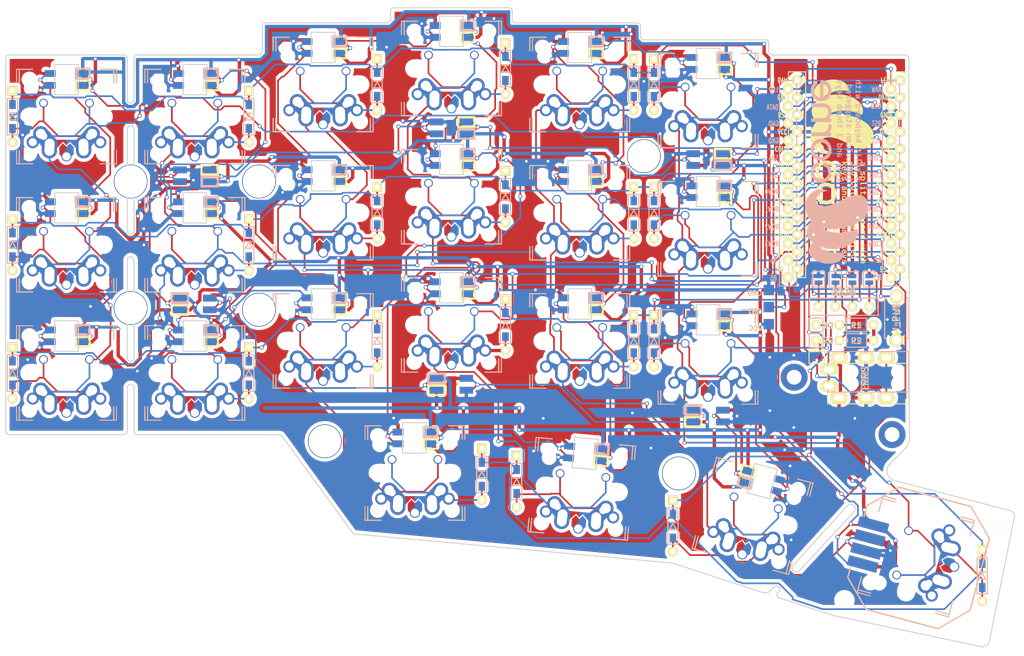
<source format=kicad_pcb>
(kicad_pcb (version 20171130) (host pcbnew "(5.1.8)-1")
  (title_block (title Crkbd) (date 2018/05/15) (rev 1.1) (company foostan))
  (layers (0 F.Cu signal) (31 B.Cu signal) (34 B.Paste user hide) (35 F.Paste user hide) (36 B.SilkS user hide) (37 F.SilkS user hide) (38 B.Mask user hide) (39 F.Mask user hide) (44 Edge.Cuts user))
  (net 0 "")
  (net 1 row0)
  (net 2 "Net-(D1-Pad2)")
  (net 3 row1)
  (net 4 "Net-(D2-Pad2)")
  (net 5 row2)
  (net 6 "Net-(D3-Pad2)")
  (net 7 row3)
  (net 8 "Net-(D4-Pad2)")
  (net 9 "Net-(D5-Pad2)")
  (net 10 "Net-(D6-Pad2)")
  (net 11 "Net-(D7-Pad2)")
  (net 12 "Net-(D8-Pad2)")
  (net 13 "Net-(D9-Pad2)")
  (net 14 "Net-(D10-Pad2)")
  (net 15 "Net-(D11-Pad2)")
  (net 16 "Net-(D12-Pad2)")
  (net 17 "Net-(D13-Pad2)")
  (net 18 "Net-(D14-Pad2)")
  (net 19 "Net-(D15-Pad2)")
  (net 20 "Net-(D16-Pad2)")
  (net 21 "Net-(D17-Pad2)")
  (net 22 "Net-(D18-Pad2)")
  (net 23 "Net-(D19-Pad2)")
  (net 24 "Net-(D20-Pad2)")
  (net 25 "Net-(D21-Pad2)")
  (net 26 GND)
  (net 27 VCC)
  (net 28 col0)
  (net 29 col1)
  (net 30 col2)
  (net 31 col3)
  (net 32 col4)
  (net 33 col5)
  (net 34 LED)
  (net 35 data)
  (net 36 "Net-(L1-Pad3)")
  (net 37 "Net-(L1-Pad1)")
  (net 38 "Net-(L10-Pad1)")
  (net 39 "Net-(L11-Pad1)")
  (net 40 "Net-(L13-Pad1)")
  (net 41 "Net-(L14-Pad3)")
  (net 42 "Net-(L10-Pad3)")
  (net 43 "Net-(L13-Pad3)")
  (net 44 "Net-(L15-Pad3)")
  (net 45 "Net-(L16-Pad3)")
  (net 46 reset)
  (net 47 SCL)
  (net 48 SDA)
  (net 49 "Net-(U1-Pad12)")
  (net 50 "Net-(U1-Pad11)")
  (net 51 "Net-(J2-Pad1)")
  (net 52 "Net-(J2-Pad2)")
  (net 53 "Net-(J2-Pad3)")
  (net 54 "Net-(J2-Pad4)")
  (net 55 "Net-(L2-Pad3)")
  (net 56 "Net-(L11-Pad3)")
  (net 57 "Net-(L14-Pad1)")
  (net 58 "Net-(L12-Pad3)")
  (net 59 "Net-(L17-Pad1)")
  (net 60 "Net-(L18-Pad3)")
  (net 61 "Net-(J1-PadA)")
  (net 62 "Net-(J1-PadB)")
  (net 63 "Net-(U1-Pad24)")
  (net 64 "Net-(L22-Pad3)")
  (net 65 "Net-(D22-Pad2)")
  (net 66 "Net-(L4-Pad1)")
  (net 67 "Net-(L5-Pad1)")
  (net 68 "Net-(L27-Pad3)")
  (net 69 "Net-(L7-Pad3)")
  (net 70 "Net-(L15-Pad1)")
  (net 71 "Net-(L19-Pad1)")
  (net 72 "Net-(L20-Pad3)")
  (net 73 "Net-(L23-Pad1)")
  (net 74 "Net-(L24-Pad3)")
  (net 75 "Net-(L25-Pad3)")
  (net 76 analogY)
  (net 77 analogX)
  (module kailh-pg1425-x-switch:MX-ALPS-Choc-X-straight-crane2 (layer F.Cu) (at 89 77.125 180)
    (fp_text reference SW2 hide)
    (fp_text value SW_PUSH)
    (fp_poly (pts (xy -2.6162 -5.78612) (xy -0.508 -3.67792) (xy 0 -4.18592) (xy 0 -3.4798) (xy -2.6162 -3.4798)) (layer B.Cu) (width 0.1))
    (fp_poly (pts (xy 0.4064 -5.334) (xy 0 -4.9276) (xy 0 -4.5466) (xy -0.508 -4.0386) (xy -1.016 -4.5466) (xy -1.016 -5.5626) (xy -0.7112 -5.8674) (xy 0.4064 -5.8674)) (layer B.Cu) (width 0.1))
    (fp_poly (pts (xy 2.6162 -5.78612) (xy 0.508 -3.67792) (xy 0 -4.18592) (xy 0 -3.4798) (xy 2.6162 -3.4798)) (layer F.Cu) (width 0.1))
    (fp_poly (pts (xy -0.4064 -5.334) (xy 0 -4.9276) (xy 0 -4.5466) (xy 0.508 -4.0386) (xy 1.016 -4.5466) (xy 1.016 -5.5626) (xy 0.7112 -5.8674) (xy -0.4064 -5.8674)) (layer F.Cu) (width 0.1))
    (pad "" thru_hole circle (at 0 -5.9 180) (size 1.5 1.5) (drill 1.2) (layers *.Cu *.Mask))
    (pad "" np_thru_hole circle (at -5.22 4.2 228.1) (size 1.2 1.2) (drill 1.2) (layers *.Cu *.Mask))
    (pad "" np_thru_hole circle (at 5.22 4.2 311.9) (size 1.2 1.2) (drill 1.2) (layers *.Cu *.Mask))
    (pad 2 thru_hole circle (at -5 -3.8) (size 1.8 1.8) (drill 1.2) (layers *.Cu *.Mask) (net 4 "Net-(D2-Pad2)"))
    (pad 2 thru_hole oval (at -2.52 -4.54 272.1) (size 3.33 2.25) (drill oval 2.551378 1.47) (layers *.Cu *.Mask) (net 4 "Net-(D2-Pad2)"))
    (pad 1 thru_hole custom (at 3.81 -2.54 180) (size 2.25 2.25) (drill 1.47) (layers *.Cu *.Mask) (net 29 col1) (options (clearance outline) (anchor circle)) (primitives (gr_line (start -0.99 -1.74) (end 0.31 -0.29) (width 1.4)) (gr_line (start -1.612566 -1.161246) (end -0.312566 0.288754) (width 1.4)) (gr_arc (start -1.31 -1.46) (end -0.99 -1.74) (angle -183.4) (width 1.4))))
    (pad 2 thru_hole custom (at -3.81 -2.54 180) (size 2.25 2.25) (drill 1.47) (layers *.Cu *.Mask) (net 4 "Net-(D2-Pad2)") (options (clearance outline) (anchor circle)) (primitives (gr_line (start 1.61 -1.16) (end 0.3 0.3) (width 1.4)) (gr_line (start 1.007915 -1.7579) (end -0.34 -0.26) (width 1.4)) (gr_arc (start 1.31 -1.46) (end 1.61 -1.16) (angle -180.3) (width 1.4))))
    (pad 1 thru_hole oval (at 2.52 -4.54 267.8) (size 3.33 2.25) (drill oval 2.55 1.47) (layers *.Cu *.Mask) (net 29 col1))
    (pad "" np_thru_hole circle (at 0 0 180) (size 4.9 4.9) (drill 4.9) (layers *.Cu *.Mask))
    (pad "" np_thru_hole circle (at -5.08 0 228.0996) (size 1.75 1.75) (drill 1.75) (layers *.Cu *.Mask))
    (pad "" np_thru_hole circle (at 5.08 0 228.0996) (size 1.75 1.75) (drill 1.75) (layers *.Cu *.Mask))
    (pad 1 thru_hole circle (at 5 -3.8 180) (size 1.8 1.8) (drill 1.2) (layers *.Cu *.Mask) (net 29 col1))
    (pad "" np_thru_hole circle (at -5.5 0 228.1) (size 1.7 1.7) (drill 1.7) (layers *.Cu *.Mask))
    (pad "" np_thru_hole circle (at 5.5 0 228.1) (size 1.7 1.7) (drill 1.7) (layers *.Cu *.Mask))
    (pad 2 thru_hole circle (at -3.400008 -2.900164) (size 1.6 1.6) (drill 1.1) (layers *.Cu *.Mask) (net 4 "Net-(D2-Pad2)"))
    (pad "" np_thru_hole circle (at -5.500008 -5.500164) (size 1.3 1.3) (drill 1.3) (layers *.Cu *.Mask))
    (pad "" np_thru_hole circle (at 5.499992 5.499836) (size 1.3 1.3) (drill 1.3) (layers *.Cu *.Mask))
    (pad 1 thru_hole circle (at -3.400008 1.999836) (size 1.3 1.3) (drill 1) (layers *.Cu *.Mask) (net 29 col1))
    (pad "" np_thru_hole circle (at -5.5 5.5 180) (size 1.3 1.3) (drill 1.3) (layers *.Cu *.Mask))
    (pad "" np_thru_hole circle (at 5.5 -5.5 180) (size 1.3 1.3) (drill 1.3) (layers *.Cu *.Mask))
    (pad 2 thru_hole circle (at 3.4 2 180) (size 1.3 1.3) (drill 1) (layers *.Cu *.Mask) (net 4 "Net-(D2-Pad2)"))
    (pad 1 thru_hole circle (at 3.4 -2.9 180) (size 1.6 1.6) (drill 1.1) (layers *.Cu *.Mask) (net 29 col1))
  )
  (module kailh-pg1425-x-switch:MX-ALPS-Choc-X-straight-crane2 (layer F.Cu) (at 108 110.375 180)
    (fp_text reference SW15 hide)
    (fp_text value SW_PUSH)
    (fp_poly (pts (xy -2.6162 -5.78612) (xy -0.508 -3.67792) (xy 0 -4.18592) (xy 0 -3.4798) (xy -2.6162 -3.4798)) (layer B.Cu) (width 0.1))
    (fp_poly (pts (xy 0.4064 -5.334) (xy 0 -4.9276) (xy 0 -4.5466) (xy -0.508 -4.0386) (xy -1.016 -4.5466) (xy -1.016 -5.5626) (xy -0.7112 -5.8674) (xy 0.4064 -5.8674)) (layer B.Cu) (width 0.1))
    (fp_poly (pts (xy 2.6162 -5.78612) (xy 0.508 -3.67792) (xy 0 -4.18592) (xy 0 -3.4798) (xy 2.6162 -3.4798)) (layer F.Cu) (width 0.1))
    (fp_poly (pts (xy -0.4064 -5.334) (xy 0 -4.9276) (xy 0 -4.5466) (xy 0.508 -4.0386) (xy 1.016 -4.5466) (xy 1.016 -5.5626) (xy 0.7112 -5.8674) (xy -0.4064 -5.8674)) (layer F.Cu) (width 0.1))
    (pad "" thru_hole circle (at 0 -5.9 180) (size 1.5 1.5) (drill 1.2) (layers *.Cu *.Mask))
    (pad "" np_thru_hole circle (at -5.22 4.2 228.1) (size 1.2 1.2) (drill 1.2) (layers *.Cu *.Mask))
    (pad "" np_thru_hole circle (at 5.22 4.2 311.9) (size 1.2 1.2) (drill 1.2) (layers *.Cu *.Mask))
    (pad 2 thru_hole circle (at -5 -3.8) (size 1.8 1.8) (drill 1.2) (layers *.Cu *.Mask) (net 19 "Net-(D15-Pad2)"))
    (pad 2 thru_hole oval (at -2.52 -4.54 272.1) (size 3.33 2.25) (drill oval 2.551378 1.47) (layers *.Cu *.Mask) (net 19 "Net-(D15-Pad2)"))
    (pad 1 thru_hole custom (at 3.81 -2.54 180) (size 2.25 2.25) (drill 1.47) (layers *.Cu *.Mask) (net 30 col2) (options (clearance outline) (anchor circle)) (primitives (gr_line (start -0.99 -1.74) (end 0.31 -0.29) (width 1.4)) (gr_line (start -1.612566 -1.161246) (end -0.312566 0.288754) (width 1.4)) (gr_arc (start -1.31 -1.46) (end -0.99 -1.74) (angle -183.4) (width 1.4))))
    (pad 2 thru_hole custom (at -3.81 -2.54 180) (size 2.25 2.25) (drill 1.47) (layers *.Cu *.Mask) (net 19 "Net-(D15-Pad2)") (options (clearance outline) (anchor circle)) (primitives (gr_line (start 1.61 -1.16) (end 0.3 0.3) (width 1.4)) (gr_line (start 1.007915 -1.7579) (end -0.34 -0.26) (width 1.4)) (gr_arc (start 1.31 -1.46) (end 1.61 -1.16) (angle -180.3) (width 1.4))))
    (pad 1 thru_hole oval (at 2.52 -4.54 267.8) (size 3.33 2.25) (drill oval 2.55 1.47) (layers *.Cu *.Mask) (net 30 col2))
    (pad "" np_thru_hole circle (at 0 0 180) (size 4.9 4.9) (drill 4.9) (layers *.Cu *.Mask))
    (pad "" np_thru_hole circle (at -5.08 0 228.0996) (size 1.75 1.75) (drill 1.75) (layers *.Cu *.Mask))
    (pad "" np_thru_hole circle (at 5.08 0 228.0996) (size 1.75 1.75) (drill 1.75) (layers *.Cu *.Mask))
    (pad 1 thru_hole circle (at 5 -3.8 180) (size 1.8 1.8) (drill 1.2) (layers *.Cu *.Mask) (net 30 col2))
    (pad "" np_thru_hole circle (at -5.5 0 228.1) (size 1.7 1.7) (drill 1.7) (layers *.Cu *.Mask))
    (pad "" np_thru_hole circle (at 5.5 0 228.1) (size 1.7 1.7) (drill 1.7) (layers *.Cu *.Mask))
    (pad 2 thru_hole circle (at -3.400008 -2.900164) (size 1.6 1.6) (drill 1.1) (layers *.Cu *.Mask) (net 19 "Net-(D15-Pad2)"))
    (pad "" np_thru_hole circle (at -5.500008 -5.500164) (size 1.3 1.3) (drill 1.3) (layers *.Cu *.Mask))
    (pad "" np_thru_hole circle (at 5.499992 5.499836) (size 1.3 1.3) (drill 1.3) (layers *.Cu *.Mask))
    (pad 1 thru_hole circle (at -3.400008 1.999836) (size 1.3 1.3) (drill 1) (layers *.Cu *.Mask) (net 30 col2))
    (pad "" np_thru_hole circle (at -5.5 5.5 180) (size 1.3 1.3) (drill 1.3) (layers *.Cu *.Mask))
    (pad "" np_thru_hole circle (at 5.5 -5.5 180) (size 1.3 1.3) (drill 1.3) (layers *.Cu *.Mask))
    (pad 2 thru_hole circle (at 3.4 2 180) (size 1.3 1.3) (drill 1) (layers *.Cu *.Mask) (net 19 "Net-(D15-Pad2)"))
    (pad 1 thru_hole circle (at 3.4 -2.9 180) (size 1.6 1.6) (drill 1.1) (layers *.Cu *.Mask) (net 30 col2))
  )
  (module kailh-pg1425-x-switch:MX-ALPS-Choc-X-straight-crane2 (layer F.Cu) (at 195.75 142.3 255)
    (fp_text reference SW22 hide)
    (fp_text value SW_PUSH)
    (fp_poly (pts (xy -2.6162 -5.78612) (xy -0.508 -3.67792) (xy 0 -4.18592) (xy 0 -3.4798) (xy -2.6162 -3.4798)) (layer B.Cu) (width 0.1))
    (fp_poly (pts (xy 0.4064 -5.334) (xy 0 -4.9276) (xy 0 -4.5466) (xy -0.508 -4.0386) (xy -1.016 -4.5466) (xy -1.016 -5.5626) (xy -0.7112 -5.8674) (xy 0.4064 -5.8674)) (layer B.Cu) (width 0.1))
    (fp_poly (pts (xy 2.6162 -5.78612) (xy 0.508 -3.67792) (xy 0 -4.18592) (xy 0 -3.4798) (xy 2.6162 -3.4798)) (layer F.Cu) (width 0.1))
    (fp_poly (pts (xy -0.4064 -5.334) (xy 0 -4.9276) (xy 0 -4.5466) (xy 0.508 -4.0386) (xy 1.016 -4.5466) (xy 1.016 -5.5626) (xy 0.7112 -5.8674) (xy -0.4064 -5.8674)) (layer F.Cu) (width 0.1))
    (pad "" thru_hole circle (at 0 -5.9 255) (size 1.5 1.5) (drill 1.2) (layers *.Cu *.Mask))
    (pad "" np_thru_hole circle (at -5.22 4.2 303.1) (size 1.2 1.2) (drill 1.2) (layers *.Cu *.Mask))
    (pad "" np_thru_hole circle (at 5.22 4.2 26.9) (size 1.2 1.2) (drill 1.2) (layers *.Cu *.Mask))
    (pad 2 thru_hole circle (at -5 -3.8 75) (size 1.8 1.8) (drill 1.2) (layers *.Cu *.Mask) (net 25 "Net-(D21-Pad2)"))
    (pad 2 thru_hole oval (at -2.52 -4.54 347.1) (size 3.33 2.25) (drill oval 2.551378 1.47) (layers *.Cu *.Mask) (net 25 "Net-(D21-Pad2)"))
    (pad 1 thru_hole custom (at 3.81 -2.54 255) (size 2.25 2.25) (drill 1.47) (layers *.Cu *.Mask) (net 33 col5) (options (clearance outline) (anchor circle)) (primitives (gr_line (start -0.99 -1.74) (end 0.31 -0.29) (width 1.4)) (gr_line (start -1.612566 -1.161246) (end -0.312566 0.288754) (width 1.4)) (gr_arc (start -1.31 -1.46) (end -0.99 -1.74) (angle -183.4) (width 1.4))))
    (pad 2 thru_hole custom (at -3.81 -2.54 255) (size 2.25 2.25) (drill 1.47) (layers *.Cu *.Mask) (net 25 "Net-(D21-Pad2)") (options (clearance outline) (anchor circle)) (primitives (gr_line (start 1.61 -1.16) (end 0.3 0.3) (width 1.4)) (gr_line (start 1.007915 -1.7579) (end -0.34 -0.26) (width 1.4)) (gr_arc (start 1.31 -1.46) (end 1.61 -1.16) (angle -180.3) (width 1.4))))
    (pad 1 thru_hole oval (at 2.52 -4.54 342.8) (size 3.33 2.25) (drill oval 2.55 1.47) (layers *.Cu *.Mask) (net 33 col5))
    (pad "" np_thru_hole circle (at 0 0 255) (size 4.9 4.9) (drill 4.9) (layers *.Cu *.Mask))
    (pad "" np_thru_hole circle (at -5.08 0 303.0996) (size 1.75 1.75) (drill 1.75) (layers *.Cu *.Mask))
    (pad "" np_thru_hole circle (at 5.08 0 303.0996) (size 1.75 1.75) (drill 1.75) (layers *.Cu *.Mask))
    (pad 1 thru_hole circle (at 5 -3.8 255) (size 1.8 1.8) (drill 1.2) (layers *.Cu *.Mask) (net 33 col5))
    (pad "" np_thru_hole circle (at -5.5 0 303.1) (size 1.7 1.7) (drill 1.7) (layers *.Cu *.Mask))
    (pad "" np_thru_hole circle (at 5.5 0 303.1) (size 1.7 1.7) (drill 1.7) (layers *.Cu *.Mask))
    (pad 2 thru_hole circle (at -3.400008 -2.900164 75) (size 1.6 1.6) (drill 1.1) (layers *.Cu *.Mask) (net 25 "Net-(D21-Pad2)"))
    (pad "" np_thru_hole circle (at -5.500008 -5.500164 75) (size 1.3 1.3) (drill 1.3) (layers *.Cu *.Mask))
    (pad "" np_thru_hole circle (at 5.499992 5.499836 75) (size 1.3 1.3) (drill 1.3) (layers *.Cu *.Mask))
    (pad 1 thru_hole circle (at -3.400008 1.999836 75) (size 1.3 1.3) (drill 1) (layers *.Cu *.Mask) (net 33 col5))
    (pad "" np_thru_hole circle (at -5.5 5.5 255) (size 1.3 1.3) (drill 1.3) (layers *.Cu *.Mask))
    (pad "" np_thru_hole circle (at 5.5 -5.5 255) (size 1.3 1.3) (drill 1.3) (layers *.Cu *.Mask))
    (pad 2 thru_hole circle (at 3.4 2 255) (size 1.3 1.3) (drill 1) (layers *.Cu *.Mask) (net 25 "Net-(D21-Pad2)"))
    (pad 1 thru_hole circle (at 3.4 -2.9 255) (size 1.6 1.6) (drill 1.1) (layers *.Cu *.Mask) (net 33 col5))
  )
  (module kailh-pg1425-x-switch:MX-ALPS-Choc-X-straight-crane2-u1.5 (layer F.Cu) (at 146.3 132.3 175)
    (fp_text reference SW20 hide)
    (fp_text value SW_PUSH)
    (fp_poly (pts (xy -2.6162 -5.78612) (xy -0.508 -3.67792) (xy 0 -4.18592) (xy 0 -3.4798) (xy -2.6162 -3.4798)) (layer B.Cu) (width 0.1))
    (fp_poly (pts (xy 0.4064 -5.334) (xy 0 -4.9276) (xy 0 -4.5466) (xy -0.508 -4.0386) (xy -1.016 -4.5466) (xy -1.016 -5.5626) (xy -0.7112 -5.8674) (xy 0.4064 -5.8674)) (layer B.Cu) (width 0.1))
    (fp_poly (pts (xy 2.6162 -5.78612) (xy 0.508 -3.67792) (xy 0 -4.18592) (xy 0 -3.4798) (xy 2.6162 -3.4798)) (layer F.Cu) (width 0.1))
    (fp_poly (pts (xy -0.4064 -5.334) (xy 0 -4.9276) (xy 0 -4.5466) (xy 0.508 -4.0386) (xy 1.016 -4.5466) (xy 1.016 -5.5626) (xy 0.7112 -5.8674) (xy -0.4064 -5.8674)) (layer F.Cu) (width 0.1))
    (pad "" thru_hole circle (at 0 -5.9 175) (size 1.5 1.5) (drill 1.2) (layers *.Cu *.Mask))
    (pad "" np_thru_hole circle (at -5.22 4.2 223.1) (size 1.2 1.2) (drill 1.2) (layers *.Cu *.Mask))
    (pad "" np_thru_hole circle (at 5.22 4.2 306.9) (size 1.2 1.2) (drill 1.2) (layers *.Cu *.Mask))
    (pad 2 thru_hole circle (at -5 -3.8 355) (size 1.8 1.8) (drill 1.2) (layers *.Cu *.Mask) (net 23 "Net-(D19-Pad2)"))
    (pad 2 thru_hole oval (at -2.52 -4.54 267.1) (size 3.33 2.25) (drill oval 2.551378 1.47) (layers *.Cu *.Mask) (net 23 "Net-(D19-Pad2)"))
    (pad 1 thru_hole custom (at 3.81 -2.54 175) (size 2.25 2.25) (drill 1.47) (layers *.Cu *.Mask) (net 31 col3) (options (clearance outline) (anchor circle)) (primitives (gr_line (start -0.99 -1.74) (end 0.31 -0.29) (width 1.4)) (gr_line (start -1.612566 -1.161246) (end -0.312566 0.288754) (width 1.4)) (gr_arc (start -1.31 -1.46) (end -0.99 -1.74) (angle -183.4) (width 1.4))))
    (pad 2 thru_hole custom (at -3.81 -2.54 175) (size 2.25 2.25) (drill 1.47) (layers *.Cu *.Mask) (net 23 "Net-(D19-Pad2)") (options (clearance outline) (anchor circle)) (primitives (gr_line (start 1.61 -1.16) (end 0.3 0.3) (width 1.4)) (gr_line (start 1.007915 -1.7579) (end -0.34 -0.26) (width 1.4)) (gr_arc (start 1.31 -1.46) (end 1.61 -1.16) (angle -180.3) (width 1.4))))
    (pad 1 thru_hole oval (at 2.52 -4.54 262.8) (size 3.33 2.25) (drill oval 2.55 1.47) (layers *.Cu *.Mask) (net 31 col3))
    (pad "" np_thru_hole circle (at 0 0 175) (size 4.9 4.9) (drill 4.9) (layers *.Cu *.Mask))
    (pad "" np_thru_hole circle (at -5.08 0 223.0996) (size 1.75 1.75) (drill 1.75) (layers *.Cu *.Mask))
    (pad "" np_thru_hole circle (at 5.08 0 223.0996) (size 1.75 1.75) (drill 1.75) (layers *.Cu *.Mask))
    (pad 1 thru_hole circle (at 5 -3.8 175) (size 1.8 1.8) (drill 1.2) (layers *.Cu *.Mask) (net 31 col3))
    (pad "" np_thru_hole circle (at -5.5 0 223.1) (size 1.7 1.7) (drill 1.7) (layers *.Cu *.Mask))
    (pad "" np_thru_hole circle (at 5.5 0 223.1) (size 1.7 1.7) (drill 1.7) (layers *.Cu *.Mask))
    (pad 2 thru_hole circle (at -3.400008 -2.900164 355) (size 1.6 1.6) (drill 1.1) (layers *.Cu *.Mask) (net 23 "Net-(D19-Pad2)"))
    (pad "" np_thru_hole circle (at -5.500008 -5.500164 355) (size 1.3 1.3) (drill 1.3) (layers *.Cu *.Mask))
    (pad "" np_thru_hole circle (at 5.499992 5.499836 355) (size 1.3 1.3) (drill 1.3) (layers *.Cu *.Mask))
    (pad 1 thru_hole circle (at -3.400008 1.999836 355) (size 1.3 1.3) (drill 1) (layers *.Cu *.Mask) (net 31 col3))
    (pad "" np_thru_hole circle (at -5.5 5.5 175) (size 1.3 1.3) (drill 1.3) (layers *.Cu *.Mask))
    (pad "" np_thru_hole circle (at 5.5 -5.5 175) (size 1.3 1.3) (drill 1.3) (layers *.Cu *.Mask))
    (pad 2 thru_hole circle (at 3.4 2 175) (size 1.3 1.3) (drill 1) (layers *.Cu *.Mask) (net 23 "Net-(D19-Pad2)"))
    (pad 1 thru_hole circle (at 3.4 -2.9 175) (size 1.6 1.6) (drill 1.1) (layers *.Cu *.Mask) (net 31 col3))
  )
  (module HackPack_Footprints:JOYSTICK-PSP1000-reverse (layer F.Cu) (at 196.17 142.54 75)
    (fp_text reference RV11 (at 5 -8.75 75) (layer F.SilkS) (effects (font (size 0.480767 0.480767) (thickness 0.05))))
    (fp_text value PSP_1000_JSTK (at 2.500001 8.73547 75) (layer F.SilkS) (effects (font (size 0.481282 0.481282) (thickness 0.05))))
    (pad 4 smd rect (at 3 -7.75 165) (size 4.5 1.5) (layers B.Cu B.Paste B.Mask) (net 27 VCC))
    (pad "" np_thru_hole circle (at 7.375 10.06 255) (size 2 2) (drill 2) (layers *.Cu *.Mask B.SilkS))
    (pad "" np_thru_hole circle (at 8.89 -8.985 255) (size 2 2) (drill 2) (layers *.Cu *.Mask B.SilkS))
    (pad 2 smd rect (at -1 -7.75 165) (size 4.5 1.5) (layers B.Cu B.Paste B.Mask) (net 26 GND))
    (pad 3 smd rect (at 1 -7.75 165) (size 4.5 1.5) (layers B.Cu B.Paste B.Mask) (net 76 analogY))
    (pad 1 smd rect (at -3 -7.75 165) (size 4.5 1.5) (layers B.Cu B.Paste B.Mask) (net 77 analogX))
    (pad "" np_thru_hole circle (at -7.375 10.06 75) (size 2 2) (drill 2) (layers *.Cu *.Mask F.SilkS))
    (pad "" np_thru_hole circle (at -8.89 -8.985 75) (size 2 2) (drill 2) (layers *.Cu *.Mask F.SilkS))
    (pad 2 smd rect (at 1 -7.75 165) (size 4.5 1.5) (layers F.Cu F.Paste F.Mask) (net 26 GND))
    (pad 3 smd rect (at -1 -7.75 165) (size 4.5 1.5) (layers F.Cu F.Paste F.Mask) (net 76 analogY))
    (pad 1 smd rect (at 3 -7.75 165) (size 4.5 1.5) (layers F.Cu F.Paste F.Mask) (net 77 analogX))
    (pad 4 smd rect (at -3 -7.75 165) (size 4.5 1.5) (layers F.Cu F.Paste F.Mask) (net 27 VCC))
  )
  (module kbd:ProMicro_v2 (layer F.Cu) (at 185.75 86.25)
    (fp_text reference U1 hide)
    (fp_text value ProMicro hide)
    (fp_text user "" (at -0.5 -17.25) (layer F.SilkS))
    (fp_text user "" (at -1.2065 -16.256) (layer B.SilkS) (effects (justify mirror)))
    (fp_text user RAW (at -9.7155 -14.478) (layer F.SilkS) (effects (font (size 0.75 0.5) (thickness 0.125))))
    (fp_text user LED (at 5.5 -14.478) (layer F.SilkS) (effects (font (size 0.75 0.5) (thickness 0.125))))
    (fp_text user GND (at -9.7155 -11.938) (layer F.SilkS) (effects (font (size 0.75 0.5) (thickness 0.125))))
    (fp_text user DATA (at 5.35 -11.95) (layer F.SilkS) (effects (font (size 0.75 0.5) (thickness 0.125))))
    (fp_text user RST (at -9.7155 -9.3345) (layer F.SilkS) (effects (font (size 0.75 0.5) (thickness 0.125))))
    (fp_text user GND (at 5.5245 -9.3345) (layer F.SilkS) (effects (font (size 0.75 0.5) (thickness 0.125))))
    (fp_text user VCC (at -9.7155 -6.858) (layer F.SilkS) (effects (font (size 0.75 0.5) (thickness 0.125))))
    (fp_text user GND (at 5.461 -6.7945) (layer F.SilkS) (effects (font (size 0.75 0.5) (thickness 0.125))))
    (fp_text user COL3 (at -10 3.35) (layer F.SilkS) (effects (font (size 0.75 0.5) (thickness 0.125))))
    (fp_text user ROW0 (at 5.2 0.8) (layer F.SilkS) (effects (font (size 0.75 0.5) (thickness 0.125))))
    (fp_text user COL2 (at -9.9 0.762) (layer F.SilkS) (effects (font (size 0.75 0.5) (thickness 0.125))))
    (fp_text user SCL (at 5.461 -1.778) (layer F.SilkS) (effects (font (size 0.75 0.5) (thickness 0.125))))
    (fp_text user COL1 (at -9.85 -1.778) (layer F.SilkS) (effects (font (size 0.75 0.5) (thickness 0.125))))
    (fp_text user SDA (at 5.461 -4.318) (layer F.SilkS) (effects (font (size 0.75 0.5) (thickness 0.125))))
    (fp_text user COL0 (at -9.9 -4.3) (layer F.SilkS) (effects (font (size 0.75 0.5) (thickness 0.125))))
    (fp_text user B6 (at -10.05 13.5) (layer F.SilkS) (effects (font (size 0.75 0.5) (thickness 0.125))))
    (fp_text user B5 (at 5.2 13.5255) (layer F.SilkS) (effects (font (size 0.75 0.5) (thickness 0.125))))
    (fp_text user B4 (at 5.2 10.922) (layer F.SilkS) (effects (font (size 0.75 0.5) (thickness 0.125))))
    (fp_text user B2 (at -9.95 10.95) (layer F.SilkS) (effects (font (size 0.75 0.5) (thickness 0.125))))
    (fp_text user ROW3 (at 5.2 8.4455) (layer F.SilkS) (effects (font (size 0.75 0.5) (thickness 0.125))))
    (fp_text user COL5 (at -9.95 8.4455) (layer F.SilkS) (effects (font (size 0.75 0.5) (thickness 0.125))))
    (fp_text user ROW2 (at 5.2 5.85) (layer F.SilkS) (effects (font (size 0.75 0.5) (thickness 0.125))))
    (fp_text user COL4 (at -9.95 5.85) (layer F.SilkS) (effects (font (size 0.75 0.5) (thickness 0.125))))
    (fp_text user ROW1 (at 5.25 3.302) (layer F.SilkS) (effects (font (size 0.75 0.5) (thickness 0.125))))
    (fp_text user ROW1 (at -11.3 4.6355) (layer B.SilkS) (effects (font (size 0.75 0.5) (thickness 0.125)) (justify mirror)))
    (fp_text user COL4 (at 3.95 7.112) (layer B.SilkS) (effects (font (size 0.75 0.5) (thickness 0.125)) (justify mirror)))
    (fp_text user ROW2 (at -11.3 7.239) (layer B.SilkS) (effects (font (size 0.75 0.5) (thickness 0.125)) (justify mirror)))
    (fp_text user COL5 (at 4 9.75) (layer B.SilkS) (effects (font (size 0.75 0.5) (thickness 0.125)) (justify mirror)))
    (fp_text user ROW3 (at -11.3 9.75) (layer B.SilkS) (effects (font (size 0.75 0.5) (thickness 0.125)) (justify mirror)))
    (fp_text user B2 (at 4.5085 12.1285) (layer B.SilkS) (effects (font (size 0.75 0.5) (thickness 0.125)) (justify mirror)))
    (fp_text user B4 (at -11.049 12.2555) (layer B.SilkS) (effects (font (size 0.75 0.5) (thickness 0.125)) (justify mirror)))
    (fp_text user B5 (at -11.049 14.7955) (layer B.SilkS) (effects (font (size 0.75 0.5) (thickness 0.125)) (justify mirror)))
    (fp_text user B6 (at 4.445 14.732) (layer B.SilkS) (effects (font (size 0.75 0.5) (thickness 0.125)) (justify mirror)))
    (fp_text user COL0 (at 4 -2.95) (layer B.SilkS) (effects (font (size 0.75 0.5) (thickness 0.125)) (justify mirror)))
    (fp_text user SDA (at -11.049 -2.9845) (layer B.SilkS) (effects (font (size 0.75 0.5) (thickness 0.125)) (justify mirror)))
    (fp_text user COL1 (at 4 -0.4445) (layer B.SilkS) (effects (font (size 0.75 0.5) (thickness 0.125)) (justify mirror)))
    (fp_text user SCL (at -11.049 -0.4445) (layer B.SilkS) (effects (font (size 0.75 0.5) (thickness 0.125)) (justify mirror)))
    (fp_text user COL2 (at 4 2.1) (layer B.SilkS) (effects (font (size 0.75 0.5) (thickness 0.125)) (justify mirror)))
    (fp_text user ROW0 (at -11.3 2.032) (layer B.SilkS) (effects (font (size 0.75 0.5) (thickness 0.125)) (justify mirror)))
    (fp_text user COL3 (at 4 4.6) (layer B.SilkS) (effects (font (size 0.75 0.5) (thickness 0.125)) (justify mirror)))
    (fp_text user GND (at -11.049 -5.5245) (layer B.SilkS) (effects (font (size 0.75 0.5) (thickness 0.125)) (justify mirror)))
    (fp_text user VCC (at 4.1275 -5.5245) (layer B.SilkS) (effects (font (size 0.75 0.5) (thickness 0.125)) (justify mirror)))
    (fp_text user GND (at -11.049 -8.0645) (layer B.SilkS) (effects (font (size 0.75 0.5) (thickness 0.125)) (justify mirror)))
    (fp_text user RST (at 4.191 -8.0645) (layer B.SilkS) (effects (font (size 0.75 0.5) (thickness 0.125)) (justify mirror)))
    (fp_text user DATA (at -11.2 -10.5) (layer B.SilkS) (effects (font (size 0.75 0.5) (thickness 0.125)) (justify mirror)))
    (fp_text user GND (at 4.1275 -10.668) (layer B.SilkS) (effects (font (size 0.75 0.5) (thickness 0.125)) (justify mirror)))
    (fp_text user LED (at -11.049 -13.1445) (layer B.SilkS) (effects (font (size 0.75 0.5) (thickness 0.125)) (justify mirror)))
    (fp_text user RAW (at 4.191 -13.1445) (layer B.SilkS) (effects (font (size 0.75 0.5) (thickness 0.125)) (justify mirror)))
    (pad 24 thru_hole circle (at 6.35 -13.208) (size 1.524 1.524) (drill 0.8128) (layers *.Cu *.Mask F.SilkS) (net 63 "Net-(U1-Pad24)"))
    (pad 23 thru_hole circle (at 6.35 -10.668) (size 1.524 1.524) (drill 0.8128) (layers *.Cu *.Mask F.SilkS) (net 26 GND))
    (pad 22 thru_hole circle (at 6.35 -8.128) (size 1.524 1.524) (drill 0.8128) (layers *.Cu *.Mask F.SilkS) (net 46 reset))
    (pad 21 thru_hole circle (at 6.35 -5.588) (size 1.524 1.524) (drill 0.8128) (layers *.Cu *.Mask F.SilkS) (net 27 VCC))
    (pad 20 thru_hole circle (at 6.35 -3.048) (size 1.524 1.524) (drill 0.8128) (layers *.Cu *.Mask F.SilkS) (net 28 col0))
    (pad 19 thru_hole circle (at 6.35 -0.508) (size 1.524 1.524) (drill 0.8128) (layers *.Cu *.Mask F.SilkS) (net 29 col1))
    (pad 18 thru_hole circle (at 6.35 2.032) (size 1.524 1.524) (drill 0.8128) (layers *.Cu *.Mask F.SilkS) (net 30 col2))
    (pad 17 thru_hole circle (at 6.35 4.572) (size 1.524 1.524) (drill 0.8128) (layers *.Cu *.Mask F.SilkS) (net 31 col3))
    (pad 16 thru_hole circle (at 6.35 7.112) (size 1.524 1.524) (drill 0.8128) (layers *.Cu *.Mask F.SilkS) (net 32 col4))
    (pad 15 thru_hole circle (at 6.35 9.652) (size 1.524 1.524) (drill 0.8128) (layers *.Cu *.Mask F.SilkS) (net 33 col5))
    (pad 14 thru_hole circle (at 6.35 12.192) (size 1.524 1.524) (drill 0.8128) (layers *.Cu *.Mask F.SilkS) (net 77 analogX))
    (pad 13 thru_hole circle (at 6.35 14.732) (size 1.524 1.524) (drill 0.8128) (layers *.Cu *.Mask F.SilkS) (net 76 analogY))
    (pad 12 thru_hole circle (at -8.89 14.732) (size 1.524 1.524) (drill 0.8128) (layers *.Cu *.Mask F.SilkS) (net 49 "Net-(U1-Pad12)"))
    (pad 11 thru_hole circle (at -8.89 12.192) (size 1.524 1.524) (drill 0.8128) (layers *.Cu *.Mask F.SilkS) (net 50 "Net-(U1-Pad11)"))
    (pad 10 thru_hole circle (at -8.89 9.652) (size 1.524 1.524) (drill 0.8128) (layers *.Cu *.Mask F.SilkS) (net 7 row3))
    (pad 9 thru_hole circle (at -8.89 7.112) (size 1.524 1.524) (drill 0.8128) (layers *.Cu *.Mask F.SilkS) (net 5 row2))
    (pad 8 thru_hole circle (at -8.89 4.572) (size 1.524 1.524) (drill 0.8128) (layers *.Cu *.Mask F.SilkS) (net 3 row1))
    (pad 7 thru_hole circle (at -8.89 2.032) (size 1.524 1.524) (drill 0.8128) (layers *.Cu *.Mask F.SilkS) (net 1 row0))
    (pad 6 thru_hole circle (at -8.89 -0.508) (size 1.524 1.524) (drill 0.8128) (layers *.Cu *.Mask F.SilkS) (net 47 SCL))
    (pad 5 thru_hole circle (at -8.89 -3.048) (size 1.524 1.524) (drill 0.8128) (layers *.Cu *.Mask F.SilkS) (net 48 SDA))
    (pad 4 thru_hole circle (at -8.89 -5.588) (size 1.524 1.524) (drill 0.8128) (layers *.Cu *.Mask F.SilkS) (net 26 GND))
    (pad 3 thru_hole circle (at -8.89 -8.128) (size 1.524 1.524) (drill 0.8128) (layers *.Cu *.Mask F.SilkS) (net 26 GND))
    (pad 2 thru_hole circle (at -8.89 -10.668) (size 1.524 1.524) (drill 0.8128) (layers *.Cu *.Mask F.SilkS) (net 35 data))
    (pad 1 thru_hole circle (at -8.89 -13.208) (size 1.524 1.524) (drill 0.8128) (layers *.Cu *.Mask F.SilkS) (net 34 LED))
    (pad 1 thru_hole circle (at 7.6564 -14.478) (size 1.524 1.524) (drill 0.8128) (layers *.Cu *.Mask F.SilkS) (net 34 LED))
    (pad 2 thru_hole circle (at 7.6564 -11.938) (size 1.524 1.524) (drill 0.8128) (layers *.Cu *.Mask F.SilkS) (net 35 data))
    (pad 3 thru_hole circle (at 7.6564 -9.398) (size 1.524 1.524) (drill 0.8128) (layers *.Cu *.Mask F.SilkS) (net 26 GND))
    (pad 4 thru_hole circle (at 7.6564 -6.858) (size 1.524 1.524) (drill 0.8128) (layers *.Cu *.Mask F.SilkS) (net 26 GND))
    (pad 5 thru_hole circle (at 7.6564 -4.318) (size 1.524 1.524) (drill 0.8128) (layers *.Cu *.Mask F.SilkS) (net 48 SDA))
    (pad 6 thru_hole circle (at 7.6564 -1.778) (size 1.524 1.524) (drill 0.8128) (layers *.Cu *.Mask F.SilkS) (net 47 SCL))
    (pad 7 thru_hole circle (at 7.6564 0.762) (size 1.524 1.524) (drill 0.8128) (layers *.Cu *.Mask F.SilkS) (net 1 row0))
    (pad 8 thru_hole circle (at 7.6564 3.302) (size 1.524 1.524) (drill 0.8128) (layers *.Cu *.Mask F.SilkS) (net 3 row1))
    (pad 9 thru_hole circle (at 7.6564 5.842) (size 1.524 1.524) (drill 0.8128) (layers *.Cu *.Mask F.SilkS) (net 5 row2))
    (pad 10 thru_hole circle (at 7.6564 8.382) (size 1.524 1.524) (drill 0.8128) (layers *.Cu *.Mask F.SilkS) (net 7 row3))
    (pad 11 thru_hole circle (at 7.6564 10.922) (size 1.524 1.524) (drill 0.8128) (layers *.Cu *.Mask F.SilkS) (net 50 "Net-(U1-Pad11)"))
    (pad 12 thru_hole circle (at 7.6564 13.462) (size 1.524 1.524) (drill 0.8128) (layers *.Cu *.Mask F.SilkS) (net 49 "Net-(U1-Pad12)"))
    (pad 13 thru_hole circle (at -7.5636 13.462) (size 1.524 1.524) (drill 0.8128) (layers *.Cu *.Mask F.SilkS) (net 76 analogY))
    (pad 14 thru_hole circle (at -7.5636 10.922) (size 1.524 1.524) (drill 0.8128) (layers *.Cu *.Mask F.SilkS) (net 77 analogX))
    (pad 15 thru_hole circle (at -7.5636 8.382) (size 1.524 1.524) (drill 0.8128) (layers *.Cu *.Mask F.SilkS) (net 33 col5))
    (pad 16 thru_hole circle (at -7.5636 5.842) (size 1.524 1.524) (drill 0.8128) (layers *.Cu *.Mask F.SilkS) (net 32 col4))
    (pad 17 thru_hole circle (at -7.5636 3.302) (size 1.524 1.524) (drill 0.8128) (layers *.Cu *.Mask F.SilkS) (net 31 col3))
    (pad 18 thru_hole circle (at -7.5636 0.762) (size 1.524 1.524) (drill 0.8128) (layers *.Cu *.Mask F.SilkS) (net 30 col2))
    (pad 19 thru_hole circle (at -7.5636 -1.778) (size 1.524 1.524) (drill 0.8128) (layers *.Cu *.Mask F.SilkS) (net 29 col1))
    (pad 20 thru_hole circle (at -7.5636 -4.318) (size 1.524 1.524) (drill 0.8128) (layers *.Cu *.Mask F.SilkS) (net 28 col0))
    (pad 21 thru_hole circle (at -7.5636 -6.858) (size 1.524 1.524) (drill 0.8128) (layers *.Cu *.Mask F.SilkS) (net 27 VCC))
    (pad 22 thru_hole circle (at -7.5636 -9.398) (size 1.524 1.524) (drill 0.8128) (layers *.Cu *.Mask F.SilkS) (net 46 reset))
    (pad 23 thru_hole circle (at -7.5636 -11.938) (size 1.524 1.524) (drill 0.8128) (layers *.Cu *.Mask F.SilkS) (net 26 GND))
    (pad 24 thru_hole circle (at -7.5636 -14.478) (size 1.524 1.524) (drill 0.8128) (layers *.Cu *.Mask F.SilkS) (net 63 "Net-(U1-Pad24)"))
  )
  (module kailh-pg1425-x-switch:MX-ALPS-Choc-X-straight-crane2 (layer F.Cu) (at 146 91.375 180)
    (fp_text reference SW11 hide)
    (fp_text value SW_PUSH)
    (fp_poly (pts (xy -2.6162 -5.78612) (xy -0.508 -3.67792) (xy 0 -4.18592) (xy 0 -3.4798) (xy -2.6162 -3.4798)) (layer B.Cu) (width 0.1))
    (fp_poly (pts (xy 0.4064 -5.334) (xy 0 -4.9276) (xy 0 -4.5466) (xy -0.508 -4.0386) (xy -1.016 -4.5466) (xy -1.016 -5.5626) (xy -0.7112 -5.8674) (xy 0.4064 -5.8674)) (layer B.Cu) (width 0.1))
    (fp_poly (pts (xy 2.6162 -5.78612) (xy 0.508 -3.67792) (xy 0 -4.18592) (xy 0 -3.4798) (xy 2.6162 -3.4798)) (layer F.Cu) (width 0.1))
    (fp_poly (pts (xy -0.4064 -5.334) (xy 0 -4.9276) (xy 0 -4.5466) (xy 0.508 -4.0386) (xy 1.016 -4.5466) (xy 1.016 -5.5626) (xy 0.7112 -5.8674) (xy -0.4064 -5.8674)) (layer F.Cu) (width 0.1))
    (pad "" thru_hole circle (at 0 -5.9 180) (size 1.5 1.5) (drill 1.2) (layers *.Cu *.Mask))
    (pad "" np_thru_hole circle (at -5.22 4.2 228.1) (size 1.2 1.2) (drill 1.2) (layers *.Cu *.Mask))
    (pad "" np_thru_hole circle (at 5.22 4.2 311.9) (size 1.2 1.2) (drill 1.2) (layers *.Cu *.Mask))
    (pad 2 thru_hole circle (at -5 -3.8) (size 1.8 1.8) (drill 1.2) (layers *.Cu *.Mask) (net 15 "Net-(D11-Pad2)"))
    (pad 2 thru_hole oval (at -2.52 -4.54 272.1) (size 3.33 2.25) (drill oval 2.551378 1.47) (layers *.Cu *.Mask) (net 15 "Net-(D11-Pad2)"))
    (pad 1 thru_hole custom (at 3.81 -2.54 180) (size 2.25 2.25) (drill 1.47) (layers *.Cu *.Mask) (net 32 col4) (options (clearance outline) (anchor circle)) (primitives (gr_line (start -0.99 -1.74) (end 0.31 -0.29) (width 1.4)) (gr_line (start -1.612566 -1.161246) (end -0.312566 0.288754) (width 1.4)) (gr_arc (start -1.31 -1.46) (end -0.99 -1.74) (angle -183.4) (width 1.4))))
    (pad 2 thru_hole custom (at -3.81 -2.54 180) (size 2.25 2.25) (drill 1.47) (layers *.Cu *.Mask) (net 15 "Net-(D11-Pad2)") (options (clearance outline) (anchor circle)) (primitives (gr_line (start 1.61 -1.16) (end 0.3 0.3) (width 1.4)) (gr_line (start 1.007915 -1.7579) (end -0.34 -0.26) (width 1.4)) (gr_arc (start 1.31 -1.46) (end 1.61 -1.16) (angle -180.3) (width 1.4))))
    (pad 1 thru_hole oval (at 2.52 -4.54 267.8) (size 3.33 2.25) (drill oval 2.55 1.47) (layers *.Cu *.Mask) (net 32 col4))
    (pad "" np_thru_hole circle (at 0 0 180) (size 4.9 4.9) (drill 4.9) (layers *.Cu *.Mask))
    (pad "" np_thru_hole circle (at -5.08 0 228.0996) (size 1.75 1.75) (drill 1.75) (layers *.Cu *.Mask))
    (pad "" np_thru_hole circle (at 5.08 0 228.0996) (size 1.75 1.75) (drill 1.75) (layers *.Cu *.Mask))
    (pad 1 thru_hole circle (at 5 -3.8 180) (size 1.8 1.8) (drill 1.2) (layers *.Cu *.Mask) (net 32 col4))
    (pad "" np_thru_hole circle (at -5.5 0 228.1) (size 1.7 1.7) (drill 1.7) (layers *.Cu *.Mask))
    (pad "" np_thru_hole circle (at 5.5 0 228.1) (size 1.7 1.7) (drill 1.7) (layers *.Cu *.Mask))
    (pad 2 thru_hole circle (at -3.400008 -2.900164) (size 1.6 1.6) (drill 1.1) (layers *.Cu *.Mask) (net 15 "Net-(D11-Pad2)"))
    (pad "" np_thru_hole circle (at -5.500008 -5.500164) (size 1.3 1.3) (drill 1.3) (layers *.Cu *.Mask))
    (pad "" np_thru_hole circle (at 5.499992 5.499836) (size 1.3 1.3) (drill 1.3) (layers *.Cu *.Mask))
    (pad 1 thru_hole circle (at -3.400008 1.999836) (size 1.3 1.3) (drill 1) (layers *.Cu *.Mask) (net 32 col4))
    (pad "" np_thru_hole circle (at -5.5 5.5 180) (size 1.3 1.3) (drill 1.3) (layers *.Cu *.Mask))
    (pad "" np_thru_hole circle (at 5.5 -5.5 180) (size 1.3 1.3) (drill 1.3) (layers *.Cu *.Mask))
    (pad 2 thru_hole circle (at 3.4 2 180) (size 1.3 1.3) (drill 1) (layers *.Cu *.Mask) (net 15 "Net-(D11-Pad2)"))
    (pad 1 thru_hole circle (at 3.4 -2.9 180) (size 1.6 1.6) (drill 1.1) (layers *.Cu *.Mask) (net 32 col4))
  )
  (module kailh-pg1425-x-switch:MX-ALPS-Choc-X-straight-crane2 (layer F.Cu) (at 165 74.75 180)
    (fp_text reference SW6 hide)
    (fp_text value SW_PUSH)
    (fp_poly (pts (xy -2.6162 -5.78612) (xy -0.508 -3.67792) (xy 0 -4.18592) (xy 0 -3.4798) (xy -2.6162 -3.4798)) (layer B.Cu) (width 0.1))
    (fp_poly (pts (xy 0.4064 -5.334) (xy 0 -4.9276) (xy 0 -4.5466) (xy -0.508 -4.0386) (xy -1.016 -4.5466) (xy -1.016 -5.5626) (xy -0.7112 -5.8674) (xy 0.4064 -5.8674)) (layer B.Cu) (width 0.1))
    (fp_poly (pts (xy 2.6162 -5.78612) (xy 0.508 -3.67792) (xy 0 -4.18592) (xy 0 -3.4798) (xy 2.6162 -3.4798)) (layer F.Cu) (width 0.1))
    (fp_poly (pts (xy -0.4064 -5.334) (xy 0 -4.9276) (xy 0 -4.5466) (xy 0.508 -4.0386) (xy 1.016 -4.5466) (xy 1.016 -5.5626) (xy 0.7112 -5.8674) (xy -0.4064 -5.8674)) (layer F.Cu) (width 0.1))
    (pad "" thru_hole circle (at 0 -5.9 180) (size 1.5 1.5) (drill 1.2) (layers *.Cu *.Mask))
    (pad "" np_thru_hole circle (at -5.22 4.2 228.1) (size 1.2 1.2) (drill 1.2) (layers *.Cu *.Mask))
    (pad "" np_thru_hole circle (at 5.22 4.2 311.9) (size 1.2 1.2) (drill 1.2) (layers *.Cu *.Mask))
    (pad 2 thru_hole circle (at -5 -3.8) (size 1.8 1.8) (drill 1.2) (layers *.Cu *.Mask) (net 10 "Net-(D6-Pad2)"))
    (pad 2 thru_hole oval (at -2.52 -4.54 272.1) (size 3.33 2.25) (drill oval 2.551378 1.47) (layers *.Cu *.Mask) (net 10 "Net-(D6-Pad2)"))
    (pad 1 thru_hole custom (at 3.81 -2.54 180) (size 2.25 2.25) (drill 1.47) (layers *.Cu *.Mask) (net 33 col5) (options (clearance outline) (anchor circle)) (primitives (gr_line (start -0.99 -1.74) (end 0.31 -0.29) (width 1.4)) (gr_line (start -1.612566 -1.161246) (end -0.312566 0.288754) (width 1.4)) (gr_arc (start -1.31 -1.46) (end -0.99 -1.74) (angle -183.4) (width 1.4))))
    (pad 2 thru_hole custom (at -3.81 -2.54 180) (size 2.25 2.25) (drill 1.47) (layers *.Cu *.Mask) (net 10 "Net-(D6-Pad2)") (options (clearance outline) (anchor circle)) (primitives (gr_line (start 1.61 -1.16) (end 0.3 0.3) (width 1.4)) (gr_line (start 1.007915 -1.7579) (end -0.34 -0.26) (width 1.4)) (gr_arc (start 1.31 -1.46) (end 1.61 -1.16) (angle -180.3) (width 1.4))))
    (pad 1 thru_hole oval (at 2.52 -4.54 267.8) (size 3.33 2.25) (drill oval 2.55 1.47) (layers *.Cu *.Mask) (net 33 col5))
    (pad "" np_thru_hole circle (at 0 0 180) (size 4.9 4.9) (drill 4.9) (layers *.Cu *.Mask))
    (pad "" np_thru_hole circle (at -5.08 0 228.0996) (size 1.75 1.75) (drill 1.75) (layers *.Cu *.Mask))
    (pad "" np_thru_hole circle (at 5.08 0 228.0996) (size 1.75 1.75) (drill 1.75) (layers *.Cu *.Mask))
    (pad 1 thru_hole circle (at 5 -3.8 180) (size 1.8 1.8) (drill 1.2) (layers *.Cu *.Mask) (net 33 col5))
    (pad "" np_thru_hole circle (at -5.5 0 228.1) (size 1.7 1.7) (drill 1.7) (layers *.Cu *.Mask))
    (pad "" np_thru_hole circle (at 5.5 0 228.1) (size 1.7 1.7) (drill 1.7) (layers *.Cu *.Mask))
    (pad 2 thru_hole circle (at -3.400008 -2.900164) (size 1.6 1.6) (drill 1.1) (layers *.Cu *.Mask) (net 10 "Net-(D6-Pad2)"))
    (pad "" np_thru_hole circle (at -5.500008 -5.500164) (size 1.3 1.3) (drill 1.3) (layers *.Cu *.Mask))
    (pad "" np_thru_hole circle (at 5.499992 5.499836) (size 1.3 1.3) (drill 1.3) (layers *.Cu *.Mask))
    (pad 1 thru_hole circle (at -3.400008 1.999836) (size 1.3 1.3) (drill 1) (layers *.Cu *.Mask) (net 33 col5))
    (pad "" np_thru_hole circle (at -5.5 5.5 180) (size 1.3 1.3) (drill 1.3) (layers *.Cu *.Mask))
    (pad "" np_thru_hole circle (at 5.5 -5.5 180) (size 1.3 1.3) (drill 1.3) (layers *.Cu *.Mask))
    (pad 2 thru_hole circle (at 3.4 2 180) (size 1.3 1.3) (drill 1) (layers *.Cu *.Mask) (net 10 "Net-(D6-Pad2)"))
    (pad 1 thru_hole circle (at 3.4 -2.9 180) (size 1.6 1.6) (drill 1.1) (layers *.Cu *.Mask) (net 33 col5))
  )
  (module kailh-pg1425-x-switch:MX-ALPS-Choc-X-straight-crane2 (layer F.Cu) (at 165 112.75 180)
    (fp_text reference SW18 hide)
    (fp_text value SW_PUSH)
    (fp_poly (pts (xy -2.6162 -5.78612) (xy -0.508 -3.67792) (xy 0 -4.18592) (xy 0 -3.4798) (xy -2.6162 -3.4798)) (layer B.Cu) (width 0.1))
    (fp_poly (pts (xy 0.4064 -5.334) (xy 0 -4.9276) (xy 0 -4.5466) (xy -0.508 -4.0386) (xy -1.016 -4.5466) (xy -1.016 -5.5626) (xy -0.7112 -5.8674) (xy 0.4064 -5.8674)) (layer B.Cu) (width 0.1))
    (fp_poly (pts (xy 2.6162 -5.78612) (xy 0.508 -3.67792) (xy 0 -4.18592) (xy 0 -3.4798) (xy 2.6162 -3.4798)) (layer F.Cu) (width 0.1))
    (fp_poly (pts (xy -0.4064 -5.334) (xy 0 -4.9276) (xy 0 -4.5466) (xy 0.508 -4.0386) (xy 1.016 -4.5466) (xy 1.016 -5.5626) (xy 0.7112 -5.8674) (xy -0.4064 -5.8674)) (layer F.Cu) (width 0.1))
    (pad "" thru_hole circle (at 0 -5.9 180) (size 1.5 1.5) (drill 1.2) (layers *.Cu *.Mask))
    (pad "" np_thru_hole circle (at -5.22 4.2 228.1) (size 1.2 1.2) (drill 1.2) (layers *.Cu *.Mask))
    (pad "" np_thru_hole circle (at 5.22 4.2 311.9) (size 1.2 1.2) (drill 1.2) (layers *.Cu *.Mask))
    (pad 2 thru_hole circle (at -5 -3.8) (size 1.8 1.8) (drill 1.2) (layers *.Cu *.Mask) (net 22 "Net-(D18-Pad2)"))
    (pad 2 thru_hole oval (at -2.52 -4.54 272.1) (size 3.33 2.25) (drill oval 2.551378 1.47) (layers *.Cu *.Mask) (net 22 "Net-(D18-Pad2)"))
    (pad 1 thru_hole custom (at 3.81 -2.54 180) (size 2.25 2.25) (drill 1.47) (layers *.Cu *.Mask) (net 33 col5) (options (clearance outline) (anchor circle)) (primitives (gr_line (start -0.99 -1.74) (end 0.31 -0.29) (width 1.4)) (gr_line (start -1.612566 -1.161246) (end -0.312566 0.288754) (width 1.4)) (gr_arc (start -1.31 -1.46) (end -0.99 -1.74) (angle -183.4) (width 1.4))))
    (pad 2 thru_hole custom (at -3.81 -2.54 180) (size 2.25 2.25) (drill 1.47) (layers *.Cu *.Mask) (net 22 "Net-(D18-Pad2)") (options (clearance outline) (anchor circle)) (primitives (gr_line (start 1.61 -1.16) (end 0.3 0.3) (width 1.4)) (gr_line (start 1.007915 -1.7579) (end -0.34 -0.26) (width 1.4)) (gr_arc (start 1.31 -1.46) (end 1.61 -1.16) (angle -180.3) (width 1.4))))
    (pad 1 thru_hole oval (at 2.52 -4.54 267.8) (size 3.33 2.25) (drill oval 2.55 1.47) (layers *.Cu *.Mask) (net 33 col5))
    (pad "" np_thru_hole circle (at 0 0 180) (size 4.9 4.9) (drill 4.9) (layers *.Cu *.Mask))
    (pad "" np_thru_hole circle (at -5.08 0 228.0996) (size 1.75 1.75) (drill 1.75) (layers *.Cu *.Mask))
    (pad "" np_thru_hole circle (at 5.08 0 228.0996) (size 1.75 1.75) (drill 1.75) (layers *.Cu *.Mask))
    (pad 1 thru_hole circle (at 5 -3.8 180) (size 1.8 1.8) (drill 1.2) (layers *.Cu *.Mask) (net 33 col5))
    (pad "" np_thru_hole circle (at -5.5 0 228.1) (size 1.7 1.7) (drill 1.7) (layers *.Cu *.Mask))
    (pad "" np_thru_hole circle (at 5.5 0 228.1) (size 1.7 1.7) (drill 1.7) (layers *.Cu *.Mask))
    (pad 2 thru_hole circle (at -3.400008 -2.900164) (size 1.6 1.6) (drill 1.1) (layers *.Cu *.Mask) (net 22 "Net-(D18-Pad2)"))
    (pad "" np_thru_hole circle (at -5.500008 -5.500164) (size 1.3 1.3) (drill 1.3) (layers *.Cu *.Mask))
    (pad "" np_thru_hole circle (at 5.499992 5.499836) (size 1.3 1.3) (drill 1.3) (layers *.Cu *.Mask))
    (pad 1 thru_hole circle (at -3.400008 1.999836) (size 1.3 1.3) (drill 1) (layers *.Cu *.Mask) (net 33 col5))
    (pad "" np_thru_hole circle (at -5.5 5.5 180) (size 1.3 1.3) (drill 1.3) (layers *.Cu *.Mask))
    (pad "" np_thru_hole circle (at 5.5 -5.5 180) (size 1.3 1.3) (drill 1.3) (layers *.Cu *.Mask))
    (pad 2 thru_hole circle (at 3.4 2 180) (size 1.3 1.3) (drill 1) (layers *.Cu *.Mask) (net 22 "Net-(D18-Pad2)"))
    (pad 1 thru_hole circle (at 3.4 -2.9 180) (size 1.6 1.6) (drill 1.1) (layers *.Cu *.Mask) (net 33 col5))
  )
  (module kailh-pg1425-x-switch:MX-ALPS-Choc-X-straight-crane2-u1.5 (layer F.Cu) (at 171.6 136.3 165)
    (fp_text reference SW21 hide)
    (fp_text value SW_PUSH)
    (fp_poly (pts (xy -2.6162 -5.78612) (xy -0.508 -3.67792) (xy 0 -4.18592) (xy 0 -3.4798) (xy -2.6162 -3.4798)) (layer B.Cu) (width 0.1))
    (fp_poly (pts (xy 0.4064 -5.334) (xy 0 -4.9276) (xy 0 -4.5466) (xy -0.508 -4.0386) (xy -1.016 -4.5466) (xy -1.016 -5.5626) (xy -0.7112 -5.8674) (xy 0.4064 -5.8674)) (layer B.Cu) (width 0.1))
    (fp_poly (pts (xy 2.6162 -5.78612) (xy 0.508 -3.67792) (xy 0 -4.18592) (xy 0 -3.4798) (xy 2.6162 -3.4798)) (layer F.Cu) (width 0.1))
    (fp_poly (pts (xy -0.4064 -5.334) (xy 0 -4.9276) (xy 0 -4.5466) (xy 0.508 -4.0386) (xy 1.016 -4.5466) (xy 1.016 -5.5626) (xy 0.7112 -5.8674) (xy -0.4064 -5.8674)) (layer F.Cu) (width 0.1))
    (pad "" thru_hole circle (at 0 -5.9 165) (size 1.5 1.5) (drill 1.2) (layers *.Cu *.Mask))
    (pad "" np_thru_hole circle (at -5.22 4.2 213.1) (size 1.2 1.2) (drill 1.2) (layers *.Cu *.Mask))
    (pad "" np_thru_hole circle (at 5.22 4.2 296.9) (size 1.2 1.2) (drill 1.2) (layers *.Cu *.Mask))
    (pad 2 thru_hole circle (at -5 -3.8 345) (size 1.8 1.8) (drill 1.2) (layers *.Cu *.Mask) (net 24 "Net-(D20-Pad2)"))
    (pad 2 thru_hole oval (at -2.52 -4.54 257.1) (size 3.33 2.25) (drill oval 2.551378 1.47) (layers *.Cu *.Mask) (net 24 "Net-(D20-Pad2)"))
    (pad 1 thru_hole custom (at 3.81 -2.54 165) (size 2.25 2.25) (drill 1.47) (layers *.Cu *.Mask) (net 32 col4) (options (clearance outline) (anchor circle)) (primitives (gr_line (start -0.99 -1.74) (end 0.31 -0.29) (width 1.4)) (gr_line (start -1.612566 -1.161246) (end -0.312566 0.288754) (width 1.4)) (gr_arc (start -1.31 -1.46) (end -0.99 -1.74) (angle -183.4) (width 1.4))))
    (pad 2 thru_hole custom (at -3.81 -2.54 165) (size 2.25 2.25) (drill 1.47) (layers *.Cu *.Mask) (net 24 "Net-(D20-Pad2)") (options (clearance outline) (anchor circle)) (primitives (gr_line (start 1.61 -1.16) (end 0.3 0.3) (width 1.4)) (gr_line (start 1.007915 -1.7579) (end -0.34 -0.26) (width 1.4)) (gr_arc (start 1.31 -1.46) (end 1.61 -1.16) (angle -180.3) (width 1.4))))
    (pad 1 thru_hole oval (at 2.52 -4.54 252.8) (size 3.33 2.25) (drill oval 2.55 1.47) (layers *.Cu *.Mask) (net 32 col4))
    (pad "" np_thru_hole circle (at 0 0 165) (size 4.9 4.9) (drill 4.9) (layers *.Cu *.Mask))
    (pad "" np_thru_hole circle (at -5.08 0 213.0996) (size 1.75 1.75) (drill 1.75) (layers *.Cu *.Mask))
    (pad "" np_thru_hole circle (at 5.08 0 213.0996) (size 1.75 1.75) (drill 1.75) (layers *.Cu *.Mask))
    (pad 1 thru_hole circle (at 5 -3.8 165) (size 1.8 1.8) (drill 1.2) (layers *.Cu *.Mask) (net 32 col4))
    (pad "" np_thru_hole circle (at -5.5 0 213.1) (size 1.7 1.7) (drill 1.7) (layers *.Cu *.Mask))
    (pad "" np_thru_hole circle (at 5.5 0 213.1) (size 1.7 1.7) (drill 1.7) (layers *.Cu *.Mask))
    (pad 2 thru_hole circle (at -3.400008 -2.900164 345) (size 1.6 1.6) (drill 1.1) (layers *.Cu *.Mask) (net 24 "Net-(D20-Pad2)"))
    (pad "" np_thru_hole circle (at -5.500008 -5.500164 345) (size 1.3 1.3) (drill 1.3) (layers *.Cu *.Mask))
    (pad "" np_thru_hole circle (at 5.499992 5.499836 345) (size 1.3 1.3) (drill 1.3) (layers *.Cu *.Mask))
    (pad 1 thru_hole circle (at -3.400008 1.999836 345) (size 1.3 1.3) (drill 1) (layers *.Cu *.Mask) (net 32 col4))
    (pad "" np_thru_hole circle (at -5.5 5.5 165) (size 1.3 1.3) (drill 1.3) (layers *.Cu *.Mask))
    (pad "" np_thru_hole circle (at 5.5 -5.5 165) (size 1.3 1.3) (drill 1.3) (layers *.Cu *.Mask))
    (pad 2 thru_hole circle (at 3.4 2 165) (size 1.3 1.3) (drill 1) (layers *.Cu *.Mask) (net 24 "Net-(D20-Pad2)"))
    (pad 1 thru_hole circle (at 3.4 -2.9 165) (size 1.6 1.6) (drill 1.1) (layers *.Cu *.Mask) (net 32 col4))
  )
  (module kailh-pg1425-x-switch:MX-ALPS-Choc-X-straight-crane2 (layer F.Cu) (at 89 96.125 180)
    (fp_text reference SW8 hide)
    (fp_text value SW_PUSH)
    (fp_poly (pts (xy -2.6162 -5.78612) (xy -0.508 -3.67792) (xy 0 -4.18592) (xy 0 -3.4798) (xy -2.6162 -3.4798)) (layer B.Cu) (width 0.1))
    (fp_poly (pts (xy 0.4064 -5.334) (xy 0 -4.9276) (xy 0 -4.5466) (xy -0.508 -4.0386) (xy -1.016 -4.5466) (xy -1.016 -5.5626) (xy -0.7112 -5.8674) (xy 0.4064 -5.8674)) (layer B.Cu) (width 0.1))
    (fp_poly (pts (xy 2.6162 -5.78612) (xy 0.508 -3.67792) (xy 0 -4.18592) (xy 0 -3.4798) (xy 2.6162 -3.4798)) (layer F.Cu) (width 0.1))
    (fp_poly (pts (xy -0.4064 -5.334) (xy 0 -4.9276) (xy 0 -4.5466) (xy 0.508 -4.0386) (xy 1.016 -4.5466) (xy 1.016 -5.5626) (xy 0.7112 -5.8674) (xy -0.4064 -5.8674)) (layer F.Cu) (width 0.1))
    (pad "" thru_hole circle (at 0 -5.9 180) (size 1.5 1.5) (drill 1.2) (layers *.Cu *.Mask))
    (pad "" np_thru_hole circle (at -5.22 4.2 228.1) (size 1.2 1.2) (drill 1.2) (layers *.Cu *.Mask))
    (pad "" np_thru_hole circle (at 5.22 4.2 311.9) (size 1.2 1.2) (drill 1.2) (layers *.Cu *.Mask))
    (pad 2 thru_hole circle (at -5 -3.8) (size 1.8 1.8) (drill 1.2) (layers *.Cu *.Mask) (net 12 "Net-(D8-Pad2)"))
    (pad 2 thru_hole oval (at -2.52 -4.54 272.1) (size 3.33 2.25) (drill oval 2.551378 1.47) (layers *.Cu *.Mask) (net 12 "Net-(D8-Pad2)"))
    (pad 1 thru_hole custom (at 3.81 -2.54 180) (size 2.25 2.25) (drill 1.47) (layers *.Cu *.Mask) (net 29 col1) (options (clearance outline) (anchor circle)) (primitives (gr_line (start -0.99 -1.74) (end 0.31 -0.29) (width 1.4)) (gr_line (start -1.612566 -1.161246) (end -0.312566 0.288754) (width 1.4)) (gr_arc (start -1.31 -1.46) (end -0.99 -1.74) (angle -183.4) (width 1.4))))
    (pad 2 thru_hole custom (at -3.81 -2.54 180) (size 2.25 2.25) (drill 1.47) (layers *.Cu *.Mask) (net 12 "Net-(D8-Pad2)") (options (clearance outline) (anchor circle)) (primitives (gr_line (start 1.61 -1.16) (end 0.3 0.3) (width 1.4)) (gr_line (start 1.007915 -1.7579) (end -0.34 -0.26) (width 1.4)) (gr_arc (start 1.31 -1.46) (end 1.61 -1.16) (angle -180.3) (width 1.4))))
    (pad 1 thru_hole oval (at 2.52 -4.54 267.8) (size 3.33 2.25) (drill oval 2.55 1.47) (layers *.Cu *.Mask) (net 29 col1))
    (pad "" np_thru_hole circle (at 0 0 180) (size 4.9 4.9) (drill 4.9) (layers *.Cu *.Mask))
    (pad "" np_thru_hole circle (at -5.08 0 228.0996) (size 1.75 1.75) (drill 1.75) (layers *.Cu *.Mask))
    (pad "" np_thru_hole circle (at 5.08 0 228.0996) (size 1.75 1.75) (drill 1.75) (layers *.Cu *.Mask))
    (pad 1 thru_hole circle (at 5 -3.8 180) (size 1.8 1.8) (drill 1.2) (layers *.Cu *.Mask) (net 29 col1))
    (pad "" np_thru_hole circle (at -5.5 0 228.1) (size 1.7 1.7) (drill 1.7) (layers *.Cu *.Mask))
    (pad "" np_thru_hole circle (at 5.5 0 228.1) (size 1.7 1.7) (drill 1.7) (layers *.Cu *.Mask))
    (pad 2 thru_hole circle (at -3.400008 -2.900164) (size 1.6 1.6) (drill 1.1) (layers *.Cu *.Mask) (net 12 "Net-(D8-Pad2)"))
    (pad "" np_thru_hole circle (at -5.500008 -5.500164) (size 1.3 1.3) (drill 1.3) (layers *.Cu *.Mask))
    (pad "" np_thru_hole circle (at 5.499992 5.499836) (size 1.3 1.3) (drill 1.3) (layers *.Cu *.Mask))
    (pad 1 thru_hole circle (at -3.400008 1.999836) (size 1.3 1.3) (drill 1) (layers *.Cu *.Mask) (net 29 col1))
    (pad "" np_thru_hole circle (at -5.5 5.5 180) (size 1.3 1.3) (drill 1.3) (layers *.Cu *.Mask))
    (pad "" np_thru_hole circle (at 5.5 -5.5 180) (size 1.3 1.3) (drill 1.3) (layers *.Cu *.Mask))
    (pad 2 thru_hole circle (at 3.4 2 180) (size 1.3 1.3) (drill 1) (layers *.Cu *.Mask) (net 12 "Net-(D8-Pad2)"))
    (pad 1 thru_hole circle (at 3.4 -2.9 180) (size 1.6 1.6) (drill 1.1) (layers *.Cu *.Mask) (net 29 col1))
  )
  (module kailh-pg1425-x-switch:MX-ALPS-Choc-X-straight-crane2 (layer F.Cu) (at 89 115.125 180)
    (fp_text reference SW14 hide)
    (fp_text value SW_PUSH)
    (fp_poly (pts (xy -2.6162 -5.78612) (xy -0.508 -3.67792) (xy 0 -4.18592) (xy 0 -3.4798) (xy -2.6162 -3.4798)) (layer B.Cu) (width 0.1))
    (fp_poly (pts (xy 0.4064 -5.334) (xy 0 -4.9276) (xy 0 -4.5466) (xy -0.508 -4.0386) (xy -1.016 -4.5466) (xy -1.016 -5.5626) (xy -0.7112 -5.8674) (xy 0.4064 -5.8674)) (layer B.Cu) (width 0.1))
    (fp_poly (pts (xy 2.6162 -5.78612) (xy 0.508 -3.67792) (xy 0 -4.18592) (xy 0 -3.4798) (xy 2.6162 -3.4798)) (layer F.Cu) (width 0.1))
    (fp_poly (pts (xy -0.4064 -5.334) (xy 0 -4.9276) (xy 0 -4.5466) (xy 0.508 -4.0386) (xy 1.016 -4.5466) (xy 1.016 -5.5626) (xy 0.7112 -5.8674) (xy -0.4064 -5.8674)) (layer F.Cu) (width 0.1))
    (pad "" thru_hole circle (at 0 -5.9 180) (size 1.5 1.5) (drill 1.2) (layers *.Cu *.Mask))
    (pad "" np_thru_hole circle (at -5.22 4.2 228.1) (size 1.2 1.2) (drill 1.2) (layers *.Cu *.Mask))
    (pad "" np_thru_hole circle (at 5.22 4.2 311.9) (size 1.2 1.2) (drill 1.2) (layers *.Cu *.Mask))
    (pad 2 thru_hole circle (at -5 -3.8) (size 1.8 1.8) (drill 1.2) (layers *.Cu *.Mask) (net 18 "Net-(D14-Pad2)"))
    (pad 2 thru_hole oval (at -2.52 -4.54 272.1) (size 3.33 2.25) (drill oval 2.551378 1.47) (layers *.Cu *.Mask) (net 18 "Net-(D14-Pad2)"))
    (pad 1 thru_hole custom (at 3.81 -2.54 180) (size 2.25 2.25) (drill 1.47) (layers *.Cu *.Mask) (net 29 col1) (options (clearance outline) (anchor circle)) (primitives (gr_line (start -0.99 -1.74) (end 0.31 -0.29) (width 1.4)) (gr_line (start -1.612566 -1.161246) (end -0.312566 0.288754) (width 1.4)) (gr_arc (start -1.31 -1.46) (end -0.99 -1.74) (angle -183.4) (width 1.4))))
    (pad 2 thru_hole custom (at -3.81 -2.54 180) (size 2.25 2.25) (drill 1.47) (layers *.Cu *.Mask) (net 18 "Net-(D14-Pad2)") (options (clearance outline) (anchor circle)) (primitives (gr_line (start 1.61 -1.16) (end 0.3 0.3) (width 1.4)) (gr_line (start 1.007915 -1.7579) (end -0.34 -0.26) (width 1.4)) (gr_arc (start 1.31 -1.46) (end 1.61 -1.16) (angle -180.3) (width 1.4))))
    (pad 1 thru_hole oval (at 2.52 -4.54 267.8) (size 3.33 2.25) (drill oval 2.55 1.47) (layers *.Cu *.Mask) (net 29 col1))
    (pad "" np_thru_hole circle (at 0 0 180) (size 4.9 4.9) (drill 4.9) (layers *.Cu *.Mask))
    (pad "" np_thru_hole circle (at -5.08 0 228.0996) (size 1.75 1.75) (drill 1.75) (layers *.Cu *.Mask))
    (pad "" np_thru_hole circle (at 5.08 0 228.0996) (size 1.75 1.75) (drill 1.75) (layers *.Cu *.Mask))
    (pad 1 thru_hole circle (at 5 -3.8 180) (size 1.8 1.8) (drill 1.2) (layers *.Cu *.Mask) (net 29 col1))
    (pad "" np_thru_hole circle (at -5.5 0 228.1) (size 1.7 1.7) (drill 1.7) (layers *.Cu *.Mask))
    (pad "" np_thru_hole circle (at 5.5 0 228.1) (size 1.7 1.7) (drill 1.7) (layers *.Cu *.Mask))
    (pad 2 thru_hole circle (at -3.400008 -2.900164) (size 1.6 1.6) (drill 1.1) (layers *.Cu *.Mask) (net 18 "Net-(D14-Pad2)"))
    (pad "" np_thru_hole circle (at -5.500008 -5.500164) (size 1.3 1.3) (drill 1.3) (layers *.Cu *.Mask))
    (pad "" np_thru_hole circle (at 5.499992 5.499836) (size 1.3 1.3) (drill 1.3) (layers *.Cu *.Mask))
    (pad 1 thru_hole circle (at -3.400008 1.999836) (size 1.3 1.3) (drill 1) (layers *.Cu *.Mask) (net 29 col1))
    (pad "" np_thru_hole circle (at -5.5 5.5 180) (size 1.3 1.3) (drill 1.3) (layers *.Cu *.Mask))
    (pad "" np_thru_hole circle (at 5.5 -5.5 180) (size 1.3 1.3) (drill 1.3) (layers *.Cu *.Mask))
    (pad 2 thru_hole circle (at 3.4 2 180) (size 1.3 1.3) (drill 1) (layers *.Cu *.Mask) (net 18 "Net-(D14-Pad2)"))
    (pad 1 thru_hole circle (at 3.4 -2.9 180) (size 1.6 1.6) (drill 1.1) (layers *.Cu *.Mask) (net 29 col1))
  )
  (module kailh-pg1425-x-switch:MX-ALPS-Choc-X-straight-crane2 (layer F.Cu) (at 70 77.125 180)
    (fp_text reference SW1 hide)
    (fp_text value SW_PUSH)
    (fp_poly (pts (xy -2.6162 -5.78612) (xy -0.508 -3.67792) (xy 0 -4.18592) (xy 0 -3.4798) (xy -2.6162 -3.4798)) (layer B.Cu) (width 0.1))
    (fp_poly (pts (xy 0.4064 -5.334) (xy 0 -4.9276) (xy 0 -4.5466) (xy -0.508 -4.0386) (xy -1.016 -4.5466) (xy -1.016 -5.5626) (xy -0.7112 -5.8674) (xy 0.4064 -5.8674)) (layer B.Cu) (width 0.1))
    (fp_poly (pts (xy 2.6162 -5.78612) (xy 0.508 -3.67792) (xy 0 -4.18592) (xy 0 -3.4798) (xy 2.6162 -3.4798)) (layer F.Cu) (width 0.1))
    (fp_poly (pts (xy -0.4064 -5.334) (xy 0 -4.9276) (xy 0 -4.5466) (xy 0.508 -4.0386) (xy 1.016 -4.5466) (xy 1.016 -5.5626) (xy 0.7112 -5.8674) (xy -0.4064 -5.8674)) (layer F.Cu) (width 0.1))
    (pad "" thru_hole circle (at 0 -5.9 180) (size 1.5 1.5) (drill 1.2) (layers *.Cu *.Mask))
    (pad "" np_thru_hole circle (at -5.22 4.2 228.1) (size 1.2 1.2) (drill 1.2) (layers *.Cu *.Mask))
    (pad "" np_thru_hole circle (at 5.22 4.2 311.9) (size 1.2 1.2) (drill 1.2) (layers *.Cu *.Mask))
    (pad 2 thru_hole circle (at -5 -3.8) (size 1.8 1.8) (drill 1.2) (layers *.Cu *.Mask) (net 2 "Net-(D1-Pad2)"))
    (pad 2 thru_hole oval (at -2.52 -4.54 272.1) (size 3.33 2.25) (drill oval 2.551378 1.47) (layers *.Cu *.Mask) (net 2 "Net-(D1-Pad2)"))
    (pad 1 thru_hole custom (at 3.81 -2.54 180) (size 2.25 2.25) (drill 1.47) (layers *.Cu *.Mask) (net 28 col0) (options (clearance outline) (anchor circle)) (primitives (gr_line (start -0.99 -1.74) (end 0.31 -0.29) (width 1.4)) (gr_line (start -1.612566 -1.161246) (end -0.312566 0.288754) (width 1.4)) (gr_arc (start -1.31 -1.46) (end -0.99 -1.74) (angle -183.4) (width 1.4))))
    (pad 2 thru_hole custom (at -3.81 -2.54 180) (size 2.25 2.25) (drill 1.47) (layers *.Cu *.Mask) (net 2 "Net-(D1-Pad2)") (options (clearance outline) (anchor circle)) (primitives (gr_line (start 1.61 -1.16) (end 0.3 0.3) (width 1.4)) (gr_line (start 1.007915 -1.7579) (end -0.34 -0.26) (width 1.4)) (gr_arc (start 1.31 -1.46) (end 1.61 -1.16) (angle -180.3) (width 1.4))))
    (pad 1 thru_hole oval (at 2.52 -4.54 267.8) (size 3.33 2.25) (drill oval 2.55 1.47) (layers *.Cu *.Mask) (net 28 col0))
    (pad "" np_thru_hole circle (at 0 0 180) (size 4.9 4.9) (drill 4.9) (layers *.Cu *.Mask))
    (pad "" np_thru_hole circle (at -5.08 0 228.0996) (size 1.75 1.75) (drill 1.75) (layers *.Cu *.Mask))
    (pad "" np_thru_hole circle (at 5.08 0 228.0996) (size 1.75 1.75) (drill 1.75) (layers *.Cu *.Mask))
    (pad 1 thru_hole circle (at 5 -3.8 180) (size 1.8 1.8) (drill 1.2) (layers *.Cu *.Mask) (net 28 col0))
    (pad "" np_thru_hole circle (at -5.5 0 228.1) (size 1.7 1.7) (drill 1.7) (layers *.Cu *.Mask))
    (pad "" np_thru_hole circle (at 5.5 0 228.1) (size 1.7 1.7) (drill 1.7) (layers *.Cu *.Mask))
    (pad 2 thru_hole circle (at -3.400008 -2.900164) (size 1.6 1.6) (drill 1.1) (layers *.Cu *.Mask) (net 2 "Net-(D1-Pad2)"))
    (pad "" np_thru_hole circle (at -5.500008 -5.500164) (size 1.3 1.3) (drill 1.3) (layers *.Cu *.Mask))
    (pad "" np_thru_hole circle (at 5.499992 5.499836) (size 1.3 1.3) (drill 1.3) (layers *.Cu *.Mask))
    (pad 1 thru_hole circle (at -3.400008 1.999836) (size 1.3 1.3) (drill 1) (layers *.Cu *.Mask) (net 28 col0))
    (pad "" np_thru_hole circle (at -5.5 5.5 180) (size 1.3 1.3) (drill 1.3) (layers *.Cu *.Mask))
    (pad "" np_thru_hole circle (at 5.5 -5.5 180) (size 1.3 1.3) (drill 1.3) (layers *.Cu *.Mask))
    (pad 2 thru_hole circle (at 3.4 2 180) (size 1.3 1.3) (drill 1) (layers *.Cu *.Mask) (net 2 "Net-(D1-Pad2)"))
    (pad 1 thru_hole circle (at 3.4 -2.9 180) (size 1.6 1.6) (drill 1.1) (layers *.Cu *.Mask) (net 28 col0))
  )
  (module kailh-pg1425-x-switch:MX-ALPS-Choc-X-straight-crane2 (layer F.Cu) (at 108 72.375 180)
    (fp_text reference SW3 hide)
    (fp_text value SW_PUSH)
    (fp_poly (pts (xy -2.6162 -5.78612) (xy -0.508 -3.67792) (xy 0 -4.18592) (xy 0 -3.4798) (xy -2.6162 -3.4798)) (layer B.Cu) (width 0.1))
    (fp_poly (pts (xy 0.4064 -5.334) (xy 0 -4.9276) (xy 0 -4.5466) (xy -0.508 -4.0386) (xy -1.016 -4.5466) (xy -1.016 -5.5626) (xy -0.7112 -5.8674) (xy 0.4064 -5.8674)) (layer B.Cu) (width 0.1))
    (fp_poly (pts (xy 2.6162 -5.78612) (xy 0.508 -3.67792) (xy 0 -4.18592) (xy 0 -3.4798) (xy 2.6162 -3.4798)) (layer F.Cu) (width 0.1))
    (fp_poly (pts (xy -0.4064 -5.334) (xy 0 -4.9276) (xy 0 -4.5466) (xy 0.508 -4.0386) (xy 1.016 -4.5466) (xy 1.016 -5.5626) (xy 0.7112 -5.8674) (xy -0.4064 -5.8674)) (layer F.Cu) (width 0.1))
    (pad "" thru_hole circle (at 0 -5.9 180) (size 1.5 1.5) (drill 1.2) (layers *.Cu *.Mask))
    (pad "" np_thru_hole circle (at -5.22 4.2 228.1) (size 1.2 1.2) (drill 1.2) (layers *.Cu *.Mask))
    (pad "" np_thru_hole circle (at 5.22 4.2 311.9) (size 1.2 1.2) (drill 1.2) (layers *.Cu *.Mask))
    (pad 2 thru_hole circle (at -5 -3.8) (size 1.8 1.8) (drill 1.2) (layers *.Cu *.Mask) (net 6 "Net-(D3-Pad2)"))
    (pad 2 thru_hole oval (at -2.52 -4.54 272.1) (size 3.33 2.25) (drill oval 2.551378 1.47) (layers *.Cu *.Mask) (net 6 "Net-(D3-Pad2)"))
    (pad 1 thru_hole custom (at 3.81 -2.54 180) (size 2.25 2.25) (drill 1.47) (layers *.Cu *.Mask) (net 30 col2) (options (clearance outline) (anchor circle)) (primitives (gr_line (start -0.99 -1.74) (end 0.31 -0.29) (width 1.4)) (gr_line (start -1.612566 -1.161246) (end -0.312566 0.288754) (width 1.4)) (gr_arc (start -1.31 -1.46) (end -0.99 -1.74) (angle -183.4) (width 1.4))))
    (pad 2 thru_hole custom (at -3.81 -2.54 180) (size 2.25 2.25) (drill 1.47) (layers *.Cu *.Mask) (net 6 "Net-(D3-Pad2)") (options (clearance outline) (anchor circle)) (primitives (gr_line (start 1.61 -1.16) (end 0.3 0.3) (width 1.4)) (gr_line (start 1.007915 -1.7579) (end -0.34 -0.26) (width 1.4)) (gr_arc (start 1.31 -1.46) (end 1.61 -1.16) (angle -180.3) (width 1.4))))
    (pad 1 thru_hole oval (at 2.52 -4.54 267.8) (size 3.33 2.25) (drill oval 2.55 1.47) (layers *.Cu *.Mask) (net 30 col2))
    (pad "" np_thru_hole circle (at 0 0 180) (size 4.9 4.9) (drill 4.9) (layers *.Cu *.Mask))
    (pad "" np_thru_hole circle (at -5.08 0 228.0996) (size 1.75 1.75) (drill 1.75) (layers *.Cu *.Mask))
    (pad "" np_thru_hole circle (at 5.08 0 228.0996) (size 1.75 1.75) (drill 1.75) (layers *.Cu *.Mask))
    (pad 1 thru_hole circle (at 5 -3.8 180) (size 1.8 1.8) (drill 1.2) (layers *.Cu *.Mask) (net 30 col2))
    (pad "" np_thru_hole circle (at -5.5 0 228.1) (size 1.7 1.7) (drill 1.7) (layers *.Cu *.Mask))
    (pad "" np_thru_hole circle (at 5.5 0 228.1) (size 1.7 1.7) (drill 1.7) (layers *.Cu *.Mask))
    (pad 2 thru_hole circle (at -3.400008 -2.900164) (size 1.6 1.6) (drill 1.1) (layers *.Cu *.Mask) (net 6 "Net-(D3-Pad2)"))
    (pad "" np_thru_hole circle (at -5.500008 -5.500164) (size 1.3 1.3) (drill 1.3) (layers *.Cu *.Mask))
    (pad "" np_thru_hole circle (at 5.499992 5.499836) (size 1.3 1.3) (drill 1.3) (layers *.Cu *.Mask))
    (pad 1 thru_hole circle (at -3.400008 1.999836) (size 1.3 1.3) (drill 1) (layers *.Cu *.Mask) (net 30 col2))
    (pad "" np_thru_hole circle (at -5.5 5.5 180) (size 1.3 1.3) (drill 1.3) (layers *.Cu *.Mask))
    (pad "" np_thru_hole circle (at 5.5 -5.5 180) (size 1.3 1.3) (drill 1.3) (layers *.Cu *.Mask))
    (pad 2 thru_hole circle (at 3.4 2 180) (size 1.3 1.3) (drill 1) (layers *.Cu *.Mask) (net 6 "Net-(D3-Pad2)"))
    (pad 1 thru_hole circle (at 3.4 -2.9 180) (size 1.6 1.6) (drill 1.1) (layers *.Cu *.Mask) (net 30 col2))
  )
  (module kailh-pg1425-x-switch:MX-ALPS-Choc-X-straight-crane2 (layer F.Cu) (at 127 70 180)
    (fp_text reference SW4 hide)
    (fp_text value SW_PUSH)
    (fp_poly (pts (xy -2.6162 -5.78612) (xy -0.508 -3.67792) (xy 0 -4.18592) (xy 0 -3.4798) (xy -2.6162 -3.4798)) (layer B.Cu) (width 0.1))
    (fp_poly (pts (xy 0.4064 -5.334) (xy 0 -4.9276) (xy 0 -4.5466) (xy -0.508 -4.0386) (xy -1.016 -4.5466) (xy -1.016 -5.5626) (xy -0.7112 -5.8674) (xy 0.4064 -5.8674)) (layer B.Cu) (width 0.1))
    (fp_poly (pts (xy 2.6162 -5.78612) (xy 0.508 -3.67792) (xy 0 -4.18592) (xy 0 -3.4798) (xy 2.6162 -3.4798)) (layer F.Cu) (width 0.1))
    (fp_poly (pts (xy -0.4064 -5.334) (xy 0 -4.9276) (xy 0 -4.5466) (xy 0.508 -4.0386) (xy 1.016 -4.5466) (xy 1.016 -5.5626) (xy 0.7112 -5.8674) (xy -0.4064 -5.8674)) (layer F.Cu) (width 0.1))
    (pad "" thru_hole circle (at 0 -5.9 180) (size 1.5 1.5) (drill 1.2) (layers *.Cu *.Mask))
    (pad "" np_thru_hole circle (at -5.22 4.2 228.1) (size 1.2 1.2) (drill 1.2) (layers *.Cu *.Mask))
    (pad "" np_thru_hole circle (at 5.22 4.2 311.9) (size 1.2 1.2) (drill 1.2) (layers *.Cu *.Mask))
    (pad 2 thru_hole circle (at -5 -3.8) (size 1.8 1.8) (drill 1.2) (layers *.Cu *.Mask) (net 8 "Net-(D4-Pad2)"))
    (pad 2 thru_hole oval (at -2.52 -4.54 272.1) (size 3.33 2.25) (drill oval 2.551378 1.47) (layers *.Cu *.Mask) (net 8 "Net-(D4-Pad2)"))
    (pad 1 thru_hole custom (at 3.81 -2.54 180) (size 2.25 2.25) (drill 1.47) (layers *.Cu *.Mask) (net 31 col3) (options (clearance outline) (anchor circle)) (primitives (gr_line (start -0.99 -1.74) (end 0.31 -0.29) (width 1.4)) (gr_line (start -1.612566 -1.161246) (end -0.312566 0.288754) (width 1.4)) (gr_arc (start -1.31 -1.46) (end -0.99 -1.74) (angle -183.4) (width 1.4))))
    (pad 2 thru_hole custom (at -3.81 -2.54 180) (size 2.25 2.25) (drill 1.47) (layers *.Cu *.Mask) (net 8 "Net-(D4-Pad2)") (options (clearance outline) (anchor circle)) (primitives (gr_line (start 1.61 -1.16) (end 0.3 0.3) (width 1.4)) (gr_line (start 1.007915 -1.7579) (end -0.34 -0.26) (width 1.4)) (gr_arc (start 1.31 -1.46) (end 1.61 -1.16) (angle -180.3) (width 1.4))))
    (pad 1 thru_hole oval (at 2.52 -4.54 267.8) (size 3.33 2.25) (drill oval 2.55 1.47) (layers *.Cu *.Mask) (net 31 col3))
    (pad "" np_thru_hole circle (at 0 0 180) (size 4.9 4.9) (drill 4.9) (layers *.Cu *.Mask))
    (pad "" np_thru_hole circle (at -5.08 0 228.0996) (size 1.75 1.75) (drill 1.75) (layers *.Cu *.Mask))
    (pad "" np_thru_hole circle (at 5.08 0 228.0996) (size 1.75 1.75) (drill 1.75) (layers *.Cu *.Mask))
    (pad 1 thru_hole circle (at 5 -3.8 180) (size 1.8 1.8) (drill 1.2) (layers *.Cu *.Mask) (net 31 col3))
    (pad "" np_thru_hole circle (at -5.5 0 228.1) (size 1.7 1.7) (drill 1.7) (layers *.Cu *.Mask))
    (pad "" np_thru_hole circle (at 5.5 0 228.1) (size 1.7 1.7) (drill 1.7) (layers *.Cu *.Mask))
    (pad 2 thru_hole circle (at -3.400008 -2.900164) (size 1.6 1.6) (drill 1.1) (layers *.Cu *.Mask) (net 8 "Net-(D4-Pad2)"))
    (pad "" np_thru_hole circle (at -5.500008 -5.500164) (size 1.3 1.3) (drill 1.3) (layers *.Cu *.Mask))
    (pad "" np_thru_hole circle (at 5.499992 5.499836) (size 1.3 1.3) (drill 1.3) (layers *.Cu *.Mask))
    (pad 1 thru_hole circle (at -3.400008 1.999836) (size 1.3 1.3) (drill 1) (layers *.Cu *.Mask) (net 31 col3))
    (pad "" np_thru_hole circle (at -5.5 5.5 180) (size 1.3 1.3) (drill 1.3) (layers *.Cu *.Mask))
    (pad "" np_thru_hole circle (at 5.5 -5.5 180) (size 1.3 1.3) (drill 1.3) (layers *.Cu *.Mask))
    (pad 2 thru_hole circle (at 3.4 2 180) (size 1.3 1.3) (drill 1) (layers *.Cu *.Mask) (net 8 "Net-(D4-Pad2)"))
    (pad 1 thru_hole circle (at 3.4 -2.9 180) (size 1.6 1.6) (drill 1.1) (layers *.Cu *.Mask) (net 31 col3))
  )
  (module kailh-pg1425-x-switch:MX-ALPS-Choc-X-straight-crane2 (layer F.Cu) (at 146 72.375 180)
    (fp_text reference SW5 hide)
    (fp_text value SW_PUSH)
    (fp_poly (pts (xy -2.6162 -5.78612) (xy -0.508 -3.67792) (xy 0 -4.18592) (xy 0 -3.4798) (xy -2.6162 -3.4798)) (layer B.Cu) (width 0.1))
    (fp_poly (pts (xy 0.4064 -5.334) (xy 0 -4.9276) (xy 0 -4.5466) (xy -0.508 -4.0386) (xy -1.016 -4.5466) (xy -1.016 -5.5626) (xy -0.7112 -5.8674) (xy 0.4064 -5.8674)) (layer B.Cu) (width 0.1))
    (fp_poly (pts (xy 2.6162 -5.78612) (xy 0.508 -3.67792) (xy 0 -4.18592) (xy 0 -3.4798) (xy 2.6162 -3.4798)) (layer F.Cu) (width 0.1))
    (fp_poly (pts (xy -0.4064 -5.334) (xy 0 -4.9276) (xy 0 -4.5466) (xy 0.508 -4.0386) (xy 1.016 -4.5466) (xy 1.016 -5.5626) (xy 0.7112 -5.8674) (xy -0.4064 -5.8674)) (layer F.Cu) (width 0.1))
    (pad "" thru_hole circle (at 0 -5.9 180) (size 1.5 1.5) (drill 1.2) (layers *.Cu *.Mask))
    (pad "" np_thru_hole circle (at -5.22 4.2 228.1) (size 1.2 1.2) (drill 1.2) (layers *.Cu *.Mask))
    (pad "" np_thru_hole circle (at 5.22 4.2 311.9) (size 1.2 1.2) (drill 1.2) (layers *.Cu *.Mask))
    (pad 2 thru_hole circle (at -5 -3.8) (size 1.8 1.8) (drill 1.2) (layers *.Cu *.Mask) (net 9 "Net-(D5-Pad2)"))
    (pad 2 thru_hole oval (at -2.52 -4.54 272.1) (size 3.33 2.25) (drill oval 2.551378 1.47) (layers *.Cu *.Mask) (net 9 "Net-(D5-Pad2)"))
    (pad 1 thru_hole custom (at 3.81 -2.54 180) (size 2.25 2.25) (drill 1.47) (layers *.Cu *.Mask) (net 32 col4) (options (clearance outline) (anchor circle)) (primitives (gr_line (start -0.99 -1.74) (end 0.31 -0.29) (width 1.4)) (gr_line (start -1.612566 -1.161246) (end -0.312566 0.288754) (width 1.4)) (gr_arc (start -1.31 -1.46) (end -0.99 -1.74) (angle -183.4) (width 1.4))))
    (pad 2 thru_hole custom (at -3.81 -2.54 180) (size 2.25 2.25) (drill 1.47) (layers *.Cu *.Mask) (net 9 "Net-(D5-Pad2)") (options (clearance outline) (anchor circle)) (primitives (gr_line (start 1.61 -1.16) (end 0.3 0.3) (width 1.4)) (gr_line (start 1.007915 -1.7579) (end -0.34 -0.26) (width 1.4)) (gr_arc (start 1.31 -1.46) (end 1.61 -1.16) (angle -180.3) (width 1.4))))
    (pad 1 thru_hole oval (at 2.52 -4.54 267.8) (size 3.33 2.25) (drill oval 2.55 1.47) (layers *.Cu *.Mask) (net 32 col4))
    (pad "" np_thru_hole circle (at 0 0 180) (size 4.9 4.9) (drill 4.9) (layers *.Cu *.Mask))
    (pad "" np_thru_hole circle (at -5.08 0 228.0996) (size 1.75 1.75) (drill 1.75) (layers *.Cu *.Mask))
    (pad "" np_thru_hole circle (at 5.08 0 228.0996) (size 1.75 1.75) (drill 1.75) (layers *.Cu *.Mask))
    (pad 1 thru_hole circle (at 5 -3.8 180) (size 1.8 1.8) (drill 1.2) (layers *.Cu *.Mask) (net 32 col4))
    (pad "" np_thru_hole circle (at -5.5 0 228.1) (size 1.7 1.7) (drill 1.7) (layers *.Cu *.Mask))
    (pad "" np_thru_hole circle (at 5.5 0 228.1) (size 1.7 1.7) (drill 1.7) (layers *.Cu *.Mask))
    (pad 2 thru_hole circle (at -3.400008 -2.900164) (size 1.6 1.6) (drill 1.1) (layers *.Cu *.Mask) (net 9 "Net-(D5-Pad2)"))
    (pad "" np_thru_hole circle (at -5.500008 -5.500164) (size 1.3 1.3) (drill 1.3) (layers *.Cu *.Mask))
    (pad "" np_thru_hole circle (at 5.499992 5.499836) (size 1.3 1.3) (drill 1.3) (layers *.Cu *.Mask))
    (pad 1 thru_hole circle (at -3.400008 1.999836) (size 1.3 1.3) (drill 1) (layers *.Cu *.Mask) (net 32 col4))
    (pad "" np_thru_hole circle (at -5.5 5.5 180) (size 1.3 1.3) (drill 1.3) (layers *.Cu *.Mask))
    (pad "" np_thru_hole circle (at 5.5 -5.5 180) (size 1.3 1.3) (drill 1.3) (layers *.Cu *.Mask))
    (pad 2 thru_hole circle (at 3.4 2 180) (size 1.3 1.3) (drill 1) (layers *.Cu *.Mask) (net 9 "Net-(D5-Pad2)"))
    (pad 1 thru_hole circle (at 3.4 -2.9 180) (size 1.6 1.6) (drill 1.1) (layers *.Cu *.Mask) (net 32 col4))
  )
  (module kailh-pg1425-x-switch:MX-ALPS-Choc-X-straight-crane2 (layer F.Cu) (at 70 96.125 180)
    (fp_text reference SW7 hide)
    (fp_text value SW_PUSH)
    (fp_poly (pts (xy -2.6162 -5.78612) (xy -0.508 -3.67792) (xy 0 -4.18592) (xy 0 -3.4798) (xy -2.6162 -3.4798)) (layer B.Cu) (width 0.1))
    (fp_poly (pts (xy 0.4064 -5.334) (xy 0 -4.9276) (xy 0 -4.5466) (xy -0.508 -4.0386) (xy -1.016 -4.5466) (xy -1.016 -5.5626) (xy -0.7112 -5.8674) (xy 0.4064 -5.8674)) (layer B.Cu) (width 0.1))
    (fp_poly (pts (xy 2.6162 -5.78612) (xy 0.508 -3.67792) (xy 0 -4.18592) (xy 0 -3.4798) (xy 2.6162 -3.4798)) (layer F.Cu) (width 0.1))
    (fp_poly (pts (xy -0.4064 -5.334) (xy 0 -4.9276) (xy 0 -4.5466) (xy 0.508 -4.0386) (xy 1.016 -4.5466) (xy 1.016 -5.5626) (xy 0.7112 -5.8674) (xy -0.4064 -5.8674)) (layer F.Cu) (width 0.1))
    (pad "" thru_hole circle (at 0 -5.9 180) (size 1.5 1.5) (drill 1.2) (layers *.Cu *.Mask))
    (pad "" np_thru_hole circle (at -5.22 4.2 228.1) (size 1.2 1.2) (drill 1.2) (layers *.Cu *.Mask))
    (pad "" np_thru_hole circle (at 5.22 4.2 311.9) (size 1.2 1.2) (drill 1.2) (layers *.Cu *.Mask))
    (pad 2 thru_hole circle (at -5 -3.8) (size 1.8 1.8) (drill 1.2) (layers *.Cu *.Mask) (net 11 "Net-(D7-Pad2)"))
    (pad 2 thru_hole oval (at -2.52 -4.54 272.1) (size 3.33 2.25) (drill oval 2.551378 1.47) (layers *.Cu *.Mask) (net 11 "Net-(D7-Pad2)"))
    (pad 1 thru_hole custom (at 3.81 -2.54 180) (size 2.25 2.25) (drill 1.47) (layers *.Cu *.Mask) (net 28 col0) (options (clearance outline) (anchor circle)) (primitives (gr_line (start -0.99 -1.74) (end 0.31 -0.29) (width 1.4)) (gr_line (start -1.612566 -1.161246) (end -0.312566 0.288754) (width 1.4)) (gr_arc (start -1.31 -1.46) (end -0.99 -1.74) (angle -183.4) (width 1.4))))
    (pad 2 thru_hole custom (at -3.81 -2.54 180) (size 2.25 2.25) (drill 1.47) (layers *.Cu *.Mask) (net 11 "Net-(D7-Pad2)") (options (clearance outline) (anchor circle)) (primitives (gr_line (start 1.61 -1.16) (end 0.3 0.3) (width 1.4)) (gr_line (start 1.007915 -1.7579) (end -0.34 -0.26) (width 1.4)) (gr_arc (start 1.31 -1.46) (end 1.61 -1.16) (angle -180.3) (width 1.4))))
    (pad 1 thru_hole oval (at 2.52 -4.54 267.8) (size 3.33 2.25) (drill oval 2.55 1.47) (layers *.Cu *.Mask) (net 28 col0))
    (pad "" np_thru_hole circle (at 0 0 180) (size 4.9 4.9) (drill 4.9) (layers *.Cu *.Mask))
    (pad "" np_thru_hole circle (at -5.08 0 228.0996) (size 1.75 1.75) (drill 1.75) (layers *.Cu *.Mask))
    (pad "" np_thru_hole circle (at 5.08 0 228.0996) (size 1.75 1.75) (drill 1.75) (layers *.Cu *.Mask))
    (pad 1 thru_hole circle (at 5 -3.8 180) (size 1.8 1.8) (drill 1.2) (layers *.Cu *.Mask) (net 28 col0))
    (pad "" np_thru_hole circle (at -5.5 0 228.1) (size 1.7 1.7) (drill 1.7) (layers *.Cu *.Mask))
    (pad "" np_thru_hole circle (at 5.5 0 228.1) (size 1.7 1.7) (drill 1.7) (layers *.Cu *.Mask))
    (pad 2 thru_hole circle (at -3.400008 -2.900164) (size 1.6 1.6) (drill 1.1) (layers *.Cu *.Mask) (net 11 "Net-(D7-Pad2)"))
    (pad "" np_thru_hole circle (at -5.500008 -5.500164) (size 1.3 1.3) (drill 1.3) (layers *.Cu *.Mask))
    (pad "" np_thru_hole circle (at 5.499992 5.499836) (size 1.3 1.3) (drill 1.3) (layers *.Cu *.Mask))
    (pad 1 thru_hole circle (at -3.400008 1.999836) (size 1.3 1.3) (drill 1) (layers *.Cu *.Mask) (net 28 col0))
    (pad "" np_thru_hole circle (at -5.5 5.5 180) (size 1.3 1.3) (drill 1.3) (layers *.Cu *.Mask))
    (pad "" np_thru_hole circle (at 5.5 -5.5 180) (size 1.3 1.3) (drill 1.3) (layers *.Cu *.Mask))
    (pad 2 thru_hole circle (at 3.4 2 180) (size 1.3 1.3) (drill 1) (layers *.Cu *.Mask) (net 11 "Net-(D7-Pad2)"))
    (pad 1 thru_hole circle (at 3.4 -2.9 180) (size 1.6 1.6) (drill 1.1) (layers *.Cu *.Mask) (net 28 col0))
  )
  (module kailh-pg1425-x-switch:MX-ALPS-Choc-X-straight-crane2 (layer F.Cu) (at 108 91.375 180)
    (fp_text reference SW9 hide)
    (fp_text value SW_PUSH)
    (fp_poly (pts (xy -2.6162 -5.78612) (xy -0.508 -3.67792) (xy 0 -4.18592) (xy 0 -3.4798) (xy -2.6162 -3.4798)) (layer B.Cu) (width 0.1))
    (fp_poly (pts (xy 0.4064 -5.334) (xy 0 -4.9276) (xy 0 -4.5466) (xy -0.508 -4.0386) (xy -1.016 -4.5466) (xy -1.016 -5.5626) (xy -0.7112 -5.8674) (xy 0.4064 -5.8674)) (layer B.Cu) (width 0.1))
    (fp_poly (pts (xy 2.6162 -5.78612) (xy 0.508 -3.67792) (xy 0 -4.18592) (xy 0 -3.4798) (xy 2.6162 -3.4798)) (layer F.Cu) (width 0.1))
    (fp_poly (pts (xy -0.4064 -5.334) (xy 0 -4.9276) (xy 0 -4.5466) (xy 0.508 -4.0386) (xy 1.016 -4.5466) (xy 1.016 -5.5626) (xy 0.7112 -5.8674) (xy -0.4064 -5.8674)) (layer F.Cu) (width 0.1))
    (pad "" thru_hole circle (at 0 -5.9 180) (size 1.5 1.5) (drill 1.2) (layers *.Cu *.Mask))
    (pad "" np_thru_hole circle (at -5.22 4.2 228.1) (size 1.2 1.2) (drill 1.2) (layers *.Cu *.Mask))
    (pad "" np_thru_hole circle (at 5.22 4.2 311.9) (size 1.2 1.2) (drill 1.2) (layers *.Cu *.Mask))
    (pad 2 thru_hole circle (at -5 -3.8) (size 1.8 1.8) (drill 1.2) (layers *.Cu *.Mask) (net 13 "Net-(D9-Pad2)"))
    (pad 2 thru_hole oval (at -2.52 -4.54 272.1) (size 3.33 2.25) (drill oval 2.551378 1.47) (layers *.Cu *.Mask) (net 13 "Net-(D9-Pad2)"))
    (pad 1 thru_hole custom (at 3.81 -2.54 180) (size 2.25 2.25) (drill 1.47) (layers *.Cu *.Mask) (net 30 col2) (options (clearance outline) (anchor circle)) (primitives (gr_line (start -0.99 -1.74) (end 0.31 -0.29) (width 1.4)) (gr_line (start -1.612566 -1.161246) (end -0.312566 0.288754) (width 1.4)) (gr_arc (start -1.31 -1.46) (end -0.99 -1.74) (angle -183.4) (width 1.4))))
    (pad 2 thru_hole custom (at -3.81 -2.54 180) (size 2.25 2.25) (drill 1.47) (layers *.Cu *.Mask) (net 13 "Net-(D9-Pad2)") (options (clearance outline) (anchor circle)) (primitives (gr_line (start 1.61 -1.16) (end 0.3 0.3) (width 1.4)) (gr_line (start 1.007915 -1.7579) (end -0.34 -0.26) (width 1.4)) (gr_arc (start 1.31 -1.46) (end 1.61 -1.16) (angle -180.3) (width 1.4))))
    (pad 1 thru_hole oval (at 2.52 -4.54 267.8) (size 3.33 2.25) (drill oval 2.55 1.47) (layers *.Cu *.Mask) (net 30 col2))
    (pad "" np_thru_hole circle (at 0 0 180) (size 4.9 4.9) (drill 4.9) (layers *.Cu *.Mask))
    (pad "" np_thru_hole circle (at -5.08 0 228.0996) (size 1.75 1.75) (drill 1.75) (layers *.Cu *.Mask))
    (pad "" np_thru_hole circle (at 5.08 0 228.0996) (size 1.75 1.75) (drill 1.75) (layers *.Cu *.Mask))
    (pad 1 thru_hole circle (at 5 -3.8 180) (size 1.8 1.8) (drill 1.2) (layers *.Cu *.Mask) (net 30 col2))
    (pad "" np_thru_hole circle (at -5.5 0 228.1) (size 1.7 1.7) (drill 1.7) (layers *.Cu *.Mask))
    (pad "" np_thru_hole circle (at 5.5 0 228.1) (size 1.7 1.7) (drill 1.7) (layers *.Cu *.Mask))
    (pad 2 thru_hole circle (at -3.400008 -2.900164) (size 1.6 1.6) (drill 1.1) (layers *.Cu *.Mask) (net 13 "Net-(D9-Pad2)"))
    (pad "" np_thru_hole circle (at -5.500008 -5.500164) (size 1.3 1.3) (drill 1.3) (layers *.Cu *.Mask))
    (pad "" np_thru_hole circle (at 5.499992 5.499836) (size 1.3 1.3) (drill 1.3) (layers *.Cu *.Mask))
    (pad 1 thru_hole circle (at -3.400008 1.999836) (size 1.3 1.3) (drill 1) (layers *.Cu *.Mask) (net 30 col2))
    (pad "" np_thru_hole circle (at -5.5 5.5 180) (size 1.3 1.3) (drill 1.3) (layers *.Cu *.Mask))
    (pad "" np_thru_hole circle (at 5.5 -5.5 180) (size 1.3 1.3) (drill 1.3) (layers *.Cu *.Mask))
    (pad 2 thru_hole circle (at 3.4 2 180) (size 1.3 1.3) (drill 1) (layers *.Cu *.Mask) (net 13 "Net-(D9-Pad2)"))
    (pad 1 thru_hole circle (at 3.4 -2.9 180) (size 1.6 1.6) (drill 1.1) (layers *.Cu *.Mask) (net 30 col2))
  )
  (module kailh-pg1425-x-switch:MX-ALPS-Choc-X-straight-crane2 (layer F.Cu) (at 127 89 180)
    (fp_text reference SW10 hide)
    (fp_text value SW_PUSH)
    (fp_poly (pts (xy -2.6162 -5.78612) (xy -0.508 -3.67792) (xy 0 -4.18592) (xy 0 -3.4798) (xy -2.6162 -3.4798)) (layer B.Cu) (width 0.1))
    (fp_poly (pts (xy 0.4064 -5.334) (xy 0 -4.9276) (xy 0 -4.5466) (xy -0.508 -4.0386) (xy -1.016 -4.5466) (xy -1.016 -5.5626) (xy -0.7112 -5.8674) (xy 0.4064 -5.8674)) (layer B.Cu) (width 0.1))
    (fp_poly (pts (xy 2.6162 -5.78612) (xy 0.508 -3.67792) (xy 0 -4.18592) (xy 0 -3.4798) (xy 2.6162 -3.4798)) (layer F.Cu) (width 0.1))
    (fp_poly (pts (xy -0.4064 -5.334) (xy 0 -4.9276) (xy 0 -4.5466) (xy 0.508 -4.0386) (xy 1.016 -4.5466) (xy 1.016 -5.5626) (xy 0.7112 -5.8674) (xy -0.4064 -5.8674)) (layer F.Cu) (width 0.1))
    (pad "" thru_hole circle (at 0 -5.9 180) (size 1.5 1.5) (drill 1.2) (layers *.Cu *.Mask))
    (pad "" np_thru_hole circle (at -5.22 4.2 228.1) (size 1.2 1.2) (drill 1.2) (layers *.Cu *.Mask))
    (pad "" np_thru_hole circle (at 5.22 4.2 311.9) (size 1.2 1.2) (drill 1.2) (layers *.Cu *.Mask))
    (pad 2 thru_hole circle (at -5 -3.8) (size 1.8 1.8) (drill 1.2) (layers *.Cu *.Mask) (net 14 "Net-(D10-Pad2)"))
    (pad 2 thru_hole oval (at -2.52 -4.54 272.1) (size 3.33 2.25) (drill oval 2.551378 1.47) (layers *.Cu *.Mask) (net 14 "Net-(D10-Pad2)"))
    (pad 1 thru_hole custom (at 3.81 -2.54 180) (size 2.25 2.25) (drill 1.47) (layers *.Cu *.Mask) (net 31 col3) (options (clearance outline) (anchor circle)) (primitives (gr_line (start -0.99 -1.74) (end 0.31 -0.29) (width 1.4)) (gr_line (start -1.612566 -1.161246) (end -0.312566 0.288754) (width 1.4)) (gr_arc (start -1.31 -1.46) (end -0.99 -1.74) (angle -183.4) (width 1.4))))
    (pad 2 thru_hole custom (at -3.81 -2.54 180) (size 2.25 2.25) (drill 1.47) (layers *.Cu *.Mask) (net 14 "Net-(D10-Pad2)") (options (clearance outline) (anchor circle)) (primitives (gr_line (start 1.61 -1.16) (end 0.3 0.3) (width 1.4)) (gr_line (start 1.007915 -1.7579) (end -0.34 -0.26) (width 1.4)) (gr_arc (start 1.31 -1.46) (end 1.61 -1.16) (angle -180.3) (width 1.4))))
    (pad 1 thru_hole oval (at 2.52 -4.54 267.8) (size 3.33 2.25) (drill oval 2.55 1.47) (layers *.Cu *.Mask) (net 31 col3))
    (pad "" np_thru_hole circle (at 0 0 180) (size 4.9 4.9) (drill 4.9) (layers *.Cu *.Mask))
    (pad "" np_thru_hole circle (at -5.08 0 228.0996) (size 1.75 1.75) (drill 1.75) (layers *.Cu *.Mask))
    (pad "" np_thru_hole circle (at 5.08 0 228.0996) (size 1.75 1.75) (drill 1.75) (layers *.Cu *.Mask))
    (pad 1 thru_hole circle (at 5 -3.8 180) (size 1.8 1.8) (drill 1.2) (layers *.Cu *.Mask) (net 31 col3))
    (pad "" np_thru_hole circle (at -5.5 0 228.1) (size 1.7 1.7) (drill 1.7) (layers *.Cu *.Mask))
    (pad "" np_thru_hole circle (at 5.5 0 228.1) (size 1.7 1.7) (drill 1.7) (layers *.Cu *.Mask))
    (pad 2 thru_hole circle (at -3.400008 -2.900164) (size 1.6 1.6) (drill 1.1) (layers *.Cu *.Mask) (net 14 "Net-(D10-Pad2)"))
    (pad "" np_thru_hole circle (at -5.500008 -5.500164) (size 1.3 1.3) (drill 1.3) (layers *.Cu *.Mask))
    (pad "" np_thru_hole circle (at 5.499992 5.499836) (size 1.3 1.3) (drill 1.3) (layers *.Cu *.Mask))
    (pad 1 thru_hole circle (at -3.400008 1.999836) (size 1.3 1.3) (drill 1) (layers *.Cu *.Mask) (net 31 col3))
    (pad "" np_thru_hole circle (at -5.5 5.5 180) (size 1.3 1.3) (drill 1.3) (layers *.Cu *.Mask))
    (pad "" np_thru_hole circle (at 5.5 -5.5 180) (size 1.3 1.3) (drill 1.3) (layers *.Cu *.Mask))
    (pad 2 thru_hole circle (at 3.4 2 180) (size 1.3 1.3) (drill 1) (layers *.Cu *.Mask) (net 14 "Net-(D10-Pad2)"))
    (pad 1 thru_hole circle (at 3.4 -2.9 180) (size 1.6 1.6) (drill 1.1) (layers *.Cu *.Mask) (net 31 col3))
  )
  (module kailh-pg1425-x-switch:MX-ALPS-Choc-X-straight-crane2 (layer F.Cu) (at 165 93.75 180)
    (fp_text reference SW12 hide)
    (fp_text value SW_PUSH)
    (fp_poly (pts (xy -2.6162 -5.78612) (xy -0.508 -3.67792) (xy 0 -4.18592) (xy 0 -3.4798) (xy -2.6162 -3.4798)) (layer B.Cu) (width 0.1))
    (fp_poly (pts (xy 0.4064 -5.334) (xy 0 -4.9276) (xy 0 -4.5466) (xy -0.508 -4.0386) (xy -1.016 -4.5466) (xy -1.016 -5.5626) (xy -0.7112 -5.8674) (xy 0.4064 -5.8674)) (layer B.Cu) (width 0.1))
    (fp_poly (pts (xy 2.6162 -5.78612) (xy 0.508 -3.67792) (xy 0 -4.18592) (xy 0 -3.4798) (xy 2.6162 -3.4798)) (layer F.Cu) (width 0.1))
    (fp_poly (pts (xy -0.4064 -5.334) (xy 0 -4.9276) (xy 0 -4.5466) (xy 0.508 -4.0386) (xy 1.016 -4.5466) (xy 1.016 -5.5626) (xy 0.7112 -5.8674) (xy -0.4064 -5.8674)) (layer F.Cu) (width 0.1))
    (pad "" thru_hole circle (at 0 -5.9 180) (size 1.5 1.5) (drill 1.2) (layers *.Cu *.Mask))
    (pad "" np_thru_hole circle (at -5.22 4.2 228.1) (size 1.2 1.2) (drill 1.2) (layers *.Cu *.Mask))
    (pad "" np_thru_hole circle (at 5.22 4.2 311.9) (size 1.2 1.2) (drill 1.2) (layers *.Cu *.Mask))
    (pad 2 thru_hole circle (at -5 -3.8) (size 1.8 1.8) (drill 1.2) (layers *.Cu *.Mask) (net 16 "Net-(D12-Pad2)"))
    (pad 2 thru_hole oval (at -2.52 -4.54 272.1) (size 3.33 2.25) (drill oval 2.551378 1.47) (layers *.Cu *.Mask) (net 16 "Net-(D12-Pad2)"))
    (pad 1 thru_hole custom (at 3.81 -2.54 180) (size 2.25 2.25) (drill 1.47) (layers *.Cu *.Mask) (net 33 col5) (options (clearance outline) (anchor circle)) (primitives (gr_line (start -0.99 -1.74) (end 0.31 -0.29) (width 1.4)) (gr_line (start -1.612566 -1.161246) (end -0.312566 0.288754) (width 1.4)) (gr_arc (start -1.31 -1.46) (end -0.99 -1.74) (angle -183.4) (width 1.4))))
    (pad 2 thru_hole custom (at -3.81 -2.54 180) (size 2.25 2.25) (drill 1.47) (layers *.Cu *.Mask) (net 16 "Net-(D12-Pad2)") (options (clearance outline) (anchor circle)) (primitives (gr_line (start 1.61 -1.16) (end 0.3 0.3) (width 1.4)) (gr_line (start 1.007915 -1.7579) (end -0.34 -0.26) (width 1.4)) (gr_arc (start 1.31 -1.46) (end 1.61 -1.16) (angle -180.3) (width 1.4))))
    (pad 1 thru_hole oval (at 2.52 -4.54 267.8) (size 3.33 2.25) (drill oval 2.55 1.47) (layers *.Cu *.Mask) (net 33 col5))
    (pad "" np_thru_hole circle (at 0 0 180) (size 4.9 4.9) (drill 4.9) (layers *.Cu *.Mask))
    (pad "" np_thru_hole circle (at -5.08 0 228.0996) (size 1.75 1.75) (drill 1.75) (layers *.Cu *.Mask))
    (pad "" np_thru_hole circle (at 5.08 0 228.0996) (size 1.75 1.75) (drill 1.75) (layers *.Cu *.Mask))
    (pad 1 thru_hole circle (at 5 -3.8 180) (size 1.8 1.8) (drill 1.2) (layers *.Cu *.Mask) (net 33 col5))
    (pad "" np_thru_hole circle (at -5.5 0 228.1) (size 1.7 1.7) (drill 1.7) (layers *.Cu *.Mask))
    (pad "" np_thru_hole circle (at 5.5 0 228.1) (size 1.7 1.7) (drill 1.7) (layers *.Cu *.Mask))
    (pad 2 thru_hole circle (at -3.400008 -2.900164) (size 1.6 1.6) (drill 1.1) (layers *.Cu *.Mask) (net 16 "Net-(D12-Pad2)"))
    (pad "" np_thru_hole circle (at -5.500008 -5.500164) (size 1.3 1.3) (drill 1.3) (layers *.Cu *.Mask))
    (pad "" np_thru_hole circle (at 5.499992 5.499836) (size 1.3 1.3) (drill 1.3) (layers *.Cu *.Mask))
    (pad 1 thru_hole circle (at -3.400008 1.999836) (size 1.3 1.3) (drill 1) (layers *.Cu *.Mask) (net 33 col5))
    (pad "" np_thru_hole circle (at -5.5 5.5 180) (size 1.3 1.3) (drill 1.3) (layers *.Cu *.Mask))
    (pad "" np_thru_hole circle (at 5.5 -5.5 180) (size 1.3 1.3) (drill 1.3) (layers *.Cu *.Mask))
    (pad 2 thru_hole circle (at 3.4 2 180) (size 1.3 1.3) (drill 1) (layers *.Cu *.Mask) (net 16 "Net-(D12-Pad2)"))
    (pad 1 thru_hole circle (at 3.4 -2.9 180) (size 1.6 1.6) (drill 1.1) (layers *.Cu *.Mask) (net 33 col5))
  )
  (module kailh-pg1425-x-switch:MX-ALPS-Choc-X-straight-crane2 (layer F.Cu) (at 70 115.125 180)
    (fp_text reference SW13 hide)
    (fp_text value SW_PUSH)
    (fp_poly (pts (xy -2.6162 -5.78612) (xy -0.508 -3.67792) (xy 0 -4.18592) (xy 0 -3.4798) (xy -2.6162 -3.4798)) (layer B.Cu) (width 0.1))
    (fp_poly (pts (xy 0.4064 -5.334) (xy 0 -4.9276) (xy 0 -4.5466) (xy -0.508 -4.0386) (xy -1.016 -4.5466) (xy -1.016 -5.5626) (xy -0.7112 -5.8674) (xy 0.4064 -5.8674)) (layer B.Cu) (width 0.1))
    (fp_poly (pts (xy 2.6162 -5.78612) (xy 0.508 -3.67792) (xy 0 -4.18592) (xy 0 -3.4798) (xy 2.6162 -3.4798)) (layer F.Cu) (width 0.1))
    (fp_poly (pts (xy -0.4064 -5.334) (xy 0 -4.9276) (xy 0 -4.5466) (xy 0.508 -4.0386) (xy 1.016 -4.5466) (xy 1.016 -5.5626) (xy 0.7112 -5.8674) (xy -0.4064 -5.8674)) (layer F.Cu) (width 0.1))
    (pad "" thru_hole circle (at 0 -5.9 180) (size 1.5 1.5) (drill 1.2) (layers *.Cu *.Mask))
    (pad "" np_thru_hole circle (at -5.22 4.2 228.1) (size 1.2 1.2) (drill 1.2) (layers *.Cu *.Mask))
    (pad "" np_thru_hole circle (at 5.22 4.2 311.9) (size 1.2 1.2) (drill 1.2) (layers *.Cu *.Mask))
    (pad 2 thru_hole circle (at -5 -3.8) (size 1.8 1.8) (drill 1.2) (layers *.Cu *.Mask) (net 17 "Net-(D13-Pad2)"))
    (pad 2 thru_hole oval (at -2.52 -4.54 272.1) (size 3.33 2.25) (drill oval 2.551378 1.47) (layers *.Cu *.Mask) (net 17 "Net-(D13-Pad2)"))
    (pad 1 thru_hole custom (at 3.81 -2.54 180) (size 2.25 2.25) (drill 1.47) (layers *.Cu *.Mask) (net 28 col0) (options (clearance outline) (anchor circle)) (primitives (gr_line (start -0.99 -1.74) (end 0.31 -0.29) (width 1.4)) (gr_line (start -1.612566 -1.161246) (end -0.312566 0.288754) (width 1.4)) (gr_arc (start -1.31 -1.46) (end -0.99 -1.74) (angle -183.4) (width 1.4))))
    (pad 2 thru_hole custom (at -3.81 -2.54 180) (size 2.25 2.25) (drill 1.47) (layers *.Cu *.Mask) (net 17 "Net-(D13-Pad2)") (options (clearance outline) (anchor circle)) (primitives (gr_line (start 1.61 -1.16) (end 0.3 0.3) (width 1.4)) (gr_line (start 1.007915 -1.7579) (end -0.34 -0.26) (width 1.4)) (gr_arc (start 1.31 -1.46) (end 1.61 -1.16) (angle -180.3) (width 1.4))))
    (pad 1 thru_hole oval (at 2.52 -4.54 267.8) (size 3.33 2.25) (drill oval 2.55 1.47) (layers *.Cu *.Mask) (net 28 col0))
    (pad "" np_thru_hole circle (at 0 0 180) (size 4.9 4.9) (drill 4.9) (layers *.Cu *.Mask))
    (pad "" np_thru_hole circle (at -5.08 0 228.0996) (size 1.75 1.75) (drill 1.75) (layers *.Cu *.Mask))
    (pad "" np_thru_hole circle (at 5.08 0 228.0996) (size 1.75 1.75) (drill 1.75) (layers *.Cu *.Mask))
    (pad 1 thru_hole circle (at 5 -3.8 180) (size 1.8 1.8) (drill 1.2) (layers *.Cu *.Mask) (net 28 col0))
    (pad "" np_thru_hole circle (at -5.5 0 228.1) (size 1.7 1.7) (drill 1.7) (layers *.Cu *.Mask))
    (pad "" np_thru_hole circle (at 5.5 0 228.1) (size 1.7 1.7) (drill 1.7) (layers *.Cu *.Mask))
    (pad 2 thru_hole circle (at -3.400008 -2.900164) (size 1.6 1.6) (drill 1.1) (layers *.Cu *.Mask) (net 17 "Net-(D13-Pad2)"))
    (pad "" np_thru_hole circle (at -5.500008 -5.500164) (size 1.3 1.3) (drill 1.3) (layers *.Cu *.Mask))
    (pad "" np_thru_hole circle (at 5.499992 5.499836) (size 1.3 1.3) (drill 1.3) (layers *.Cu *.Mask))
    (pad 1 thru_hole circle (at -3.400008 1.999836) (size 1.3 1.3) (drill 1) (layers *.Cu *.Mask) (net 28 col0))
    (pad "" np_thru_hole circle (at -5.5 5.5 180) (size 1.3 1.3) (drill 1.3) (layers *.Cu *.Mask))
    (pad "" np_thru_hole circle (at 5.5 -5.5 180) (size 1.3 1.3) (drill 1.3) (layers *.Cu *.Mask))
    (pad 2 thru_hole circle (at 3.4 2 180) (size 1.3 1.3) (drill 1) (layers *.Cu *.Mask) (net 17 "Net-(D13-Pad2)"))
    (pad 1 thru_hole circle (at 3.4 -2.9 180) (size 1.6 1.6) (drill 1.1) (layers *.Cu *.Mask) (net 28 col0))
  )
  (module kailh-pg1425-x-switch:MX-ALPS-Choc-X-straight-crane2 (layer F.Cu) (at 127 108 180)
    (fp_text reference SW16 hide)
    (fp_text value SW_PUSH)
    (fp_poly (pts (xy -2.6162 -5.78612) (xy -0.508 -3.67792) (xy 0 -4.18592) (xy 0 -3.4798) (xy -2.6162 -3.4798)) (layer B.Cu) (width 0.1))
    (fp_poly (pts (xy 0.4064 -5.334) (xy 0 -4.9276) (xy 0 -4.5466) (xy -0.508 -4.0386) (xy -1.016 -4.5466) (xy -1.016 -5.5626) (xy -0.7112 -5.8674) (xy 0.4064 -5.8674)) (layer B.Cu) (width 0.1))
    (fp_poly (pts (xy 2.6162 -5.78612) (xy 0.508 -3.67792) (xy 0 -4.18592) (xy 0 -3.4798) (xy 2.6162 -3.4798)) (layer F.Cu) (width 0.1))
    (fp_poly (pts (xy -0.4064 -5.334) (xy 0 -4.9276) (xy 0 -4.5466) (xy 0.508 -4.0386) (xy 1.016 -4.5466) (xy 1.016 -5.5626) (xy 0.7112 -5.8674) (xy -0.4064 -5.8674)) (layer F.Cu) (width 0.1))
    (pad "" thru_hole circle (at 0 -5.9 180) (size 1.5 1.5) (drill 1.2) (layers *.Cu *.Mask))
    (pad "" np_thru_hole circle (at -5.22 4.2 228.1) (size 1.2 1.2) (drill 1.2) (layers *.Cu *.Mask))
    (pad "" np_thru_hole circle (at 5.22 4.2 311.9) (size 1.2 1.2) (drill 1.2) (layers *.Cu *.Mask))
    (pad 2 thru_hole circle (at -5 -3.8) (size 1.8 1.8) (drill 1.2) (layers *.Cu *.Mask) (net 20 "Net-(D16-Pad2)"))
    (pad 2 thru_hole oval (at -2.52 -4.54 272.1) (size 3.33 2.25) (drill oval 2.551378 1.47) (layers *.Cu *.Mask) (net 20 "Net-(D16-Pad2)"))
    (pad 1 thru_hole custom (at 3.81 -2.54 180) (size 2.25 2.25) (drill 1.47) (layers *.Cu *.Mask) (net 31 col3) (options (clearance outline) (anchor circle)) (primitives (gr_line (start -0.99 -1.74) (end 0.31 -0.29) (width 1.4)) (gr_line (start -1.612566 -1.161246) (end -0.312566 0.288754) (width 1.4)) (gr_arc (start -1.31 -1.46) (end -0.99 -1.74) (angle -183.4) (width 1.4))))
    (pad 2 thru_hole custom (at -3.81 -2.54 180) (size 2.25 2.25) (drill 1.47) (layers *.Cu *.Mask) (net 20 "Net-(D16-Pad2)") (options (clearance outline) (anchor circle)) (primitives (gr_line (start 1.61 -1.16) (end 0.3 0.3) (width 1.4)) (gr_line (start 1.007915 -1.7579) (end -0.34 -0.26) (width 1.4)) (gr_arc (start 1.31 -1.46) (end 1.61 -1.16) (angle -180.3) (width 1.4))))
    (pad 1 thru_hole oval (at 2.52 -4.54 267.8) (size 3.33 2.25) (drill oval 2.55 1.47) (layers *.Cu *.Mask) (net 31 col3))
    (pad "" np_thru_hole circle (at 0 0 180) (size 4.9 4.9) (drill 4.9) (layers *.Cu *.Mask))
    (pad "" np_thru_hole circle (at -5.08 0 228.0996) (size 1.75 1.75) (drill 1.75) (layers *.Cu *.Mask))
    (pad "" np_thru_hole circle (at 5.08 0 228.0996) (size 1.75 1.75) (drill 1.75) (layers *.Cu *.Mask))
    (pad 1 thru_hole circle (at 5 -3.8 180) (size 1.8 1.8) (drill 1.2) (layers *.Cu *.Mask) (net 31 col3))
    (pad "" np_thru_hole circle (at -5.5 0 228.1) (size 1.7 1.7) (drill 1.7) (layers *.Cu *.Mask))
    (pad "" np_thru_hole circle (at 5.5 0 228.1) (size 1.7 1.7) (drill 1.7) (layers *.Cu *.Mask))
    (pad 2 thru_hole circle (at -3.400008 -2.900164) (size 1.6 1.6) (drill 1.1) (layers *.Cu *.Mask) (net 20 "Net-(D16-Pad2)"))
    (pad "" np_thru_hole circle (at -5.500008 -5.500164) (size 1.3 1.3) (drill 1.3) (layers *.Cu *.Mask))
    (pad "" np_thru_hole circle (at 5.499992 5.499836) (size 1.3 1.3) (drill 1.3) (layers *.Cu *.Mask))
    (pad 1 thru_hole circle (at -3.400008 1.999836) (size 1.3 1.3) (drill 1) (layers *.Cu *.Mask) (net 31 col3))
    (pad "" np_thru_hole circle (at -5.5 5.5 180) (size 1.3 1.3) (drill 1.3) (layers *.Cu *.Mask))
    (pad "" np_thru_hole circle (at 5.5 -5.5 180) (size 1.3 1.3) (drill 1.3) (layers *.Cu *.Mask))
    (pad 2 thru_hole circle (at 3.4 2 180) (size 1.3 1.3) (drill 1) (layers *.Cu *.Mask) (net 20 "Net-(D16-Pad2)"))
    (pad 1 thru_hole circle (at 3.4 -2.9 180) (size 1.6 1.6) (drill 1.1) (layers *.Cu *.Mask) (net 31 col3))
  )
  (module kailh-pg1425-x-switch:MX-ALPS-Choc-X-straight-crane2 (layer F.Cu) (at 146 110.375 180)
    (fp_text reference SW17 hide)
    (fp_text value SW_PUSH)
    (fp_poly (pts (xy -2.6162 -5.78612) (xy -0.508 -3.67792) (xy 0 -4.18592) (xy 0 -3.4798) (xy -2.6162 -3.4798)) (layer B.Cu) (width 0.1))
    (fp_poly (pts (xy 0.4064 -5.334) (xy 0 -4.9276) (xy 0 -4.5466) (xy -0.508 -4.0386) (xy -1.016 -4.5466) (xy -1.016 -5.5626) (xy -0.7112 -5.8674) (xy 0.4064 -5.8674)) (layer B.Cu) (width 0.1))
    (fp_poly (pts (xy 2.6162 -5.78612) (xy 0.508 -3.67792) (xy 0 -4.18592) (xy 0 -3.4798) (xy 2.6162 -3.4798)) (layer F.Cu) (width 0.1))
    (fp_poly (pts (xy -0.4064 -5.334) (xy 0 -4.9276) (xy 0 -4.5466) (xy 0.508 -4.0386) (xy 1.016 -4.5466) (xy 1.016 -5.5626) (xy 0.7112 -5.8674) (xy -0.4064 -5.8674)) (layer F.Cu) (width 0.1))
    (pad "" thru_hole circle (at 0 -5.9 180) (size 1.5 1.5) (drill 1.2) (layers *.Cu *.Mask))
    (pad "" np_thru_hole circle (at -5.22 4.2 228.1) (size 1.2 1.2) (drill 1.2) (layers *.Cu *.Mask))
    (pad "" np_thru_hole circle (at 5.22 4.2 311.9) (size 1.2 1.2) (drill 1.2) (layers *.Cu *.Mask))
    (pad 2 thru_hole circle (at -5 -3.8) (size 1.8 1.8) (drill 1.2) (layers *.Cu *.Mask) (net 21 "Net-(D17-Pad2)"))
    (pad 2 thru_hole oval (at -2.52 -4.54 272.1) (size 3.33 2.25) (drill oval 2.551378 1.47) (layers *.Cu *.Mask) (net 21 "Net-(D17-Pad2)"))
    (pad 1 thru_hole custom (at 3.81 -2.54 180) (size 2.25 2.25) (drill 1.47) (layers *.Cu *.Mask) (net 32 col4) (options (clearance outline) (anchor circle)) (primitives (gr_line (start -0.99 -1.74) (end 0.31 -0.29) (width 1.4)) (gr_line (start -1.612566 -1.161246) (end -0.312566 0.288754) (width 1.4)) (gr_arc (start -1.31 -1.46) (end -0.99 -1.74) (angle -183.4) (width 1.4))))
    (pad 2 thru_hole custom (at -3.81 -2.54 180) (size 2.25 2.25) (drill 1.47) (layers *.Cu *.Mask) (net 21 "Net-(D17-Pad2)") (options (clearance outline) (anchor circle)) (primitives (gr_line (start 1.61 -1.16) (end 0.3 0.3) (width 1.4)) (gr_line (start 1.007915 -1.7579) (end -0.34 -0.26) (width 1.4)) (gr_arc (start 1.31 -1.46) (end 1.61 -1.16) (angle -180.3) (width 1.4))))
    (pad 1 thru_hole oval (at 2.52 -4.54 267.8) (size 3.33 2.25) (drill oval 2.55 1.47) (layers *.Cu *.Mask) (net 32 col4))
    (pad "" np_thru_hole circle (at 0 0 180) (size 4.9 4.9) (drill 4.9) (layers *.Cu *.Mask))
    (pad "" np_thru_hole circle (at -5.08 0 228.0996) (size 1.75 1.75) (drill 1.75) (layers *.Cu *.Mask))
    (pad "" np_thru_hole circle (at 5.08 0 228.0996) (size 1.75 1.75) (drill 1.75) (layers *.Cu *.Mask))
    (pad 1 thru_hole circle (at 5 -3.8 180) (size 1.8 1.8) (drill 1.2) (layers *.Cu *.Mask) (net 32 col4))
    (pad "" np_thru_hole circle (at -5.5 0 228.1) (size 1.7 1.7) (drill 1.7) (layers *.Cu *.Mask))
    (pad "" np_thru_hole circle (at 5.5 0 228.1) (size 1.7 1.7) (drill 1.7) (layers *.Cu *.Mask))
    (pad 2 thru_hole circle (at -3.400008 -2.900164) (size 1.6 1.6) (drill 1.1) (layers *.Cu *.Mask) (net 21 "Net-(D17-Pad2)"))
    (pad "" np_thru_hole circle (at -5.500008 -5.500164) (size 1.3 1.3) (drill 1.3) (layers *.Cu *.Mask))
    (pad "" np_thru_hole circle (at 5.499992 5.499836) (size 1.3 1.3) (drill 1.3) (layers *.Cu *.Mask))
    (pad 1 thru_hole circle (at -3.400008 1.999836) (size 1.3 1.3) (drill 1) (layers *.Cu *.Mask) (net 32 col4))
    (pad "" np_thru_hole circle (at -5.5 5.5 180) (size 1.3 1.3) (drill 1.3) (layers *.Cu *.Mask))
    (pad "" np_thru_hole circle (at 5.5 -5.5 180) (size 1.3 1.3) (drill 1.3) (layers *.Cu *.Mask))
    (pad 2 thru_hole circle (at 3.4 2 180) (size 1.3 1.3) (drill 1) (layers *.Cu *.Mask) (net 21 "Net-(D17-Pad2)"))
    (pad 1 thru_hole circle (at 3.4 -2.9 180) (size 1.6 1.6) (drill 1.1) (layers *.Cu *.Mask) (net 32 col4))
  )
  (module kailh-pg1425-x-switch:MX-ALPS-Choc-X-straight-crane2 (layer F.Cu) (at 121.6 129.95 180)
    (fp_text reference SW19 hide)
    (fp_text value SW_PUSH)
    (fp_poly (pts (xy -2.6162 -5.78612) (xy -0.508 -3.67792) (xy 0 -4.18592) (xy 0 -3.4798) (xy -2.6162 -3.4798)) (layer B.Cu) (width 0.1))
    (fp_poly (pts (xy 0.4064 -5.334) (xy 0 -4.9276) (xy 0 -4.5466) (xy -0.508 -4.0386) (xy -1.016 -4.5466) (xy -1.016 -5.5626) (xy -0.7112 -5.8674) (xy 0.4064 -5.8674)) (layer B.Cu) (width 0.1))
    (fp_poly (pts (xy 2.6162 -5.78612) (xy 0.508 -3.67792) (xy 0 -4.18592) (xy 0 -3.4798) (xy 2.6162 -3.4798)) (layer F.Cu) (width 0.1))
    (fp_poly (pts (xy -0.4064 -5.334) (xy 0 -4.9276) (xy 0 -4.5466) (xy 0.508 -4.0386) (xy 1.016 -4.5466) (xy 1.016 -5.5626) (xy 0.7112 -5.8674) (xy -0.4064 -5.8674)) (layer F.Cu) (width 0.1))
    (pad "" thru_hole circle (at 0 -5.9 180) (size 1.5 1.5) (drill 1.2) (layers *.Cu *.Mask))
    (pad "" np_thru_hole circle (at -5.22 4.2 228.1) (size 1.2 1.2) (drill 1.2) (layers *.Cu *.Mask))
    (pad "" np_thru_hole circle (at 5.22 4.2 311.9) (size 1.2 1.2) (drill 1.2) (layers *.Cu *.Mask))
    (pad 2 thru_hole circle (at -5 -3.8) (size 1.8 1.8) (drill 1.2) (layers *.Cu *.Mask) (net 65 "Net-(D22-Pad2)"))
    (pad 2 thru_hole oval (at -2.52 -4.54 272.1) (size 3.33 2.25) (drill oval 2.551378 1.47) (layers *.Cu *.Mask) (net 65 "Net-(D22-Pad2)"))
    (pad 1 thru_hole custom (at 3.81 -2.54 180) (size 2.25 2.25) (drill 1.47) (layers *.Cu *.Mask) (net 30 col2) (options (clearance outline) (anchor circle)) (primitives (gr_line (start -0.99 -1.74) (end 0.31 -0.29) (width 1.4)) (gr_line (start -1.612566 -1.161246) (end -0.312566 0.288754) (width 1.4)) (gr_arc (start -1.31 -1.46) (end -0.99 -1.74) (angle -183.4) (width 1.4))))
    (pad 2 thru_hole custom (at -3.81 -2.54 180) (size 2.25 2.25) (drill 1.47) (layers *.Cu *.Mask) (net 65 "Net-(D22-Pad2)") (options (clearance outline) (anchor circle)) (primitives (gr_line (start 1.61 -1.16) (end 0.3 0.3) (width 1.4)) (gr_line (start 1.007915 -1.7579) (end -0.34 -0.26) (width 1.4)) (gr_arc (start 1.31 -1.46) (end 1.61 -1.16) (angle -180.3) (width 1.4))))
    (pad 1 thru_hole oval (at 2.52 -4.54 267.8) (size 3.33 2.25) (drill oval 2.55 1.47) (layers *.Cu *.Mask) (net 30 col2))
    (pad "" np_thru_hole circle (at 0 0 180) (size 4.9 4.9) (drill 4.9) (layers *.Cu *.Mask))
    (pad "" np_thru_hole circle (at -5.08 0 228.0996) (size 1.75 1.75) (drill 1.75) (layers *.Cu *.Mask))
    (pad "" np_thru_hole circle (at 5.08 0 228.0996) (size 1.75 1.75) (drill 1.75) (layers *.Cu *.Mask))
    (pad 1 thru_hole circle (at 5 -3.8 180) (size 1.8 1.8) (drill 1.2) (layers *.Cu *.Mask) (net 30 col2))
    (pad "" np_thru_hole circle (at -5.5 0 228.1) (size 1.7 1.7) (drill 1.7) (layers *.Cu *.Mask))
    (pad "" np_thru_hole circle (at 5.5 0 228.1) (size 1.7 1.7) (drill 1.7) (layers *.Cu *.Mask))
    (pad 2 thru_hole circle (at -3.400008 -2.900164) (size 1.6 1.6) (drill 1.1) (layers *.Cu *.Mask) (net 65 "Net-(D22-Pad2)"))
    (pad "" np_thru_hole circle (at -5.500008 -5.500164) (size 1.3 1.3) (drill 1.3) (layers *.Cu *.Mask))
    (pad "" np_thru_hole circle (at 5.499992 5.499836) (size 1.3 1.3) (drill 1.3) (layers *.Cu *.Mask))
    (pad 1 thru_hole circle (at -3.400008 1.999836) (size 1.3 1.3) (drill 1) (layers *.Cu *.Mask) (net 30 col2))
    (pad "" np_thru_hole circle (at -5.5 5.5 180) (size 1.3 1.3) (drill 1.3) (layers *.Cu *.Mask))
    (pad "" np_thru_hole circle (at 5.5 -5.5 180) (size 1.3 1.3) (drill 1.3) (layers *.Cu *.Mask))
    (pad 2 thru_hole circle (at 3.4 2 180) (size 1.3 1.3) (drill 1) (layers *.Cu *.Mask) (net 65 "Net-(D22-Pad2)"))
    (pad 1 thru_hole circle (at 3.4 -2.9 180) (size 1.6 1.6) (drill 1.1) (layers *.Cu *.Mask) (net 30 col2))
  )
  (module kbd:SK6812MINI_rev (layer F.Cu) (at 70 71.625)
    (fp_text reference L7 hide)
    (fp_text value SK6812MINI hide)
    (pad 2 smd rect (at -2.4 0.875) (size 1.6 1) (layers B.Cu B.Paste B.Mask) (net 26 GND))
    (pad 1 smd rect (at -2.4 -0.875) (size 1.6 1) (layers B.Cu B.Paste B.Mask) (net 43 "Net-(L13-Pad3)"))
    (pad 4 smd rect (at 2.4 -0.875) (size 1.6 1) (layers B.Cu B.Paste B.Mask) (net 27 VCC))
    (pad 3 smd rect (at 2.4 0.875) (size 1.6 1) (layers B.Cu B.Paste B.Mask) (net 69 "Net-(L7-Pad3)"))
    (pad 2 smd rect (at -2.4 -0.875) (size 1.6 1) (layers F.Cu F.Paste F.Mask) (net 26 GND))
    (pad 1 smd rect (at -2.4 0.875) (size 1.6 1) (layers F.Cu F.Paste F.Mask) (net 43 "Net-(L13-Pad3)"))
    (pad 3 smd rect (at 2.4 -0.875) (size 1.6 1) (layers F.Cu F.Paste F.Mask) (net 69 "Net-(L7-Pad3)"))
    (pad 4 smd rect (at 2.4 0.875) (size 1.6 1) (layers F.Cu F.Paste F.Mask) (net 27 VCC))
  )
  (module kbd:D3_TH_SMD (layer F.Cu) (at 62 77.125 270)
    (fp_text reference D1 hide)
    (fp_text value D hide)
    (pad 2 smd rect (at 1.775 0 270) (size 1.3 0.95) (layers F.Cu F.Paste F.Mask) (net 2 "Net-(D1-Pad2)"))
    (pad 2 thru_hole circle (at 3.81 0 270) (size 1.397 1.397) (drill 0.8128) (layers *.Cu *.Mask F.SilkS) (net 2 "Net-(D1-Pad2)"))
    (pad 1 thru_hole rect (at -3.81 0 270) (size 1.397 1.397) (drill 0.8128) (layers *.Cu *.Mask F.SilkS) (net 1 row0))
    (pad 1 smd rect (at -1.775 0 270) (size 1.3 0.95) (layers B.Cu B.Paste B.Mask) (net 1 row0))
    (pad 2 smd rect (at 1.775 0 270) (size 1.3 0.95) (layers B.Cu B.Paste B.Mask) (net 2 "Net-(D1-Pad2)"))
    (pad 1 smd rect (at -1.775 0 270) (size 1.3 0.95) (layers F.Cu F.Paste F.Mask) (net 1 row0))
  )
  (module kbd:LEGO_HOLE (layer F.Cu) (at 98.5 86.75)
    (fp_text reference "" (at 0 -3.2) (layer F.SilkS))
    (fp_text value "")
    (pad "" thru_hole circle (at 0 0) (size 5 5) (drill 4.8) (layers *.Cu *.Mask))
  )
  (module kbd:LEGO_HOLE (layer F.Cu) (at 79.5 105.5)
    (fp_text reference "" (at 0 -3.2) (layer F.SilkS))
    (fp_text value "")
    (pad "" thru_hole circle (at 0 0) (size 5 5) (drill 4.8) (layers *.Cu *.Mask))
  )
  (module kbd:LEGO_HOLE (layer F.Cu) (at 79.5 86.75)
    (fp_text reference "" (at 0 -3.2) (layer F.SilkS))
    (fp_text value "")
    (pad "" thru_hole circle (at 0 0) (size 5 5) (drill 4.8) (layers *.Cu *.Mask))
  )
  (module kbd:LEGO_HOLE (layer F.Cu) (at 98.5 105.75)
    (fp_text reference "" (at 0 -3.2) (layer F.SilkS))
    (fp_text value "")
    (pad "" thru_hole circle (at 0 0) (size 5 5) (drill 4.8) (layers *.Cu *.Mask))
  )
  (module kbd:LEGO_HOLE (layer F.Cu) (at 108.25 125.25)
    (fp_text reference "" (at 0 -3.2) (layer F.SilkS))
    (fp_text value "")
    (pad "" thru_hole circle (at 0 0) (size 5 5) (drill 4.8) (layers *.Cu *.Mask))
  )
  (module kbd:SK6812MINI_rev (layer F.Cu) (at 108 66.875)
    (fp_text reference L9 hide)
    (fp_text value SK6812MINI hide)
    (pad 2 smd rect (at -2.4 0.875) (size 1.6 1) (layers B.Cu B.Paste B.Mask) (net 26 GND))
    (pad 1 smd rect (at -2.4 -0.875) (size 1.6 1) (layers B.Cu B.Paste B.Mask) (net 44 "Net-(L15-Pad3)"))
    (pad 4 smd rect (at 2.4 -0.875) (size 1.6 1) (layers B.Cu B.Paste B.Mask) (net 27 VCC))
    (pad 3 smd rect (at 2.4 0.875) (size 1.6 1) (layers B.Cu B.Paste B.Mask) (net 38 "Net-(L10-Pad1)"))
    (pad 2 smd rect (at -2.4 -0.875) (size 1.6 1) (layers F.Cu F.Paste F.Mask) (net 26 GND))
    (pad 1 smd rect (at -2.4 0.875) (size 1.6 1) (layers F.Cu F.Paste F.Mask) (net 44 "Net-(L15-Pad3)"))
    (pad 3 smd rect (at 2.4 -0.875) (size 1.6 1) (layers F.Cu F.Paste F.Mask) (net 38 "Net-(L10-Pad1)"))
    (pad 4 smd rect (at 2.4 0.875) (size 1.6 1) (layers F.Cu F.Paste F.Mask) (net 27 VCC))
  )
  (module kbd:SK6812MINI_underglow_rev (layer F.Cu) (at 89 85.9)
    (fp_text reference L1 hide)
    (fp_text value SK6812MINI hide)
    (pad 4 smd rect (at 2.2 -0.875) (size 2 1) (layers F.Cu F.Paste F.Mask) (net 27 VCC))
    (pad 3 smd rect (at 2.2 0.875) (size 2 1) (layers F.Cu F.Paste F.Mask) (net 36 "Net-(L1-Pad3)"))
    (pad 1 smd rect (at -2.2 -0.875) (size 2 1) (layers F.Cu F.Paste F.Mask) (net 37 "Net-(L1-Pad1)"))
    (pad 2 smd rect (at -2.2 0.875) (size 2 1) (layers F.Cu F.Paste F.Mask) (net 26 GND))
    (pad 3 smd rect (at 2.2 -0.875) (size 2 1) (layers B.Cu B.Paste B.Mask) (net 36 "Net-(L1-Pad3)"))
    (pad 4 smd rect (at 2.2 0.875) (size 2 1) (layers B.Cu B.Paste B.Mask) (net 27 VCC))
    (pad 1 smd rect (at -2.2 0.875) (size 2 1) (layers B.Cu B.Paste B.Mask) (net 37 "Net-(L1-Pad1)"))
    (pad 2 smd rect (at -2.2 -0.875) (size 2 1) (layers B.Cu B.Paste B.Mask) (net 26 GND))
  )
  (module kbd:SK6812MINI_underglow_rev (layer F.Cu) (at 89 104.9 180)
    (fp_text reference L4 hide)
    (fp_text value SK6812MINI hide)
    (pad 4 smd rect (at 2.2 -0.875 180) (size 2 1) (layers F.Cu F.Paste F.Mask) (net 27 VCC))
    (pad 3 smd rect (at 2.2 0.875 180) (size 2 1) (layers F.Cu F.Paste F.Mask) (net 37 "Net-(L1-Pad1)"))
    (pad 1 smd rect (at -2.2 -0.875 180) (size 2 1) (layers F.Cu F.Paste F.Mask) (net 66 "Net-(L4-Pad1)"))
    (pad 2 smd rect (at -2.2 0.875 180) (size 2 1) (layers F.Cu F.Paste F.Mask) (net 26 GND))
    (pad 3 smd rect (at 2.2 -0.875 180) (size 2 1) (layers B.Cu B.Paste B.Mask) (net 37 "Net-(L1-Pad1)"))
    (pad 4 smd rect (at 2.2 0.875 180) (size 2 1) (layers B.Cu B.Paste B.Mask) (net 27 VCC))
    (pad 1 smd rect (at -2.2 0.875 180) (size 2 1) (layers B.Cu B.Paste B.Mask) (net 66 "Net-(L4-Pad1)"))
    (pad 2 smd rect (at -2.2 -0.875 180) (size 2 1) (layers B.Cu B.Paste B.Mask) (net 26 GND))
  )
  (module kbd:SK6812MINI_rev (layer F.Cu) (at 89 71.625)
    (fp_text reference L8 hide)
    (fp_text value SK6812MINI hide)
    (pad 2 smd rect (at -2.4 0.875) (size 1.6 1) (layers B.Cu B.Paste B.Mask) (net 26 GND))
    (pad 1 smd rect (at -2.4 -0.875) (size 1.6 1) (layers B.Cu B.Paste B.Mask) (net 69 "Net-(L7-Pad3)"))
    (pad 4 smd rect (at 2.4 -0.875) (size 1.6 1) (layers B.Cu B.Paste B.Mask) (net 27 VCC))
    (pad 3 smd rect (at 2.4 0.875) (size 1.6 1) (layers B.Cu B.Paste B.Mask) (net 57 "Net-(L14-Pad1)"))
    (pad 2 smd rect (at -2.4 -0.875) (size 1.6 1) (layers F.Cu F.Paste F.Mask) (net 26 GND))
    (pad 1 smd rect (at -2.4 0.875) (size 1.6 1) (layers F.Cu F.Paste F.Mask) (net 69 "Net-(L7-Pad3)"))
    (pad 3 smd rect (at 2.4 -0.875) (size 1.6 1) (layers F.Cu F.Paste F.Mask) (net 57 "Net-(L14-Pad1)"))
    (pad 4 smd rect (at 2.4 0.875) (size 1.6 1) (layers F.Cu F.Paste F.Mask) (net 27 VCC))
  )
  (module kbd:SK6812MINI_rev (layer F.Cu) (at 70 109.625)
    (fp_text reference L19 hide)
    (fp_text value SK6812MINI hide)
    (pad 2 smd rect (at -2.4 0.875) (size 1.6 1) (layers B.Cu B.Paste B.Mask) (net 26 GND))
    (pad 1 smd rect (at -2.4 -0.875) (size 1.6 1) (layers B.Cu B.Paste B.Mask) (net 71 "Net-(L19-Pad1)"))
    (pad 4 smd rect (at 2.4 -0.875) (size 1.6 1) (layers B.Cu B.Paste B.Mask) (net 27 VCC))
    (pad 3 smd rect (at 2.4 0.875) (size 1.6 1) (layers B.Cu B.Paste B.Mask) (net 40 "Net-(L13-Pad1)"))
    (pad 2 smd rect (at -2.4 -0.875) (size 1.6 1) (layers F.Cu F.Paste F.Mask) (net 26 GND))
    (pad 1 smd rect (at -2.4 0.875) (size 1.6 1) (layers F.Cu F.Paste F.Mask) (net 71 "Net-(L19-Pad1)"))
    (pad 3 smd rect (at 2.4 -0.875) (size 1.6 1) (layers F.Cu F.Paste F.Mask) (net 40 "Net-(L13-Pad1)"))
    (pad 4 smd rect (at 2.4 0.875) (size 1.6 1) (layers F.Cu F.Paste F.Mask) (net 27 VCC))
  )
  (module kbd:SK6812MINI_rev (layer F.Cu) (at 89 109.625)
    (fp_text reference L20 hide)
    (fp_text value SK6812MINI hide)
    (pad 2 smd rect (at -2.4 0.875) (size 1.6 1) (layers B.Cu B.Paste B.Mask) (net 26 GND))
    (pad 1 smd rect (at -2.4 -0.875) (size 1.6 1) (layers B.Cu B.Paste B.Mask) (net 41 "Net-(L14-Pad3)"))
    (pad 4 smd rect (at 2.4 -0.875) (size 1.6 1) (layers B.Cu B.Paste B.Mask) (net 27 VCC))
    (pad 3 smd rect (at 2.4 0.875) (size 1.6 1) (layers B.Cu B.Paste B.Mask) (net 72 "Net-(L20-Pad3)"))
    (pad 2 smd rect (at -2.4 -0.875) (size 1.6 1) (layers F.Cu F.Paste F.Mask) (net 26 GND))
    (pad 1 smd rect (at -2.4 0.875) (size 1.6 1) (layers F.Cu F.Paste F.Mask) (net 41 "Net-(L14-Pad3)"))
    (pad 3 smd rect (at 2.4 -0.875) (size 1.6 1) (layers F.Cu F.Paste F.Mask) (net 72 "Net-(L20-Pad3)"))
    (pad 4 smd rect (at 2.4 0.875) (size 1.6 1) (layers F.Cu F.Paste F.Mask) (net 27 VCC))
  )
  (module kbd:SK6812MINI_rev (layer F.Cu) (at 108 85.875)
    (fp_text reference L15 hide)
    (fp_text value SK6812MINI hide)
    (pad 2 smd rect (at -2.4 0.875) (size 1.6 1) (layers B.Cu B.Paste B.Mask) (net 26 GND))
    (pad 1 smd rect (at -2.4 -0.875) (size 1.6 1) (layers B.Cu B.Paste B.Mask) (net 70 "Net-(L15-Pad1)"))
    (pad 4 smd rect (at 2.4 -0.875) (size 1.6 1) (layers B.Cu B.Paste B.Mask) (net 27 VCC))
    (pad 3 smd rect (at 2.4 0.875) (size 1.6 1) (layers B.Cu B.Paste B.Mask) (net 44 "Net-(L15-Pad3)"))
    (pad 2 smd rect (at -2.4 -0.875) (size 1.6 1) (layers F.Cu F.Paste F.Mask) (net 26 GND))
    (pad 1 smd rect (at -2.4 0.875) (size 1.6 1) (layers F.Cu F.Paste F.Mask) (net 70 "Net-(L15-Pad1)"))
    (pad 3 smd rect (at 2.4 -0.875) (size 1.6 1) (layers F.Cu F.Paste F.Mask) (net 44 "Net-(L15-Pad3)"))
    (pad 4 smd rect (at 2.4 0.875) (size 1.6 1) (layers F.Cu F.Paste F.Mask) (net 27 VCC))
  )
  (module kbd:SK6812MINI_rev (layer F.Cu) (at 108 104.875)
    (fp_text reference L21 hide)
    (fp_text value SK6812MINI hide)
    (pad 2 smd rect (at -2.4 0.875) (size 1.6 1) (layers B.Cu B.Paste B.Mask) (net 26 GND))
    (pad 1 smd rect (at -2.4 -0.875) (size 1.6 1) (layers B.Cu B.Paste B.Mask) (net 72 "Net-(L20-Pad3)"))
    (pad 4 smd rect (at 2.4 -0.875) (size 1.6 1) (layers B.Cu B.Paste B.Mask) (net 27 VCC))
    (pad 3 smd rect (at 2.4 0.875) (size 1.6 1) (layers B.Cu B.Paste B.Mask) (net 70 "Net-(L15-Pad1)"))
    (pad 2 smd rect (at -2.4 -0.875) (size 1.6 1) (layers F.Cu F.Paste F.Mask) (net 26 GND))
    (pad 1 smd rect (at -2.4 0.875) (size 1.6 1) (layers F.Cu F.Paste F.Mask) (net 72 "Net-(L20-Pad3)"))
    (pad 3 smd rect (at 2.4 -0.875) (size 1.6 1) (layers F.Cu F.Paste F.Mask) (net 70 "Net-(L15-Pad1)"))
    (pad 4 smd rect (at 2.4 0.875) (size 1.6 1) (layers F.Cu F.Paste F.Mask) (net 27 VCC))
  )
  (module kbd:SK6812MINI_rev (layer F.Cu) (at 70 90.625)
    (fp_text reference L13 hide)
    (fp_text value SK6812MINI hide)
    (pad 2 smd rect (at -2.4 0.875) (size 1.6 1) (layers B.Cu B.Paste B.Mask) (net 26 GND))
    (pad 1 smd rect (at -2.4 -0.875) (size 1.6 1) (layers B.Cu B.Paste B.Mask) (net 40 "Net-(L13-Pad1)"))
    (pad 4 smd rect (at 2.4 -0.875) (size 1.6 1) (layers B.Cu B.Paste B.Mask) (net 27 VCC))
    (pad 3 smd rect (at 2.4 0.875) (size 1.6 1) (layers B.Cu B.Paste B.Mask) (net 43 "Net-(L13-Pad3)"))
    (pad 2 smd rect (at -2.4 -0.875) (size 1.6 1) (layers F.Cu F.Paste F.Mask) (net 26 GND))
    (pad 1 smd rect (at -2.4 0.875) (size 1.6 1) (layers F.Cu F.Paste F.Mask) (net 40 "Net-(L13-Pad1)"))
    (pad 3 smd rect (at 2.4 -0.875) (size 1.6 1) (layers F.Cu F.Paste F.Mask) (net 43 "Net-(L13-Pad3)"))
    (pad 4 smd rect (at 2.4 0.875) (size 1.6 1) (layers F.Cu F.Paste F.Mask) (net 27 VCC))
  )
  (module kbd:D3_TH_SMD (layer F.Cu) (at 97 77.125 270)
    (fp_text reference D2 hide)
    (fp_text value D hide)
    (pad 2 smd rect (at 1.775 0 270) (size 1.3 0.95) (layers F.Cu F.Paste F.Mask) (net 4 "Net-(D2-Pad2)"))
    (pad 2 thru_hole circle (at 3.81 0 270) (size 1.397 1.397) (drill 0.8128) (layers *.Cu *.Mask F.SilkS) (net 4 "Net-(D2-Pad2)"))
    (pad 1 thru_hole rect (at -3.81 0 270) (size 1.397 1.397) (drill 0.8128) (layers *.Cu *.Mask F.SilkS) (net 1 row0))
    (pad 1 smd rect (at -1.775 0 270) (size 1.3 0.95) (layers B.Cu B.Paste B.Mask) (net 1 row0))
    (pad 2 smd rect (at 1.775 0 270) (size 1.3 0.95) (layers B.Cu B.Paste B.Mask) (net 4 "Net-(D2-Pad2)"))
    (pad 1 smd rect (at -1.775 0 270) (size 1.3 0.95) (layers F.Cu F.Paste F.Mask) (net 1 row0))
  )
  (module kbd:SK6812MINI_rev (layer F.Cu) (at 89 90.625)
    (fp_text reference L14 hide)
    (fp_text value SK6812MINI hide)
    (pad 2 smd rect (at -2.4 0.875) (size 1.6 1) (layers B.Cu B.Paste B.Mask) (net 26 GND))
    (pad 1 smd rect (at -2.4 -0.875) (size 1.6 1) (layers B.Cu B.Paste B.Mask) (net 57 "Net-(L14-Pad1)"))
    (pad 4 smd rect (at 2.4 -0.875) (size 1.6 1) (layers B.Cu B.Paste B.Mask) (net 27 VCC))
    (pad 3 smd rect (at 2.4 0.875) (size 1.6 1) (layers B.Cu B.Paste B.Mask) (net 41 "Net-(L14-Pad3)"))
    (pad 2 smd rect (at -2.4 -0.875) (size 1.6 1) (layers F.Cu F.Paste F.Mask) (net 26 GND))
    (pad 1 smd rect (at -2.4 0.875) (size 1.6 1) (layers F.Cu F.Paste F.Mask) (net 57 "Net-(L14-Pad1)"))
    (pad 3 smd rect (at 2.4 -0.875) (size 1.6 1) (layers F.Cu F.Paste F.Mask) (net 41 "Net-(L14-Pad3)"))
    (pad 4 smd rect (at 2.4 0.875) (size 1.6 1) (layers F.Cu F.Paste F.Mask) (net 27 VCC))
  )
  (module kbd:D3_TH_SMD (layer F.Cu) (at 97 96.125 270)
    (fp_text reference D8 hide)
    (fp_text value D hide)
    (pad 2 smd rect (at 1.775 0 270) (size 1.3 0.95) (layers F.Cu F.Paste F.Mask) (net 12 "Net-(D8-Pad2)"))
    (pad 2 thru_hole circle (at 3.81 0 270) (size 1.397 1.397) (drill 0.8128) (layers *.Cu *.Mask F.SilkS) (net 12 "Net-(D8-Pad2)"))
    (pad 1 thru_hole rect (at -3.81 0 270) (size 1.397 1.397) (drill 0.8128) (layers *.Cu *.Mask F.SilkS) (net 3 row1))
    (pad 1 smd rect (at -1.775 0 270) (size 1.3 0.95) (layers B.Cu B.Paste B.Mask) (net 3 row1))
    (pad 2 smd rect (at 1.775 0 270) (size 1.3 0.95) (layers B.Cu B.Paste B.Mask) (net 12 "Net-(D8-Pad2)"))
    (pad 1 smd rect (at -1.775 0 270) (size 1.3 0.95) (layers F.Cu F.Paste F.Mask) (net 3 row1))
  )
  (module kbd:D3_TH_SMD (layer F.Cu) (at 97 115.125 270)
    (fp_text reference D14 hide)
    (fp_text value D hide)
    (pad 2 smd rect (at 1.775 0 270) (size 1.3 0.95) (layers F.Cu F.Paste F.Mask) (net 18 "Net-(D14-Pad2)"))
    (pad 2 thru_hole circle (at 3.81 0 270) (size 1.397 1.397) (drill 0.8128) (layers *.Cu *.Mask F.SilkS) (net 18 "Net-(D14-Pad2)"))
    (pad 1 thru_hole rect (at -3.81 0 270) (size 1.397 1.397) (drill 0.8128) (layers *.Cu *.Mask F.SilkS) (net 5 row2))
    (pad 1 smd rect (at -1.775 0 270) (size 1.3 0.95) (layers B.Cu B.Paste B.Mask) (net 5 row2))
    (pad 2 smd rect (at 1.775 0 270) (size 1.3 0.95) (layers B.Cu B.Paste B.Mask) (net 18 "Net-(D14-Pad2)"))
    (pad 1 smd rect (at -1.775 0 270) (size 1.3 0.95) (layers F.Cu F.Paste F.Mask) (net 5 row2))
  )
  (module kbd:JP (layer F.Cu) (at 181.1 112.8)
    (fp_text reference JP1 (at 0.1 -1.4) (layer F.SilkS) (effects (font (size 0.8128 0.8128) (thickness 0.1524))))
    (fp_text value " " hide)
    (pad "" smd rect (at 0 0 90) (size 0.381 0.381) (layers F.Cu F.Paste F.Mask) (clearance 0.00254))
    (pad 2 smd rect (at 0.50038 0) (size 0.635 1.143) (layers F.Cu F.Paste F.Mask) (net 62 "Net-(J1-PadB)") (clearance 0.1905))
    (pad 1 smd rect (at -0.50038 0) (size 0.635 1.143) (layers F.Cu F.Paste F.Mask) (net 35 data) (clearance 0.1905))
  )
  (module kbd:D3_TH_SMD (layer F.Cu) (at 131.5 130.15 270)
    (fp_text reference D22 hide)
    (fp_text value D hide)
    (pad 2 smd rect (at 1.775 0 270) (size 1.3 0.95) (layers F.Cu F.Paste F.Mask) (net 65 "Net-(D22-Pad2)"))
    (pad 2 thru_hole circle (at 3.81 0 270) (size 1.397 1.397) (drill 0.8128) (layers *.Cu *.Mask F.SilkS) (net 65 "Net-(D22-Pad2)"))
    (pad 1 thru_hole rect (at -3.81 0 270) (size 1.397 1.397) (drill 0.8128) (layers *.Cu *.Mask F.SilkS) (net 7 row3))
    (pad 1 smd rect (at -1.775 0 270) (size 1.3 0.95) (layers B.Cu B.Paste B.Mask) (net 7 row3))
    (pad 2 smd rect (at 1.775 0 270) (size 1.3 0.95) (layers B.Cu B.Paste B.Mask) (net 65 "Net-(D22-Pad2)"))
    (pad 1 smd rect (at -1.775 0 270) (size 1.3 0.95) (layers F.Cu F.Paste F.Mask) (net 7 row3))
  )
  (module kbd:OLED (layer F.Cu) (at 181.3 105.3)
    (fp_text reference J2)
    (fp_text value OLED hide)
    (fp_text user OLED (at 3.75 -2.1) (layer B.SilkS) (effects (justify mirror)))
    (fp_text user OLED (at 3.8 -2.1) (layer F.SilkS))
    (pad 4 thru_hole circle (at 7.62 0) (size 1.397 1.397) (drill 0.8128) (layers *.Cu *.Mask F.SilkS) (net 54 "Net-(J2-Pad4)"))
    (pad 3 thru_hole circle (at 5.08 0) (size 1.397 1.397) (drill 0.8128) (layers *.Cu *.Mask F.SilkS) (net 53 "Net-(J2-Pad3)"))
    (pad 2 thru_hole circle (at 2.54 0) (size 1.397 1.397) (drill 0.8128) (layers *.Cu *.Mask F.SilkS) (net 52 "Net-(J2-Pad2)"))
    (pad 1 thru_hole circle (at 0 0) (size 1.397 1.397) (drill 0.8128) (layers *.Cu *.Mask F.SilkS) (net 51 "Net-(J2-Pad1)"))
  )
  (module kbd:MJ-4PP-9 (layer F.Cu) (at 194.7 116.7 270)
    (fp_text reference J1)
    (fp_text value MJ-4PP-9 hide)
    (fp_text user TRRS (at -0.75 6.45 270) (layer F.SilkS))
    (fp_text user TRRS (at -0.8255 6.4135 270) (layer B.SilkS) (effects (justify mirror)))
    (pad A thru_hole oval (at -2.1 11.8 270) (size 1.7 2.5) (drill oval 1 1.5) (layers *.Cu *.Mask F.SilkS) (net 61 "Net-(J1-PadA)") (clearance 0.15))
    (pad D thru_hole oval (at 2.1 10.3 270) (size 1.7 2.5) (drill oval 1 1.5) (layers *.Cu *.Mask F.SilkS) (net 27 VCC) (clearance 0.15))
    (pad C thru_hole oval (at 2.1 6.3 270) (size 1.7 2.5) (drill oval 1 1.5) (layers *.Cu *.Mask F.SilkS) (net 26 GND))
    (pad B thru_hole oval (at 2.1 3.3 270) (size 1.7 2.5) (drill oval 1 1.5) (layers *.Cu *.Mask F.SilkS) (net 62 "Net-(J1-PadB)"))
    (pad "" np_thru_hole circle (at 0 8.5 270) (size 1.2 1.2) (drill 1.2) (layers *.Cu *.Mask F.SilkS))
    (pad "" np_thru_hole circle (at 0 1.5 270) (size 1.2 1.2) (drill 1.2) (layers *.Cu *.Mask F.SilkS))
    (pad C thru_hole oval (at -3.85 6.3 270) (size 1.7 2.5) (drill oval 1 1.5) (layers *.Cu *.Mask F.SilkS) (net 26 GND))
    (pad B thru_hole oval (at -3.85 3.3 270) (size 1.7 2.5) (drill oval 1 1.5) (layers *.Cu *.Mask F.SilkS) (net 62 "Net-(J1-PadB)"))
    (pad A thru_hole oval (at 0.35 11.8 270) (size 1.7 2.5) (drill oval 1 1.5) (layers *.Cu *.Mask F.SilkS) (net 61 "Net-(J1-PadA)") (clearance 0.15))
    (pad D thru_hole oval (at -3.85 10.3 270) (size 1.7 2.5) (drill oval 1 1.5) (layers *.Cu *.Mask F.SilkS) (net 27 VCC) (clearance 0.15))
    (pad "" np_thru_hole circle (at -1.75 1.5 270) (size 1.2 1.2) (drill 1.2) (layers *.Cu *.Mask F.SilkS))
    (pad "" np_thru_hole circle (at -1.75 8.5 270) (size 1.2 1.2) (drill 1.2) (layers *.Cu *.Mask F.SilkS))
  )
  (module kbd:SK6812MINI_underglow_rev (layer F.Cu) (at 165 121.5 180)
    (fp_text reference L6 hide)
    (fp_text value SK6812MINI hide)
    (pad 4 smd rect (at 2.2 -0.875 180) (size 2 1) (layers F.Cu F.Paste F.Mask) (net 27 VCC))
    (pad 3 smd rect (at 2.2 0.875 180) (size 2 1) (layers F.Cu F.Paste F.Mask) (net 67 "Net-(L5-Pad1)"))
    (pad 1 smd rect (at -2.2 -0.875 180) (size 2 1) (layers F.Cu F.Paste F.Mask) (net 68 "Net-(L27-Pad3)"))
    (pad 2 smd rect (at -2.2 0.875 180) (size 2 1) (layers F.Cu F.Paste F.Mask) (net 26 GND))
    (pad 3 smd rect (at 2.2 -0.875 180) (size 2 1) (layers B.Cu B.Paste B.Mask) (net 67 "Net-(L5-Pad1)"))
    (pad 4 smd rect (at 2.2 0.875 180) (size 2 1) (layers B.Cu B.Paste B.Mask) (net 27 VCC))
    (pad 1 smd rect (at -2.2 0.875 180) (size 2 1) (layers B.Cu B.Paste B.Mask) (net 68 "Net-(L27-Pad3)"))
    (pad 2 smd rect (at -2.2 -0.875 180) (size 2 1) (layers B.Cu B.Paste B.Mask) (net 26 GND))
  )
  (module kbd:SK6812MINI_underglow_rev (layer F.Cu) (at 165 83.5)
    (fp_text reference L3 hide)
    (fp_text value SK6812MINI hide)
    (pad 4 smd rect (at 2.2 -0.875) (size 2 1) (layers F.Cu F.Paste F.Mask) (net 27 VCC))
    (pad 3 smd rect (at 2.2 0.875) (size 2 1) (layers F.Cu F.Paste F.Mask) (net 34 LED))
    (pad 1 smd rect (at -2.2 -0.875) (size 2 1) (layers F.Cu F.Paste F.Mask) (net 55 "Net-(L2-Pad3)"))
    (pad 2 smd rect (at -2.2 0.875) (size 2 1) (layers F.Cu F.Paste F.Mask) (net 26 GND))
    (pad 3 smd rect (at 2.2 -0.875) (size 2 1) (layers B.Cu B.Paste B.Mask) (net 34 LED))
    (pad 4 smd rect (at 2.2 0.875) (size 2 1) (layers B.Cu B.Paste B.Mask) (net 27 VCC))
    (pad 1 smd rect (at -2.2 0.875) (size 2 1) (layers B.Cu B.Paste B.Mask) (net 55 "Net-(L2-Pad3)"))
    (pad 2 smd rect (at -2.2 -0.875) (size 2 1) (layers B.Cu B.Paste B.Mask) (net 26 GND))
  )
  (module kbd:SK6812MINI_underglow_rev (layer F.Cu) (at 127 78.8)
    (fp_text reference L2 hide)
    (fp_text value SK6812MINI hide)
    (pad 4 smd rect (at 2.2 -0.875) (size 2 1) (layers F.Cu F.Paste F.Mask) (net 27 VCC))
    (pad 3 smd rect (at 2.2 0.875) (size 2 1) (layers F.Cu F.Paste F.Mask) (net 55 "Net-(L2-Pad3)"))
    (pad 1 smd rect (at -2.2 -0.875) (size 2 1) (layers F.Cu F.Paste F.Mask) (net 36 "Net-(L1-Pad3)"))
    (pad 2 smd rect (at -2.2 0.875) (size 2 1) (layers F.Cu F.Paste F.Mask) (net 26 GND))
    (pad 3 smd rect (at 2.2 -0.875) (size 2 1) (layers B.Cu B.Paste B.Mask) (net 55 "Net-(L2-Pad3)"))
    (pad 4 smd rect (at 2.2 0.875) (size 2 1) (layers B.Cu B.Paste B.Mask) (net 27 VCC))
    (pad 1 smd rect (at -2.2 0.875) (size 2 1) (layers B.Cu B.Paste B.Mask) (net 36 "Net-(L1-Pad3)"))
    (pad 2 smd rect (at -2.2 -0.875) (size 2 1) (layers B.Cu B.Paste B.Mask) (net 26 GND))
  )
  (module kbd:SK6812MINI_underglow_rev (layer F.Cu) (at 127 116.8 180)
    (fp_text reference L5 hide)
    (fp_text value SK6812MINI hide)
    (pad 4 smd rect (at 2.2 -0.875 180) (size 2 1) (layers F.Cu F.Paste F.Mask) (net 27 VCC))
    (pad 3 smd rect (at 2.2 0.875 180) (size 2 1) (layers F.Cu F.Paste F.Mask) (net 66 "Net-(L4-Pad1)"))
    (pad 1 smd rect (at -2.2 -0.875 180) (size 2 1) (layers F.Cu F.Paste F.Mask) (net 67 "Net-(L5-Pad1)"))
    (pad 2 smd rect (at -2.2 0.875 180) (size 2 1) (layers F.Cu F.Paste F.Mask) (net 26 GND))
    (pad 3 smd rect (at 2.2 -0.875 180) (size 2 1) (layers B.Cu B.Paste B.Mask) (net 66 "Net-(L4-Pad1)"))
    (pad 4 smd rect (at 2.2 0.875 180) (size 2 1) (layers B.Cu B.Paste B.Mask) (net 27 VCC))
    (pad 1 smd rect (at -2.2 0.875 180) (size 2 1) (layers B.Cu B.Paste B.Mask) (net 67 "Net-(L5-Pad1)"))
    (pad 2 smd rect (at -2.2 -0.875 180) (size 2 1) (layers B.Cu B.Paste B.Mask) (net 26 GND))
  )
  (module kbd:corne (layer B.Cu) (at 184 85.25 90)
    (fp_text reference G*** hide)
    (fp_text value LOGO hide)
  )
  (module kbd:SK6812MINI_rev (layer F.Cu) (at 127 64.5)
    (fp_text reference L10 hide)
    (fp_text value SK6812MINI hide)
    (pad 2 smd rect (at -2.4 0.875) (size 1.6 1) (layers B.Cu B.Paste B.Mask) (net 26 GND))
    (pad 1 smd rect (at -2.4 -0.875) (size 1.6 1) (layers B.Cu B.Paste B.Mask) (net 38 "Net-(L10-Pad1)"))
    (pad 4 smd rect (at 2.4 -0.875) (size 1.6 1) (layers B.Cu B.Paste B.Mask) (net 27 VCC))
    (pad 3 smd rect (at 2.4 0.875) (size 1.6 1) (layers B.Cu B.Paste B.Mask) (net 42 "Net-(L10-Pad3)"))
    (pad 2 smd rect (at -2.4 -0.875) (size 1.6 1) (layers F.Cu F.Paste F.Mask) (net 26 GND))
    (pad 1 smd rect (at -2.4 0.875) (size 1.6 1) (layers F.Cu F.Paste F.Mask) (net 38 "Net-(L10-Pad1)"))
    (pad 3 smd rect (at 2.4 -0.875) (size 1.6 1) (layers F.Cu F.Paste F.Mask) (net 42 "Net-(L10-Pad3)"))
    (pad 4 smd rect (at 2.4 0.875) (size 1.6 1) (layers F.Cu F.Paste F.Mask) (net 27 VCC))
  )
  (module kbd:SK6812MINI_rev (layer F.Cu) (at 146 66.875)
    (fp_text reference L11 hide)
    (fp_text value SK6812MINI hide)
    (pad 2 smd rect (at -2.4 0.875) (size 1.6 1) (layers B.Cu B.Paste B.Mask) (net 26 GND))
    (pad 1 smd rect (at -2.4 -0.875) (size 1.6 1) (layers B.Cu B.Paste B.Mask) (net 39 "Net-(L11-Pad1)"))
    (pad 4 smd rect (at 2.4 -0.875) (size 1.6 1) (layers B.Cu B.Paste B.Mask) (net 27 VCC))
    (pad 3 smd rect (at 2.4 0.875) (size 1.6 1) (layers B.Cu B.Paste B.Mask) (net 56 "Net-(L11-Pad3)"))
    (pad 2 smd rect (at -2.4 -0.875) (size 1.6 1) (layers F.Cu F.Paste F.Mask) (net 26 GND))
    (pad 1 smd rect (at -2.4 0.875) (size 1.6 1) (layers F.Cu F.Paste F.Mask) (net 39 "Net-(L11-Pad1)"))
    (pad 3 smd rect (at 2.4 -0.875) (size 1.6 1) (layers F.Cu F.Paste F.Mask) (net 56 "Net-(L11-Pad3)"))
    (pad 4 smd rect (at 2.4 0.875) (size 1.6 1) (layers F.Cu F.Paste F.Mask) (net 27 VCC))
  )
  (module kbd:SK6812MINI_rev (layer F.Cu) (at 165 69.25)
    (fp_text reference L12 hide)
    (fp_text value SK6812MINI hide)
    (pad 2 smd rect (at -2.4 0.875) (size 1.6 1) (layers B.Cu B.Paste B.Mask) (net 26 GND))
    (pad 1 smd rect (at -2.4 -0.875) (size 1.6 1) (layers B.Cu B.Paste B.Mask) (net 56 "Net-(L11-Pad3)"))
    (pad 4 smd rect (at 2.4 -0.875) (size 1.6 1) (layers B.Cu B.Paste B.Mask) (net 27 VCC))
    (pad 3 smd rect (at 2.4 0.875) (size 1.6 1) (layers B.Cu B.Paste B.Mask) (net 58 "Net-(L12-Pad3)"))
    (pad 2 smd rect (at -2.4 -0.875) (size 1.6 1) (layers F.Cu F.Paste F.Mask) (net 26 GND))
    (pad 1 smd rect (at -2.4 0.875) (size 1.6 1) (layers F.Cu F.Paste F.Mask) (net 56 "Net-(L11-Pad3)"))
    (pad 3 smd rect (at 2.4 -0.875) (size 1.6 1) (layers F.Cu F.Paste F.Mask) (net 58 "Net-(L12-Pad3)"))
    (pad 4 smd rect (at 2.4 0.875) (size 1.6 1) (layers F.Cu F.Paste F.Mask) (net 27 VCC))
  )
  (module kbd:SK6812MINI_rev (layer F.Cu) (at 127 83.5)
    (fp_text reference L16 hide)
    (fp_text value SK6812MINI hide)
    (pad 2 smd rect (at -2.4 0.875) (size 1.6 1) (layers B.Cu B.Paste B.Mask) (net 26 GND))
    (pad 1 smd rect (at -2.4 -0.875) (size 1.6 1) (layers B.Cu B.Paste B.Mask) (net 42 "Net-(L10-Pad3)"))
    (pad 4 smd rect (at 2.4 -0.875) (size 1.6 1) (layers B.Cu B.Paste B.Mask) (net 27 VCC))
    (pad 3 smd rect (at 2.4 0.875) (size 1.6 1) (layers B.Cu B.Paste B.Mask) (net 45 "Net-(L16-Pad3)"))
    (pad 2 smd rect (at -2.4 -0.875) (size 1.6 1) (layers F.Cu F.Paste F.Mask) (net 26 GND))
    (pad 1 smd rect (at -2.4 0.875) (size 1.6 1) (layers F.Cu F.Paste F.Mask) (net 42 "Net-(L10-Pad3)"))
    (pad 3 smd rect (at 2.4 -0.875) (size 1.6 1) (layers F.Cu F.Paste F.Mask) (net 45 "Net-(L16-Pad3)"))
    (pad 4 smd rect (at 2.4 0.875) (size 1.6 1) (layers F.Cu F.Paste F.Mask) (net 27 VCC))
  )
  (module kbd:SK6812MINI_rev (layer F.Cu) (at 146 85.875)
    (fp_text reference L17 hide)
    (fp_text value SK6812MINI hide)
    (pad 2 smd rect (at -2.4 0.875) (size 1.6 1) (layers B.Cu B.Paste B.Mask) (net 26 GND))
    (pad 1 smd rect (at -2.4 -0.875) (size 1.6 1) (layers B.Cu B.Paste B.Mask) (net 59 "Net-(L17-Pad1)"))
    (pad 4 smd rect (at 2.4 -0.875) (size 1.6 1) (layers B.Cu B.Paste B.Mask) (net 27 VCC))
    (pad 3 smd rect (at 2.4 0.875) (size 1.6 1) (layers B.Cu B.Paste B.Mask) (net 39 "Net-(L11-Pad1)"))
    (pad 2 smd rect (at -2.4 -0.875) (size 1.6 1) (layers F.Cu F.Paste F.Mask) (net 26 GND))
    (pad 1 smd rect (at -2.4 0.875) (size 1.6 1) (layers F.Cu F.Paste F.Mask) (net 59 "Net-(L17-Pad1)"))
    (pad 3 smd rect (at 2.4 -0.875) (size 1.6 1) (layers F.Cu F.Paste F.Mask) (net 39 "Net-(L11-Pad1)"))
    (pad 4 smd rect (at 2.4 0.875) (size 1.6 1) (layers F.Cu F.Paste F.Mask) (net 27 VCC))
  )
  (module kbd:SK6812MINI_rev (layer F.Cu) (at 165 88.25)
    (fp_text reference L18 hide)
    (fp_text value SK6812MINI hide)
    (pad 2 smd rect (at -2.4 0.875) (size 1.6 1) (layers B.Cu B.Paste B.Mask) (net 26 GND))
    (pad 1 smd rect (at -2.4 -0.875) (size 1.6 1) (layers B.Cu B.Paste B.Mask) (net 58 "Net-(L12-Pad3)"))
    (pad 4 smd rect (at 2.4 -0.875) (size 1.6 1) (layers B.Cu B.Paste B.Mask) (net 27 VCC))
    (pad 3 smd rect (at 2.4 0.875) (size 1.6 1) (layers B.Cu B.Paste B.Mask) (net 60 "Net-(L18-Pad3)"))
    (pad 2 smd rect (at -2.4 -0.875) (size 1.6 1) (layers F.Cu F.Paste F.Mask) (net 26 GND))
    (pad 1 smd rect (at -2.4 0.875) (size 1.6 1) (layers F.Cu F.Paste F.Mask) (net 58 "Net-(L12-Pad3)"))
    (pad 3 smd rect (at 2.4 -0.875) (size 1.6 1) (layers F.Cu F.Paste F.Mask) (net 60 "Net-(L18-Pad3)"))
    (pad 4 smd rect (at 2.4 0.875) (size 1.6 1) (layers F.Cu F.Paste F.Mask) (net 27 VCC))
  )
  (module kbd:SK6812MINI_rev (layer F.Cu) (at 127 102.5)
    (fp_text reference L22 hide)
    (fp_text value SK6812MINI hide)
    (pad 2 smd rect (at -2.4 0.875) (size 1.6 1) (layers B.Cu B.Paste B.Mask) (net 26 GND))
    (pad 1 smd rect (at -2.4 -0.875) (size 1.6 1) (layers B.Cu B.Paste B.Mask) (net 45 "Net-(L16-Pad3)"))
    (pad 4 smd rect (at 2.4 -0.875) (size 1.6 1) (layers B.Cu B.Paste B.Mask) (net 27 VCC))
    (pad 3 smd rect (at 2.4 0.875) (size 1.6 1) (layers B.Cu B.Paste B.Mask) (net 64 "Net-(L22-Pad3)"))
    (pad 2 smd rect (at -2.4 -0.875) (size 1.6 1) (layers F.Cu F.Paste F.Mask) (net 26 GND))
    (pad 1 smd rect (at -2.4 0.875) (size 1.6 1) (layers F.Cu F.Paste F.Mask) (net 45 "Net-(L16-Pad3)"))
    (pad 3 smd rect (at 2.4 -0.875) (size 1.6 1) (layers F.Cu F.Paste F.Mask) (net 64 "Net-(L22-Pad3)"))
    (pad 4 smd rect (at 2.4 0.875) (size 1.6 1) (layers F.Cu F.Paste F.Mask) (net 27 VCC))
  )
  (module kbd:SK6812MINI_rev (layer F.Cu) (at 146 104.875)
    (fp_text reference L23 hide)
    (fp_text value SK6812MINI hide)
    (pad 2 smd rect (at -2.4 0.875) (size 1.6 1) (layers B.Cu B.Paste B.Mask) (net 26 GND))
    (pad 1 smd rect (at -2.4 -0.875) (size 1.6 1) (layers B.Cu B.Paste B.Mask) (net 73 "Net-(L23-Pad1)"))
    (pad 4 smd rect (at 2.4 -0.875) (size 1.6 1) (layers B.Cu B.Paste B.Mask) (net 27 VCC))
    (pad 3 smd rect (at 2.4 0.875) (size 1.6 1) (layers B.Cu B.Paste B.Mask) (net 59 "Net-(L17-Pad1)"))
    (pad 2 smd rect (at -2.4 -0.875) (size 1.6 1) (layers F.Cu F.Paste F.Mask) (net 26 GND))
    (pad 1 smd rect (at -2.4 0.875) (size 1.6 1) (layers F.Cu F.Paste F.Mask) (net 73 "Net-(L23-Pad1)"))
    (pad 3 smd rect (at 2.4 -0.875) (size 1.6 1) (layers F.Cu F.Paste F.Mask) (net 59 "Net-(L17-Pad1)"))
    (pad 4 smd rect (at 2.4 0.875) (size 1.6 1) (layers F.Cu F.Paste F.Mask) (net 27 VCC))
  )
  (module kbd:SK6812MINI_rev (layer F.Cu) (at 165 107.25)
    (fp_text reference L24 hide)
    (fp_text value SK6812MINI hide)
    (pad 2 smd rect (at -2.4 0.875) (size 1.6 1) (layers B.Cu B.Paste B.Mask) (net 26 GND))
    (pad 1 smd rect (at -2.4 -0.875) (size 1.6 1) (layers B.Cu B.Paste B.Mask) (net 60 "Net-(L18-Pad3)"))
    (pad 4 smd rect (at 2.4 -0.875) (size 1.6 1) (layers B.Cu B.Paste B.Mask) (net 27 VCC))
    (pad 3 smd rect (at 2.4 0.875) (size 1.6 1) (layers B.Cu B.Paste B.Mask) (net 74 "Net-(L24-Pad3)"))
    (pad 2 smd rect (at -2.4 -0.875) (size 1.6 1) (layers F.Cu F.Paste F.Mask) (net 26 GND))
    (pad 1 smd rect (at -2.4 0.875) (size 1.6 1) (layers F.Cu F.Paste F.Mask) (net 60 "Net-(L18-Pad3)"))
    (pad 3 smd rect (at 2.4 -0.875) (size 1.6 1) (layers F.Cu F.Paste F.Mask) (net 74 "Net-(L24-Pad3)"))
    (pad 4 smd rect (at 2.4 0.875) (size 1.6 1) (layers F.Cu F.Paste F.Mask) (net 27 VCC))
  )
  (module kbd:SK6812MINI_rev (layer F.Cu) (at 121.5 124.75)
    (fp_text reference L25 hide)
    (fp_text value SK6812MINI hide)
    (pad 2 smd rect (at -2.4 0.875) (size 1.6 1) (layers B.Cu B.Paste B.Mask) (net 26 GND))
    (pad 1 smd rect (at -2.4 -0.875) (size 1.6 1) (layers B.Cu B.Paste B.Mask) (net 64 "Net-(L22-Pad3)"))
    (pad 4 smd rect (at 2.4 -0.875) (size 1.6 1) (layers B.Cu B.Paste B.Mask) (net 27 VCC))
    (pad 3 smd rect (at 2.4 0.875) (size 1.6 1) (layers B.Cu B.Paste B.Mask) (net 75 "Net-(L25-Pad3)"))
    (pad 2 smd rect (at -2.4 -0.875) (size 1.6 1) (layers F.Cu F.Paste F.Mask) (net 26 GND))
    (pad 1 smd rect (at -2.4 0.875) (size 1.6 1) (layers F.Cu F.Paste F.Mask) (net 64 "Net-(L22-Pad3)"))
    (pad 3 smd rect (at 2.4 -0.875) (size 1.6 1) (layers F.Cu F.Paste F.Mask) (net 75 "Net-(L25-Pad3)"))
    (pad 4 smd rect (at 2.4 0.875) (size 1.6 1) (layers F.Cu F.Paste F.Mask) (net 27 VCC))
  )
  (module kbd:SK6812MINI_rev (layer F.Cu) (at 146.81 127.05 355)
    (fp_text reference L26 hide)
    (fp_text value SK6812MINI hide)
    (pad 2 smd rect (at -2.4 0.875 355) (size 1.6 1) (layers B.Cu B.Paste B.Mask) (net 26 GND))
    (pad 1 smd rect (at -2.4 -0.875 355) (size 1.6 1) (layers B.Cu B.Paste B.Mask) (net 75 "Net-(L25-Pad3)"))
    (pad 4 smd rect (at 2.4 -0.875 355) (size 1.6 1) (layers B.Cu B.Paste B.Mask) (net 27 VCC))
    (pad 3 smd rect (at 2.4 0.875 355) (size 1.6 1) (layers B.Cu B.Paste B.Mask) (net 73 "Net-(L23-Pad1)"))
    (pad 2 smd rect (at -2.4 -0.875 355) (size 1.6 1) (layers F.Cu F.Paste F.Mask) (net 26 GND))
    (pad 1 smd rect (at -2.4 0.875 355) (size 1.6 1) (layers F.Cu F.Paste F.Mask) (net 75 "Net-(L25-Pad3)"))
    (pad 3 smd rect (at 2.4 -0.875 355) (size 1.6 1) (layers F.Cu F.Paste F.Mask) (net 73 "Net-(L23-Pad1)"))
    (pad 4 smd rect (at 2.4 0.875 355) (size 1.6 1) (layers F.Cu F.Paste F.Mask) (net 27 VCC))
  )
  (module kbd:SK6812MINI_rev (layer F.Cu) (at 173.02 131.15 165)
    (fp_text reference L27 hide)
    (fp_text value SK6812MINI hide)
    (pad 2 smd rect (at -2.4 0.875 165) (size 1.6 1) (layers B.Cu B.Paste B.Mask) (net 26 GND))
    (pad 1 smd rect (at -2.4 -0.875 165) (size 1.6 1) (layers B.Cu B.Paste B.Mask) (net 74 "Net-(L24-Pad3)"))
    (pad 4 smd rect (at 2.4 -0.875 165) (size 1.6 1) (layers B.Cu B.Paste B.Mask) (net 27 VCC))
    (pad 3 smd rect (at 2.4 0.875 165) (size 1.6 1) (layers B.Cu B.Paste B.Mask) (net 68 "Net-(L27-Pad3)"))
    (pad 2 smd rect (at -2.4 -0.875 165) (size 1.6 1) (layers F.Cu F.Paste F.Mask) (net 26 GND))
    (pad 1 smd rect (at -2.4 0.875 165) (size 1.6 1) (layers F.Cu F.Paste F.Mask) (net 74 "Net-(L24-Pad3)"))
    (pad 3 smd rect (at 2.4 -0.875 165) (size 1.6 1) (layers F.Cu F.Paste F.Mask) (net 68 "Net-(L27-Pad3)"))
    (pad 4 smd rect (at 2.4 0.875 165) (size 1.6 1) (layers F.Cu F.Paste F.Mask) (net 27 VCC))
  )
  (module kbd:D3_TH_SMD (layer F.Cu) (at 116 72.375 270)
    (fp_text reference D3 hide)
    (fp_text value D hide)
    (pad 2 smd rect (at 1.775 0 270) (size 1.3 0.95) (layers F.Cu F.Paste F.Mask) (net 6 "Net-(D3-Pad2)"))
    (pad 2 thru_hole circle (at 3.81 0 270) (size 1.397 1.397) (drill 0.8128) (layers *.Cu *.Mask F.SilkS) (net 6 "Net-(D3-Pad2)"))
    (pad 1 thru_hole rect (at -3.81 0 270) (size 1.397 1.397) (drill 0.8128) (layers *.Cu *.Mask F.SilkS) (net 1 row0))
    (pad 1 smd rect (at -1.775 0 270) (size 1.3 0.95) (layers B.Cu B.Paste B.Mask) (net 1 row0))
    (pad 2 smd rect (at 1.775 0 270) (size 1.3 0.95) (layers B.Cu B.Paste B.Mask) (net 6 "Net-(D3-Pad2)"))
    (pad 1 smd rect (at -1.775 0 270) (size 1.3 0.95) (layers F.Cu F.Paste F.Mask) (net 1 row0))
  )
  (module kbd:D3_TH_SMD (layer F.Cu) (at 135 70 270)
    (fp_text reference D4 hide)
    (fp_text value D hide)
    (pad 2 smd rect (at 1.775 0 270) (size 1.3 0.95) (layers F.Cu F.Paste F.Mask) (net 8 "Net-(D4-Pad2)"))
    (pad 2 thru_hole circle (at 3.81 0 270) (size 1.397 1.397) (drill 0.8128) (layers *.Cu *.Mask F.SilkS) (net 8 "Net-(D4-Pad2)"))
    (pad 1 thru_hole rect (at -3.81 0 270) (size 1.397 1.397) (drill 0.8128) (layers *.Cu *.Mask F.SilkS) (net 1 row0))
    (pad 1 smd rect (at -1.775 0 270) (size 1.3 0.95) (layers B.Cu B.Paste B.Mask) (net 1 row0))
    (pad 2 smd rect (at 1.775 0 270) (size 1.3 0.95) (layers B.Cu B.Paste B.Mask) (net 8 "Net-(D4-Pad2)"))
    (pad 1 smd rect (at -1.775 0 270) (size 1.3 0.95) (layers F.Cu F.Paste F.Mask) (net 1 row0))
  )
  (module kbd:D3_TH_SMD (layer F.Cu) (at 154 72.375 270)
    (fp_text reference D5 hide)
    (fp_text value D hide)
    (pad 2 smd rect (at 1.775 0 270) (size 1.3 0.95) (layers F.Cu F.Paste F.Mask) (net 9 "Net-(D5-Pad2)"))
    (pad 2 thru_hole circle (at 3.81 0 270) (size 1.397 1.397) (drill 0.8128) (layers *.Cu *.Mask F.SilkS) (net 9 "Net-(D5-Pad2)"))
    (pad 1 thru_hole rect (at -3.81 0 270) (size 1.397 1.397) (drill 0.8128) (layers *.Cu *.Mask F.SilkS) (net 1 row0))
    (pad 1 smd rect (at -1.775 0 270) (size 1.3 0.95) (layers B.Cu B.Paste B.Mask) (net 1 row0))
    (pad 2 smd rect (at 1.775 0 270) (size 1.3 0.95) (layers B.Cu B.Paste B.Mask) (net 9 "Net-(D5-Pad2)"))
    (pad 1 smd rect (at -1.775 0 270) (size 1.3 0.95) (layers F.Cu F.Paste F.Mask) (net 1 row0))
  )
  (module kbd:D3_TH_SMD (layer F.Cu) (at 157 72.375 270)
    (fp_text reference D6 hide)
    (fp_text value D hide)
    (pad 2 smd rect (at 1.775 0 270) (size 1.3 0.95) (layers F.Cu F.Paste F.Mask) (net 10 "Net-(D6-Pad2)"))
    (pad 2 thru_hole circle (at 3.81 0 270) (size 1.397 1.397) (drill 0.8128) (layers *.Cu *.Mask F.SilkS) (net 10 "Net-(D6-Pad2)"))
    (pad 1 thru_hole rect (at -3.81 0 270) (size 1.397 1.397) (drill 0.8128) (layers *.Cu *.Mask F.SilkS) (net 1 row0))
    (pad 1 smd rect (at -1.775 0 270) (size 1.3 0.95) (layers B.Cu B.Paste B.Mask) (net 1 row0))
    (pad 2 smd rect (at 1.775 0 270) (size 1.3 0.95) (layers B.Cu B.Paste B.Mask) (net 10 "Net-(D6-Pad2)"))
    (pad 1 smd rect (at -1.775 0 270) (size 1.3 0.95) (layers F.Cu F.Paste F.Mask) (net 1 row0))
  )
  (module kbd:D3_TH_SMD (layer F.Cu) (at 62 96.125 270)
    (fp_text reference D7 hide)
    (fp_text value D hide)
    (pad 2 smd rect (at 1.775 0 270) (size 1.3 0.95) (layers F.Cu F.Paste F.Mask) (net 11 "Net-(D7-Pad2)"))
    (pad 2 thru_hole circle (at 3.81 0 270) (size 1.397 1.397) (drill 0.8128) (layers *.Cu *.Mask F.SilkS) (net 11 "Net-(D7-Pad2)"))
    (pad 1 thru_hole rect (at -3.81 0 270) (size 1.397 1.397) (drill 0.8128) (layers *.Cu *.Mask F.SilkS) (net 3 row1))
    (pad 1 smd rect (at -1.775 0 270) (size 1.3 0.95) (layers B.Cu B.Paste B.Mask) (net 3 row1))
    (pad 2 smd rect (at 1.775 0 270) (size 1.3 0.95) (layers B.Cu B.Paste B.Mask) (net 11 "Net-(D7-Pad2)"))
    (pad 1 smd rect (at -1.775 0 270) (size 1.3 0.95) (layers F.Cu F.Paste F.Mask) (net 3 row1))
  )
  (module kbd:D3_TH_SMD (layer F.Cu) (at 116 91.375 270)
    (fp_text reference D9 hide)
    (fp_text value D hide)
    (pad 2 smd rect (at 1.775 0 270) (size 1.3 0.95) (layers F.Cu F.Paste F.Mask) (net 13 "Net-(D9-Pad2)"))
    (pad 2 thru_hole circle (at 3.81 0 270) (size 1.397 1.397) (drill 0.8128) (layers *.Cu *.Mask F.SilkS) (net 13 "Net-(D9-Pad2)"))
    (pad 1 thru_hole rect (at -3.81 0 270) (size 1.397 1.397) (drill 0.8128) (layers *.Cu *.Mask F.SilkS) (net 3 row1))
    (pad 1 smd rect (at -1.775 0 270) (size 1.3 0.95) (layers B.Cu B.Paste B.Mask) (net 3 row1))
    (pad 2 smd rect (at 1.775 0 270) (size 1.3 0.95) (layers B.Cu B.Paste B.Mask) (net 13 "Net-(D9-Pad2)"))
    (pad 1 smd rect (at -1.775 0 270) (size 1.3 0.95) (layers F.Cu F.Paste F.Mask) (net 3 row1))
  )
  (module kbd:D3_TH_SMD (layer F.Cu) (at 135 89 270)
    (fp_text reference D10 hide)
    (fp_text value D hide)
    (pad 2 smd rect (at 1.775 0 270) (size 1.3 0.95) (layers F.Cu F.Paste F.Mask) (net 14 "Net-(D10-Pad2)"))
    (pad 2 thru_hole circle (at 3.81 0 270) (size 1.397 1.397) (drill 0.8128) (layers *.Cu *.Mask F.SilkS) (net 14 "Net-(D10-Pad2)"))
    (pad 1 thru_hole rect (at -3.81 0 270) (size 1.397 1.397) (drill 0.8128) (layers *.Cu *.Mask F.SilkS) (net 3 row1))
    (pad 1 smd rect (at -1.775 0 270) (size 1.3 0.95) (layers B.Cu B.Paste B.Mask) (net 3 row1))
    (pad 2 smd rect (at 1.775 0 270) (size 1.3 0.95) (layers B.Cu B.Paste B.Mask) (net 14 "Net-(D10-Pad2)"))
    (pad 1 smd rect (at -1.775 0 270) (size 1.3 0.95) (layers F.Cu F.Paste F.Mask) (net 3 row1))
  )
  (module kbd:D3_TH_SMD (layer F.Cu) (at 154 91.375 270)
    (fp_text reference D11 hide)
    (fp_text value D hide)
    (pad 2 smd rect (at 1.775 0 270) (size 1.3 0.95) (layers F.Cu F.Paste F.Mask) (net 15 "Net-(D11-Pad2)"))
    (pad 2 thru_hole circle (at 3.81 0 270) (size 1.397 1.397) (drill 0.8128) (layers *.Cu *.Mask F.SilkS) (net 15 "Net-(D11-Pad2)"))
    (pad 1 thru_hole rect (at -3.81 0 270) (size 1.397 1.397) (drill 0.8128) (layers *.Cu *.Mask F.SilkS) (net 3 row1))
    (pad 1 smd rect (at -1.775 0 270) (size 1.3 0.95) (layers B.Cu B.Paste B.Mask) (net 3 row1))
    (pad 2 smd rect (at 1.775 0 270) (size 1.3 0.95) (layers B.Cu B.Paste B.Mask) (net 15 "Net-(D11-Pad2)"))
    (pad 1 smd rect (at -1.775 0 270) (size 1.3 0.95) (layers F.Cu F.Paste F.Mask) (net 3 row1))
  )
  (module kbd:D3_TH_SMD (layer F.Cu) (at 157 91.375 270)
    (fp_text reference D12 hide)
    (fp_text value D hide)
    (pad 2 smd rect (at 1.775 0 270) (size 1.3 0.95) (layers F.Cu F.Paste F.Mask) (net 16 "Net-(D12-Pad2)"))
    (pad 2 thru_hole circle (at 3.81 0 270) (size 1.397 1.397) (drill 0.8128) (layers *.Cu *.Mask F.SilkS) (net 16 "Net-(D12-Pad2)"))
    (pad 1 thru_hole rect (at -3.81 0 270) (size 1.397 1.397) (drill 0.8128) (layers *.Cu *.Mask F.SilkS) (net 3 row1))
    (pad 1 smd rect (at -1.775 0 270) (size 1.3 0.95) (layers B.Cu B.Paste B.Mask) (net 3 row1))
    (pad 2 smd rect (at 1.775 0 270) (size 1.3 0.95) (layers B.Cu B.Paste B.Mask) (net 16 "Net-(D12-Pad2)"))
    (pad 1 smd rect (at -1.775 0 270) (size 1.3 0.95) (layers F.Cu F.Paste F.Mask) (net 3 row1))
  )
  (module kbd:D3_TH_SMD (layer F.Cu) (at 62 115.125 270)
    (fp_text reference D13 hide)
    (fp_text value D hide)
    (pad 2 smd rect (at 1.775 0 270) (size 1.3 0.95) (layers F.Cu F.Paste F.Mask) (net 17 "Net-(D13-Pad2)"))
    (pad 2 thru_hole circle (at 3.81 0 270) (size 1.397 1.397) (drill 0.8128) (layers *.Cu *.Mask F.SilkS) (net 17 "Net-(D13-Pad2)"))
    (pad 1 thru_hole rect (at -3.81 0 270) (size 1.397 1.397) (drill 0.8128) (layers *.Cu *.Mask F.SilkS) (net 5 row2))
    (pad 1 smd rect (at -1.775 0 270) (size 1.3 0.95) (layers B.Cu B.Paste B.Mask) (net 5 row2))
    (pad 2 smd rect (at 1.775 0 270) (size 1.3 0.95) (layers B.Cu B.Paste B.Mask) (net 17 "Net-(D13-Pad2)"))
    (pad 1 smd rect (at -1.775 0 270) (size 1.3 0.95) (layers F.Cu F.Paste F.Mask) (net 5 row2))
  )
  (module kbd:D3_TH_SMD (layer F.Cu) (at 116 110.375 270)
    (fp_text reference D15 hide)
    (fp_text value D hide)
    (pad 2 smd rect (at 1.775 0 270) (size 1.3 0.95) (layers F.Cu F.Paste F.Mask) (net 19 "Net-(D15-Pad2)"))
    (pad 2 thru_hole circle (at 3.81 0 270) (size 1.397 1.397) (drill 0.8128) (layers *.Cu *.Mask F.SilkS) (net 19 "Net-(D15-Pad2)"))
    (pad 1 thru_hole rect (at -3.81 0 270) (size 1.397 1.397) (drill 0.8128) (layers *.Cu *.Mask F.SilkS) (net 5 row2))
    (pad 1 smd rect (at -1.775 0 270) (size 1.3 0.95) (layers B.Cu B.Paste B.Mask) (net 5 row2))
    (pad 2 smd rect (at 1.775 0 270) (size 1.3 0.95) (layers B.Cu B.Paste B.Mask) (net 19 "Net-(D15-Pad2)"))
    (pad 1 smd rect (at -1.775 0 270) (size 1.3 0.95) (layers F.Cu F.Paste F.Mask) (net 5 row2))
  )
  (module kbd:D3_TH_SMD (layer F.Cu) (at 135 108 270)
    (fp_text reference D16 hide)
    (fp_text value D hide)
    (pad 2 smd rect (at 1.775 0 270) (size 1.3 0.95) (layers F.Cu F.Paste F.Mask) (net 20 "Net-(D16-Pad2)"))
    (pad 2 thru_hole circle (at 3.81 0 270) (size 1.397 1.397) (drill 0.8128) (layers *.Cu *.Mask F.SilkS) (net 20 "Net-(D16-Pad2)"))
    (pad 1 thru_hole rect (at -3.81 0 270) (size 1.397 1.397) (drill 0.8128) (layers *.Cu *.Mask F.SilkS) (net 5 row2))
    (pad 1 smd rect (at -1.775 0 270) (size 1.3 0.95) (layers B.Cu B.Paste B.Mask) (net 5 row2))
    (pad 2 smd rect (at 1.775 0 270) (size 1.3 0.95) (layers B.Cu B.Paste B.Mask) (net 20 "Net-(D16-Pad2)"))
    (pad 1 smd rect (at -1.775 0 270) (size 1.3 0.95) (layers F.Cu F.Paste F.Mask) (net 5 row2))
  )
  (module kbd:D3_TH_SMD (layer F.Cu) (at 157 110.375 270)
    (fp_text reference D18 hide)
    (fp_text value D hide)
    (pad 2 smd rect (at 1.775 0 270) (size 1.3 0.95) (layers F.Cu F.Paste F.Mask) (net 22 "Net-(D18-Pad2)"))
    (pad 2 thru_hole circle (at 3.81 0 270) (size 1.397 1.397) (drill 0.8128) (layers *.Cu *.Mask F.SilkS) (net 22 "Net-(D18-Pad2)"))
    (pad 1 thru_hole rect (at -3.81 0 270) (size 1.397 1.397) (drill 0.8128) (layers *.Cu *.Mask F.SilkS) (net 5 row2))
    (pad 1 smd rect (at -1.775 0 270) (size 1.3 0.95) (layers B.Cu B.Paste B.Mask) (net 5 row2))
    (pad 2 smd rect (at 1.775 0 270) (size 1.3 0.95) (layers B.Cu B.Paste B.Mask) (net 22 "Net-(D18-Pad2)"))
    (pad 1 smd rect (at -1.775 0 270) (size 1.3 0.95) (layers F.Cu F.Paste F.Mask) (net 5 row2))
  )
  (module kbd:D3_TH_SMD (layer F.Cu) (at 136.65 131.2 270)
    (fp_text reference D19 hide)
    (fp_text value D hide)
    (pad 2 smd rect (at 1.775 0 270) (size 1.3 0.95) (layers F.Cu F.Paste F.Mask) (net 23 "Net-(D19-Pad2)"))
    (pad 2 thru_hole circle (at 3.81 0 270) (size 1.397 1.397) (drill 0.8128) (layers *.Cu *.Mask F.SilkS) (net 23 "Net-(D19-Pad2)"))
    (pad 1 thru_hole rect (at -3.81 0 270) (size 1.397 1.397) (drill 0.8128) (layers *.Cu *.Mask F.SilkS) (net 7 row3))
    (pad 1 smd rect (at -1.775 0 270) (size 1.3 0.95) (layers B.Cu B.Paste B.Mask) (net 7 row3))
    (pad 2 smd rect (at 1.775 0 270) (size 1.3 0.95) (layers B.Cu B.Paste B.Mask) (net 23 "Net-(D19-Pad2)"))
    (pad 1 smd rect (at -1.775 0 270) (size 1.3 0.95) (layers F.Cu F.Paste F.Mask) (net 7 row3))
  )
  (module kbd:D3_TH_SMD (layer F.Cu) (at 159.8 137.8 270)
    (fp_text reference D20 hide)
    (fp_text value D hide)
    (pad 2 smd rect (at 1.775 0 270) (size 1.3 0.95) (layers F.Cu F.Paste F.Mask) (net 24 "Net-(D20-Pad2)"))
    (pad 2 thru_hole circle (at 3.81 0 270) (size 1.397 1.397) (drill 0.8128) (layers *.Cu *.Mask F.SilkS) (net 24 "Net-(D20-Pad2)"))
    (pad 1 thru_hole rect (at -3.81 0 270) (size 1.397 1.397) (drill 0.8128) (layers *.Cu *.Mask F.SilkS) (net 7 row3))
    (pad 1 smd rect (at -1.775 0 270) (size 1.3 0.95) (layers B.Cu B.Paste B.Mask) (net 7 row3))
    (pad 2 smd rect (at 1.775 0 270) (size 1.3 0.95) (layers B.Cu B.Paste B.Mask) (net 24 "Net-(D20-Pad2)"))
    (pad 1 smd rect (at -1.775 0 270) (size 1.3 0.95) (layers F.Cu F.Paste F.Mask) (net 7 row3))
  )
  (module kbd:D3_TH_SMD (layer F.Cu) (at 205.6 145.15 270)
    (fp_text reference D21 hide)
    (fp_text value D hide)
    (pad 2 smd rect (at 1.775 0 270) (size 1.3 0.95) (layers F.Cu F.Paste F.Mask) (net 25 "Net-(D21-Pad2)"))
    (pad 2 thru_hole circle (at 3.81 0 270) (size 1.397 1.397) (drill 0.8128) (layers *.Cu *.Mask F.SilkS) (net 25 "Net-(D21-Pad2)"))
    (pad 1 thru_hole rect (at -3.81 0 270) (size 1.397 1.397) (drill 0.8128) (layers *.Cu *.Mask F.SilkS) (net 7 row3))
    (pad 1 smd rect (at -1.775 0 270) (size 1.3 0.95) (layers B.Cu B.Paste B.Mask) (net 7 row3))
    (pad 2 smd rect (at 1.775 0 270) (size 1.3 0.95) (layers B.Cu B.Paste B.Mask) (net 25 "Net-(D21-Pad2)"))
    (pad 1 smd rect (at -1.775 0 270) (size 1.3 0.95) (layers F.Cu F.Paste F.Mask) (net 7 row3))
  )
  (module kbd:D3_TH_SMD (layer F.Cu) (at 154 110.375 270)
    (fp_text reference D17 hide)
    (fp_text value D hide)
    (pad 2 smd rect (at 1.775 0 270) (size 1.3 0.95) (layers F.Cu F.Paste F.Mask) (net 21 "Net-(D17-Pad2)"))
    (pad 2 thru_hole circle (at 3.81 0 270) (size 1.397 1.397) (drill 0.8128) (layers *.Cu *.Mask F.SilkS) (net 21 "Net-(D17-Pad2)"))
    (pad 1 thru_hole rect (at -3.81 0 270) (size 1.397 1.397) (drill 0.8128) (layers *.Cu *.Mask F.SilkS) (net 5 row2))
    (pad 1 smd rect (at -1.775 0 270) (size 1.3 0.95) (layers B.Cu B.Paste B.Mask) (net 5 row2))
    (pad 2 smd rect (at 1.775 0 270) (size 1.3 0.95) (layers B.Cu B.Paste B.Mask) (net 21 "Net-(D17-Pad2)"))
    (pad 1 smd rect (at -1.775 0 270) (size 1.3 0.95) (layers F.Cu F.Paste F.Mask) (net 5 row2))
  )
  (module kbd:R (layer F.Cu) (at 187 108 180)
    (fp_text reference R1 (at 0.05 -0.08 180) (layer F.SilkS) (effects (font (size 0.8128 0.8128))))
    (fp_text value R hide)
    (fp_text user R1 (at 0 -0.0635 180) (layer B.SilkS) (effects (font (size 0.8128 0.8128)) (justify mirror)))
    (pad 1 thru_hole circle (at -2.54 0 180) (size 1.397 1.397) (drill 0.8128) (layers *.Cu *.Mask F.SilkS) (net 27 VCC))
    (pad 2 thru_hole circle (at 2.54 0 180) (size 1.397 1.397) (drill 0.8128) (layers *.Cu *.Mask F.SilkS) (net 48 SDA))
  )
  (module kbd:R (layer F.Cu) (at 187 110.3 180)
    (fp_text reference R2 (at 0.05 -0.08 180) (layer F.SilkS) (effects (font (size 0.8128 0.8128))))
    (fp_text value R hide)
    (fp_text user R2 (at 0 -0.0635 180) (layer B.SilkS) (effects (font (size 0.8128 0.8128)) (justify mirror)))
    (pad 1 thru_hole circle (at -2.54 0 180) (size 1.397 1.397) (drill 0.8128) (layers *.Cu *.Mask F.SilkS) (net 27 VCC))
    (pad 2 thru_hole circle (at 2.54 0 180) (size 1.397 1.397) (drill 0.8128) (layers *.Cu *.Mask F.SilkS) (net 47 SCL))
  )
  (module kbd:Jumper (layer F.Cu) (at 188.875 101.25 270)
    (fp_text reference JP2 hide)
    (fp_text value " " (at -2.25 -0.125 270) (layer F.SilkS) (effects (font (size 0.8128 0.8128))))
    (pad 1 smd rect (at -0.50038 0 270) (size 0.635 1.143) (layers F.Cu F.Paste F.Mask) (net 26 GND) (clearance 0.1905))
    (pad 2 smd rect (at 0.50038 0 270) (size 0.635 1.143) (layers F.Cu F.Paste F.Mask) (net 54 "Net-(J2-Pad4)") (clearance 0.1905))
  )
  (module kbd:Jumper (layer F.Cu) (at 186.375 101.25 270)
    (fp_text reference JP3 hide)
    (fp_text value " " (at -2.25 0.125 270) (layer F.SilkS) (effects (font (size 0.8128 0.8128))))
    (pad 1 smd rect (at -0.50038 0 270) (size 0.635 1.143) (layers F.Cu F.Paste F.Mask) (net 27 VCC) (clearance 0.1905))
    (pad 2 smd rect (at 0.50038 0 270) (size 0.635 1.143) (layers F.Cu F.Paste F.Mask) (net 53 "Net-(J2-Pad3)") (clearance 0.1905))
  )
  (module kbd:Jumper (layer F.Cu) (at 183.875 101.25 270)
    (fp_text reference JP4 hide)
    (fp_text value " " (at -2.5 -0.125 270) (layer F.SilkS) (effects (font (size 0.8128 0.8128))))
    (pad 1 smd rect (at -0.50038 0 270) (size 0.635 1.143) (layers F.Cu F.Paste F.Mask) (net 47 SCL) (clearance 0.1905))
    (pad 2 smd rect (at 0.50038 0 270) (size 0.635 1.143) (layers F.Cu F.Paste F.Mask) (net 52 "Net-(J2-Pad2)") (clearance 0.1905))
  )
  (module kbd:Jumper (layer F.Cu) (at 181.375 101.25 270)
    (fp_text reference JP5 hide)
    (fp_text value " " (at -2.25 -0.125 270) (layer F.SilkS) (effects (font (size 0.8128 0.8128))))
    (pad 1 smd rect (at -0.50038 0 270) (size 0.635 1.143) (layers F.Cu F.Paste F.Mask) (net 48 SDA) (clearance 0.1905))
    (pad 2 smd rect (at 0.50038 0 270) (size 0.635 1.143) (layers F.Cu F.Paste F.Mask) (net 51 "Net-(J2-Pad1)") (clearance 0.1905))
  )
  (module kbd:Jumper (layer B.Cu) (at 188.875 101.25 270)
    (fp_text reference JP6 hide)
    (fp_text value " " (at -2.794 0 270) (layer B.SilkS) (effects (font (size 0.8128 0.8128)) (justify mirror)))
    (pad 1 smd rect (at -0.50038 0 270) (size 0.635 1.143) (layers B.Cu B.Paste B.Mask) (net 48 SDA) (clearance 0.1905))
    (pad 2 smd rect (at 0.50038 0 270) (size 0.635 1.143) (layers B.Cu B.Paste B.Mask) (net 54 "Net-(J2-Pad4)") (clearance 0.1905))
  )
  (module kbd:Jumper (layer B.Cu) (at 186.375 101.25 270)
    (fp_text reference JP7 hide)
    (fp_text value " " (at -2.794 0 270) (layer B.SilkS) (effects (font (size 0.8128 0.8128)) (justify mirror)))
    (pad 1 smd rect (at -0.50038 0 270) (size 0.635 1.143) (layers B.Cu B.Paste B.Mask) (net 47 SCL) (clearance 0.1905))
    (pad 2 smd rect (at 0.50038 0 270) (size 0.635 1.143) (layers B.Cu B.Paste B.Mask) (net 53 "Net-(J2-Pad3)") (clearance 0.1905))
  )
  (module kbd:Jumper (layer B.Cu) (at 183.875 101.25 270)
    (fp_text reference JP8 hide)
    (fp_text value " " (at -2.794 0 270) (layer B.SilkS) (effects (font (size 0.8128 0.8128)) (justify mirror)))
    (pad 1 smd rect (at -0.50038 0 270) (size 0.635 1.143) (layers B.Cu B.Paste B.Mask) (net 27 VCC) (clearance 0.1905))
    (pad 2 smd rect (at 0.50038 0 270) (size 0.635 1.143) (layers B.Cu B.Paste B.Mask) (net 52 "Net-(J2-Pad2)") (clearance 0.1905))
  )
  (module kbd:Jumper (layer B.Cu) (at 181.375 101.25 270)
    (fp_text reference JP9 hide)
    (fp_text value " " (at -2.794 0 270) (layer B.SilkS) (effects (font (size 0.8128 0.8128)) (justify mirror)))
    (pad 1 smd rect (at -0.50038 0 270) (size 0.635 1.143) (layers B.Cu B.Paste B.Mask) (net 26 GND) (clearance 0.1905))
    (pad 2 smd rect (at 0.50038 0 270) (size 0.635 1.143) (layers B.Cu B.Paste B.Mask) (net 51 "Net-(J2-Pad1)") (clearance 0.1905))
  )
  (module kbd:StripLED_rev (layer F.Cu) (at 174 107.9 180)
    (fp_text reference J3 hide)
    (fp_text value LED hide)
    (pad 3 smd rect (at 0 5.08 180) (size 1.524 1.524) (layers F.Cu F.Paste F.Mask) (net 27 VCC))
    (pad 2 smd rect (at 0 2.54 180) (size 1.524 1.524) (layers F.Cu F.Paste F.Mask) (net 34 LED))
    (pad 1 smd rect (at 0 0 180) (size 1.524 1.524) (layers F.Cu F.Paste F.Mask) (net 26 GND))
    (pad 1 smd rect (at 0 5.08 180) (size 1.524 1.524) (layers B.Cu B.Paste B.Mask) (net 26 GND))
    (pad 2 smd rect (at 0 2.54 180) (size 1.524 1.524) (layers B.Cu B.Paste B.Mask) (net 34 LED))
    (pad 3 smd rect (at 0 0 180) (size 1.524 1.524) (layers B.Cu B.Paste B.Mask) (net 27 VCC))
  )
  (module kbd:LEGO_HOLE (layer F.Cu) (at 177.75 115.75)
    (fp_text reference "" (at 0 -3.2) (layer F.SilkS))
    (fp_text value "")
    (pad "" thru_hole circle (at 0 0) (size 4 4) (drill 2.2) (layers *.Cu *.Mask))
  )
  (module kbd:LEGO_HOLE (layer F.Cu) (at 192.25 124.25)
    (fp_text reference "" (at 0 -3.2) (layer F.SilkS))
    (fp_text value "")
    (pad "" thru_hole circle (at 0 0) (size 4 4) (drill 2.2) (layers *.Cu *.Mask))
  )
  (module kbd:LEGO_HOLE (layer F.Cu) (at 155.5 83)
    (fp_text reference "" (at 0 -3.2) (layer F.SilkS))
    (fp_text value "")
    (pad "" thru_hole circle (at 0 0) (size 5 5) (drill 4.8) (layers *.Cu *.Mask))
  )
  (module kbd:LEGO_HOLE (layer F.Cu) (at 160.68 130.01)
    (fp_text reference "" (at 0 -3.2) (layer F.SilkS))
    (fp_text value "")
    (pad "" thru_hole circle (at 0 0) (size 5 5) (drill 4.8) (layers *.Cu *.Mask))
  )
  (module kbd:1pin_conn (layer F.Cu) (at 181 108)
    (fp_text reference P1 (at 1.9 0.1) (layer F.SilkS) (effects (font (size 0.8128 0.8128))))
    (fp_text value i2c-pin hide)
    (fp_text user P1 (at 1.8 0.1) (layer B.SilkS) (effects (font (size 0.8128 0.8128)) (justify mirror)))
    (pad 1 thru_hole circle (at 0 0) (size 1.397 1.397) (drill 0.8128) (layers *.Cu *.Mask F.SilkS) (net 61 "Net-(J1-PadA)"))
  )
  (module kbd:1pin_conn (layer F.Cu) (at 181 110.3)
    (fp_text reference P2 (at 1.8 0) (layer F.SilkS) (effects (font (size 0.8128 0.8128))))
    (fp_text value i2c-pin hide)
    (fp_text user P2 (at 1.8 0) (layer B.SilkS) (effects (font (size 0.8128 0.8128)) (justify mirror)))
    (pad 1 thru_hole circle (at 0 0) (size 1.397 1.397) (drill 0.8128) (layers *.Cu *.Mask F.SilkS) (net 62 "Net-(J1-PadB)"))
  )
  (module kbd:ResetSW (layer F.Cu) (at 192.9 107 90)
    (fp_text reference RSW1 hide)
    (fp_text value SW_PUSH (at 0 0 270) (layer F.SilkS))
    (fp_text user Reset (at 0.127 0 90) (layer B.SilkS) (effects (justify mirror)))
    (pad 1 thru_hole circle (at 3.25 0 90) (size 2 2) (drill 1.3) (layers *.Cu *.Mask F.SilkS) (net 46 reset))
    (pad 2 thru_hole circle (at -3.25 0 90) (size 2 2) (drill 1.3) (layers *.Cu *.Mask F.SilkS) (net 26 GND))
  )
  (module kbd:corne (layer F.Cu) (at 184.725 85.325 270)
    (fp_text reference G*** hide)
    (fp_text value LOGO hide)
  )
  (gr_arc (start 193 129.65) (end 192.050001 128.500001) (angle -116.2947901) (layer Edge.Cuts) (width 0.15))
  (gr_line (start 194.385802 126.109981) (end 192.050001 128.500001) (layer Edge.Cuts) (width 0.15))
  (gr_arc (start 178.08 144.009328) (end 177.66 143.56) (angle -184.812944) (layer Edge.Cuts) (width 0.15))
  (gr_line (start 175.22 147.9) (end 175.616392 147.385259) (layer Edge.Cuts) (width 0.15))
  (gr_line (start 174.331394 147.351523) (end 174.736144 146.84583) (layer Edge.Cuts) (width 0.15))
  (gr_arc (start 175.1 147.24) (end 175.616392 147.385259) (angle -148.4209923) (layer Edge.Cuts) (width 0.15))
  (gr_arc (start 186.13 135.24) (end 186.61 135.7) (angle -173.1328195) (layer Edge.Cuts) (width 0.15))
  (gr_line (start 178.536219 144.421832) (end 186.61 135.7) (layer Edge.Cuts) (width 0.15))
  (gr_line (start 177.66 143.56) (end 185.708445 134.725907) (layer Edge.Cuts) (width 0.15))
  (gr_arc (start 192.606761 124.810223) (end 194.385802 126.109981) (angle -35.89742575) (layer Edge.Cuts) (width 0.15))
  (gr_line (start 159.859959 143.340387) (end 173.18 147.69) (layer Edge.Cuts) (width 0.15))
  (gr_line (start 183.310001 150.989999) (end 175.468402 148.428605) (layer Edge.Cuts) (width 0.15))
  (gr_arc (start 173.409744 146.343934) (end 173.18 147.69) (angle -52.13521709) (layer Edge.Cuts) (width 0.15))
  (gr_arc (start 175.63 148.03) (end 175.22 147.9) (angle -85.52435484) (layer Edge.Cuts) (width 0.15))
  (gr_arc (start 184.54 147.42) (end 183.310001 150.989999) (angle -7.337056103) (layer Edge.Cuts) (width 0.15))
  (gr_arc (start 209.470001 136.409999) (end 210.4 136.35) (angle -64.50719342) (layer Edge.Cuts) (width 0.15))
  (gr_arc (start 159.105576 146.224973) (end 159.859959 143.340387) (angle -8.60250052) (layer Edge.Cuts) (width 0.15))
  (gr_line (start 209.816113 135.544722) (end 192.389835 131.011137) (layer Edge.Cuts) (width 0.15))
  (gr_line (start 206.726709 154.540033) (end 210.4 136.35) (layer Edge.Cuts) (width 0.15))
  (gr_line (start 183.775983 151.117846) (end 205.57 155.7) (layer Edge.Cuts) (width 0.15))
  (gr_line (start 174.13 133.78) (end 175.29 129.43) (angle 90) (layer Edge.Cuts) (width 0.15))
  (gr_line (start 170.75 132.87) (end 174.13 133.78) (angle 90) (layer Edge.Cuts) (width 0.15))
  (gr_line (start 171.91 128.52) (end 170.75 132.87) (angle 90) (layer Edge.Cuts) (width 0.15))
  (gr_line (start 175.29 129.43) (end 171.91 128.52) (angle 90) (layer Edge.Cuts) (width 0.15))
  (gr_line (start 119.75 122.5) (end 119.75 127) (angle 90) (layer Edge.Cuts) (width 0.15))
  (gr_text OLED (at 185.1 103.3) (layer B.SilkS) (effects (font (size 0.8128 0.8128)) (justify mirror)))
  (gr_text LED (at 171.9 106) (layer F.SilkS) (effects (font (size 0.7 0.7) (thickness 0.125))))
  (gr_text LED (at 172 106) (layer B.SilkS) (effects (font (size 0.7 0.7) (thickness 0.125)) (justify mirror)))
  (gr_text GND (at 172 108.5) (layer F.SilkS) (effects (font (size 0.7 0.7) (thickness 0.125))))
  (gr_text VCC (at 172 108.5) (layer B.SilkS) (effects (font (size 0.7 0.7) (thickness 0.125)) (justify mirror)))
  (gr_text GND (at 171.9 103.3) (layer B.SilkS) (effects (font (size 0.7 0.7) (thickness 0.125)) (justify mirror)))
  (gr_text VCC (at 171.9 103.3) (layer F.SilkS) (effects (font (size 0.7 0.7) (thickness 0.125))))
  (gr_line (start 174 66.25) (end 174 67.5) (angle 90) (layer Edge.Cuts) (width 0.15))
  (gr_arc (start 173.5 66.25) (end 173.5 65.75) (angle 90) (layer Edge.Cuts) (width 0.15))
  (gr_arc (start 174.5 67.5) (end 174.5 68) (angle 90) (layer Edge.Cuts) (width 0.15))
  (gr_line (start 194.25 68) (end 174.5 68) (angle 90) (layer Edge.Cuts) (width 0.15))
  (gr_arc (start 205.556709 154.530033) (end 206.726709 154.540033) (angle 88.85944378) (layer Edge.Cuts) (width 0.15))
  (gr_arc (start 112.753553 138.496447) (end 112.753553 138.996447) (angle 45) (layer Edge.Cuts) (width 0.15))
  (gr_arc (start 101.496447 124.753553) (end 101.496447 124.253553) (angle 45) (layer Edge.Cuts) (width 0.15))
  (gr_line (start 101.85 124.4) (end 112.4 138.85) (angle 90) (layer Edge.Cuts) (width 0.15))
  (gr_arc (start 61.5 123.75) (end 61.5 124.25) (angle 90) (layer Edge.Cuts) (width 0.15))
  (gr_arc (start 61.5 68.5) (end 61 68.5) (angle 90) (layer Edge.Cuts) (width 0.15))
  (gr_arc (start 78.5 123.75) (end 79 123.75) (angle 90) (layer Edge.Cuts) (width 0.15))
  (gr_arc (start 80.5 123.75) (end 80.5 124.25) (angle 90) (layer Edge.Cuts) (width 0.15))
  (gr_arc (start 79.5 117.31) (end 79 117.31) (angle 180) (layer Edge.Cuts) (width 0.15))
  (gr_arc (start 79.5 112.9) (end 80 112.9) (angle 180) (layer Edge.Cuts) (width 0.15))
  (gr_arc (start 79.5 98.41) (end 79 98.41) (angle 180) (layer Edge.Cuts) (width 0.15))
  (gr_arc (start 79.5 94.02) (end 80 94.02) (angle 180) (layer Edge.Cuts) (width 0.15))
  (gr_arc (start 78.5 68.5) (end 78.5 68) (angle 90) (layer Edge.Cuts) (width 0.15))
  (gr_arc (start 80.5 68.5) (end 80 68.5) (angle 90) (layer Edge.Cuts) (width 0.15))
  (gr_arc (start 79.5 79) (end 79 79) (angle 180) (layer Edge.Cuts) (width 0.15))
  (gr_arc (start 79.5 74.62) (end 80 74.62) (angle 180) (layer Edge.Cuts) (width 0.15))
  (gr_arc (start 98.5 67.5) (end 99 67.5) (angle 90) (layer Edge.Cuts) (width 0.15))
  (gr_arc (start 99.5 63.75) (end 99 63.75) (angle 90) (layer Edge.Cuts) (width 0.15))
  (gr_arc (start 117.5 62.75) (end 118 62.75) (angle 90) (layer Edge.Cuts) (width 0.15))
  (gr_arc (start 118.5 61.5) (end 118 61.5) (angle 90) (layer Edge.Cuts) (width 0.15))
  (gr_arc (start 135.5 61.5) (end 135.5 61) (angle 90) (layer Edge.Cuts) (width 0.15))
  (gr_arc (start 136.5 62.75) (end 136.5 63.25) (angle 90) (layer Edge.Cuts) (width 0.15))
  (gr_arc (start 154.5 63.75) (end 154.5 63.25) (angle 90) (layer Edge.Cuts) (width 0.15))
  (gr_arc (start 155.5 65.25) (end 155.5 65.75) (angle 90) (layer Edge.Cuts) (width 0.15))
  (gr_arc (start 194.25 68.5) (end 194.25 68) (angle 90) (layer Edge.Cuts) (width 0.15))
  (gr_line (start 112.753553 138.996447) (end 159.42 143.26) (angle 90) (layer Edge.Cuts) (width 0.15))
  (gr_line (start 123.25 122.5) (end 119.75 122.5) (angle 90) (layer Edge.Cuts) (width 0.15))
  (gr_line (start 194.75 68.5) (end 194.81 124.82) (angle 90) (layer Edge.Cuts) (width 0.15))
  (gr_line (start 79 123.75) (end 79 117.31) (angle 90) (layer Edge.Cuts) (width 0.15))
  (gr_line (start 101.496447 124.253553) (end 80.5 124.25) (angle 90) (layer Edge.Cuts) (width 0.15))
  (gr_line (start 80 117.31) (end 80 123.75) (angle 90) (layer Edge.Cuts) (width 0.15))
  (gr_line (start 79 112.9) (end 79 98.41) (angle 90) (layer Edge.Cuts) (width 0.15))
  (gr_line (start 80 98.41) (end 80 112.9) (angle 90) (layer Edge.Cuts) (width 0.15))
  (gr_line (start 80 94.02) (end 80 79) (angle 90) (layer Edge.Cuts) (width 0.15))
  (gr_line (start 79 79) (end 79 94.02) (angle 90) (layer Edge.Cuts) (width 0.15))
  (gr_line (start 78.5 68) (end 61.5 68) (angle 90) (layer Edge.Cuts) (width 0.15))
  (gr_line (start 80 74.62) (end 80 68.5) (angle 90) (layer Edge.Cuts) (width 0.15))
  (gr_line (start 79 68.5) (end 79 74.62) (angle 90) (layer Edge.Cuts) (width 0.15))
  (gr_line (start 145.26 124.65) (end 148.76 124.96) (angle 90) (layer Edge.Cuts) (width 0.15))
  (gr_line (start 148.38 129.45) (end 148.76 124.96) (angle 90) (layer Edge.Cuts) (width 0.15))
  (gr_line (start 144.87 129.14) (end 148.38 129.45) (angle 90) (layer Edge.Cuts) (width 0.15))
  (gr_line (start 145.26 124.65) (end 144.87 129.14) (angle 90) (layer Edge.Cuts) (width 0.15))
  (gr_line (start 123.25 127) (end 123.25 122.5) (angle 90) (layer Edge.Cuts) (width 0.15))
  (gr_line (start 119.75 127) (end 123.25 127) (angle 90) (layer Edge.Cuts) (width 0.15))
  (gr_line (start 166.75 105) (end 163.25 105) (angle 90) (layer Edge.Cuts) (width 0.15))
  (gr_line (start 166.75 109.5) (end 166.75 105) (angle 90) (layer Edge.Cuts) (width 0.15))
  (gr_line (start 163.25 109.5) (end 166.75 109.5) (angle 90) (layer Edge.Cuts) (width 0.15))
  (gr_line (start 163.25 105) (end 163.25 109.5) (angle 90) (layer Edge.Cuts) (width 0.15))
  (gr_line (start 147.75 102.65) (end 144.25 102.65) (angle 90) (layer Edge.Cuts) (width 0.15))
  (gr_line (start 147.75 107.15) (end 147.75 102.65) (angle 90) (layer Edge.Cuts) (width 0.15))
  (gr_line (start 144.25 107.15) (end 147.75 107.15) (angle 90) (layer Edge.Cuts) (width 0.15))
  (gr_line (start 144.25 102.65) (end 144.25 107.15) (angle 90) (layer Edge.Cuts) (width 0.15))
  (gr_line (start 128.75 100.25) (end 125.25 100.25) (angle 90) (layer Edge.Cuts) (width 0.15))
  (gr_line (start 128.75 104.75) (end 128.75 100.25) (angle 90) (layer Edge.Cuts) (width 0.15))
  (gr_line (start 125.25 104.75) (end 128.75 104.75) (angle 90) (layer Edge.Cuts) (width 0.15))
  (gr_line (start 125.25 100.25) (end 125.25 104.75) (angle 90) (layer Edge.Cuts) (width 0.15))
  (gr_line (start 109.75 102.65) (end 106.25 102.65) (angle 90) (layer Edge.Cuts) (width 0.15))
  (gr_line (start 109.75 107.15) (end 109.75 102.65) (angle 90) (layer Edge.Cuts) (width 0.15))
  (gr_line (start 106.25 107.15) (end 109.75 107.15) (angle 90) (layer Edge.Cuts) (width 0.15))
  (gr_line (start 106.25 102.65) (end 106.25 107.15) (angle 90) (layer Edge.Cuts) (width 0.15))
  (gr_line (start 166.75 86) (end 163.25 86) (angle 90) (layer Edge.Cuts) (width 0.15))
  (gr_line (start 166.75 90.5) (end 166.75 86) (angle 90) (layer Edge.Cuts) (width 0.15))
  (gr_line (start 163.25 90.5) (end 166.75 90.5) (angle 90) (layer Edge.Cuts) (width 0.15))
  (gr_line (start 163.25 86) (end 163.25 90.5) (angle 90) (layer Edge.Cuts) (width 0.15))
  (gr_line (start 147.75 83.65) (end 144.25 83.65) (angle 90) (layer Edge.Cuts) (width 0.15))
  (gr_line (start 147.75 88.15) (end 147.75 83.65) (angle 90) (layer Edge.Cuts) (width 0.15))
  (gr_line (start 144.25 88.15) (end 147.75 88.15) (angle 90) (layer Edge.Cuts) (width 0.15))
  (gr_line (start 144.25 83.65) (end 144.25 88.15) (angle 90) (layer Edge.Cuts) (width 0.15))
  (gr_line (start 128.75 81.25) (end 125.25 81.25) (angle 90) (layer Edge.Cuts) (width 0.15))
  (gr_line (start 128.75 85.75) (end 128.75 81.25) (angle 90) (layer Edge.Cuts) (width 0.15))
  (gr_line (start 125.25 85.75) (end 128.75 85.75) (angle 90) (layer Edge.Cuts) (width 0.15))
  (gr_line (start 125.25 81.25) (end 125.25 85.75) (angle 90) (layer Edge.Cuts) (width 0.15))
  (gr_line (start 109.75 83.65) (end 106.25 83.65) (angle 90) (layer Edge.Cuts) (width 0.15))
  (gr_line (start 109.75 88.15) (end 109.75 83.65) (angle 90) (layer Edge.Cuts) (width 0.15))
  (gr_line (start 106.25 88.15) (end 109.75 88.15) (angle 90) (layer Edge.Cuts) (width 0.15))
  (gr_line (start 106.25 83.65) (end 106.25 88.15) (angle 90) (layer Edge.Cuts) (width 0.15))
  (gr_line (start 166.75 67) (end 163.25 67) (angle 90) (layer Edge.Cuts) (width 0.15))
  (gr_line (start 166.75 71.5) (end 166.75 67) (angle 90) (layer Edge.Cuts) (width 0.15))
  (gr_line (start 163.25 71.5) (end 166.75 71.5) (angle 90) (layer Edge.Cuts) (width 0.15))
  (gr_line (start 163.25 67) (end 163.25 71.5) (angle 90) (layer Edge.Cuts) (width 0.15))
  (gr_line (start 147.75 64.65) (end 144.25 64.65) (angle 90) (layer Edge.Cuts) (width 0.15))
  (gr_line (start 147.75 69.15) (end 147.75 64.65) (angle 90) (layer Edge.Cuts) (width 0.15))
  (gr_line (start 144.25 69.15) (end 147.75 69.15) (angle 90) (layer Edge.Cuts) (width 0.15))
  (gr_line (start 144.25 64.65) (end 144.25 69.15) (angle 90) (layer Edge.Cuts) (width 0.15))
  (gr_line (start 128.75 62.25) (end 125.25 62.25) (angle 90) (layer Edge.Cuts) (width 0.15))
  (gr_line (start 128.75 66.75) (end 128.75 62.25) (angle 90) (layer Edge.Cuts) (width 0.15))
  (gr_line (start 125.25 66.75) (end 128.75 66.75) (angle 90) (layer Edge.Cuts) (width 0.15))
  (gr_line (start 125.25 62.25) (end 125.25 66.75) (angle 90) (layer Edge.Cuts) (width 0.15))
  (gr_line (start 109.75 64.65) (end 106.25 64.65) (angle 90) (layer Edge.Cuts) (width 0.15))
  (gr_line (start 109.75 69.15) (end 109.75 64.65) (angle 90) (layer Edge.Cuts) (width 0.15))
  (gr_line (start 106.25 69.15) (end 109.75 69.15) (angle 90) (layer Edge.Cuts) (width 0.15))
  (gr_line (start 106.25 64.65) (end 106.25 69.15) (angle 90) (layer Edge.Cuts) (width 0.15))
  (gr_line (start 90.75 107.4) (end 87.25 107.4) (angle 90) (layer Edge.Cuts) (width 0.15))
  (gr_line (start 90.75 111.9) (end 90.75 107.4) (angle 90) (layer Edge.Cuts) (width 0.15))
  (gr_line (start 87.25 111.9) (end 90.75 111.9) (angle 90) (layer Edge.Cuts) (width 0.15))
  (gr_line (start 87.25 107.4) (end 87.25 111.9) (angle 90) (layer Edge.Cuts) (width 0.15))
  (gr_line (start 71.75 107.4) (end 68.25 107.4) (angle 90) (layer Edge.Cuts) (width 0.15))
  (gr_line (start 71.75 111.9) (end 71.75 107.4) (angle 90) (layer Edge.Cuts) (width 0.15))
  (gr_line (start 68.25 111.9) (end 71.75 111.9) (angle 90) (layer Edge.Cuts) (width 0.15))
  (gr_line (start 68.25 107.4) (end 68.25 111.9) (angle 90) (layer Edge.Cuts) (width 0.15))
  (gr_line (start 90.75 88.4) (end 87.25 88.4) (angle 90) (layer Edge.Cuts) (width 0.15))
  (gr_line (start 90.75 92.9) (end 90.75 88.4) (angle 90) (layer Edge.Cuts) (width 0.15))
  (gr_line (start 87.25 92.9) (end 90.75 92.9) (angle 90) (layer Edge.Cuts) (width 0.15))
  (gr_line (start 87.25 88.4) (end 87.25 92.9) (angle 90) (layer Edge.Cuts) (width 0.15))
  (gr_line (start 71.75 88.4) (end 68.25 88.4) (angle 90) (layer Edge.Cuts) (width 0.15))
  (gr_line (start 71.75 92.9) (end 71.75 88.4) (angle 90) (layer Edge.Cuts) (width 0.15))
  (gr_line (start 68.25 92.9) (end 71.75 92.9) (angle 90) (layer Edge.Cuts) (width 0.15))
  (gr_line (start 68.25 88.4) (end 68.25 92.9) (angle 90) (layer Edge.Cuts) (width 0.15))
  (gr_line (start 90.75 69.4) (end 87.25 69.4) (angle 90) (layer Edge.Cuts) (width 0.15))
  (gr_line (start 90.75 73.9) (end 90.75 69.4) (angle 90) (layer Edge.Cuts) (width 0.15))
  (gr_line (start 87.25 73.9) (end 90.75 73.9) (angle 90) (layer Edge.Cuts) (width 0.15))
  (gr_line (start 87.25 69.4) (end 87.25 73.9) (angle 90) (layer Edge.Cuts) (width 0.15))
  (gr_line (start 71.75 69.4) (end 68.25 69.4) (angle 90) (layer Edge.Cuts) (width 0.15))
  (gr_line (start 71.75 73.9) (end 71.75 69.4) (angle 90) (layer Edge.Cuts) (width 0.15))
  (gr_line (start 68.25 73.9) (end 71.75 73.9) (angle 90) (layer Edge.Cuts) (width 0.15))
  (gr_line (start 68.25 69.4) (end 68.25 73.9) (angle 90) (layer Edge.Cuts) (width 0.15))
  (gr_line (start 61.5 124.25) (end 78.5 124.25) (angle 90) (layer Edge.Cuts) (width 0.15))
  (gr_line (start 61 68.5) (end 61 123.75) (angle 90) (layer Edge.Cuts) (width 0.15))
  (gr_line (start 98.5 68) (end 80.5 68) (angle 90) (layer Edge.Cuts) (width 0.15))
  (gr_line (start 99 63.75) (end 99 67.5) (angle 90) (layer Edge.Cuts) (width 0.15))
  (gr_line (start 117.5 63.25) (end 99.5 63.25) (angle 90) (layer Edge.Cuts) (width 0.15))
  (gr_line (start 118 61.5) (end 118 62.75) (angle 90) (layer Edge.Cuts) (width 0.15))
  (gr_line (start 135.5 61) (end 118.5 61) (angle 90) (layer Edge.Cuts) (width 0.15))
  (gr_line (start 136 62.75) (end 136 61.5) (angle 90) (layer Edge.Cuts) (width 0.15))
  (gr_line (start 154.5 63.25) (end 136.5 63.25) (angle 90) (layer Edge.Cuts) (width 0.15))
  (gr_line (start 155 65.25) (end 155 63.75) (angle 90) (layer Edge.Cuts) (width 0.15))
  (gr_line (start 173.5 65.75) (end 155.5 65.75) (angle 90) (layer Edge.Cuts) (width 0.15))
  (segment (start 179.795162 87.012) (end 178.525162 88.282) (width 0.25) (layer B.Cu) (net 1))
  (segment (start 178.525162 88.282) (end 176.86 88.282) (width 0.25) (layer B.Cu) (net 1))
  (segment (start 193.4064 87.012) (end 180.488 87.012) (width 0.25) (layer B.Cu) (net 1))
  (segment (start 180.488 87.012) (end 179.795162 87.012) (width 0.25) (layer B.Cu) (net 1))
  (via (at 180.488 87.012) (size 0.6) (drill 0.4) (layers F.Cu B.Cu) (net 1))
  (segment (start 180.488 87.012) (end 180.488 69.062) (width 0.25) (layer F.Cu) (net 1))
  (segment (start 180.488 69.062) (end 180.488 69.062) (width 0.25) (layer F.Cu) (net 1))
  (via (at 180.488 69.062) (size 0.6) (drill 0.4) (layers F.Cu B.Cu) (net 1))
  (segment (start 180.488 69.062) (end 172.312 69.062) (width 0.25) (layer B.Cu) (net 1))
  (segment (start 172.312 69.062) (end 171.15 67.9) (width 0.25) (layer B.Cu) (net 1))
  (segment (start 171.15 67.9) (end 171.15 67.55) (width 0.25) (layer B.Cu) (net 1))
  (segment (start 171.15 67.55) (end 171.15 67.55) (width 0.25) (layer B.Cu) (net 1))
  (via (at 171.15 67.55) (size 0.6) (drill 0.4) (layers F.Cu B.Cu) (net 1))
  (segment (start 158.96501 66.59999) (end 157 68.565) (width 0.25) (layer F.Cu) (net 1))
  (segment (start 170.19999 66.59999) (end 158.96501 66.59999) (width 0.25) (layer F.Cu) (net 1))
  (segment (start 171.15 67.55) (end 170.19999 66.59999) (width 0.25) (layer F.Cu) (net 1))
  (segment (start 157 70.6) (end 157 68.565) (width 0.25) (layer F.Cu) (net 1))
  (segment (start 154 70.6) (end 154 68.565) (width 0.25) (layer F.Cu) (net 1))
  (segment (start 135 66.19) (end 135 68.225) (width 0.25) (layer F.Cu) (net 1))
  (segment (start 97 73.315) (end 97 75.35) (width 0.25) (layer F.Cu) (net 1))
  (segment (start 62 73.315) (end 62 75.35) (width 0.25) (layer F.Cu) (net 1))
  (segment (start 95.800163 74.150163) (end 97 75.35) (width 0.25) (layer B.Cu) (net 1))
  (segment (start 86.9343 74.149999) (end 87.1343 74.349999) (width 0.25) (layer B.Cu) (net 1))
  (segment (start 87.1343 74.349999) (end 91.732171 74.349999) (width 0.25) (layer B.Cu) (net 1))
  (segment (start 84.735999 74.149999) (end 86.9343 74.149999) (width 0.25) (layer B.Cu) (net 1))
  (segment (start 82.666482 76.219516) (end 84.735999 74.149999) (width 0.25) (layer B.Cu) (net 1))
  (segment (start 78.815306 76.219516) (end 82.666482 76.219516) (width 0.25) (layer B.Cu) (net 1))
  (segment (start 76.69579 74.1) (end 78.815306 76.219516) (width 0.25) (layer B.Cu) (net 1))
  (segment (start 72.98217 74.1) (end 76.69579 74.1) (width 0.25) (layer B.Cu) (net 1))
  (segment (start 72.78216 74.30001) (end 72.98217 74.1) (width 0.25) (layer B.Cu) (net 1))
  (segment (start 68.084311 74.30001) (end 72.78216 74.30001) (width 0.25) (layer B.Cu) (net 1))
  (segment (start 91.732171 74.349999) (end 91.932007 74.150163) (width 0.25) (layer B.Cu) (net 1))
  (segment (start 67.634302 73.850001) (end 68.084311 74.30001) (width 0.25) (layer B.Cu) (net 1))
  (segment (start 62.535001 73.850001) (end 67.634302 73.850001) (width 0.25) (layer B.Cu) (net 1))
  (segment (start 91.932007 74.150163) (end 95.800163 74.150163) (width 0.25) (layer B.Cu) (net 1))
  (segment (start 62 73.315) (end 62.535001 73.850001) (width 0.25) (layer B.Cu) (net 1))
  (segment (start 114.800163 69.400163) (end 116 70.6) (width 0.25) (layer B.Cu) (net 1))
  (segment (start 110.932007 69.400163) (end 114.800163 69.400163) (width 0.25) (layer B.Cu) (net 1))
  (segment (start 110.732171 69.599999) (end 110.932007 69.400163) (width 0.25) (layer B.Cu) (net 1))
  (segment (start 106.1343 69.599999) (end 110.732171 69.599999) (width 0.25) (layer B.Cu) (net 1))
  (segment (start 105.9343 69.399999) (end 106.1343 69.599999) (width 0.25) (layer B.Cu) (net 1))
  (segment (start 100.915001 69.399999) (end 105.9343 69.399999) (width 0.25) (layer B.Cu) (net 1))
  (segment (start 97 73.315) (end 100.915001 69.399999) (width 0.25) (layer B.Cu) (net 1))
  (segment (start 116 70.6) (end 116 68.565) (width 0.25) (layer B.Cu) (net 1))
  (segment (start 129.732171 67.224999) (end 129.932007 67.025163) (width 0.25) (layer B.Cu) (net 1))
  (segment (start 129.932007 67.025163) (end 133.800163 67.025163) (width 0.25) (layer B.Cu) (net 1))
  (segment (start 124.268001 67.224999) (end 129.732171 67.224999) (width 0.25) (layer B.Cu) (net 1))
  (segment (start 124.068001 67.024999) (end 124.268001 67.224999) (width 0.25) (layer B.Cu) (net 1))
  (segment (start 119.575001 67.024999) (end 124.068001 67.024999) (width 0.25) (layer B.Cu) (net 1))
  (segment (start 133.800163 67.025163) (end 135 68.225) (width 0.25) (layer B.Cu) (net 1))
  (segment (start 116 70.6) (end 119.575001 67.024999) (width 0.25) (layer B.Cu) (net 1))
  (segment (start 152.800163 69.400163) (end 154 70.6) (width 0.25) (layer B.Cu) (net 1))
  (segment (start 148.149835 69.400163) (end 152.800163 69.400163) (width 0.25) (layer B.Cu) (net 1))
  (segment (start 147.949999 69.599999) (end 148.149835 69.400163) (width 0.25) (layer B.Cu) (net 1))
  (segment (start 144.1343 69.599999) (end 147.949999 69.599999) (width 0.25) (layer B.Cu) (net 1))
  (segment (start 143.9343 69.399999) (end 144.1343 69.599999) (width 0.25) (layer B.Cu) (net 1))
  (segment (start 136.174999 69.399999) (end 143.9343 69.399999) (width 0.25) (layer B.Cu) (net 1))
  (segment (start 135 68.225) (end 136.174999 69.399999) (width 0.25) (layer B.Cu) (net 1))
  (segment (start 154 70.6) (end 157 70.6) (width 0.25) (layer B.Cu) (net 1))
  (segment (start 62 78.9) (end 62 80.935) (width 0.25) (layer F.Cu) (net 2))
  (segment (start 66.6 75.125) (end 66.6 75.55) (width 0.25) (layer B.Cu) (net 2))
  (segment (start 68.793162 80.025164) (end 73.400008 80.025164) (width 0.25) (layer F.Cu) (net 2))
  (segment (start 66.6 77.832002) (end 68.793162 80.025164) (width 0.25) (layer F.Cu) (net 2))
  (segment (start 66.6 75.125) (end 66.6 77.832002) (width 0.25) (layer F.Cu) (net 2))
  (segment (start 65.980034 77.832002) (end 66.6 77.832002) (width 0.25) (layer F.Cu) (net 2))
  (segment (start 64.912036 78.9) (end 65.980034 77.832002) (width 0.25) (layer F.Cu) (net 2))
  (segment (start 62 78.9) (end 64.912036 78.9) (width 0.25) (layer F.Cu) (net 2))
  (segment (start 74.299844 80.925) (end 73.400008 80.025164) (width 0.25) (layer F.Cu) (net 2))
  (segment (start 75 80.925) (end 74.299844 80.925) (width 0.25) (layer F.Cu) (net 2))
  (segment (start 178.525162 90.822) (end 176.86 90.822) (width 0.25) (layer B.Cu) (net 3))
  (segment (start 179.795162 89.552) (end 178.525162 90.822) (width 0.25) (layer B.Cu) (net 3))
  (segment (start 193.4064 89.552) (end 179.795162 89.552) (width 0.25) (layer B.Cu) (net 3))
  (segment (start 158.96501 85.59999) (end 175.50001 85.59999) (width 0.25) (layer B.Cu) (net 3))
  (segment (start 157 87.565) (end 158.96501 85.59999) (width 0.25) (layer B.Cu) (net 3))
  (segment (start 175.50001 85.59999) (end 175.50001 85.59999) (width 0.25) (layer B.Cu) (net 3))
  (via (at 175.50001 85.59999) (size 0.6) (drill 0.4) (layers F.Cu B.Cu) (net 3))
  (segment (start 175.50001 89.46201) (end 176.86 90.822) (width 0.25) (layer F.Cu) (net 3))
  (segment (start 175.50001 85.59999) (end 175.50001 89.46201) (width 0.25) (layer F.Cu) (net 3))
  (segment (start 157 87.565) (end 157 89.6) (width 0.25) (layer F.Cu) (net 3))
  (segment (start 154 87.565) (end 154 89.6) (width 0.25) (layer F.Cu) (net 3))
  (segment (start 116 87.565) (end 116 89.6) (width 0.25) (layer F.Cu) (net 3))
  (segment (start 97 92.315) (end 97 94.35) (width 0.25) (layer F.Cu) (net 3))
  (segment (start 62 92.315) (end 62 94.35) (width 0.25) (layer F.Cu) (net 3))
  (segment (start 91.932007 93.150163) (end 95.800163 93.150163) (width 0.25) (layer B.Cu) (net 3))
  (segment (start 95.800163 93.150163) (end 97 94.35) (width 0.25) (layer B.Cu) (net 3))
  (segment (start 91.73217 93.35) (end 91.932007 93.150163) (width 0.25) (layer B.Cu) (net 3))
  (segment (start 86.9343 93.149999) (end 87.134301 93.35) (width 0.25) (layer B.Cu) (net 3))
  (segment (start 85.131999 93.149999) (end 86.9343 93.149999) (width 0.25) (layer B.Cu) (net 3))
  (segment (start 87.134301 93.35) (end 91.73217 93.35) (width 0.25) (layer B.Cu) (net 3))
  (segment (start 83.362492 94.919506) (end 85.131999 93.149999) (width 0.25) (layer B.Cu) (net 3))
  (segment (start 79.11093 94.919506) (end 83.362492 94.919506) (width 0.25) (layer B.Cu) (net 3))
  (segment (start 77.041425 92.850001) (end 79.11093 94.919506) (width 0.25) (layer B.Cu) (net 3))
  (segment (start 73.232169 92.850001) (end 77.041425 92.850001) (width 0.25) (layer B.Cu) (net 3))
  (segment (start 72.78216 93.30001) (end 73.232169 92.850001) (width 0.25) (layer B.Cu) (net 3))
  (segment (start 68.084311 93.30001) (end 72.78216 93.30001) (width 0.25) (layer B.Cu) (net 3))
  (segment (start 67.634302 92.850001) (end 68.084311 93.30001) (width 0.25) (layer B.Cu) (net 3))
  (segment (start 62.535001 92.850001) (end 67.634302 92.850001) (width 0.25) (layer B.Cu) (net 3))
  (segment (start 62 92.315) (end 62.535001 92.850001) (width 0.25) (layer B.Cu) (net 3))
  (segment (start 110.732171 88.599999) (end 110.932007 88.400163) (width 0.25) (layer B.Cu) (net 3))
  (segment (start 106.1343 88.599999) (end 110.732171 88.599999) (width 0.25) (layer B.Cu) (net 3))
  (segment (start 110.932007 88.400163) (end 114.800163 88.400163) (width 0.25) (layer B.Cu) (net 3))
  (segment (start 114.800163 88.400163) (end 116 89.6) (width 0.25) (layer B.Cu) (net 3))
  (segment (start 133.800163 86.025163) (end 135 87.225) (width 0.25) (layer B.Cu) (net 3))
  (segment (start 129.024999 86.224999) (end 129.224835 86.025163) (width 0.25) (layer B.Cu) (net 3))
  (segment (start 125.1593 86.224999) (end 129.024999 86.224999) (width 0.25) (layer B.Cu) (net 3))
  (segment (start 124.9593 86.024999) (end 125.1593 86.224999) (width 0.25) (layer B.Cu) (net 3))
  (segment (start 129.224835 86.025163) (end 133.800163 86.025163) (width 0.25) (layer B.Cu) (net 3))
  (segment (start 117.540001 86.024999) (end 124.9593 86.024999) (width 0.25) (layer B.Cu) (net 3))
  (segment (start 116 87.565) (end 117.540001 86.024999) (width 0.25) (layer B.Cu) (net 3))
  (segment (start 153.464999 88.100001) (end 154 87.565) (width 0.25) (layer B.Cu) (net 3))
  (segment (start 149.232169 88.100001) (end 153.464999 88.100001) (width 0.25) (layer B.Cu) (net 3))
  (segment (start 148.78216 88.55001) (end 149.232169 88.100001) (width 0.25) (layer B.Cu) (net 3))
  (segment (start 144.084311 88.55001) (end 148.78216 88.55001) (width 0.25) (layer B.Cu) (net 3))
  (segment (start 143.634302 88.100001) (end 144.084311 88.55001) (width 0.25) (layer B.Cu) (net 3))
  (segment (start 135.875001 88.100001) (end 143.634302 88.100001) (width 0.25) (layer B.Cu) (net 3))
  (segment (start 135 87.225) (end 135.875001 88.100001) (width 0.25) (layer B.Cu) (net 3))
  (segment (start 154 87.565) (end 157 87.565) (width 0.25) (layer B.Cu) (net 3))
  (segment (start 135 87.225) (end 135 85.19) (width 0.25) (layer B.Cu) (net 3))
  (segment (start 100.988187 90.174999) (end 98.848186 92.315) (width 0.25) (layer B.Cu) (net 3))
  (segment (start 103.496001 90.174999) (end 100.988187 90.174999) (width 0.25) (layer B.Cu) (net 3))
  (segment (start 103.671002 90.35) (end 103.496001 90.174999) (width 0.25) (layer B.Cu) (net 3))
  (segment (start 98.848186 92.315) (end 97 92.315) (width 0.25) (layer B.Cu) (net 3))
  (segment (start 105.068002 90.35) (end 103.671002 90.35) (width 0.25) (layer B.Cu) (net 3))
  (segment (start 106.1343 89.283702) (end 105.068002 90.35) (width 0.25) (layer B.Cu) (net 3))
  (segment (start 106.1343 88.599999) (end 106.1343 89.283702) (width 0.25) (layer B.Cu) (net 3))
  (segment (start 97 78.9) (end 97 80.935) (width 0.25) (layer F.Cu) (net 4))
  (segment (start 87.793162 80.025164) (end 92.400008 80.025164) (width 0.25) (layer F.Cu) (net 4))
  (segment (start 85.6 77.832002) (end 87.793162 80.025164) (width 0.25) (layer F.Cu) (net 4))
  (segment (start 85.6 75.125) (end 85.6 77.832002) (width 0.25) (layer F.Cu) (net 4))
  (segment (start 96.99 80.925) (end 97 80.935) (width 0.25) (layer B.Cu) (net 4))
  (segment (start 94 80.925) (end 96.99 80.925) (width 0.25) (layer B.Cu) (net 4))
  (segment (start 94 80.855) (end 92.81 79.665) (width 0.25) (layer F.Cu) (net 4))
  (segment (start 94 80.925) (end 94 80.855) (width 0.25) (layer F.Cu) (net 4))
  (segment (start 179.795162 92.092) (end 178.525162 93.362) (width 0.25) (layer B.Cu) (net 5))
  (segment (start 178.525162 93.362) (end 176.86 93.362) (width 0.25) (layer B.Cu) (net 5))
  (segment (start 193.4064 92.092) (end 187.958 92.092) (width 0.25) (layer B.Cu) (net 5))
  (segment (start 187.958 92.092) (end 187.708 92.092) (width 0.25) (layer B.Cu) (net 5))
  (segment (start 187.708 92.092) (end 187.158 92.092) (width 0.25) (layer B.Cu) (net 5))
  (segment (start 186.977001 104.272999) (end 157.077001 104.272999) (width 0.25) (layer B.Cu) (net 5))
  (segment (start 157.077001 104.272999) (end 157.077001 104.272999) (width 0.25) (layer B.Cu) (net 5))
  (via (at 157.077001 104.272999) (size 0.6) (drill 0.4) (layers F.Cu B.Cu) (net 5))
  (segment (start 157.077001 106.487999) (end 157 106.565) (width 0.25) (layer F.Cu) (net 5))
  (segment (start 157.077001 104.272999) (end 157.077001 106.487999) (width 0.25) (layer F.Cu) (net 5))
  (segment (start 186.977001 104.272999) (end 187.377001 104.272999) (width 0.25) (layer B.Cu) (net 5))
  (segment (start 187.158 92.092) (end 179.795162 92.092) (width 0.25) (layer B.Cu) (net 5))
  (via (at 187.158 92.092) (size 0.6) (drill 0.4) (layers F.Cu B.Cu) (net 5))
  (segment (start 187.377001 104.272999) (end 187.627001 104.272999) (width 0.25) (layer B.Cu) (net 5))
  (via (at 187.377001 104.272999) (size 0.6) (drill 0.4) (layers F.Cu B.Cu) (net 5))
  (segment (start 187.457999 104.192001) (end 187.377001 104.272999) (width 0.25) (layer F.Cu) (net 5))
  (segment (start 187.457999 92.391999) (end 187.457999 104.192001) (width 0.25) (layer F.Cu) (net 5))
  (segment (start 187.158 92.092) (end 187.457999 92.391999) (width 0.25) (layer F.Cu) (net 5))
  (segment (start 154 106.565) (end 154 108.6) (width 0.25) (layer F.Cu) (net 5))
  (segment (start 157 106.565) (end 157 108.6) (width 0.25) (layer F.Cu) (net 5))
  (segment (start 62 111.315) (end 62 113.35) (width 0.25) (layer F.Cu) (net 5))
  (segment (start 97 111.315) (end 97 113.35) (width 0.25) (layer F.Cu) (net 5))
  (segment (start 116 106.565) (end 116 108.6) (width 0.25) (layer F.Cu) (net 5))
  (segment (start 135 104.19) (end 135 106.225) (width 0.25) (layer F.Cu) (net 5))
  (segment (start 157 106.565) (end 154 106.565) (width 0.25) (layer B.Cu) (net 5))
  (segment (start 135.875001 107.100001) (end 135 106.225) (width 0.25) (layer B.Cu) (net 5))
  (segment (start 142.768003 107.100001) (end 135.875001 107.100001) (width 0.25) (layer B.Cu) (net 5))
  (segment (start 143.218012 107.55001) (end 142.768003 107.100001) (width 0.25) (layer B.Cu) (net 5))
  (segment (start 147.915689 107.55001) (end 143.218012 107.55001) (width 0.25) (layer B.Cu) (net 5))
  (segment (start 148.065536 107.400163) (end 147.915689 107.55001) (width 0.25) (layer B.Cu) (net 5))
  (segment (start 153.164837 107.400163) (end 148.065536 107.400163) (width 0.25) (layer B.Cu) (net 5))
  (segment (start 154 106.565) (end 153.164837 107.400163) (width 0.25) (layer B.Cu) (net 5))
  (segment (start 117.540001 105.024999) (end 116 106.565) (width 0.25) (layer B.Cu) (net 5))
  (segment (start 124.068001 105.024999) (end 117.540001 105.024999) (width 0.25) (layer B.Cu) (net 5))
  (segment (start 124.193012 105.15001) (end 124.068001 105.024999) (width 0.25) (layer B.Cu) (net 5))
  (segment (start 128.915689 105.15001) (end 124.193012 105.15001) (width 0.25) (layer B.Cu) (net 5))
  (segment (start 129.040536 105.025163) (end 128.915689 105.15001) (width 0.25) (layer B.Cu) (net 5))
  (segment (start 133.800163 105.025163) (end 129.040536 105.025163) (width 0.25) (layer B.Cu) (net 5))
  (segment (start 135 106.225) (end 133.800163 105.025163) (width 0.25) (layer B.Cu) (net 5))
  (via (at 98.9 111.35) (size 0.6) (drill 0.4) (layers F.Cu B.Cu) (net 5))
  (segment (start 103.143999 107.106001) (end 98.9 111.35) (width 0.25) (layer B.Cu) (net 5))
  (segment (start 109.915689 107.55001) (end 106.084311 107.55001) (width 0.25) (layer B.Cu) (net 5))
  (segment (start 105.640302 107.106001) (end 103.143999 107.106001) (width 0.25) (layer B.Cu) (net 5))
  (segment (start 110.15001 107.315689) (end 109.915689 107.55001) (width 0.25) (layer B.Cu) (net 5))
  (segment (start 115.249311 107.315689) (end 110.15001 107.315689) (width 0.25) (layer B.Cu) (net 5))
  (segment (start 106.084311 107.55001) (end 105.640302 107.106001) (width 0.25) (layer B.Cu) (net 5))
  (segment (start 116 106.565) (end 115.249311 107.315689) (width 0.25) (layer B.Cu) (net 5))
  (segment (start 97.035 111.35) (end 97 111.315) (width 0.25) (layer F.Cu) (net 5))
  (segment (start 98.9 111.35) (end 97.035 111.35) (width 0.25) (layer F.Cu) (net 5))
  (segment (start 62.750689 112.065689) (end 62 111.315) (width 0.25) (layer B.Cu) (net 5))
  (segment (start 67.84999 112.065689) (end 62.750689 112.065689) (width 0.25) (layer B.Cu) (net 5))
  (segment (start 72.78216 112.30001) (end 68.084311 112.30001) (width 0.25) (layer B.Cu) (net 5))
  (segment (start 72.932007 112.150163) (end 72.78216 112.30001) (width 0.25) (layer B.Cu) (net 5))
  (segment (start 73.868009 112.150163) (end 72.932007 112.150163) (width 0.25) (layer B.Cu) (net 5))
  (segment (start 75.534982 113.817136) (end 73.868009 112.150163) (width 0.25) (layer B.Cu) (net 5))
  (segment (start 81.827742 111.850001) (end 79.860607 113.817136) (width 0.25) (layer B.Cu) (net 5))
  (segment (start 85.768003 111.850001) (end 81.827742 111.850001) (width 0.25) (layer B.Cu) (net 5))
  (segment (start 86.218012 112.30001) (end 85.768003 111.850001) (width 0.25) (layer B.Cu) (net 5))
  (segment (start 68.084311 112.30001) (end 67.84999 112.065689) (width 0.25) (layer B.Cu) (net 5))
  (segment (start 90.915689 112.30001) (end 86.218012 112.30001) (width 0.25) (layer B.Cu) (net 5))
  (segment (start 91.065536 112.150163) (end 90.915689 112.30001) (width 0.25) (layer B.Cu) (net 5))
  (segment (start 96.164837 112.150163) (end 91.065536 112.150163) (width 0.25) (layer B.Cu) (net 5))
  (segment (start 79.860607 113.817136) (end 75.534982 113.817136) (width 0.25) (layer B.Cu) (net 5))
  (segment (start 97 111.315) (end 96.164837 112.150163) (width 0.25) (layer B.Cu) (net 5))
  (segment (start 111.574999 75.150001) (end 111.81 74.915) (width 0.25) (layer F.Cu) (net 6))
  (segment (start 106.667999 75.150001) (end 111.574999 75.150001) (width 0.25) (layer F.Cu) (net 6))
  (segment (start 104.6 73.082002) (end 106.667999 75.150001) (width 0.25) (layer F.Cu) (net 6))
  (segment (start 104.6 70.375) (end 104.6 73.082002) (width 0.25) (layer F.Cu) (net 6))
  (segment (start 115.99 76.175) (end 116 76.185) (width 0.25) (layer B.Cu) (net 6))
  (segment (start 113 76.175) (end 115.99 76.175) (width 0.25) (layer B.Cu) (net 6))
  (segment (start 116 76.185) (end 116 74.15) (width 0.25) (layer F.Cu) (net 6))
  (segment (start 113 76.105) (end 111.81 74.915) (width 0.25) (layer F.Cu) (net 6))
  (segment (start 113 76.175) (end 113 76.105) (width 0.25) (layer F.Cu) (net 6))
  (segment (start 178.525162 95.902) (end 176.86 95.902) (width 0.25) (layer B.Cu) (net 7))
  (segment (start 179.795162 94.632) (end 178.525162 95.902) (width 0.25) (layer B.Cu) (net 7))
  (segment (start 193.4064 94.632) (end 180.618 94.632) (width 0.25) (layer B.Cu) (net 7))
  (segment (start 180.618 94.632) (end 179.795162 94.632) (width 0.25) (layer B.Cu) (net 7))
  (via (at 180.618 94.632) (size 0.6) (drill 0.4) (layers F.Cu B.Cu) (net 7))
  (segment (start 180.618 94.632) (end 179.976499 95.273501) (width 0.25) (layer F.Cu) (net 7))
  (segment (start 131.5 126.34) (end 131.5 128.375) (width 0.25) (layer F.Cu) (net 7))
  (segment (start 136.65 127.39) (end 136.65 129.425) (width 0.25) (layer F.Cu) (net 7))
  (segment (start 159.8 133.99) (end 159.8 136.025) (width 0.25) (layer F.Cu) (net 7))
  (segment (start 205.6 141.34) (end 205.6 143.375) (width 0.25) (layer F.Cu) (net 7))
  (segment (start 135.6 128.375) (end 136.65 129.425) (width 0.25) (layer B.Cu) (net 7))
  (segment (start 131.5 128.375) (end 135.6 128.375) (width 0.25) (layer B.Cu) (net 7))
  (segment (start 159.8 136.025) (end 156.225 139.6) (width 0.25) (layer B.Cu) (net 7))
  (segment (start 135.626499 130.448501) (end 136.65 129.425) (width 0.25) (layer B.Cu) (net 7))
  (segment (start 135.626499 135.501281) (end 135.626499 130.448501) (width 0.25) (layer B.Cu) (net 7))
  (segment (start 139.725218 139.6) (end 135.626499 135.501281) (width 0.25) (layer B.Cu) (net 7))
  (segment (start 156.225 139.6) (end 139.725218 139.6) (width 0.25) (layer B.Cu) (net 7))
  (segment (start 161.84194 133.99) (end 168.33194 127.5) (width 0.25) (layer B.Cu) (net 7))
  (segment (start 159.8 133.99) (end 161.84194 133.99) (width 0.25) (layer B.Cu) (net 7))
  (segment (start 168.33194 127.5) (end 179.75 127.5) (width 0.25) (layer B.Cu) (net 7))
  (via (at 179.976499 109.073501) (size 0.6) (drill 0.4) (layers F.Cu B.Cu) (net 7))
  (segment (start 183.18962 110.974838) (end 181.288283 109.073501) (width 0.25) (layer B.Cu) (net 7))
  (segment (start 183.18962 111.685382) (end 183.18962 110.974838) (width 0.25) (layer B.Cu) (net 7))
  (segment (start 181.288283 109.073501) (end 179.976499 109.073501) (width 0.25) (layer B.Cu) (net 7))
  (segment (start 180.075001 114.800001) (end 183.18962 111.685382) (width 0.25) (layer B.Cu) (net 7))
  (segment (start 179.976499 109.073501) (end 179.976499 109.226499) (width 0.25) (layer F.Cu) (net 7))
  (segment (start 179.976499 95.273501) (end 179.976499 109.073501) (width 0.25) (layer F.Cu) (net 7))
  (segment (start 198.543769 133.025457) (end 185.725457 133.025457) (width 0.25) (layer B.Cu) (net 7))
  (segment (start 185.725457 133.025457) (end 179.975 127.275) (width 0.25) (layer B.Cu) (net 7))
  (segment (start 205.6 140.081688) (end 198.543769 133.025457) (width 0.25) (layer B.Cu) (net 7))
  (segment (start 205.6 141.34) (end 205.6 140.081688) (width 0.25) (layer B.Cu) (net 7))
  (segment (start 179.975 127.275) (end 180.075001 127.174999) (width 0.25) (layer B.Cu) (net 7))
  (segment (start 179.75 127.5) (end 179.975 127.275) (width 0.25) (layer B.Cu) (net 7))
  (via (at 179.975 127.275) (size 0.6) (drill 0.4) (layers F.Cu B.Cu) (net 7))
  (via (at 180.075001 114.800001) (size 0.6) (drill 0.4) (layers F.Cu B.Cu) (net 7))
  (segment (start 180.274999 114.999999) (end 180.075001 114.800001) (width 0.25) (layer F.Cu) (net 7))
  (segment (start 180.274999 126.975001) (end 180.274999 114.999999) (width 0.25) (layer F.Cu) (net 7))
  (segment (start 179.975 127.275) (end 180.274999 126.975001) (width 0.25) (layer F.Cu) (net 7))
  (segment (start 169.202023 145.970209) (end 159.8 136.568186) (width 0.25) (layer B.Cu) (net 7))
  (segment (start 174.596092 146.3) (end 170.211957 146.3) (width 0.25) (layer B.Cu) (net 7))
  (segment (start 174.598046 146.301954) (end 174.596092 146.3) (width 0.25) (layer B.Cu) (net 7))
  (segment (start 175.493679 146.301954) (end 174.598046 146.301954) (width 0.25) (layer B.Cu) (net 7))
  (segment (start 177.531783 148.340058) (end 175.493679 146.301954) (width 0.25) (layer B.Cu) (net 7))
  (segment (start 177.531783 148.681783) (end 177.531783 148.340058) (width 0.25) (layer B.Cu) (net 7))
  (segment (start 170.211957 146.3) (end 169.202023 145.970209) (width 0.25) (layer B.Cu) (net 7))
  (segment (start 181.955006 150.126592) (end 177.531783 148.681783) (width 0.25) (layer B.Cu) (net 7))
  (segment (start 199.991594 150.126592) (end 181.955006 150.126592) (width 0.25) (layer B.Cu) (net 7))
  (segment (start 159.8 136.568186) (end 159.8 133.99) (width 0.25) (layer B.Cu) (net 7))
  (segment (start 205.6 144.518186) (end 199.991594 150.126592) (width 0.25) (layer B.Cu) (net 7))
  (segment (start 205.6 143.375) (end 205.6 144.518186) (width 0.25) (layer B.Cu) (net 7))
  (segment (start 135 71.775) (end 135 73.81) (width 0.25) (layer F.Cu) (net 8))
  (segment (start 130.574999 72.775001) (end 130.81 72.54) (width 0.25) (layer F.Cu) (net 8))
  (segment (start 125.667999 72.775001) (end 130.574999 72.775001) (width 0.25) (layer F.Cu) (net 8))
  (segment (start 123.6 70.707002) (end 125.667999 72.775001) (width 0.25) (layer F.Cu) (net 8))
  (segment (start 123.6 68) (end 123.6 70.707002) (width 0.25) (layer F.Cu) (net 8))
  (segment (start 134.99 73.8) (end 135 73.81) (width 0.25) (layer B.Cu) (net 8))
  (segment (start 132 73.8) (end 134.99 73.8) (width 0.25) (layer B.Cu) (net 8))
  (segment (start 132 73.73) (end 130.81 72.54) (width 0.25) (layer F.Cu) (net 8))
  (segment (start 132 73.8) (end 132 73.73) (width 0.25) (layer F.Cu) (net 8))
  (segment (start 154 76.185) (end 154 74.15) (width 0.25) (layer F.Cu) (net 9))
  (segment (start 151.01 76.185) (end 151 76.175) (width 0.25) (layer B.Cu) (net 9))
  (segment (start 154 76.185) (end 151.01 76.185) (width 0.25) (layer B.Cu) (net 9))
  (segment (start 142.6 73.082002) (end 142.6 70.375) (width 0.25) (layer F.Cu) (net 9))
  (segment (start 144.667999 75.150001) (end 142.6 73.082002) (width 0.25) (layer F.Cu) (net 9))
  (segment (start 147.332001 75.150001) (end 144.667999 75.150001) (width 0.25) (layer F.Cu) (net 9))
  (segment (start 147.567002 74.915) (end 147.332001 75.150001) (width 0.25) (layer F.Cu) (net 9))
  (segment (start 149.81 74.915) (end 147.567002 74.915) (width 0.25) (layer F.Cu) (net 9))
  (segment (start 149.81 74.985) (end 151 76.175) (width 0.25) (layer F.Cu) (net 9))
  (segment (start 149.81 74.915) (end 149.81 74.985) (width 0.25) (layer F.Cu) (net 9))
  (segment (start 157 76.185) (end 157 74.15) (width 0.25) (layer F.Cu) (net 10))
  (segment (start 158.4 72.75) (end 161.6 72.75) (width 0.25) (layer B.Cu) (net 10))
  (segment (start 157 74.15) (end 158.4 72.75) (width 0.25) (layer B.Cu) (net 10))
  (segment (start 163.793162 77.650164) (end 168.400008 77.650164) (width 0.25) (layer F.Cu) (net 10))
  (segment (start 161.6 75.457002) (end 163.793162 77.650164) (width 0.25) (layer F.Cu) (net 10))
  (segment (start 161.6 72.75) (end 161.6 75.457002) (width 0.25) (layer F.Cu) (net 10))
  (segment (start 169.100164 77.650164) (end 170 78.55) (width 0.25) (layer F.Cu) (net 10))
  (segment (start 168.400008 77.650164) (end 169.100164 77.650164) (width 0.25) (layer F.Cu) (net 10))
  (segment (start 62 97.9) (end 62 99.935) (width 0.25) (layer F.Cu) (net 11))
  (segment (start 73.574999 98.900001) (end 73.81 98.665) (width 0.25) (layer F.Cu) (net 11))
  (segment (start 68.667999 98.900001) (end 73.574999 98.900001) (width 0.25) (layer F.Cu) (net 11))
  (segment (start 66.6 96.832002) (end 68.667999 98.900001) (width 0.25) (layer F.Cu) (net 11))
  (segment (start 66.6 94.125) (end 66.6 96.832002) (width 0.25) (layer F.Cu) (net 11))
  (segment (start 64.912036 97.9) (end 65.980034 96.832002) (width 0.25) (layer F.Cu) (net 11))
  (segment (start 65.980034 96.832002) (end 66.6 96.832002) (width 0.25) (layer F.Cu) (net 11))
  (segment (start 62 97.9) (end 64.912036 97.9) (width 0.25) (layer F.Cu) (net 11))
  (segment (start 74.299844 99.925) (end 73.400008 99.025164) (width 0.25) (layer F.Cu) (net 11))
  (segment (start 75 99.925) (end 74.299844 99.925) (width 0.25) (layer F.Cu) (net 11))
  (segment (start 97 97.9) (end 97 99.935) (width 0.25) (layer F.Cu) (net 12))
  (segment (start 87.667999 98.900001) (end 92.574999 98.900001) (width 0.25) (layer F.Cu) (net 12))
  (segment (start 92.574999 98.900001) (end 92.81 98.665) (width 0.25) (layer F.Cu) (net 12))
  (segment (start 85.6 96.832002) (end 87.667999 98.900001) (width 0.25) (layer F.Cu) (net 12))
  (segment (start 85.6 94.125) (end 85.6 96.832002) (width 0.25) (layer F.Cu) (net 12))
  (segment (start 96.99 99.925) (end 97 99.935) (width 0.25) (layer B.Cu) (net 12))
  (segment (start 94 99.925) (end 96.99 99.925) (width 0.25) (layer B.Cu) (net 12))
  (segment (start 93.299844 99.925) (end 92.400008 99.025164) (width 0.25) (layer F.Cu) (net 12))
  (segment (start 94 99.925) (end 93.299844 99.925) (width 0.25) (layer F.Cu) (net 12))
  (segment (start 116 93.15) (end 116 95.185) (width 0.25) (layer F.Cu) (net 13))
  (segment (start 111.574999 94.150001) (end 111.81 93.915) (width 0.25) (layer F.Cu) (net 13))
  (segment (start 106.667999 94.150001) (end 111.574999 94.150001) (width 0.25) (layer F.Cu) (net 13))
  (segment (start 104.6 92.082002) (end 106.667999 94.150001) (width 0.25) (layer F.Cu) (net 13))
  (segment (start 104.6 89.375) (end 104.6 92.082002) (width 0.25) (layer F.Cu) (net 13))
  (segment (start 115.99 95.175) (end 116 95.185) (width 0.25) (layer F.Cu) (net 13))
  (segment (start 113 95.175) (end 115.99 95.175) (width 0.25) (layer F.Cu) (net 13))
  (segment (start 112.299844 95.175) (end 111.400008 94.275164) (width 0.25) (layer F.Cu) (net 13))
  (segment (start 113 95.175) (end 112.299844 95.175) (width 0.25) (layer F.Cu) (net 13))
  (segment (start 130.574999 91.775001) (end 130.81 91.54) (width 0.25) (layer F.Cu) (net 14))
  (segment (start 125.667999 91.775001) (end 130.574999 91.775001) (width 0.25) (layer F.Cu) (net 14))
  (segment (start 123.6 89.707002) (end 125.667999 91.775001) (width 0.25) (layer F.Cu) (net 14))
  (segment (start 123.6 87) (end 123.6 89.707002) (width 0.25) (layer F.Cu) (net 14))
  (segment (start 134.99 92.8) (end 135 92.81) (width 0.25) (layer B.Cu) (net 14))
  (segment (start 132 92.8) (end 134.99 92.8) (width 0.25) (layer B.Cu) (net 14))
  (segment (start 130.81 91.61) (end 132 92.8) (width 0.25) (layer F.Cu) (net 14))
  (segment (start 130.81 91.54) (end 130.81 91.61) (width 0.25) (layer F.Cu) (net 14))
  (segment (start 135 92.81) (end 135 90.775) (width 0.25) (layer F.Cu) (net 14))
  (segment (start 154 93.15) (end 154 95.185) (width 0.25) (layer F.Cu) (net 15))
  (segment (start 149.574999 94.150001) (end 149.81 93.915) (width 0.25) (layer F.Cu) (net 15))
  (segment (start 144.667999 94.150001) (end 149.574999 94.150001) (width 0.25) (layer F.Cu) (net 15))
  (segment (start 143.224999 92.707001) (end 144.667999 94.150001) (width 0.25) (layer F.Cu) (net 15))
  (segment (start 143.224999 89.999999) (end 143.224999 92.707001) (width 0.25) (layer F.Cu) (net 15))
  (segment (start 142.6 89.375) (end 143.224999 89.999999) (width 0.25) (layer F.Cu) (net 15))
  (segment (start 151.01 95.185) (end 151 95.175) (width 0.25) (layer B.Cu) (net 15))
  (segment (start 154 95.185) (end 151.01 95.185) (width 0.25) (layer B.Cu) (net 15))
  (segment (start 149.81 93.985) (end 151 95.175) (width 0.25) (layer F.Cu) (net 15))
  (segment (start 149.81 93.915) (end 149.81 93.985) (width 0.25) (layer F.Cu) (net 15))
  (segment (start 157 93.15) (end 157 95.185) (width 0.25) (layer F.Cu) (net 16))
  (segment (start 168.574999 96.525001) (end 168.81 96.29) (width 0.25) (layer F.Cu) (net 16))
  (segment (start 163.667999 96.525001) (end 168.574999 96.525001) (width 0.25) (layer F.Cu) (net 16))
  (segment (start 162.224999 93.674999) (end 162.224999 95.082001) (width 0.25) (layer F.Cu) (net 16))
  (segment (start 161.6 93.05) (end 162.224999 93.674999) (width 0.25) (layer F.Cu) (net 16))
  (segment (start 162.224999 95.082001) (end 163.667999 96.525001) (width 0.25) (layer F.Cu) (net 16))
  (segment (start 161.6 91.75) (end 161.6 93.05) (width 0.25) (layer F.Cu) (net 16))
  (segment (start 158.4 91.75) (end 161.6 91.75) (width 0.25) (layer B.Cu) (net 16))
  (segment (start 157 93.15) (end 158.4 91.75) (width 0.25) (layer B.Cu) (net 16))
  (segment (start 168.81 96.36) (end 170 97.55) (width 0.25) (layer F.Cu) (net 16))
  (segment (start 168.81 96.29) (end 168.81 96.36) (width 0.25) (layer F.Cu) (net 16))
  (segment (start 62 116.9) (end 62 118.935) (width 0.25) (layer F.Cu) (net 17))
  (segment (start 73.574999 117.900001) (end 73.81 117.665) (width 0.25) (layer F.Cu) (net 17))
  (segment (start 68.667999 117.900001) (end 73.574999 117.900001) (width 0.25) (layer F.Cu) (net 17))
  (segment (start 66.6 115.832002) (end 68.667999 117.900001) (width 0.25) (layer F.Cu) (net 17))
  (segment (start 66.6 113.125) (end 66.6 115.832002) (width 0.25) (layer F.Cu) (net 17))
  (segment (start 65.980034 115.832002) (end 66.6 115.832002) (width 0.25) (layer F.Cu) (net 17))
  (segment (start 65.487035 116.325001) (end 65.980034 115.832002) (width 0.25) (layer F.Cu) (net 17))
  (segment (start 62.574999 116.325001) (end 65.487035 116.325001) (width 0.25) (layer F.Cu) (net 17))
  (segment (start 62 116.9) (end 62.574999 116.325001) (width 0.25) (layer F.Cu) (net 17))
  (segment (start 74.299844 118.925) (end 73.400008 118.025164) (width 0.25) (layer F.Cu) (net 17))
  (segment (start 75 118.925) (end 74.299844 118.925) (width 0.25) (layer F.Cu) (net 17))
  (segment (start 97 116.9) (end 97 118.935) (width 0.25) (layer F.Cu) (net 18))
  (segment (start 92.574999 117.900001) (end 92.81 117.665) (width 0.25) (layer F.Cu) (net 18))
  (segment (start 87.667999 117.900001) (end 92.574999 117.900001) (width 0.25) (layer F.Cu) (net 18))
  (segment (start 85.6 115.832002) (end 87.667999 117.900001) (width 0.25) (layer F.Cu) (net 18))
  (segment (start 85.6 113.125) (end 85.6 115.832002) (width 0.25) (layer F.Cu) (net 18))
  (segment (start 94.01 118.935) (end 94 118.925) (width 0.25) (layer B.Cu) (net 18))
  (segment (start 97 118.935) (end 94.01 118.935) (width 0.25) (layer B.Cu) (net 18))
  (segment (start 94 118.855) (end 92.81 117.665) (width 0.25) (layer F.Cu) (net 18))
  (segment (start 94 118.925) (end 94 118.855) (width 0.25) (layer F.Cu) (net 18))
  (segment (start 116 112.15) (end 116 114.185) (width 0.25) (layer F.Cu) (net 19))
  (segment (start 111.574999 113.150001) (end 111.81 112.915) (width 0.25) (layer F.Cu) (net 19))
  (segment (start 106.667999 113.150001) (end 111.574999 113.150001) (width 0.25) (layer F.Cu) (net 19))
  (segment (start 104.6 111.082002) (end 106.667999 113.150001) (width 0.25) (layer F.Cu) (net 19))
  (segment (start 104.6 108.375) (end 104.6 111.082002) (width 0.25) (layer F.Cu) (net 19))
  (segment (start 115.99 114.175) (end 116 114.185) (width 0.25) (layer B.Cu) (net 19))
  (segment (start 113 114.175) (end 115.99 114.175) (width 0.25) (layer B.Cu) (net 19))
  (segment (start 112.299844 114.175) (end 111.400008 113.275164) (width 0.25) (layer F.Cu) (net 19))
  (segment (start 113 114.175) (end 112.299844 114.175) (width 0.25) (layer F.Cu) (net 19))
  (segment (start 135 109.775) (end 135 111.81) (width 0.25) (layer F.Cu) (net 20))
  (segment (start 130.574999 110.775001) (end 130.81 110.54) (width 0.25) (layer F.Cu) (net 20))
  (segment (start 125.667999 110.775001) (end 130.574999 110.775001) (width 0.25) (layer F.Cu) (net 20))
  (segment (start 123.6 108.707002) (end 125.667999 110.775001) (width 0.25) (layer F.Cu) (net 20))
  (segment (start 123.6 106) (end 123.6 108.707002) (width 0.25) (layer F.Cu) (net 20))
  (segment (start 134.99 111.8) (end 135 111.81) (width 0.5) (layer F.Cu) (net 20))
  (segment (start 132 111.8) (end 134.99 111.8) (width 0.5) (layer F.Cu) (net 20))
  (segment (start 132 111.73) (end 130.81 110.54) (width 0.25) (layer F.Cu) (net 20))
  (segment (start 132 111.8) (end 132 111.73) (width 0.25) (layer F.Cu) (net 20))
  (segment (start 154 112.15) (end 154 114.185) (width 0.25) (layer F.Cu) (net 21))
  (segment (start 144.793162 113.275164) (end 149.400008 113.275164) (width 0.25) (layer F.Cu) (net 21))
  (segment (start 143.224999 111.707001) (end 144.793162 113.275164) (width 0.25) (layer F.Cu) (net 21))
  (segment (start 143.224999 108.999999) (end 143.224999 111.707001) (width 0.25) (layer F.Cu) (net 21))
  (segment (start 142.6 108.375) (end 143.224999 108.999999) (width 0.25) (layer F.Cu) (net 21))
  (segment (start 153.99 114.175) (end 154 114.185) (width 0.25) (layer B.Cu) (net 21))
  (segment (start 151 114.175) (end 153.99 114.175) (width 0.25) (layer B.Cu) (net 21))
  (segment (start 150.299844 114.175) (end 149.400008 113.275164) (width 0.25) (layer F.Cu) (net 21))
  (segment (start 151 114.175) (end 150.299844 114.175) (width 0.25) (layer F.Cu) (net 21))
  (segment (start 157 112.15) (end 157 114.185) (width 0.25) (layer F.Cu) (net 22))
  (segment (start 163.793162 115.650164) (end 168.400008 115.650164) (width 0.25) (layer F.Cu) (net 22))
  (segment (start 162.224999 114.082001) (end 163.793162 115.650164) (width 0.25) (layer F.Cu) (net 22))
  (segment (start 162.224999 111.374999) (end 162.224999 114.082001) (width 0.25) (layer F.Cu) (net 22))
  (segment (start 161.6 110.75) (end 162.224999 111.374999) (width 0.25) (layer F.Cu) (net 22))
  (segment (start 158.4 110.75) (end 161.6 110.75) (width 0.25) (layer B.Cu) (net 22))
  (segment (start 157 112.15) (end 158.4 110.75) (width 0.25) (layer B.Cu) (net 22))
  (segment (start 169.100164 115.650164) (end 170 116.55) (width 0.25) (layer F.Cu) (net 22))
  (segment (start 168.400008 115.650164) (end 169.100164 115.650164) (width 0.25) (layer F.Cu) (net 22))
  (segment (start 136.65 132.975) (end 136.65 135.01) (width 0.25) (layer F.Cu) (net 23))
  (segment (start 145.055396 135.162398) (end 149.874126 135.162398) (width 0.25) (layer F.Cu) (net 23))
  (segment (start 143.08725 133.194252) (end 145.055396 135.162398) (width 0.25) (layer F.Cu) (net 23))
  (segment (start 141.640432 133.090432) (end 141.718114 133.01275) (width 0.25) (layer F.Cu) (net 23))
  (segment (start 136.765432 133.090432) (end 141.640432 133.090432) (width 0.25) (layer F.Cu) (net 23))
  (segment (start 136.65 132.975) (end 136.765432 133.090432) (width 0.25) (layer F.Cu) (net 23))
  (segment (start 141.718114 133.01275) (end 143.08725 133.01275) (width 0.25) (layer F.Cu) (net 23))
  (segment (start 143.08725 133.01275) (end 143.08725 133.194252) (width 0.25) (layer F.Cu) (net 23))
  (segment (start 143.08725 130.011281) (end 143.08725 133.01275) (width 0.25) (layer F.Cu) (net 23))
  (segment (start 150.949782 136.238054) (end 149.874126 135.162398) (width 0.25) (layer F.Cu) (net 23))
  (segment (start 150.949782 136.521319) (end 150.949782 136.238054) (width 0.25) (layer F.Cu) (net 23))
  (segment (start 159.8 139.575) (end 159.8 141.61) (width 0.25) (layer F.Cu) (net 24))
  (segment (start 168.824999 137.632001) (end 170.267999 139.075001) (width 0.25) (layer F.Cu) (net 24))
  (segment (start 168.824999 133.496655) (end 168.824999 137.632001) (width 0.25) (layer F.Cu) (net 24))
  (segment (start 168.83349 133.488164) (end 168.824999 133.496655) (width 0.25) (layer F.Cu) (net 24))
  (segment (start 173.958226 139.075001) (end 174.622777 139.739552) (width 0.25) (layer F.Cu) (net 24))
  (segment (start 170.267999 139.075001) (end 173.958226 139.075001) (width 0.25) (layer F.Cu) (net 24))
  (segment (start 162.336697 142.111697) (end 167.111697 142.111697) (width 0.25) (layer F.Cu) (net 24))
  (segment (start 159.8 139.575) (end 162.336697 142.111697) (width 0.25) (layer F.Cu) (net 24))
  (segment (start 171.122659 143.073963) (end 172.859095 141.337527) (width 0.25) (layer F.Cu) (net 24))
  (segment (start 168.073963 143.073963) (end 171.122659 143.073963) (width 0.25) (layer F.Cu) (net 24))
  (segment (start 167.111697 142.111697) (end 168.073963 143.073963) (width 0.25) (layer F.Cu) (net 24))
  (segment (start 175.446117 140.562892) (end 174.622777 139.739552) (width 0.25) (layer F.Cu) (net 24))
  (segment (start 175.446117 141.264613) (end 175.446117 140.562892) (width 0.25) (layer F.Cu) (net 24))
  (segment (start 205.6 146.925) (end 205.6 148.96) (width 0.25) (layer F.Cu) (net 25))
  (segment (start 197.082001 145.075001) (end 198.525001 143.632001) (width 0.25) (layer B.Cu) (net 25))
  (segment (start 192.946655 145.075001) (end 197.082001 145.075001) (width 0.25) (layer B.Cu) (net 25))
  (segment (start 192.938164 145.06651) (end 192.946655 145.075001) (width 0.25) (layer B.Cu) (net 25))
  (segment (start 198.525001 139.941774) (end 199.189552 139.277223) (width 0.25) (layer B.Cu) (net 25))
  (segment (start 198.525001 143.632001) (end 198.525001 139.941774) (width 0.25) (layer B.Cu) (net 25))
  (segment (start 205.6 145.687671) (end 205.6 146.925) (width 0.25) (layer F.Cu) (net 25))
  (segment (start 199.189552 139.277223) (end 205.6 145.687671) (width 0.25) (layer F.Cu) (net 25))
  (segment (start 199.891273 139.277223) (end 200.714613 138.453883) (width 0.25) (layer F.Cu) (net 25))
  (segment (start 199.189552 139.277223) (end 199.891273 139.277223) (width 0.25) (layer F.Cu) (net 25))
  (segment (start 178.710162 78.122) (end 176.86 78.122) (width 0.5) (layer B.Cu) (net 26))
  (segment (start 179.980162 76.852) (end 178.710162 78.122) (width 0.5) (layer B.Cu) (net 26))
  (segment (start 193.4064 76.852) (end 184.898 76.852) (width 0.5) (layer B.Cu) (net 26))
  (segment (start 178.1864 74.312) (end 179.3984 73.1) (width 0.5) (layer B.Cu) (net 26))
  (segment (start 176.86 78.122) (end 176.86 80.662) (width 0.5) (layer F.Cu) (net 26))
  (segment (start 193.4064 76.852) (end 193.4064 79.392) (width 0.5) (layer F.Cu) (net 26))
  (segment (start 192.1364 75.582) (end 193.4064 76.852) (width 0.5) (layer F.Cu) (net 26))
  (segment (start 192.1 75.582) (end 192.1364 75.582) (width 0.5) (layer F.Cu) (net 26))
  (segment (start 190.5 73.982) (end 192.1 75.582) (width 0.5) (layer F.Cu) (net 26))
  (segment (start 190.5 73.982) (end 190.5 72.6) (width 0.5) (layer F.Cu) (net 26))
  (segment (start 190.5 72.6) (end 190.5 72.55) (width 0.5) (layer F.Cu) (net 26))
  (via (at 190.5 72.55) (size 0.6) (drill 0.4) (layers F.Cu B.Cu) (net 26))
  (segment (start 179.9484 72.55) (end 179.3984 73.1) (width 0.5) (layer B.Cu) (net 26))
  (segment (start 190.5 72.55) (end 179.9484 72.55) (width 0.5) (layer B.Cu) (net 26))
  (segment (start 188.942894 139.568227) (end 190.168227 139.568227) (width 0.5) (layer F.Cu) (net 26))
  (segment (start 190.168227 139.568227) (end 191.45 140.85) (width 0.5) (layer F.Cu) (net 26))
  (segment (start 191.45 140.85) (end 191.45 140.9) (width 0.5) (layer F.Cu) (net 26))
  (segment (start 191.45 140.9) (end 192 141.45) (width 0.5) (layer F.Cu) (net 26))
  (segment (start 192 141.45) (end 192 141.45) (width 0.5) (layer F.Cu) (net 26))
  (via (at 192 141.45) (size 0.6) (drill 0.4) (layers F.Cu B.Cu) (net 26))
  (segment (start 188.475334 141.45) (end 188.425256 141.500078) (width 0.5) (layer B.Cu) (net 26))
  (segment (start 192 141.45) (end 188.475334 141.45) (width 0.5) (layer B.Cu) (net 26))
  (segment (start 162.8 84.375) (end 162.525 84.375) (width 0.5) (layer F.Cu) (net 26))
  (via (at 162.675 86.374998) (size 0.6) (drill 0.4) (layers F.Cu B.Cu) (net 26))
  (segment (start 162.6 86.449998) (end 162.675 86.374998) (width 0.5) (layer F.Cu) (net 26))
  (segment (start 162.6 87.375) (end 162.6 86.449998) (width 0.5) (layer F.Cu) (net 26))
  (segment (start 161.49 86.374998) (end 161.465002 86.35) (width 0.5) (layer B.Cu) (net 26))
  (segment (start 162.675 86.374998) (end 161.49 86.374998) (width 0.5) (layer B.Cu) (net 26))
  (via (at 159.95 86.35) (size 0.6) (drill 0.4) (layers F.Cu B.Cu) (net 26))
  (segment (start 161.465002 86.35) (end 159.95 86.35) (width 0.5) (layer B.Cu) (net 26))
  (via (at 159.8 82.8) (size 0.6) (drill 0.4) (layers F.Cu B.Cu) (net 26))
  (segment (start 159.95 82.95) (end 159.8 82.8) (width 0.5) (layer F.Cu) (net 26))
  (segment (start 159.95 86.35) (end 159.95 82.95) (width 0.5) (layer F.Cu) (net 26))
  (segment (start 160.600009 88.490732) (end 160.600009 87.000009) (width 0.5) (layer B.Cu) (net 26))
  (segment (start 161.234277 89.125) (end 160.600009 88.490732) (width 0.5) (layer B.Cu) (net 26))
  (segment (start 160.600009 87.000009) (end 159.95 86.35) (width 0.5) (layer B.Cu) (net 26))
  (segment (start 162.6 89.125) (end 161.234277 89.125) (width 0.5) (layer B.Cu) (net 26))
  (via (at 158.65 109.9) (size 0.6) (drill 0.4) (layers F.Cu B.Cu) (net 26))
  (segment (start 160.825 109.9) (end 158.65 109.9) (width 0.5) (layer B.Cu) (net 26))
  (segment (start 162.6 108.125) (end 160.825 109.9) (width 0.5) (layer B.Cu) (net 26))
  (via (at 162.675 105.374998) (size 0.6) (drill 0.4) (layers F.Cu B.Cu) (net 26))
  (segment (start 162.6 105.449998) (end 162.675 105.374998) (width 0.5) (layer F.Cu) (net 26))
  (segment (start 162.6 106.375) (end 162.6 105.449998) (width 0.5) (layer F.Cu) (net 26))
  (via (at 159.05 105.35) (size 0.6) (drill 0.4) (layers F.Cu B.Cu) (net 26))
  (segment (start 159.074998 105.374998) (end 159.05 105.35) (width 0.5) (layer B.Cu) (net 26))
  (segment (start 162.675 105.374998) (end 159.074998 105.374998) (width 0.5) (layer B.Cu) (net 26))
  (segment (start 143.6 103.85) (end 142.6 102.85) (width 0.5) (layer F.Cu) (net 26))
  (via (at 142.6 102.85) (size 0.6) (drill 0.4) (layers F.Cu B.Cu) (net 26))
  (segment (start 143.6 104) (end 143.6 103.85) (width 0.5) (layer F.Cu) (net 26))
  (via (at 139.45 102.8) (size 0.6) (drill 0.4) (layers F.Cu B.Cu) (net 26))
  (segment (start 139.5 102.85) (end 139.45 102.8) (width 0.5) (layer B.Cu) (net 26))
  (segment (start 141.600009 105.150009) (end 141.600009 102.900009) (width 0.5) (layer B.Cu) (net 26))
  (segment (start 141.600009 102.900009) (end 141.55 102.85) (width 0.5) (layer B.Cu) (net 26))
  (segment (start 142.2 105.75) (end 141.600009 105.150009) (width 0.5) (layer B.Cu) (net 26))
  (segment (start 143.6 105.75) (end 142.2 105.75) (width 0.5) (layer B.Cu) (net 26))
  (segment (start 141.55 102.85) (end 139.5 102.85) (width 0.5) (layer B.Cu) (net 26))
  (segment (start 142.6 102.85) (end 141.55 102.85) (width 0.5) (layer B.Cu) (net 26))
  (segment (start 143.6 85) (end 142.55 85) (width 0.5) (layer F.Cu) (net 26))
  (via (at 141.3 83.75) (size 0.6) (drill 0.4) (layers F.Cu B.Cu) (net 26))
  (segment (start 142.55 85) (end 141.3 83.75) (width 0.5) (layer F.Cu) (net 26))
  (segment (start 141.3 83.75) (end 138.1 83.75) (width 0.5) (layer B.Cu) (net 26))
  (via (at 138.1 83.75) (size 0.6) (drill 0.4) (layers F.Cu B.Cu) (net 26))
  (segment (start 141.600009 84.050009) (end 141.3 83.75) (width 0.5) (layer B.Cu) (net 26))
  (segment (start 141.600009 86.150009) (end 141.600009 84.050009) (width 0.5) (layer B.Cu) (net 26))
  (segment (start 142.2 86.75) (end 141.600009 86.150009) (width 0.5) (layer B.Cu) (net 26))
  (segment (start 143.6 86.75) (end 142.2 86.75) (width 0.5) (layer B.Cu) (net 26))
  (via (at 130.55 62.6) (size 0.6) (drill 0.4) (layers F.Cu B.Cu) (net 26))
  (segment (start 125.032534 61.72499) (end 129.67499 61.72499) (width 0.5) (layer F.Cu) (net 26))
  (segment (start 129.67499 61.72499) (end 130.55 62.6) (width 0.5) (layer F.Cu) (net 26))
  (segment (start 124.6 62.157524) (end 125.032534 61.72499) (width 0.5) (layer F.Cu) (net 26))
  (segment (start 124.6 63.625) (end 124.6 62.157524) (width 0.5) (layer F.Cu) (net 26))
  (via (at 133.3 62.6) (size 0.6) (drill 0.4) (layers F.Cu B.Cu) (net 26))
  (segment (start 130.55 62.6) (end 133.3 62.6) (width 0.5) (layer B.Cu) (net 26))
  (segment (start 143.6 66) (end 142.2 66) (width 0.5) (layer F.Cu) (net 26))
  (segment (start 142.2 66) (end 141.75 65.55) (width 0.5) (layer F.Cu) (net 26))
  (via (at 141.95 68.6) (size 0.6) (drill 0.4) (layers F.Cu B.Cu) (net 26))
  (via (at 158.35 70.6) (size 0.6) (drill 0.4) (layers F.Cu B.Cu) (net 26))
  (segment (start 158.35 68.77217) (end 158.35 70.6) (width 0.5) (layer F.Cu) (net 26))
  (segment (start 158.972007 68.150163) (end 158.35 68.77217) (width 0.5) (layer F.Cu) (net 26))
  (segment (start 162.375163 68.150163) (end 158.972007 68.150163) (width 0.5) (layer F.Cu) (net 26))
  (segment (start 162.6 68.375) (end 162.375163 68.150163) (width 0.5) (layer F.Cu) (net 26))
  (segment (start 142.8 67.75) (end 141.95 68.6) (width 0.5) (layer B.Cu) (net 26))
  (segment (start 143.6 67.75) (end 142.8 67.75) (width 0.5) (layer B.Cu) (net 26))
  (segment (start 158.35 71.024264) (end 158.35 70.6) (width 0.5) (layer B.Cu) (net 26))
  (segment (start 158.925737 71.600001) (end 158.35 71.024264) (width 0.5) (layer B.Cu) (net 26))
  (segment (start 161.124999 71.600001) (end 158.925737 71.600001) (width 0.5) (layer B.Cu) (net 26))
  (segment (start 162.6 70.125) (end 161.124999 71.600001) (width 0.5) (layer B.Cu) (net 26))
  (via (at 155.5 71.9) (size 0.6) (drill 0.4) (layers F.Cu B.Cu) (net 26))
  (via (at 153.601499 64.9) (size 0.6) (drill 0.4) (layers F.Cu B.Cu) (net 26))
  (segment (start 155.5 66.798501) (end 153.601499 64.9) (width 0.5) (layer F.Cu) (net 26))
  (segment (start 155.5 71.9) (end 155.5 66.798501) (width 0.5) (layer F.Cu) (net 26))
  (via (at 149.35 64.7) (size 0.6) (drill 0.4) (layers F.Cu B.Cu) (net 26))
  (segment (start 149.55 64.9) (end 149.35 64.7) (width 0.5) (layer B.Cu) (net 26))
  (segment (start 153.601499 64.9) (end 149.55 64.9) (width 0.5) (layer B.Cu) (net 26))
  (segment (start 149.35 64.7) (end 148.77499 64.12499) (width 0.5) (layer F.Cu) (net 26))
  (segment (start 143.6 64.557524) (end 143.6 66) (width 0.5) (layer F.Cu) (net 26))
  (segment (start 144.032534 64.12499) (end 143.6 64.557524) (width 0.5) (layer F.Cu) (net 26))
  (segment (start 148.77499 64.12499) (end 144.032534 64.12499) (width 0.5) (layer F.Cu) (net 26))
  (via (at 157.9 79.65) (size 0.6) (drill 0.4) (layers F.Cu B.Cu) (net 26))
  (segment (start 157.9 80.9) (end 157.9 79.65) (width 0.5) (layer F.Cu) (net 26))
  (segment (start 159.8 82.8) (end 157.9 80.9) (width 0.5) (layer F.Cu) (net 26))
  (via (at 164.7 82.85) (size 0.6) (drill 0.4) (layers F.Cu B.Cu) (net 26))
  (via (at 177.7 123.2) (size 0.6) (drill 0.4) (layers F.Cu B.Cu) (net 26))
  (via (at 179.25 126.4) (size 0.6) (drill 0.4) (layers F.Cu B.Cu) (net 26))
  (segment (start 177.7 124.85) (end 179.25 126.4) (width 0.5) (layer F.Cu) (net 26))
  (segment (start 177.7 123.2) (end 177.7 124.85) (width 0.5) (layer F.Cu) (net 26))
  (via (at 176.35 126.5) (size 0.6) (drill 0.4) (layers F.Cu B.Cu) (net 26))
  (segment (start 176.35 128.1) (end 177.15 128.9) (width 0.5) (layer F.Cu) (net 26))
  (via (at 177.15 128.9) (size 0.6) (drill 0.4) (layers F.Cu B.Cu) (net 26))
  (segment (start 176.35 126.5) (end 176.35 128.1) (width 0.5) (layer F.Cu) (net 26))
  (via (at 176.65 134.5) (size 0.6) (drill 0.4) (layers F.Cu B.Cu) (net 26))
  (segment (start 175.111755 132.961755) (end 176.65 134.5) (width 0.5) (layer F.Cu) (net 26))
  (segment (start 175.111755 132.616351) (end 175.111755 132.961755) (width 0.5) (layer F.Cu) (net 26))
  (via (at 140.6 121.85) (size 0.6) (drill 0.4) (layers F.Cu B.Cu) (net 26))
  (via (at 139.15 126.7) (size 0.6) (drill 0.4) (layers F.Cu B.Cu) (net 26))
  (segment (start 119.1 123.875) (end 119.1 122.8) (width 0.5) (layer F.Cu) (net 26))
  (via (at 118.45 121.8) (size 0.6) (drill 0.4) (layers F.Cu B.Cu) (net 26))
  (via (at 82.6 112.95) (size 0.6) (drill 0.4) (layers F.Cu B.Cu) (net 26))
  (via (at 66 111.35) (size 0.6) (drill 0.4) (layers F.Cu B.Cu) (net 26))
  (segment (start 66.85 110.5) (end 66 111.35) (width 0.5) (layer B.Cu) (net 26))
  (segment (start 67.6 110.5) (end 66.85 110.5) (width 0.5) (layer B.Cu) (net 26))
  (via (at 64.25 113.15) (size 0.6) (drill 0.4) (layers F.Cu B.Cu) (net 26))
  (segment (start 66 111.4) (end 64.25 113.15) (width 0.5) (layer F.Cu) (net 26))
  (segment (start 66 111.35) (end 66 111.4) (width 0.5) (layer F.Cu) (net 26))
  (segment (start 83.45 107.75) (end 83.15 108.05) (width 0.5) (layer B.Cu) (net 26))
  (segment (start 85.2 107.75) (end 83.45 107.75) (width 0.5) (layer B.Cu) (net 26))
  (segment (start 83.325001 112.95) (end 82.6 112.95) (width 0.5) (layer F.Cu) (net 26))
  (via (at 94.35 108.05) (size 0.6) (drill 0.4) (layers F.Cu B.Cu) (net 26))
  (segment (start 94.35 106.839998) (end 94.35 108.05) (width 0.5) (layer B.Cu) (net 26))
  (segment (start 93.285002 105.775) (end 94.35 106.839998) (width 0.5) (layer B.Cu) (net 26))
  (via (at 93.340003 103.569998) (size 0.6) (drill 0.4) (layers F.Cu B.Cu) (net 26))
  (segment (start 93.450003 103.679998) (end 93.340003 103.569998) (width 0.5) (layer B.Cu) (net 26))
  (segment (start 93.450003 105.099997) (end 93.450003 103.679998) (width 0.5) (layer B.Cu) (net 26))
  (segment (start 92.775 105.775) (end 93.450003 105.099997) (width 0.5) (layer B.Cu) (net 26))
  (segment (start 91.2 105.775) (end 92.775 105.775) (width 0.5) (layer B.Cu) (net 26))
  (segment (start 92.775 105.775) (end 93.285002 105.775) (width 0.5) (layer B.Cu) (net 26))
  (segment (start 91.655002 103.569998) (end 91.2 104.025) (width 0.5) (layer F.Cu) (net 26))
  (segment (start 93.340003 103.569998) (end 91.655002 103.569998) (width 0.5) (layer F.Cu) (net 26))
  (via (at 96.7 109.4) (size 0.6) (drill 0.4) (layers F.Cu B.Cu) (net 26))
  (via (at 104.15 106.35) (size 0.6) (drill 0.4) (layers F.Cu B.Cu) (net 26))
  (segment (start 63.399999 79.950001) (end 63.5 79.85) (width 0.5) (layer F.Cu) (net 26))
  (segment (start 63.399999 85.549999) (end 63.399999 79.950001) (width 0.5) (layer F.Cu) (net 26))
  (via (at 63.5 79.85) (size 0.6) (drill 0.4) (layers F.Cu B.Cu) (net 26))
  (via (at 62.5 77.1) (size 0.6) (drill 0.4) (layers F.Cu B.Cu) (net 26))
  (segment (start 63.5 78.1) (end 62.5 77.1) (width 0.5) (layer B.Cu) (net 26))
  (segment (start 63.5 79.85) (end 63.5 78.1) (width 0.5) (layer B.Cu) (net 26))
  (via (at 66.15 73.225001) (size 0.6) (drill 0.4) (layers F.Cu B.Cu) (net 26))
  (segment (start 66.875001 72.5) (end 66.15 73.225001) (width 0.5) (layer B.Cu) (net 26))
  (segment (start 67.6 72.5) (end 66.875001 72.5) (width 0.5) (layer B.Cu) (net 26))
  (via (at 66.4 88.55) (size 0.6) (drill 0.4) (layers F.Cu B.Cu) (net 26))
  (segment (start 65.719278 89.230722) (end 66.4 88.55) (width 0.5) (layer B.Cu) (net 26))
  (segment (start 65.719278 90.985002) (end 65.719278 89.230722) (width 0.5) (layer B.Cu) (net 26))
  (segment (start 66.234276 91.5) (end 65.719278 90.985002) (width 0.5) (layer B.Cu) (net 26))
  (segment (start 67.6 91.5) (end 66.234276 91.5) (width 0.5) (layer B.Cu) (net 26))
  (segment (start 66.4 88.55) (end 63.399999 85.549999) (width 0.5) (layer F.Cu) (net 26))
  (segment (start 67.6 89.75) (end 66.4 88.55) (width 0.5) (layer F.Cu) (net 26))
  (segment (start 66.234276 91.5) (end 66.234276 91.715724) (width 0.5) (layer B.Cu) (net 26))
  (segment (start 66.234276 91.715724) (end 65.9 92.05) (width 0.5) (layer B.Cu) (net 26))
  (via (at 65.9 92.05) (size 0.6) (drill 0.4) (layers F.Cu B.Cu) (net 26))
  (via (at 63.15 97) (size 0.6) (drill 0.4) (layers F.Cu B.Cu) (net 26))
  (segment (start 63.15 95.550998) (end 63.15 97) (width 0.5) (layer F.Cu) (net 26))
  (segment (start 65.9 92.800998) (end 63.15 95.550998) (width 0.5) (layer F.Cu) (net 26))
  (segment (start 65.9 92.05) (end 65.9 92.800998) (width 0.5) (layer F.Cu) (net 26))
  (via (at 63.35 99) (size 0.6) (drill 0.4) (layers F.Cu B.Cu) (net 26))
  (segment (start 63.15 98.8) (end 63.35 99) (width 0.5) (layer B.Cu) (net 26))
  (segment (start 63.15 97) (end 63.15 98.8) (width 0.5) (layer B.Cu) (net 26))
  (via (at 169.3 121.5) (size 0.6) (drill 0.4) (layers F.Cu B.Cu) (net 26))
  (via (at 174.15 120.7) (size 0.6) (drill 0.4) (layers F.Cu B.Cu) (net 26))
  (via (at 186.75 121.85) (size 0.6) (drill 0.4) (layers F.Cu B.Cu) (net 26))
  (via (at 191.55 107.2) (size 0.6) (drill 0.4) (layers F.Cu B.Cu) (net 26))
  (via (at 187.65 109.25) (size 0.6) (drill 0.4) (layers F.Cu B.Cu) (net 26))
  (via (at 185.05 98.85) (size 0.6) (drill 0.4) (layers F.Cu B.Cu) (net 26))
  (segment (start 159.975 82.625) (end 159.8 82.8) (width 0.5) (layer B.Cu) (net 26))
  (segment (start 162.8 82.625) (end 159.975 82.625) (width 0.5) (layer B.Cu) (net 26))
  (via (at 86.45 69.6) (size 0.6) (drill 0.4) (layers F.Cu B.Cu) (net 26))
  (segment (start 86.6 69.75) (end 86.45 69.6) (width 0.5) (layer F.Cu) (net 26))
  (segment (start 86.6 70.75) (end 86.6 69.75) (width 0.5) (layer F.Cu) (net 26))
  (segment (start 85.234278 72.5) (end 86.6 72.5) (width 0.5) (layer B.Cu) (net 26))
  (segment (start 84.719278 71.985) (end 85.234278 72.5) (width 0.5) (layer B.Cu) (net 26))
  (segment (start 84.719278 70.52072) (end 84.719278 71.985) (width 0.5) (layer B.Cu) (net 26))
  (segment (start 85.639998 69.6) (end 84.719278 70.52072) (width 0.5) (layer B.Cu) (net 26))
  (segment (start 86.45 69.6) (end 85.639998 69.6) (width 0.5) (layer B.Cu) (net 26))
  (via (at 81.85 75.5) (size 0.6) (drill 0.4) (layers F.Cu B.Cu) (net 26))
  (segment (start 81.85 71.64717) (end 81.85 75.5) (width 0.5) (layer B.Cu) (net 26))
  (segment (start 82.97645 70.52072) (end 81.85 71.64717) (width 0.5) (layer B.Cu) (net 26))
  (segment (start 84.719278 70.52072) (end 82.97645 70.52072) (width 0.5) (layer B.Cu) (net 26))
  (segment (start 81.85 75.5) (end 81.85 83.8) (width 0.5) (layer F.Cu) (net 26))
  (segment (start 81.85 83.8) (end 82.7 84.65) (width 0.5) (layer F.Cu) (net 26))
  (segment (start 82.7 84.65) (end 82.75 84.65) (width 0.5) (layer F.Cu) (net 26))
  (via (at 85.05 84.95) (size 0.6) (drill 0.4) (layers F.Cu B.Cu) (net 26))
  (segment (start 86.725 84.95) (end 86.8 85.025) (width 0.5) (layer B.Cu) (net 26))
  (segment (start 85.05 84.95) (end 86.725 84.95) (width 0.5) (layer B.Cu) (net 26))
  (segment (start 84.524998 85.475002) (end 83.525002 85.475002) (width 0.5) (layer F.Cu) (net 26))
  (segment (start 85.05 84.95) (end 84.524998 85.475002) (width 0.5) (layer F.Cu) (net 26))
  (via (at 83.35 86.95) (size 0.6) (drill 0.4) (layers F.Cu B.Cu) (net 26))
  (segment (start 83.525 86.775) (end 83.35 86.95) (width 0.5) (layer F.Cu) (net 26))
  (segment (start 86.8 86.775) (end 83.525 86.775) (width 0.5) (layer F.Cu) (net 26))
  (via (at 83.15 85.1) (size 0.6) (drill 0.4) (layers F.Cu B.Cu) (net 26))
  (segment (start 83.35 86.95) (end 83.35 85.3) (width 0.5) (layer B.Cu) (net 26))
  (segment (start 83.15 85.1) (end 82.7 84.65) (width 0.5) (layer F.Cu) (net 26))
  (segment (start 83.35 85.3) (end 83.15 85.1) (width 0.5) (layer B.Cu) (net 26))
  (segment (start 83.525002 85.475002) (end 83.15 85.1) (width 0.5) (layer F.Cu) (net 26))
  (via (at 177.3 139.85) (size 0.6) (drill 0.4) (layers F.Cu B.Cu) (net 26))
  (segment (start 176.934183 144.489628) (end 178.444555 146) (width 0.5) (layer B.Cu) (net 26))
  (segment (start 176.934183 140.215817) (end 176.934183 144.489628) (width 0.5) (layer B.Cu) (net 26))
  (segment (start 177.3 139.85) (end 176.934183 140.215817) (width 0.5) (layer B.Cu) (net 26))
  (segment (start 178.444555 146) (end 183.1 146) (width 0.5) (layer B.Cu) (net 26))
  (via (at 123.1 104.399999) (size 0.6) (drill 0.4) (layers F.Cu B.Cu) (net 26))
  (segment (start 124.124999 103.375) (end 123.1 104.399999) (width 0.5) (layer B.Cu) (net 26))
  (segment (start 124.6 103.375) (end 124.124999 103.375) (width 0.5) (layer B.Cu) (net 26))
  (via (at 122.7 101.55) (size 0.6) (drill 0.4) (layers F.Cu B.Cu) (net 26))
  (segment (start 122.775 101.625) (end 122.7 101.55) (width 0.5) (layer F.Cu) (net 26))
  (segment (start 124.6 101.625) (end 122.775 101.625) (width 0.5) (layer F.Cu) (net 26))
  (via (at 120.2 104.2) (size 0.6) (drill 0.4) (layers F.Cu B.Cu) (net 26))
  (segment (start 120.972007 101.400163) (end 120.2 102.17217) (width 0.5) (layer B.Cu) (net 26))
  (segment (start 120.2 102.17217) (end 120.2 104.2) (width 0.5) (layer B.Cu) (net 26))
  (segment (start 122.550163 101.400163) (end 120.972007 101.400163) (width 0.5) (layer B.Cu) (net 26))
  (segment (start 122.7 101.55) (end 122.550163 101.400163) (width 0.5) (layer B.Cu) (net 26))
  (via (at 122.6 63.35) (size 0.6) (drill 0.4) (layers F.Cu B.Cu) (net 26))
  (segment (start 122.719277 63.469277) (end 122.6 63.35) (width 0.5) (layer B.Cu) (net 26))
  (segment (start 122.719277 64.860001) (end 122.719277 63.469277) (width 0.5) (layer B.Cu) (net 26))
  (segment (start 123.234276 65.375) (end 122.719277 64.860001) (width 0.5) (layer B.Cu) (net 26))
  (segment (start 124.6 65.375) (end 123.234276 65.375) (width 0.5) (layer B.Cu) (net 26))
  (via (at 122.55 77.75) (size 0.6) (drill 0.4) (layers F.Cu B.Cu) (net 26))
  (segment (start 122.299999 78.000001) (end 122.55 77.75) (width 0.5) (layer F.Cu) (net 26))
  (segment (start 122.299999 79.110001) (end 122.299999 78.000001) (width 0.5) (layer F.Cu) (net 26))
  (segment (start 122.864998 79.675) (end 122.299999 79.110001) (width 0.5) (layer F.Cu) (net 26))
  (segment (start 124.8 79.675) (end 122.864998 79.675) (width 0.5) (layer F.Cu) (net 26))
  (segment (start 124.625 77.75) (end 124.8 77.925) (width 0.5) (layer B.Cu) (net 26))
  (segment (start 122.55 77.75) (end 124.625 77.75) (width 0.5) (layer B.Cu) (net 26))
  (via (at 122.9 81.47499) (size 0.6) (drill 0.4) (layers F.Cu B.Cu) (net 26))
  (segment (start 122.864998 81.439988) (end 122.9 81.47499) (width 0.5) (layer F.Cu) (net 26))
  (segment (start 122.864998 79.675) (end 122.864998 81.439988) (width 0.5) (layer F.Cu) (net 26))
  (segment (start 123.44999 81.47499) (end 124.6 82.625) (width 0.5) (layer F.Cu) (net 26))
  (segment (start 122.9 81.47499) (end 123.44999 81.47499) (width 0.5) (layer F.Cu) (net 26))
  (segment (start 123.234278 84.375) (end 124.6 84.375) (width 0.5) (layer B.Cu) (net 26))
  (segment (start 122.719278 83.86) (end 123.234278 84.375) (width 0.5) (layer B.Cu) (net 26))
  (segment (start 122.719278 81.655712) (end 122.719278 83.86) (width 0.5) (layer B.Cu) (net 26))
  (segment (start 122.9 81.47499) (end 122.719278 81.655712) (width 0.5) (layer B.Cu) (net 26))
  (segment (start 101.972007 65.775163) (end 105.375163 65.775163) (width 0.5) (layer F.Cu) (net 26))
  (segment (start 100.749989 66.997181) (end 101.972007 65.775163) (width 0.5) (layer F.Cu) (net 26))
  (segment (start 100.749989 80.149989) (end 100.749989 66.997181) (width 0.5) (layer F.Cu) (net 26))
  (segment (start 105.375163 65.775163) (end 105.6 66) (width 0.5) (layer F.Cu) (net 26))
  (segment (start 105.6 85) (end 100.749989 80.149989) (width 0.5) (layer F.Cu) (net 26))
  (segment (start 103.719278 86.235002) (end 103.719278 84.605712) (width 0.5) (layer B.Cu) (net 26))
  (segment (start 103.719278 84.605712) (end 104.45 83.87499) (width 0.5) (layer B.Cu) (net 26))
  (segment (start 104.234276 86.75) (end 103.719278 86.235002) (width 0.5) (layer B.Cu) (net 26))
  (via (at 104.45 83.87499) (size 0.6) (drill 0.4) (layers F.Cu B.Cu) (net 26))
  (segment (start 105.6 86.75) (end 104.234276 86.75) (width 0.5) (layer B.Cu) (net 26))
  (segment (start 83.309002 93.95) (end 83.15 93.95) (width 0.5) (layer B.Cu) (net 26))
  (segment (start 85.759002 91.5) (end 83.309002 93.95) (width 0.5) (layer B.Cu) (net 26))
  (segment (start 86.6 91.5) (end 85.759002 91.5) (width 0.5) (layer B.Cu) (net 26))
  (via (at 81.45 93.75) (size 0.6) (drill 0.4) (layers F.Cu B.Cu) (net 26))
  (via (at 81.45 96.15) (size 0.6) (drill 0.4) (layers F.Cu B.Cu) (net 26))
  (segment (start 81.45 93.75) (end 81.45 96.15) (width 0.5) (layer F.Cu) (net 26))
  (via (at 102 88.35) (size 0.6) (drill 0.4) (layers F.Cu B.Cu) (net 26))
  (segment (start 100.649999 89.700001) (end 102 88.35) (width 0.5) (layer B.Cu) (net 26))
  (segment (start 97.083999 89.700001) (end 100.649999 89.700001) (width 0.5) (layer B.Cu) (net 26))
  (segment (start 89.660038 87.725001) (end 95.108999 87.725001) (width 0.5) (layer B.Cu) (net 26))
  (segment (start 89.660038 85.060038) (end 89.660038 87.725001) (width 0.5) (layer B.Cu) (net 26))
  (segment (start 89.65 85.05) (end 89.660038 85.060038) (width 0.5) (layer B.Cu) (net 26))
  (segment (start 88.75 85.05) (end 89.65 85.05) (width 0.5) (layer B.Cu) (net 26))
  (segment (start 95.108999 87.725001) (end 97.083999 89.700001) (width 0.5) (layer B.Cu) (net 26))
  (segment (start 88.725 85.025) (end 88.75 85.05) (width 0.5) (layer B.Cu) (net 26))
  (segment (start 86.8 85.025) (end 88.725 85.025) (width 0.5) (layer B.Cu) (net 26))
  (via (at 88.8 86.55) (size 0.6) (drill 0.4) (layers F.Cu B.Cu) (net 26))
  (segment (start 88.575 86.775) (end 88.8 86.55) (width 0.5) (layer F.Cu) (net 26))
  (segment (start 86.8 86.775) (end 88.575 86.775) (width 0.5) (layer F.Cu) (net 26))
  (via (at 86.55 88.5) (size 0.6) (drill 0.4) (layers F.Cu B.Cu) (net 26))
  (segment (start 86.55 88.357524) (end 86.55 88.5) (width 0.5) (layer B.Cu) (net 26))
  (segment (start 87.032534 87.87499) (end 86.55 88.357524) (width 0.5) (layer B.Cu) (net 26))
  (segment (start 88.010012 87.87499) (end 87.032534 87.87499) (width 0.5) (layer B.Cu) (net 26))
  (segment (start 88.8 87.085002) (end 88.010012 87.87499) (width 0.5) (layer B.Cu) (net 26))
  (segment (start 88.8 86.55) (end 88.8 87.085002) (width 0.5) (layer B.Cu) (net 26))
  (segment (start 86.55 89.7) (end 86.6 89.75) (width 0.5) (layer F.Cu) (net 26))
  (segment (start 86.55 88.5) (end 86.55 89.7) (width 0.5) (layer F.Cu) (net 26))
  (via (at 80.85 89.8) (size 0.6) (drill 0.4) (layers F.Cu B.Cu) (net 26))
  (segment (start 104 88.35) (end 102 88.35) (width 0.5) (layer B.Cu) (net 26))
  (segment (start 105.6 86.75) (end 104 88.35) (width 0.5) (layer B.Cu) (net 26))
  (segment (start 103.600009 67.115732) (end 103.600009 65.950009) (width 0.5) (layer B.Cu) (net 26))
  (segment (start 104.234277 67.75) (end 103.600009 67.115732) (width 0.5) (layer B.Cu) (net 26))
  (segment (start 105.6 67.75) (end 104.234277 67.75) (width 0.5) (layer B.Cu) (net 26))
  (via (at 103.600009 65.950009) (size 0.6) (drill 0.4) (layers F.Cu B.Cu) (net 26))
  (via (at 119.8 77.75) (size 0.6) (drill 0.4) (layers F.Cu B.Cu) (net 26))
  (via (at 117.4 66.85) (size 0.6) (drill 0.4) (layers F.Cu B.Cu) (net 26))
  (segment (start 119.8 69.25) (end 117.4 66.85) (width 0.5) (layer F.Cu) (net 26))
  (segment (start 119.8 77.75) (end 119.8 69.25) (width 0.5) (layer F.Cu) (net 26))
  (segment (start 184.898 76.852) (end 179.980162 76.852) (width 0.5) (layer B.Cu) (net 26))
  (via (at 184.898 76.852) (size 0.6) (drill 0.4) (layers F.Cu B.Cu) (net 26))
  (via (at 177.7 112.5) (size 0.6) (drill 0.4) (layers F.Cu B.Cu) (net 26))
  (segment (start 177.7 112.5) (end 177.7 107.95) (width 0.5) (layer F.Cu) (net 26))
  (via (at 174.15 112.8) (size 0.6) (drill 0.4) (layers F.Cu B.Cu) (net 26))
  (via (at 178.3 102.1) (size 0.6) (drill 0.4) (layers F.Cu B.Cu) (net 26))
  (segment (start 177.7 102.7) (end 178.3 102.1) (width 0.5) (layer F.Cu) (net 26))
  (segment (start 177.7 107.95) (end 177.7 102.7) (width 0.5) (layer F.Cu) (net 26))
  (segment (start 179.65038 100.74962) (end 181.375 100.74962) (width 0.5) (layer B.Cu) (net 26))
  (segment (start 178.3 102.1) (end 179.65038 100.74962) (width 0.5) (layer B.Cu) (net 26))
  (segment (start 188.875 100.74962) (end 188.875 99.825) (width 0.5) (layer F.Cu) (net 26))
  (via (at 188.880596 99.839941) (size 0.6) (drill 0.4) (layers F.Cu B.Cu) (net 26))
  (segment (start 188.880596 99.830596) (end 188.880596 99.839941) (width 0.5) (layer F.Cu) (net 26))
  (segment (start 188.875 99.825) (end 188.880596 99.830596) (width 0.5) (layer F.Cu) (net 26))
  (segment (start 188.880596 99.839941) (end 188.889941 99.839941) (width 0.5) (layer B.Cu) (net 26))
  (segment (start 187.890655 98.85) (end 185.05 98.85) (width 0.5) (layer B.Cu) (net 26))
  (segment (start 188.880596 99.839941) (end 187.890655 98.85) (width 0.5) (layer B.Cu) (net 26))
  (via (at 176.375 102.55) (size 0.6) (drill 0.4) (layers F.Cu B.Cu) (net 26))
  (segment (start 176.105 102.82) (end 176.375 102.55) (width 0.5) (layer B.Cu) (net 26))
  (segment (start 174 102.82) (end 176.105 102.82) (width 0.5) (layer B.Cu) (net 26))
  (segment (start 177.85 102.55) (end 178.3 102.1) (width 0.5) (layer F.Cu) (net 26))
  (segment (start 176.375 102.55) (end 177.85 102.55) (width 0.5) (layer F.Cu) (net 26))
  (via (at 153.8 121.05) (size 0.6) (drill 0.4) (layers F.Cu B.Cu) (net 26))
  (via (at 156.55 126.25) (size 0.6) (drill 0.4) (layers F.Cu B.Cu) (net 26))
  (segment (start 85.05 111.225001) (end 83.325001 112.95) (width 0.5) (layer F.Cu) (net 26))
  (via (at 85.05 111.225001) (size 0.6) (drill 0.4) (layers F.Cu B.Cu) (net 26))
  (via (at 83.15 108.05) (size 0.6) (drill 0.4) (layers F.Cu B.Cu) (net 26))
  (via (at 85.2 107.75) (size 0.6) (drill 0.4) (layers F.Cu B.Cu) (net 26))
  (via (at 142.85 127.6) (size 0.6) (drill 0.4) (layers F.Cu B.Cu) (net 26))
  (segment (start 144.495394 125.969156) (end 143.45 124.923762) (width 0.5) (layer F.Cu) (net 26))
  (segment (start 67.6 108.75) (end 67.4 108.75) (width 0.5) (layer F.Cu) (net 26))
  (segment (start 67.4 108.75) (end 66.1 107.45) (width 0.5) (layer F.Cu) (net 26))
  (segment (start 85.775001 110.5) (end 85.05 111.225001) (width 0.5) (layer B.Cu) (net 26))
  (segment (start 86.6 110.5) (end 85.775001 110.5) (width 0.5) (layer B.Cu) (net 26))
  (segment (start 86.6 108.75) (end 86.4 108.75) (width 0.5) (layer F.Cu) (net 26))
  (segment (start 86.4 108.75) (end 85.4 107.75) (width 0.5) (layer F.Cu) (net 26))
  (segment (start 85.4 107.75) (end 85.2 107.75) (width 0.5) (layer F.Cu) (net 26))
  (via (at 80.5 114.85) (size 0.6) (drill 0.4) (layers F.Cu B.Cu) (net 26))
  (via (at 73.55 105.25) (size 0.6) (drill 0.4) (layers F.Cu B.Cu) (net 26))
  (via (at 75.7 103.1) (size 0.6) (drill 0.4) (layers F.Cu B.Cu) (net 26))
  (segment (start 190.83 79.392) (end 192.1 80.662) (width 0.5) (layer B.Cu) (net 27))
  (segment (start 178.1864 79.392) (end 186.408 79.392) (width 0.5) (layer B.Cu) (net 27))
  (segment (start 186.375 100.74962) (end 185.25038 100.74962) (width 0.5) (layer F.Cu) (net 27))
  (segment (start 185.25038 100.74962) (end 185.25038 100.74962) (width 0.5) (layer F.Cu) (net 27))
  (via (at 185.25038 100.74962) (size 0.6) (drill 0.4) (layers F.Cu B.Cu) (net 27))
  (segment (start 185.25038 100.74962) (end 183.875 100.74962) (width 0.5) (layer B.Cu) (net 27))
  (segment (start 186.375 100.74962) (end 186.375 79.475) (width 0.5) (layer F.Cu) (net 27))
  (segment (start 186.408 79.392) (end 190.83 79.392) (width 0.5) (layer B.Cu) (net 27))
  (via (at 186.408 79.392) (size 0.6) (drill 0.4) (layers F.Cu B.Cu) (net 27))
  (segment (start 174 79.4) (end 174 79.4) (width 0.5) (layer F.Cu) (net 27))
  (via (at 174 79.4) (size 0.6) (drill 0.4) (layers F.Cu B.Cu) (net 27))
  (segment (start 178.1784 79.4) (end 178.1864 79.392) (width 0.5) (layer B.Cu) (net 27))
  (segment (start 174 79.4) (end 178.1784 79.4) (width 0.5) (layer B.Cu) (net 27))
  (segment (start 174 70.8) (end 174 68.45) (width 0.5) (layer F.Cu) (net 27))
  (segment (start 174 68.45) (end 173.3 67.75) (width 0.5) (layer F.Cu) (net 27))
  (segment (start 173.3 67.75) (end 173.3 66.35) (width 0.5) (layer F.Cu) (net 27))
  (segment (start 173.3 66.35) (end 173.3 66.35) (width 0.5) (layer F.Cu) (net 27))
  (via (at 173.3 66.35) (size 0.6) (drill 0.4) (layers F.Cu B.Cu) (net 27))
  (segment (start 155.131888 66.35) (end 154.47499 65.693102) (width 0.5) (layer B.Cu) (net 27))
  (segment (start 161.75 66.35) (end 155.131888 66.35) (width 0.5) (layer B.Cu) (net 27))
  (segment (start 154.47499 63.82499) (end 154.42501 63.77501) (width 0.5) (layer B.Cu) (net 27))
  (segment (start 154.47499 65.693102) (end 154.47499 63.82499) (width 0.5) (layer B.Cu) (net 27))
  (segment (start 135.77501 63.77501) (end 135.45 63.45) (width 0.5) (layer B.Cu) (net 27))
  (segment (start 135.45 61.65) (end 135.47499 61.62501) (width 0.5) (layer B.Cu) (net 27))
  (segment (start 135.45 63.45) (end 135.45 61.65) (width 0.5) (layer B.Cu) (net 27))
  (segment (start 129.02499 61.62501) (end 128.99998 61.6) (width 0.5) (layer B.Cu) (net 27))
  (segment (start 128.99998 61.6) (end 120.118111 61.6) (width 0.5) (layer B.Cu) (net 27))
  (segment (start 120.118111 61.6) (end 117.943101 63.77501) (width 0.5) (layer B.Cu) (net 27))
  (segment (start 99.62499 67.843121) (end 98.768111 68.7) (width 0.5) (layer B.Cu) (net 27))
  (segment (start 99.62499 63.77501) (end 99.62499 67.843121) (width 0.5) (layer B.Cu) (net 27))
  (segment (start 174 102.82) (end 172.73 102.82) (width 0.5) (layer F.Cu) (net 27))
  (via (at 172.73 102.82) (size 0.6) (drill 0.4) (layers F.Cu B.Cu) (net 27))
  (segment (start 172.73 102.82) (end 155.12 102.82) (width 0.5) (layer B.Cu) (net 27))
  (segment (start 155.12 102.82) (end 155.12 102.82) (width 0.5) (layer B.Cu) (net 27))
  (via (at 155.12 102.82) (size 0.6) (drill 0.4) (layers F.Cu B.Cu) (net 27))
  (via (at 172.73 107.87) (size 0.6) (drill 0.4) (layers F.Cu B.Cu) (net 27))
  (segment (start 172.76 107.9) (end 172.73 107.87) (width 0.5) (layer B.Cu) (net 27))
  (segment (start 174 107.9) (end 172.76 107.9) (width 0.5) (layer B.Cu) (net 27))
  (segment (start 172.73 119.52) (end 172.73 123.57) (width 0.5) (layer F.Cu) (net 27))
  (segment (start 172.73 123.57) (end 172.73 124.62) (width 0.5) (layer F.Cu) (net 27))
  (via (at 172.73 123.57) (size 0.6) (drill 0.4) (layers F.Cu B.Cu) (net 27))
  (segment (start 137.03 123.57) (end 137.03 123.57) (width 0.5) (layer B.Cu) (net 27))
  (via (at 137.03 123.57) (size 0.6) (drill 0.4) (layers F.Cu B.Cu) (net 27))
  (segment (start 137.03 123.57) (end 137.03 120.32) (width 0.5) (layer F.Cu) (net 27))
  (segment (start 137.03 120.32) (end 137.03 120.32) (width 0.5) (layer F.Cu) (net 27))
  (via (at 137.03 120.32) (size 0.6) (drill 0.4) (layers F.Cu B.Cu) (net 27))
  (segment (start 155.12 102.82) (end 155.12 99.37) (width 0.5) (layer F.Cu) (net 27))
  (segment (start 155.12 99.37) (end 155.12 99.37) (width 0.5) (layer F.Cu) (net 27))
  (via (at 155.12 99.37) (size 0.6) (drill 0.4) (layers F.Cu B.Cu) (net 27))
  (segment (start 108.998507 98.052495) (end 108.451002 98.6) (width 0.5) (layer B.Cu) (net 27))
  (segment (start 129.162093 98.052495) (end 108.998507 98.052495) (width 0.5) (layer B.Cu) (net 27))
  (segment (start 130.479598 99.37) (end 129.162093 98.052495) (width 0.5) (layer B.Cu) (net 27))
  (segment (start 155.12 99.37) (end 130.479598 99.37) (width 0.5) (layer B.Cu) (net 27))
  (segment (start 108.451002 98.6) (end 105.389998 98.6) (width 0.5) (layer B.Cu) (net 27))
  (segment (start 105.389998 98.6) (end 100.4 98.6) (width 0.5) (layer B.Cu) (net 27))
  (segment (start 167.2 84.375) (end 168.825 84.375) (width 0.5) (layer B.Cu) (net 27))
  (segment (start 174 84.35) (end 174 79.4) (width 0.5) (layer F.Cu) (net 27))
  (via (at 174 84.35) (size 0.6) (drill 0.4) (layers F.Cu B.Cu) (net 27))
  (via (at 168.825 84.375) (size 0.6) (drill 0.4) (layers F.Cu B.Cu) (net 27))
  (segment (start 167.760002 82.625) (end 167.2 82.625) (width 0.5) (layer F.Cu) (net 27))
  (segment (start 168.825 83.689998) (end 167.760002 82.625) (width 0.5) (layer F.Cu) (net 27))
  (segment (start 168.825 84.375) (end 168.825 83.689998) (width 0.5) (layer F.Cu) (net 27))
  (segment (start 172.73 124.62) (end 174.52 124.62) (width 0.5) (layer F.Cu) (net 27))
  (segment (start 187.907618 143.43193) (end 189.18193 143.43193) (width 0.5) (layer F.Cu) (net 27))
  (segment (start 189.18193 143.43193) (end 189.6 143.85) (width 0.5) (layer F.Cu) (net 27))
  (segment (start 189.6 143.85) (end 190.710002 143.85) (width 0.5) (layer F.Cu) (net 27))
  (segment (start 190.710002 143.85) (end 192.05 143.85) (width 0.5) (layer F.Cu) (net 27))
  (segment (start 192.750001 143.149999) (end 192.750001 139.950001) (width 0.5) (layer F.Cu) (net 27))
  (segment (start 192.05 143.85) (end 192.750001 143.149999) (width 0.5) (layer F.Cu) (net 27))
  (segment (start 192.750001 139.950001) (end 192.750001 139.950001) (width 0.5) (layer F.Cu) (net 27))
  (via (at 192.750001 139.950001) (size 0.6) (drill 0.4) (layers F.Cu B.Cu) (net 27))
  (segment (start 190.436375 137.636375) (end 189.460532 137.636375) (width 0.5) (layer B.Cu) (net 27))
  (segment (start 192.750001 139.950001) (end 190.436375 137.636375) (width 0.5) (layer B.Cu) (net 27))
  (segment (start 184.47501 118.72499) (end 184.4 118.8) (width 0.25) (layer F.Cu) (net 27))
  (segment (start 184.4 112.85) (end 184.47501 112.92501) (width 0.25) (layer F.Cu) (net 27))
  (segment (start 129.57499 63.45001) (end 129.4 63.625) (width 0.5) (layer B.Cu) (net 27))
  (segment (start 129.57499 61.62501) (end 129.57499 63.45001) (width 0.5) (layer B.Cu) (net 27))
  (segment (start 129.57499 61.62501) (end 129.02499 61.62501) (width 0.5) (layer B.Cu) (net 27))
  (segment (start 148.47501 65.92499) (end 148.4 66) (width 0.5) (layer B.Cu) (net 27))
  (segment (start 148.47501 63.77501) (end 148.47501 65.92499) (width 0.5) (layer B.Cu) (net 27))
  (segment (start 154.42501 63.77501) (end 148.47501 63.77501) (width 0.5) (layer B.Cu) (net 27))
  (segment (start 148.47501 63.77501) (end 135.77501 63.77501) (width 0.5) (layer B.Cu) (net 27))
  (segment (start 167.7 68.075) (end 167.4 68.375) (width 0.5) (layer B.Cu) (net 27))
  (segment (start 167.7 66.35) (end 167.7 68.075) (width 0.5) (layer B.Cu) (net 27))
  (segment (start 173.3 66.35) (end 167.7 66.35) (width 0.5) (layer B.Cu) (net 27))
  (segment (start 167.7 66.35) (end 161.75 66.35) (width 0.5) (layer B.Cu) (net 27))
  (via (at 167.65 109.45) (size 0.6) (drill 0.4) (layers F.Cu B.Cu) (net 27))
  (segment (start 167.4 109.2) (end 167.65 109.45) (width 0.5) (layer F.Cu) (net 27))
  (segment (start 167.4 108.125) (end 167.4 109.2) (width 0.5) (layer F.Cu) (net 27))
  (segment (start 172.699999 109.600001) (end 172.73 109.57) (width 0.5) (layer B.Cu) (net 27))
  (via (at 172.73 109.57) (size 0.6) (drill 0.4) (layers F.Cu B.Cu) (net 27))
  (segment (start 168.877847 109.600001) (end 172.699999 109.600001) (width 0.5) (layer B.Cu) (net 27))
  (segment (start 168.727846 109.45) (end 168.877847 109.600001) (width 0.5) (layer B.Cu) (net 27))
  (segment (start 172.73 109.57) (end 172.73 119.52) (width 0.5) (layer F.Cu) (net 27))
  (segment (start 167.65 109.45) (end 168.727846 109.45) (width 0.5) (layer B.Cu) (net 27))
  (segment (start 172.73 107.87) (end 172.73 109.57) (width 0.5) (layer F.Cu) (net 27))
  (via (at 172.73 106.07) (size 0.6) (drill 0.4) (layers F.Cu B.Cu) (net 27))
  (segment (start 172.650001 106.149999) (end 172.73 106.07) (width 0.5) (layer B.Cu) (net 27))
  (segment (start 167.625001 106.149999) (end 172.650001 106.149999) (width 0.5) (layer B.Cu) (net 27))
  (segment (start 167.4 106.375) (end 167.625001 106.149999) (width 0.5) (layer B.Cu) (net 27))
  (segment (start 172.73 106.07) (end 172.73 107.87) (width 0.5) (layer F.Cu) (net 27))
  (segment (start 172.73 102.82) (end 172.73 106.07) (width 0.5) (layer F.Cu) (net 27))
  (via (at 174 71.65) (size 0.6) (drill 0.4) (layers F.Cu B.Cu) (net 27))
  (segment (start 174 71.65) (end 174 70.8) (width 0.5) (layer F.Cu) (net 27))
  (segment (start 174 79.4) (end 174 71.65) (width 0.5) (layer F.Cu) (net 27))
  (via (at 152.87499 63.825) (size 0.6) (drill 0.4) (layers F.Cu B.Cu) (net 27))
  (segment (start 152.851499 63.848491) (end 152.87499 63.825) (width 0.5) (layer F.Cu) (net 27))
  (segment (start 152.851499 68.097503) (end 152.851499 63.848491) (width 0.5) (layer F.Cu) (net 27))
  (segment (start 151.724001 69.225001) (end 152.851499 68.097503) (width 0.5) (layer F.Cu) (net 27))
  (segment (start 149.875001 69.225001) (end 151.724001 69.225001) (width 0.5) (layer F.Cu) (net 27))
  (segment (start 148.4 67.75) (end 149.875001 69.225001) (width 0.5) (layer F.Cu) (net 27))
  (via (at 131.47499 61.62501) (size 0.6) (drill 0.4) (layers F.Cu B.Cu) (net 27))
  (segment (start 131.342049 61.757951) (end 131.47499 61.62501) (width 0.5) (layer F.Cu) (net 27))
  (segment (start 131.342049 64.924677) (end 131.342049 61.757951) (width 0.5) (layer F.Cu) (net 27))
  (segment (start 130.891726 65.375) (end 131.342049 64.924677) (width 0.5) (layer F.Cu) (net 27))
  (segment (start 129.4 65.375) (end 130.891726 65.375) (width 0.5) (layer F.Cu) (net 27))
  (segment (start 131.47499 61.62501) (end 129.57499 61.62501) (width 0.5) (layer B.Cu) (net 27))
  (segment (start 135.47499 61.62501) (end 131.47499 61.62501) (width 0.5) (layer B.Cu) (net 27))
  (segment (start 110.67499 65.72501) (end 110.4 66) (width 0.5) (layer B.Cu) (net 27))
  (segment (start 110.67499 63.77501) (end 110.67499 65.72501) (width 0.5) (layer B.Cu) (net 27))
  (segment (start 110.67499 63.77501) (end 99.62499 63.77501) (width 0.5) (layer B.Cu) (net 27))
  (segment (start 114.851499 68.498501) (end 114.851499 67.048501) (width 0.5) (layer F.Cu) (net 27))
  (segment (start 114.124999 69.225001) (end 114.851499 68.498501) (width 0.5) (layer F.Cu) (net 27))
  (segment (start 111.875001 69.225001) (end 114.124999 69.225001) (width 0.5) (layer F.Cu) (net 27))
  (segment (start 110.4 67.75) (end 111.875001 69.225001) (width 0.5) (layer F.Cu) (net 27))
  (via (at 115.1 66.85) (size 0.6) (drill 0.4) (layers F.Cu B.Cu) (net 27))
  (segment (start 115.05 66.85) (end 115.1 66.85) (width 0.5) (layer F.Cu) (net 27))
  (segment (start 114.851499 67.048501) (end 115.05 66.85) (width 0.5) (layer F.Cu) (net 27))
  (segment (start 115.1 63.85) (end 115.02501 63.77501) (width 0.5) (layer B.Cu) (net 27))
  (segment (start 115.1 66.85) (end 115.1 63.85) (width 0.5) (layer B.Cu) (net 27))
  (segment (start 115.02501 63.77501) (end 110.67499 63.77501) (width 0.5) (layer B.Cu) (net 27))
  (segment (start 117.943101 63.77501) (end 115.02501 63.77501) (width 0.5) (layer B.Cu) (net 27))
  (segment (start 91.4 70.75) (end 91.4 68.75) (width 0.5) (layer B.Cu) (net 27))
  (segment (start 91.4 68.75) (end 91.45 68.7) (width 0.5) (layer B.Cu) (net 27))
  (via (at 95.5 68.7) (size 0.6) (drill 0.4) (layers F.Cu B.Cu) (net 27))
  (segment (start 95.600001 68.800001) (end 95.5 68.7) (width 0.5) (layer F.Cu) (net 27))
  (segment (start 95.600001 73.099001) (end 95.600001 68.800001) (width 0.5) (layer F.Cu) (net 27))
  (segment (start 92.875001 73.975001) (end 94.724001 73.975001) (width 0.5) (layer F.Cu) (net 27))
  (segment (start 91.4 72.5) (end 92.875001 73.975001) (width 0.5) (layer F.Cu) (net 27))
  (segment (start 94.724001 73.975001) (end 95.600001 73.099001) (width 0.5) (layer F.Cu) (net 27))
  (segment (start 95.5 68.7) (end 91.45 68.7) (width 0.5) (layer B.Cu) (net 27))
  (segment (start 98.768111 68.7) (end 95.5 68.7) (width 0.5) (layer B.Cu) (net 27))
  (segment (start 80.52501 68.7) (end 91.45 68.7) (width 0.5) (layer B.Cu) (net 27))
  (segment (start 80.52501 75.05446) (end 80.52501 68.7) (width 0.5) (layer B.Cu) (net 27))
  (segment (start 79.934964 75.644506) (end 80.52501 75.05446) (width 0.5) (layer B.Cu) (net 27))
  (segment (start 79.053482 75.644506) (end 79.934964 75.644506) (width 0.5) (layer B.Cu) (net 27))
  (segment (start 78.47499 75.066014) (end 79.053482 75.644506) (width 0.5) (layer B.Cu) (net 27))
  (segment (start 78.42501 68.52501) (end 78.47499 68.57499) (width 0.5) (layer B.Cu) (net 27))
  (segment (start 72.5 68.52501) (end 78.42501 68.52501) (width 0.5) (layer B.Cu) (net 27))
  (segment (start 72.4 68.62501) (end 72.5 68.52501) (width 0.5) (layer B.Cu) (net 27))
  (segment (start 72.4 70.75) (end 72.4 68.62501) (width 0.5) (layer B.Cu) (net 27))
  (via (at 74.27501 68.575) (size 0.6) (drill 0.4) (layers F.Cu B.Cu) (net 27))
  (segment (start 74.280722 71.985002) (end 74.280722 68.580712) (width 0.5) (layer F.Cu) (net 27))
  (segment (start 74.280722 68.580712) (end 74.27501 68.575) (width 0.5) (layer F.Cu) (net 27))
  (segment (start 73.765724 72.5) (end 74.280722 71.985002) (width 0.5) (layer F.Cu) (net 27))
  (segment (start 72.4 72.5) (end 73.765724 72.5) (width 0.5) (layer F.Cu) (net 27))
  (segment (start 149.58 102.82) (end 148.4 104) (width 0.5) (layer B.Cu) (net 27))
  (segment (start 155.12 102.82) (end 149.58 102.82) (width 0.5) (layer B.Cu) (net 27))
  (via (at 129.35 100.624998) (size 0.6) (drill 0.4) (layers F.Cu B.Cu) (net 27))
  (segment (start 129.4 100.674998) (end 129.35 100.624998) (width 0.5) (layer B.Cu) (net 27))
  (segment (start 129.4 101.625) (end 129.4 100.674998) (width 0.5) (layer B.Cu) (net 27))
  (via (at 130.514947 99.334651) (size 0.6) (drill 0.4) (layers F.Cu B.Cu) (net 27))
  (segment (start 129.35 100.499598) (end 130.514947 99.334651) (width 0.5) (layer F.Cu) (net 27))
  (segment (start 129.35 100.624998) (end 129.35 100.499598) (width 0.5) (layer F.Cu) (net 27))
  (via (at 133.83 99.37) (size 0.6) (drill 0.4) (layers F.Cu B.Cu) (net 27))
  (segment (start 133.83 103.744002) (end 133.83 99.37) (width 0.5) (layer F.Cu) (net 27))
  (segment (start 132.724001 104.850001) (end 133.83 103.744002) (width 0.5) (layer F.Cu) (net 27))
  (segment (start 130.875001 104.850001) (end 132.724001 104.850001) (width 0.5) (layer F.Cu) (net 27))
  (segment (start 129.4 103.375) (end 130.875001 104.850001) (width 0.5) (layer F.Cu) (net 27))
  (via (at 110.4 100.65) (size 0.6) (drill 0.4) (layers F.Cu B.Cu) (net 27))
  (segment (start 110.4 104) (end 110.4 100.65) (width 0.5) (layer B.Cu) (net 27))
  (via (at 110.252226 98.053991) (size 0.6) (drill 0.4) (layers F.Cu B.Cu) (net 27))
  (segment (start 110.4 98.201765) (end 110.252226 98.053991) (width 0.5) (layer F.Cu) (net 27))
  (segment (start 110.4 100.65) (end 110.4 98.201765) (width 0.5) (layer F.Cu) (net 27))
  (segment (start 112.280722 102.530722) (end 110.4 100.65) (width 0.5) (layer F.Cu) (net 27))
  (segment (start 112.280722 105.235001) (end 112.280722 102.530722) (width 0.5) (layer F.Cu) (net 27))
  (segment (start 111.765723 105.75) (end 112.280722 105.235001) (width 0.5) (layer F.Cu) (net 27))
  (segment (start 110.4 105.75) (end 111.765723 105.75) (width 0.5) (layer F.Cu) (net 27))
  (via (at 100.4 98.6) (size 0.6) (drill 0.4) (layers F.Cu B.Cu) (net 27))
  (segment (start 97.250001 95.450001) (end 100.4 98.6) (width 0.5) (layer F.Cu) (net 27))
  (segment (start 96.164999 95.450001) (end 97.250001 95.450001) (width 0.5) (layer F.Cu) (net 27))
  (segment (start 91.4 91.5) (end 92.214998 91.5) (width 0.5) (layer F.Cu) (net 27))
  (segment (start 96.197505 102.802495) (end 100.4 98.6) (width 0.5) (layer F.Cu) (net 27))
  (segment (start 90.112503 102.802495) (end 96.197505 102.802495) (width 0.5) (layer F.Cu) (net 27))
  (segment (start 89.749999 103.164999) (end 90.112503 102.802495) (width 0.5) (layer F.Cu) (net 27))
  (segment (start 89.749999 104.325001) (end 89.749999 103.164999) (width 0.5) (layer F.Cu) (net 27))
  (segment (start 86.8 105.775) (end 88.3 105.775) (width 0.5) (layer F.Cu) (net 27))
  (via (at 89.0625 105.0125) (size 0.6) (drill 0.4) (layers F.Cu B.Cu) (net 27))
  (segment (start 88.075 104.025) (end 89.0625 105.0125) (width 0.5) (layer B.Cu) (net 27))
  (segment (start 86.8 104.025) (end 88.075 104.025) (width 0.5) (layer B.Cu) (net 27))
  (segment (start 89.0625 105.0125) (end 89.749999 104.325001) (width 0.5) (layer F.Cu) (net 27))
  (segment (start 88.3 105.775) (end 89.0625 105.0125) (width 0.5) (layer F.Cu) (net 27))
  (via (at 92.957499 92.242501) (size 0.6) (drill 0.4) (layers F.Cu B.Cu) (net 27))
  (segment (start 92.957499 91.633499) (end 92.957499 92.242501) (width 0.5) (layer B.Cu) (net 27))
  (segment (start 93.280723 91.310275) (end 92.957499 91.633499) (width 0.5) (layer B.Cu) (net 27))
  (segment (start 92.765724 89.75) (end 93.280723 90.264999) (width 0.5) (layer B.Cu) (net 27))
  (segment (start 93.280723 90.264999) (end 93.280723 91.310275) (width 0.5) (layer B.Cu) (net 27))
  (segment (start 91.4 89.75) (end 92.765724 89.75) (width 0.5) (layer B.Cu) (net 27))
  (segment (start 92.957499 92.242501) (end 96.164999 95.450001) (width 0.5) (layer F.Cu) (net 27))
  (segment (start 92.214998 91.5) (end 92.957499 92.242501) (width 0.5) (layer F.Cu) (net 27))
  (segment (start 91.2 86.775) (end 91.4 86.975) (width 0.5) (layer B.Cu) (net 27))
  (segment (start 90.375 85.025) (end 91.2 85.025) (width 0.5) (layer F.Cu) (net 27))
  (segment (start 72.6 108.55) (end 72.4 108.75) (width 0.25) (layer B.Cu) (net 27))
  (via (at 77.65 108.6) (size 0.6) (drill 0.4) (layers F.Cu B.Cu) (net 27))
  (segment (start 77.65 112.521024) (end 77.65 108.6) (width 0.5) (layer F.Cu) (net 27))
  (segment (start 79.934964 113.924506) (end 79.053482 113.924506) (width 0.5) (layer F.Cu) (net 27))
  (segment (start 80.916001 112.943469) (end 79.934964 113.924506) (width 0.5) (layer F.Cu) (net 27))
  (segment (start 79.053482 113.924506) (end 77.65 112.521024) (width 0.5) (layer F.Cu) (net 27))
  (segment (start 80.916001 108.450001) (end 80.916001 112.943469) (width 0.5) (layer F.Cu) (net 27))
  (segment (start 83.591002 105.775) (end 80.916001 108.450001) (width 0.5) (layer F.Cu) (net 27))
  (segment (start 86.8 105.775) (end 83.591002 105.775) (width 0.5) (layer F.Cu) (net 27))
  (segment (start 72.849999 108.300001) (end 72.4 108.75) (width 0.5) (layer B.Cu) (net 27))
  (segment (start 77.65 108.6) (end 77.350001 108.300001) (width 0.5) (layer B.Cu) (net 27))
  (segment (start 74.399999 108.350001) (end 74.449999 108.300001) (width 0.5) (layer F.Cu) (net 27))
  (segment (start 74.399999 109.865725) (end 74.399999 108.350001) (width 0.5) (layer F.Cu) (net 27))
  (via (at 74.449999 108.300001) (size 0.6) (drill 0.4) (layers F.Cu B.Cu) (net 27))
  (segment (start 73.765724 110.5) (end 74.399999 109.865725) (width 0.5) (layer F.Cu) (net 27))
  (segment (start 72.4 110.5) (end 73.765724 110.5) (width 0.5) (layer F.Cu) (net 27))
  (segment (start 74.449999 108.300001) (end 72.849999 108.300001) (width 0.5) (layer B.Cu) (net 27))
  (segment (start 77.350001 108.300001) (end 74.449999 108.300001) (width 0.5) (layer B.Cu) (net 27))
  (via (at 77.45 89.65) (size 0.6) (drill 0.4) (layers F.Cu B.Cu) (net 27))
  (segment (start 77.45 93.441024) (end 77.45 89.65) (width 0.5) (layer F.Cu) (net 27))
  (segment (start 81.749989 102.413175) (end 81.749989 97.741013) (width 0.5) (layer F.Cu) (net 27))
  (segment (start 83.591002 104.254188) (end 81.749989 102.413175) (width 0.5) (layer F.Cu) (net 27))
  (segment (start 83.591002 105.775) (end 83.591002 104.254188) (width 0.5) (layer F.Cu) (net 27))
  (segment (start 72.625001 89.524999) (end 72.4 89.75) (width 0.5) (layer B.Cu) (net 27))
  (segment (start 77.45 89.65) (end 77.324999 89.524999) (width 0.5) (layer B.Cu) (net 27))
  (via (at 74.375001 89.524999) (size 0.6) (drill 0.4) (layers F.Cu B.Cu) (net 27))
  (segment (start 74.375001 90.890723) (end 74.375001 89.524999) (width 0.5) (layer F.Cu) (net 27))
  (segment (start 73.765724 91.5) (end 74.375001 90.890723) (width 0.5) (layer F.Cu) (net 27))
  (segment (start 72.4 91.5) (end 73.765724 91.5) (width 0.5) (layer F.Cu) (net 27))
  (segment (start 74.375001 89.524999) (end 72.625001 89.524999) (width 0.5) (layer B.Cu) (net 27))
  (segment (start 77.324999 89.524999) (end 74.375001 89.524999) (width 0.5) (layer B.Cu) (net 27))
  (via (at 83.6 88.9) (size 0.6) (drill 0.4) (layers F.Cu B.Cu) (net 27))
  (segment (start 84.774999 87.725001) (end 83.6 88.9) (width 0.5) (layer F.Cu) (net 27))
  (segment (start 88.160001 87.725001) (end 84.774999 87.725001) (width 0.5) (layer F.Cu) (net 27))
  (segment (start 89.7 85.025) (end 89.6875 85.0375) (width 0.5) (layer F.Cu) (net 27))
  (segment (start 91.2 85.025) (end 89.7 85.025) (width 0.5) (layer F.Cu) (net 27))
  (segment (start 83.175736 88.9) (end 81.1 90.975736) (width 0.5) (layer B.Cu) (net 27))
  (segment (start 83.6 88.9) (end 83.175736 88.9) (width 0.5) (layer B.Cu) (net 27))
  (segment (start 81.749989 97.741013) (end 80.879488 96.870512) (width 0.5) (layer F.Cu) (net 27))
  (segment (start 110.625001 84.774999) (end 110.4 85) (width 0.5) (layer B.Cu) (net 27))
  (segment (start 121.985012 80.72499) (end 117.935003 84.774999) (width 0.5) (layer B.Cu) (net 27))
  (segment (start 128.15001 80.72499) (end 121.985012 80.72499) (width 0.5) (layer B.Cu) (net 27))
  (segment (start 129.2 79.675) (end 128.15001 80.72499) (width 0.5) (layer B.Cu) (net 27))
  (segment (start 129.4 79.875) (end 129.4 82.625) (width 0.5) (layer B.Cu) (net 27))
  (segment (start 129.2 79.675) (end 129.4 79.875) (width 0.5) (layer B.Cu) (net 27))
  (segment (start 109.967466 83.12499) (end 100.37501 83.12499) (width 0.5) (layer B.Cu) (net 27))
  (segment (start 110.4 83.557524) (end 109.967466 83.12499) (width 0.5) (layer B.Cu) (net 27))
  (segment (start 110.4 85) (end 110.4 83.557524) (width 0.5) (layer B.Cu) (net 27))
  (via (at 100.37501 83.12499) (size 0.6) (drill 0.4) (layers F.Cu B.Cu) (net 27))
  (segment (start 92.499835 83.725165) (end 91.2 85.025) (width 0.5) (layer F.Cu) (net 27))
  (segment (start 100.37501 83.12499) (end 99.774835 83.725165) (width 0.5) (layer F.Cu) (net 27))
  (segment (start 127.27499 79.35001) (end 127.27499 80.675) (width 0.5) (layer F.Cu) (net 27))
  (segment (start 128.7 77.925) (end 127.27499 79.35001) (width 0.5) (layer F.Cu) (net 27))
  (via (at 127.27499 80.675) (size 0.6) (drill 0.4) (layers F.Cu B.Cu) (net 27))
  (segment (start 129.2 77.925) (end 128.7 77.925) (width 0.5) (layer F.Cu) (net 27))
  (via (at 134.8 82.6) (size 0.6) (drill 0.4) (layers F.Cu B.Cu) (net 27))
  (segment (start 147.442476 82.6) (end 134.8 82.6) (width 0.5) (layer B.Cu) (net 27))
  (segment (start 148.4 83.557524) (end 147.442476 82.6) (width 0.5) (layer B.Cu) (net 27))
  (segment (start 148.4 85) (end 148.4 83.557524) (width 0.5) (layer B.Cu) (net 27))
  (via (at 134.85 80.15) (size 0.6) (drill 0.4) (layers F.Cu B.Cu) (net 27))
  (segment (start 134.8 80.2) (end 134.85 80.15) (width 0.5) (layer F.Cu) (net 27))
  (segment (start 134.8 82.6) (end 134.8 80.2) (width 0.5) (layer F.Cu) (net 27))
  (segment (start 134.375 79.675) (end 129.2 79.675) (width 0.5) (layer B.Cu) (net 27))
  (segment (start 134.85 80.15) (end 134.375 79.675) (width 0.5) (layer B.Cu) (net 27))
  (segment (start 133.851499 83.548501) (end 134.8 82.6) (width 0.5) (layer F.Cu) (net 27))
  (segment (start 133.851499 84.722503) (end 133.851499 83.548501) (width 0.5) (layer F.Cu) (net 27))
  (segment (start 132.724001 85.850001) (end 133.851499 84.722503) (width 0.5) (layer F.Cu) (net 27))
  (segment (start 130.875001 85.850001) (end 132.724001 85.850001) (width 0.5) (layer F.Cu) (net 27))
  (segment (start 129.4 84.375) (end 130.875001 85.850001) (width 0.5) (layer F.Cu) (net 27))
  (segment (start 150.280722 86.235001) (end 150.280722 83.230722) (width 0.5) (layer F.Cu) (net 27))
  (segment (start 149.765723 86.75) (end 150.280722 86.235001) (width 0.5) (layer F.Cu) (net 27))
  (segment (start 148.4 86.75) (end 149.765723 86.75) (width 0.5) (layer F.Cu) (net 27))
  (via (at 147.442476 82.6) (size 0.6) (drill 0.4) (layers F.Cu B.Cu) (net 27))
  (segment (start 149.65 82.6) (end 147.442476 82.6) (width 0.5) (layer F.Cu) (net 27))
  (segment (start 150.280722 83.230722) (end 149.65 82.6) (width 0.5) (layer F.Cu) (net 27))
  (via (at 124.88 120.32) (size 0.6) (drill 0.4) (layers F.Cu B.Cu) (net 27))
  (segment (start 124.8 120.24) (end 124.88 120.32) (width 0.5) (layer F.Cu) (net 27))
  (segment (start 124.8 117.675) (end 124.8 120.24) (width 0.5) (layer F.Cu) (net 27))
  (segment (start 123.9 120.55) (end 124.13 120.32) (width 0.5) (layer B.Cu) (net 27))
  (segment (start 123.9 123.875) (end 123.9 120.55) (width 0.5) (layer B.Cu) (net 27))
  (segment (start 124.13 120.32) (end 99.33 120.32) (width 0.5) (layer B.Cu) (net 27))
  (segment (start 124.88 120.32) (end 124.13 120.32) (width 0.5) (layer B.Cu) (net 27))
  (segment (start 128.78 125.344002) (end 128.78 120.32) (width 0.5) (layer F.Cu) (net 27))
  (segment (start 127.324001 126.800001) (end 128.78 125.344002) (width 0.5) (layer F.Cu) (net 27))
  (via (at 128.78 120.32) (size 0.6) (drill 0.4) (layers F.Cu B.Cu) (net 27))
  (segment (start 125.075001 126.800001) (end 127.324001 126.800001) (width 0.5) (layer F.Cu) (net 27))
  (segment (start 123.9 125.625) (end 125.075001 126.800001) (width 0.5) (layer F.Cu) (net 27))
  (segment (start 137.03 120.32) (end 128.78 120.32) (width 0.5) (layer B.Cu) (net 27))
  (segment (start 149.42 126.244632) (end 149.42 123.57) (width 0.5) (layer B.Cu) (net 27))
  (segment (start 149.277129 126.387503) (end 149.42 126.244632) (width 0.5) (layer B.Cu) (net 27))
  (segment (start 149.42 123.57) (end 137.03 123.57) (width 0.5) (layer B.Cu) (net 27))
  (segment (start 153.358428 128.632699) (end 153.358428 123.658428) (width 0.5) (layer F.Cu) (net 27))
  (segment (start 153.358428 123.658428) (end 153.27 123.57) (width 0.5) (layer F.Cu) (net 27))
  (segment (start 150.614698 129.620936) (end 152.370191 129.620936) (width 0.5) (layer F.Cu) (net 27))
  (segment (start 152.370191 129.620936) (end 153.358428 128.632699) (width 0.5) (layer F.Cu) (net 27))
  (segment (start 149.124606 128.130844) (end 150.614698 129.620936) (width 0.5) (layer F.Cu) (net 27))
  (segment (start 153.27 123.57) (end 149.42 123.57) (width 0.5) (layer B.Cu) (net 27))
  (via (at 153.27 123.57) (size 0.6) (drill 0.4) (layers F.Cu B.Cu) (net 27))
  (segment (start 89.0625 105.947502) (end 89.0625 105.0125) (width 0.5) (layer B.Cu) (net 27))
  (segment (start 89.839999 106.725001) (end 89.0625 105.947502) (width 0.5) (layer B.Cu) (net 27))
  (segment (start 90.817477 106.725001) (end 89.839999 106.725001) (width 0.5) (layer B.Cu) (net 27))
  (segment (start 91.4 107.307524) (end 90.817477 106.725001) (width 0.5) (layer B.Cu) (net 27))
  (segment (start 91.4 108.75) (end 91.4 107.307524) (width 0.5) (layer B.Cu) (net 27))
  (segment (start 93.378749 108.618747) (end 92.067526 107.307524) (width 0.5) (layer F.Cu) (net 27))
  (segment (start 93.378749 109.86725) (end 93.378749 108.618747) (width 0.5) (layer F.Cu) (net 27))
  (via (at 91.4 107.307524) (size 0.6) (drill 0.4) (layers F.Cu B.Cu) (net 27))
  (segment (start 92.067526 107.307524) (end 91.4 107.307524) (width 0.5) (layer F.Cu) (net 27))
  (segment (start 92.745999 110.5) (end 93.378749 109.86725) (width 0.5) (layer F.Cu) (net 27))
  (segment (start 91.4 110.5) (end 92.745999 110.5) (width 0.5) (layer F.Cu) (net 27))
  (segment (start 126.82 116.445) (end 126.82 120.32) (width 0.5) (layer B.Cu) (net 27))
  (segment (start 124.8 115.925) (end 126.3 115.925) (width 0.5) (layer B.Cu) (net 27))
  (segment (start 126.82 120.32) (end 124.88 120.32) (width 0.5) (layer B.Cu) (net 27))
  (segment (start 126.3 115.925) (end 126.82 116.445) (width 0.5) (layer B.Cu) (net 27))
  (segment (start 128.78 120.32) (end 126.82 120.32) (width 0.5) (layer B.Cu) (net 27))
  (via (at 112.375001 84.774999) (size 0.6) (drill 0.4) (layers F.Cu B.Cu) (net 27))
  (segment (start 112.375001 86.140723) (end 112.375001 84.774999) (width 0.5) (layer F.Cu) (net 27))
  (segment (start 111.765724 86.75) (end 112.375001 86.140723) (width 0.5) (layer F.Cu) (net 27))
  (segment (start 110.4 86.75) (end 111.765724 86.75) (width 0.5) (layer F.Cu) (net 27))
  (segment (start 112.375001 84.774999) (end 110.625001 84.774999) (width 0.5) (layer B.Cu) (net 27))
  (segment (start 117.935003 84.774999) (end 112.375001 84.774999) (width 0.5) (layer B.Cu) (net 27))
  (via (at 174.95 124.65) (size 0.6) (drill 0.4) (layers F.Cu B.Cu) (net 27))
  (segment (start 174.92 124.62) (end 174.95 124.65) (width 0.5) (layer F.Cu) (net 27))
  (segment (start 174.52 124.62) (end 174.92 124.62) (width 0.5) (layer F.Cu) (net 27))
  (via (at 184.2 124.65) (size 0.6) (drill 0.4) (layers F.Cu B.Cu) (net 27))
  (segment (start 174.95 124.65) (end 184.2 124.65) (width 0.5) (layer B.Cu) (net 27))
  (via (at 186.4 131.1) (size 0.6) (drill 0.4) (layers F.Cu B.Cu) (net 27))
  (segment (start 184.2 128.9) (end 186.4 131.1) (width 0.5) (layer F.Cu) (net 27))
  (segment (start 184.2 124.65) (end 184.2 128.9) (width 0.5) (layer F.Cu) (net 27))
  (via (at 188.05 132.2) (size 0.6) (drill 0.4) (layers F.Cu B.Cu) (net 27))
  (segment (start 186.95 131.1) (end 188.05 132.2) (width 0.5) (layer B.Cu) (net 27))
  (segment (start 186.4 131.1) (end 186.95 131.1) (width 0.5) (layer B.Cu) (net 27))
  (via (at 188.15 135.4) (size 0.6) (drill 0.4) (layers F.Cu B.Cu) (net 27))
  (segment (start 188.05 135.3) (end 188.15 135.4) (width 0.5) (layer F.Cu) (net 27))
  (segment (start 188.05 132.2) (end 188.05 135.3) (width 0.5) (layer F.Cu) (net 27))
  (segment (start 188.15 136.325843) (end 189.460532 137.636375) (width 0.5) (layer B.Cu) (net 27))
  (segment (start 188.15 135.4) (end 188.15 136.325843) (width 0.5) (layer B.Cu) (net 27))
  (segment (start 164.886339 123.463661) (end 164.78 123.57) (width 0.5) (layer B.Cu) (net 27))
  (segment (start 164.376368 120.625) (end 164.886339 121.134971) (width 0.5) (layer B.Cu) (net 27))
  (segment (start 162.8 120.625) (end 164.376368 120.625) (width 0.5) (layer B.Cu) (net 27))
  (segment (start 164.78 123.57) (end 153.27 123.57) (width 0.5) (layer B.Cu) (net 27))
  (segment (start 162.8 122.375) (end 164.525 122.375) (width 0.5) (layer F.Cu) (net 27))
  (via (at 164.886339 122.363661) (size 0.6) (drill 0.4) (layers F.Cu B.Cu) (net 27))
  (segment (start 164.536339 122.363661) (end 164.886339 122.363661) (width 0.5) (layer F.Cu) (net 27))
  (segment (start 164.525 122.375) (end 164.536339 122.363661) (width 0.5) (layer F.Cu) (net 27))
  (segment (start 164.886339 122.363661) (end 164.886339 123.463661) (width 0.5) (layer B.Cu) (net 27))
  (segment (start 164.886339 121.134971) (end 164.886339 122.363661) (width 0.5) (layer B.Cu) (net 27))
  (segment (start 184.60001 118.59999) (end 184.4 118.8) (width 0.5) (layer F.Cu) (net 27))
  (segment (start 184.60001 114.061519) (end 184.60001 118.59999) (width 0.5) (layer F.Cu) (net 27))
  (segment (start 184.4 113.861509) (end 184.60001 114.061519) (width 0.5) (layer F.Cu) (net 27))
  (segment (start 184.4 112.85) (end 184.4 113.861509) (width 0.5) (layer F.Cu) (net 27))
  (segment (start 184.4 124.45) (end 184.2 124.65) (width 0.5) (layer F.Cu) (net 27))
  (segment (start 184.4 118.8) (end 184.4 124.45) (width 0.5) (layer F.Cu) (net 27))
  (segment (start 186.95 110.3) (end 189.54 110.3) (width 0.5) (layer F.Cu) (net 27))
  (segment (start 184.4 112.85) (end 186.95 110.3) (width 0.5) (layer F.Cu) (net 27))
  (segment (start 189.54 110.3) (end 189.54 108) (width 0.5) (layer F.Cu) (net 27))
  (segment (start 174 97.55) (end 174 84.35) (width 0.5) (layer F.Cu) (net 27))
  (segment (start 174.250012 97.800012) (end 174 97.55) (width 0.5) (layer F.Cu) (net 27))
  (segment (start 174.250012 100.160001) (end 174.250012 97.800012) (width 0.5) (layer F.Cu) (net 27))
  (segment (start 174 100.410013) (end 174.250012 100.160001) (width 0.5) (layer F.Cu) (net 27))
  (segment (start 174 102.82) (end 174 100.410013) (width 0.5) (layer F.Cu) (net 27))
  (segment (start 166.03 123.57) (end 166.05 123.55) (width 0.5) (layer B.Cu) (net 27))
  (segment (start 165.93 123.57) (end 166.03 123.57) (width 0.5) (layer B.Cu) (net 27))
  (segment (start 165.93 123.57) (end 164.78 123.57) (width 0.5) (layer B.Cu) (net 27))
  (via (at 165.93 123.57) (size 0.6) (drill 0.4) (layers F.Cu B.Cu) (net 27))
  (via (at 165.93 123.57) (size 0.6) (drill 0.4) (layers F.Cu B.Cu) (net 27))
  (via (at 168.75 132) (size 0.6) (drill 0.4) (layers F.Cu B.Cu) (net 27))
  (segment (start 167.198829 132) (end 168.75 132) (width 0.5) (layer F.Cu) (net 27))
  (segment (start 165.93 130.731171) (end 167.198829 132) (width 0.5) (layer F.Cu) (net 27))
  (segment (start 165.93 123.57) (end 165.93 130.731171) (width 0.5) (layer F.Cu) (net 27))
  (segment (start 169.84933 132) (end 170.475311 131.374019) (width 0.5) (layer B.Cu) (net 27))
  (segment (start 168.75 132) (end 169.84933 132) (width 0.5) (layer B.Cu) (net 27))
  (via (at 170.82 123.57) (size 0.6) (drill 0.4) (layers F.Cu B.Cu) (net 27))
  (segment (start 170.928245 123.678245) (end 170.82 123.57) (width 0.5) (layer F.Cu) (net 27))
  (segment (start 170.928245 129.683649) (end 170.928245 123.678245) (width 0.5) (layer F.Cu) (net 27))
  (segment (start 170.82 123.57) (end 165.93 123.57) (width 0.5) (layer B.Cu) (net 27))
  (segment (start 172.73 123.57) (end 170.82 123.57) (width 0.5) (layer B.Cu) (net 27))
  (via (at 168.439427 90.063949) (size 0.6) (drill 0.4) (layers F.Cu B.Cu) (net 27))
  (segment (start 167.500478 89.125) (end 168.439427 90.063949) (width 0.5) (layer F.Cu) (net 27))
  (segment (start 167.4 89.125) (end 167.500478 89.125) (width 0.5) (layer F.Cu) (net 27))
  (segment (start 169.280723 87.889999) (end 168.765724 87.375) (width 0.5) (layer B.Cu) (net 27))
  (segment (start 169.280723 88.610001) (end 169.280723 87.889999) (width 0.5) (layer B.Cu) (net 27))
  (segment (start 169.1 88.790724) (end 169.280723 88.610001) (width 0.5) (layer B.Cu) (net 27))
  (segment (start 169.1 89.403376) (end 169.1 88.790724) (width 0.5) (layer B.Cu) (net 27))
  (segment (start 168.765724 87.375) (end 167.4 87.375) (width 0.5) (layer B.Cu) (net 27))
  (segment (start 168.439427 90.063949) (end 169.1 89.403376) (width 0.5) (layer B.Cu) (net 27))
  (via (at 170.3 86.22499) (size 0.6) (drill 0.4) (layers F.Cu B.Cu) (net 27))
  (segment (start 169.14999 87.375) (end 170.3 86.22499) (width 0.5) (layer B.Cu) (net 27))
  (segment (start 168.765724 87.375) (end 169.14999 87.375) (width 0.5) (layer B.Cu) (net 27))
  (via (at 170.325 84.375) (size 0.6) (drill 0.4) (layers F.Cu B.Cu) (net 27))
  (segment (start 170.3 84.4) (end 170.325 84.375) (width 0.5) (layer F.Cu) (net 27))
  (segment (start 170.3 86.22499) (end 170.3 84.4) (width 0.5) (layer F.Cu) (net 27))
  (segment (start 170.325 84.375) (end 173.925 84.375) (width 0.5) (layer B.Cu) (net 27))
  (segment (start 168.825 84.375) (end 170.325 84.375) (width 0.5) (layer B.Cu) (net 27))
  (segment (start 73.30001 70.524999) (end 72.27501 71.549999) (width 0.5) (layer B.Cu) (net 27))
  (segment (start 78.224979 70.524999) (end 73.30001 70.524999) (width 0.5) (layer B.Cu) (net 27))
  (segment (start 78.47499 70.77501) (end 78.224979 70.524999) (width 0.5) (layer B.Cu) (net 27))
  (segment (start 78.47499 68.57499) (end 78.47499 70.77501) (width 0.5) (layer B.Cu) (net 27))
  (segment (start 78.47499 70.77501) (end 78.47499 75.066014) (width 0.5) (layer B.Cu) (net 27))
  (segment (start 80.724264 90.975736) (end 80.52501 91.17499) (width 0.5) (layer B.Cu) (net 27))
  (segment (start 81.1 90.975736) (end 80.724264 90.975736) (width 0.5) (layer B.Cu) (net 27))
  (via (at 80.575 91.85) (size 0.6) (drill 0.4) (layers F.Cu B.Cu) (net 27))
  (segment (start 80.52501 91.80001) (end 80.575 91.85) (width 0.5) (layer B.Cu) (net 27))
  (segment (start 80.52501 91.17499) (end 80.52501 91.80001) (width 0.5) (layer B.Cu) (net 27))
  (segment (start 79.733958 95.245512) (end 79.254488 95.245512) (width 0.5) (layer F.Cu) (net 27))
  (segment (start 80.575 94.40447) (end 79.733958 95.245512) (width 0.5) (layer F.Cu) (net 27))
  (segment (start 80.575 91.85) (end 80.575 94.40447) (width 0.5) (layer F.Cu) (net 27))
  (segment (start 79.254488 95.245512) (end 77.45 93.441024) (width 0.5) (layer F.Cu) (net 27))
  (segment (start 80.879488 96.870512) (end 79.254488 95.245512) (width 0.5) (layer F.Cu) (net 27))
  (via (at 93.9 86.625) (size 0.6) (drill 0.4) (layers F.Cu B.Cu) (net 27))
  (segment (start 93.75 86.775) (end 93.9 86.625) (width 0.5) (layer B.Cu) (net 27))
  (segment (start 91.2 86.775) (end 93.75 86.775) (width 0.5) (layer B.Cu) (net 27))
  (segment (start 93.9 83.75) (end 93.924835 83.725165) (width 0.5) (layer F.Cu) (net 27))
  (segment (start 93.9 86.625) (end 93.9 83.75) (width 0.5) (layer F.Cu) (net 27))
  (segment (start 93.924835 83.725165) (end 92.499835 83.725165) (width 0.5) (layer F.Cu) (net 27))
  (segment (start 99.774835 83.725165) (end 93.924835 83.725165) (width 0.5) (layer F.Cu) (net 27))
  (segment (start 89.7 87.5) (end 89.4 87.8) (width 0.5) (layer F.Cu) (net 27))
  (segment (start 89.7 85.025) (end 89.7 87.5) (width 0.5) (layer F.Cu) (net 27))
  (segment (start 88.235 87.8) (end 88.160001 87.725001) (width 0.5) (layer F.Cu) (net 27))
  (segment (start 89.4 87.8) (end 88.235 87.8) (width 0.5) (layer F.Cu) (net 27))
  (segment (start 168.577846 71.3) (end 168.927846 71.65) (width 0.5) (layer B.Cu) (net 27))
  (segment (start 167.4 70.125) (end 167.4 71.05) (width 0.5) (layer F.Cu) (net 27))
  (via (at 167.65 71.3) (size 0.6) (drill 0.4) (layers F.Cu B.Cu) (net 27))
  (segment (start 167.4 71.05) (end 167.65 71.3) (width 0.5) (layer F.Cu) (net 27))
  (segment (start 167.65 71.3) (end 168.577846 71.3) (width 0.5) (layer B.Cu) (net 27))
  (segment (start 168.927846 71.65) (end 174 71.65) (width 0.5) (layer B.Cu) (net 27))
  (segment (start 152.851499 105.088501) (end 155.12 102.82) (width 0.5) (layer F.Cu) (net 27))
  (segment (start 151.724001 107.225001) (end 152.851499 106.097503) (width 0.5) (layer F.Cu) (net 27))
  (segment (start 152.851499 106.097503) (end 152.851499 105.088501) (width 0.5) (layer F.Cu) (net 27))
  (segment (start 150.715999 107.225001) (end 151.724001 107.225001) (width 0.5) (layer F.Cu) (net 27))
  (segment (start 149.240998 105.75) (end 150.715999 107.225001) (width 0.5) (layer F.Cu) (net 27))
  (segment (start 148.4 105.75) (end 149.240998 105.75) (width 0.5) (layer F.Cu) (net 27))
  (segment (start 178.1864 81.932) (end 179.3184 80.8) (width 0.25) (layer B.Cu) (net 28))
  (segment (start 190.6 81.702) (end 192.1 83.202) (width 0.25) (layer F.Cu) (net 28))
  (segment (start 190.6 80.8) (end 190.6 81.702) (width 0.25) (layer F.Cu) (net 28))
  (segment (start 190.6 80.8) (end 190 80.2) (width 0.25) (layer F.Cu) (net 28))
  (via (at 190 80.2) (size 0.6) (drill 0.4) (layers F.Cu B.Cu) (net 28))
  (segment (start 179.3184 80.8) (end 179.3184 80.3816) (width 0.25) (layer B.Cu) (net 28))
  (segment (start 179.5 80.2) (end 179.3184 80.3816) (width 0.25) (layer B.Cu) (net 28))
  (segment (start 190 80.2) (end 179.5 80.2) (width 0.25) (layer B.Cu) (net 28))
  (segment (start 74.687964 78.5) (end 74.408371 78.220407) (width 0.25) (layer B.Cu) (net 28))
  (segment (start 75.864002 78.5) (end 74.687964 78.5) (width 0.25) (layer B.Cu) (net 28))
  (segment (start 76.281139 78.082863) (end 75.864002 78.5) (width 0.25) (layer B.Cu) (net 28))
  (segment (start 79.871439 78.082863) (end 76.281139 78.082863) (width 0.25) (layer B.Cu) (net 28))
  (segment (start 71.207002 80.025) (end 66.6 80.025) (width 0.25) (layer B.Cu) (net 28))
  (segment (start 73.011595 78.220407) (end 71.207002 80.025) (width 0.25) (layer B.Cu) (net 28))
  (segment (start 73.400008 78.099992) (end 73.279593 78.220407) (width 0.25) (layer B.Cu) (net 28))
  (segment (start 73.400008 75.125164) (end 73.400008 78.099992) (width 0.25) (layer B.Cu) (net 28))
  (segment (start 73.279593 78.220407) (end 73.011595 78.220407) (width 0.25) (layer B.Cu) (net 28))
  (segment (start 74.408371 78.220407) (end 73.279593 78.220407) (width 0.25) (layer B.Cu) (net 28))
  (segment (start 71.207002 99.025) (end 66.6 99.025) (width 0.25) (layer B.Cu) (net 28))
  (segment (start 73.400008 96.831994) (end 71.207002 99.025) (width 0.25) (layer B.Cu) (net 28))
  (segment (start 73.400008 94.125164) (end 73.400008 96.831994) (width 0.25) (layer B.Cu) (net 28))
  (segment (start 66.425001 117.900001) (end 66.19 117.665) (width 0.25) (layer B.Cu) (net 28))
  (segment (start 71.332001 117.900001) (end 66.425001 117.900001) (width 0.25) (layer B.Cu) (net 28))
  (segment (start 73.400008 115.831994) (end 71.332001 117.900001) (width 0.25) (layer B.Cu) (net 28))
  (segment (start 73.400008 113.125164) (end 73.400008 115.831994) (width 0.25) (layer B.Cu) (net 28))
  (segment (start 76.475001 111.039001) (end 76.475001 108.975001) (width 0.25) (layer F.Cu) (net 28))
  (segment (start 74.388838 113.125164) (end 76.475001 111.039001) (width 0.25) (layer F.Cu) (net 28))
  (segment (start 73.400008 113.125164) (end 74.388838 113.125164) (width 0.25) (layer F.Cu) (net 28))
  (segment (start 67.48 101.225331) (end 67.48 100.665) (width 0.25) (layer B.Cu) (net 28))
  (via (at 75.9 88.75) (size 0.6) (drill 0.4) (layers F.Cu B.Cu) (net 28))
  (segment (start 76.475001 89.325001) (end 75.9 88.75) (width 0.25) (layer F.Cu) (net 28))
  (segment (start 76.475001 92.039001) (end 76.475001 89.325001) (width 0.25) (layer F.Cu) (net 28))
  (segment (start 74.388838 94.125164) (end 76.475001 92.039001) (width 0.25) (layer F.Cu) (net 28))
  (segment (start 73.400008 94.125164) (end 74.388838 94.125164) (width 0.25) (layer F.Cu) (net 28))
  (segment (start 75.9 88.75) (end 72.1 84.95) (width 0.25) (layer B.Cu) (net 28))
  (segment (start 67.48 83.579602) (end 67.48 81.665) (width 0.25) (layer B.Cu) (net 28))
  (segment (start 68.850398 84.95) (end 67.48 83.579602) (width 0.25) (layer B.Cu) (net 28))
  (segment (start 72.1 84.95) (end 68.850398 84.95) (width 0.25) (layer B.Cu) (net 28))
  (segment (start 69.677335 103.422665) (end 74.872665 103.422665) (width 0.25) (layer B.Cu) (net 28))
  (segment (start 69.677335 103.422665) (end 67.48 101.225331) (width 0.25) (layer B.Cu) (net 28))
  (segment (start 74.872665 103.422665) (end 76.35 104.9) (width 0.25) (layer B.Cu) (net 28))
  (via (at 76.527202 105.096909) (size 0.6) (drill 0.4) (layers F.Cu B.Cu) (net 28))
  (segment (start 76.35 104.919707) (end 76.527202 105.096909) (width 0.25) (layer B.Cu) (net 28))
  (segment (start 76.35 104.9) (end 76.35 104.919707) (width 0.25) (layer B.Cu) (net 28))
  (segment (start 76.527202 108.9228) (end 76.475001 108.975001) (width 0.25) (layer F.Cu) (net 28))
  (segment (start 76.527202 105.096909) (end 76.527202 108.9228) (width 0.25) (layer F.Cu) (net 28))
  (segment (start 178.1864 81.932) (end 169.978002 81.932) (width 0.25) (layer B.Cu) (net 28))
  (segment (start 135.750001 79.350001) (end 133.375001 76.975001) (width 0.25) (layer B.Cu) (net 28))
  (segment (start 114.349781 79.350001) (end 100.049999 79.350001) (width 0.25) (layer B.Cu) (net 28))
  (segment (start 169.978002 81.932) (end 169.846001 81.799999) (width 0.25) (layer B.Cu) (net 28))
  (segment (start 169.846001 81.799999) (end 158.481001 81.799999) (width 0.25) (layer B.Cu) (net 28))
  (segment (start 158.481001 81.799999) (end 156.856001 80.174999) (width 0.25) (layer B.Cu) (net 28))
  (segment (start 133.375001 76.975001) (end 116.724781 76.975001) (width 0.25) (layer B.Cu) (net 28))
  (segment (start 156.856001 80.174999) (end 146.724999 80.174999) (width 0.25) (layer B.Cu) (net 28))
  (segment (start 146.724999 80.174999) (end 145.900001 79.350001) (width 0.25) (layer B.Cu) (net 28))
  (segment (start 145.900001 79.350001) (end 135.750001 79.350001) (width 0.25) (layer B.Cu) (net 28))
  (segment (start 116.724781 76.975001) (end 114.349781 79.350001) (width 0.25) (layer B.Cu) (net 28))
  (via (at 80.85 77) (size 0.6) (drill 0.4) (layers F.Cu B.Cu) (net 28))
  (segment (start 79.871439 77.978561) (end 80.85 77) (width 0.25) (layer B.Cu) (net 28))
  (segment (start 79.871439 78.082863) (end 79.871439 77.978561) (width 0.25) (layer B.Cu) (net 28))
  (via (at 98.6 78.55) (size 0.6) (drill 0.4) (layers F.Cu B.Cu) (net 28))
  (segment (start 93.375009 75.593165) (end 95.643165 75.593165) (width 0.25) (layer F.Cu) (net 28))
  (segment (start 95.643165 75.593165) (end 98.6 78.55) (width 0.25) (layer F.Cu) (net 28))
  (segment (start 92.868009 76.100165) (end 93.375009 75.593165) (width 0.25) (layer F.Cu) (net 28))
  (segment (start 91.932007 76.100165) (end 92.868009 76.100165) (width 0.25) (layer F.Cu) (net 28))
  (segment (start 90.181841 74.349999) (end 91.932007 76.100165) (width 0.25) (layer F.Cu) (net 28))
  (segment (start 86.268001 74.349999) (end 90.181841 74.349999) (width 0.25) (layer F.Cu) (net 28))
  (segment (start 80.85 75.574998) (end 82.274999 74.149999) (width 0.25) (layer F.Cu) (net 28))
  (segment (start 86.068001 74.149999) (end 86.268001 74.349999) (width 0.25) (layer F.Cu) (net 28))
  (segment (start 82.274999 74.149999) (end 86.068001 74.149999) (width 0.25) (layer F.Cu) (net 28))
  (segment (start 80.85 77) (end 80.85 75.574998) (width 0.25) (layer F.Cu) (net 28))
  (segment (start 99.400001 79.350001) (end 100.049999 79.350001) (width 0.25) (layer B.Cu) (net 28))
  (segment (start 98.6 78.55) (end 99.400001 79.350001) (width 0.25) (layer B.Cu) (net 28))
  (segment (start 65 80.855) (end 66.19 79.665) (width 0.25) (layer F.Cu) (net 28))
  (segment (start 65 80.925) (end 65 80.855) (width 0.25) (layer F.Cu) (net 28))
  (segment (start 65 99.855) (end 66.19 98.665) (width 0.25) (layer F.Cu) (net 28))
  (segment (start 65 99.925) (end 65 99.855) (width 0.25) (layer F.Cu) (net 28))
  (segment (start 66.19 117.735) (end 65 118.925) (width 0.25) (layer F.Cu) (net 28))
  (segment (start 66.19 117.665) (end 66.19 117.735) (width 0.25) (layer F.Cu) (net 28))
  (segment (start 178.1864 84.472) (end 179.4584 83.2) (width 0.25) (layer B.Cu) (net 29))
  (segment (start 190.7 84.342) (end 192.1 85.742) (width 0.25) (layer F.Cu) (net 29))
  (segment (start 190.7 83.2) (end 190.7 84.342) (width 0.25) (layer F.Cu) (net 29))
  (segment (start 190.7 83.2) (end 190.1 82.6) (width 0.25) (layer F.Cu) (net 29))
  (via (at 190.1 82.6) (size 0.6) (drill 0.4) (layers F.Cu B.Cu) (net 29))
  (segment (start 179.4584 83.2) (end 179.5 83.2) (width 0.25) (layer B.Cu) (net 29))
  (segment (start 179.5 83.2) (end 180.1 82.6) (width 0.25) (layer B.Cu) (net 29))
  (segment (start 180.1 82.6) (end 190.1 82.6) (width 0.25) (layer B.Cu) (net 29))
  (segment (start 178.1864 84.472) (end 174.928 84.472) (width 0.25) (layer B.Cu) (net 29))
  (segment (start 174.928 84.472) (end 174.928 84.472) (width 0.25) (layer B.Cu) (net 29))
  (via (at 174.928 84.472) (size 0.6) (drill 0.4) (layers F.Cu B.Cu) (net 29))
  (segment (start 174.928 84.472) (end 174.628001 84.771999) (width 0.25) (layer F.Cu) (net 29))
  (segment (start 90.207002 80.025) (end 85.6 80.025) (width 0.25) (layer B.Cu) (net 29))
  (segment (start 92.400008 77.831994) (end 90.207002 80.025) (width 0.25) (layer B.Cu) (net 29))
  (segment (start 92.400008 75.125164) (end 92.400008 77.831994) (width 0.25) (layer B.Cu) (net 29))
  (segment (start 85.425001 98.900001) (end 85.19 98.665) (width 0.25) (layer B.Cu) (net 29))
  (segment (start 90.332001 98.900001) (end 85.425001 98.900001) (width 0.25) (layer B.Cu) (net 29))
  (segment (start 92.400008 96.831994) (end 90.332001 98.900001) (width 0.25) (layer B.Cu) (net 29))
  (segment (start 92.400008 94.125164) (end 92.400008 96.831994) (width 0.25) (layer B.Cu) (net 29))
  (segment (start 85.425001 117.900001) (end 85.19 117.665) (width 0.25) (layer B.Cu) (net 29))
  (segment (start 90.332001 117.900001) (end 85.425001 117.900001) (width 0.25) (layer B.Cu) (net 29))
  (segment (start 92.400008 115.831994) (end 90.332001 117.900001) (width 0.25) (layer B.Cu) (net 29))
  (segment (start 92.400008 113.125164) (end 92.400008 115.831994) (width 0.25) (layer B.Cu) (net 29))
  (segment (start 121.92499 99.17501) (end 121.95 99.15) (width 0.25) (layer B.Cu) (net 29))
  (segment (start 100.700001 99.225001) (end 100.749992 99.17501) (width 0.25) (layer B.Cu) (net 29))
  (segment (start 100.749992 99.17501) (end 121.92499 99.17501) (width 0.25) (layer B.Cu) (net 29))
  (segment (start 99.774999 98.900001) (end 100.099999 99.225001) (width 0.25) (layer B.Cu) (net 29))
  (segment (start 96.231001 98.900001) (end 99.774999 98.900001) (width 0.25) (layer B.Cu) (net 29))
  (segment (start 94.656001 97.325001) (end 96.231001 98.900001) (width 0.25) (layer B.Cu) (net 29))
  (segment (start 93.503999 97.325001) (end 94.656001 97.325001) (width 0.25) (layer B.Cu) (net 29))
  (segment (start 93.010992 96.831994) (end 93.503999 97.325001) (width 0.25) (layer B.Cu) (net 29))
  (via (at 121.95 99.15) (size 0.6) (drill 0.4) (layers F.Cu B.Cu) (net 29))
  (segment (start 100.099999 99.225001) (end 100.700001 99.225001) (width 0.25) (layer B.Cu) (net 29))
  (segment (start 92.400008 96.831994) (end 93.010992 96.831994) (width 0.25) (layer B.Cu) (net 29))
  (segment (start 121.95 99.15) (end 121.95 97.2) (width 0.25) (layer F.Cu) (net 29))
  (via (at 121.95 97.2) (size 0.6) (drill 0.4) (layers F.Cu B.Cu) (net 29))
  (segment (start 140.926997 98.744999) (end 155.894999 98.744999) (width 0.25) (layer B.Cu) (net 29))
  (segment (start 139.381998 97.2) (end 140.926997 98.744999) (width 0.25) (layer B.Cu) (net 29))
  (segment (start 121.95 97.2) (end 139.381998 97.2) (width 0.25) (layer B.Cu) (net 29))
  (segment (start 155.894999 98.744999) (end 156.655001 98.744999) (width 0.25) (layer B.Cu) (net 29))
  (via (at 156.655001 98.744999) (size 0.6) (drill 0.4) (layers F.Cu B.Cu) (net 29))
  (segment (start 156.655001 98.744999) (end 156.655001 101.194999) (width 0.25) (layer F.Cu) (net 29))
  (via (at 156.655001 101.194999) (size 0.6) (drill 0.4) (layers F.Cu B.Cu) (net 29))
  (segment (start 156.655001 101.194999) (end 156.735003 101.275001) (width 0.25) (layer B.Cu) (net 29))
  (via (at 83.8 107) (size 0.6) (drill 0.4) (layers F.Cu B.Cu) (net 29))
  (segment (start 84.475001 100.400001) (end 84 99.925) (width 0.25) (layer B.Cu) (net 29))
  (segment (start 84.475001 102.093001) (end 84.475001 100.400001) (width 0.25) (layer B.Cu) (net 29))
  (segment (start 83.8 102.768002) (end 84.475001 102.093001) (width 0.25) (layer B.Cu) (net 29))
  (segment (start 83.8 107) (end 83.8 102.768002) (width 0.25) (layer B.Cu) (net 29))
  (via (at 84.85 89.1) (size 0.6) (drill 0.4) (layers F.Cu B.Cu) (net 29))
  (segment (start 84.574999 89.375001) (end 84.85 89.1) (width 0.25) (layer F.Cu) (net 29))
  (segment (start 84.574999 91.360001) (end 84.574999 89.375001) (width 0.25) (layer F.Cu) (net 29))
  (segment (start 86.564997 93.349999) (end 84.574999 91.360001) (width 0.25) (layer F.Cu) (net 29))
  (segment (start 91.624843 93.349999) (end 86.564997 93.349999) (width 0.25) (layer F.Cu) (net 29))
  (segment (start 92.400008 94.125164) (end 91.624843 93.349999) (width 0.25) (layer F.Cu) (net 29))
  (segment (start 84.15 83.995) (end 86.48 81.665) (width 0.25) (layer F.Cu) (net 29))
  (segment (start 156.955 101.494998) (end 156.655001 101.194999) (width 0.25) (layer B.Cu) (net 29))
  (segment (start 171.880004 101.494998) (end 156.955 101.494998) (width 0.25) (layer B.Cu) (net 29))
  (segment (start 172.425001 100.950001) (end 171.880004 101.494998) (width 0.25) (layer B.Cu) (net 29))
  (segment (start 172.425001 100.85) (end 172.425001 100.950001) (width 0.25) (layer B.Cu) (net 29))
  (segment (start 172.475001 100.8) (end 172.425001 100.85) (width 0.25) (layer B.Cu) (net 29))
  (segment (start 172.425001 100.85) (end 172.425001 98.425001) (width 0.25) (layer B.Cu) (net 29))
  (segment (start 172.425001 98.425001) (end 174.924999 98.425001) (width 0.25) (layer B.Cu) (net 29))
  (via (at 174.986564 97.658619) (size 0.6) (drill 0.4) (layers F.Cu B.Cu) (net 29))
  (segment (start 174.986564 98.363436) (end 174.986564 97.658619) (width 0.25) (layer B.Cu) (net 29))
  (segment (start 174.924999 98.425001) (end 174.986564 98.363436) (width 0.25) (layer B.Cu) (net 29))
  (segment (start 174.686565 84.713435) (end 174.928 84.472) (width 0.25) (layer F.Cu) (net 29))
  (segment (start 174.686565 97.35862) (end 174.686565 84.713435) (width 0.25) (layer F.Cu) (net 29))
  (segment (start 174.986564 97.658619) (end 174.686565 97.35862) (width 0.25) (layer F.Cu) (net 29))
  (segment (start 91.624843 112.349999) (end 92.400008 113.125164) (width 0.25) (layer F.Cu) (net 29))
  (segment (start 86.564997 112.349999) (end 91.624843 112.349999) (width 0.25) (layer F.Cu) (net 29))
  (segment (start 86.364997 112.149999) (end 86.564997 112.349999) (width 0.25) (layer F.Cu) (net 29))
  (segment (start 83.706997 113.575001) (end 85.131999 112.149999) (width 0.25) (layer F.Cu) (net 29))
  (segment (start 85.131999 112.149999) (end 86.364997 112.149999) (width 0.25) (layer F.Cu) (net 29))
  (segment (start 81.974999 112.574999) (end 81.974999 113.250001) (width 0.25) (layer F.Cu) (net 29))
  (segment (start 82.524999 112.024999) (end 81.974999 112.574999) (width 0.25) (layer F.Cu) (net 29))
  (segment (start 82.524999 107.749999) (end 82.524999 112.024999) (width 0.25) (layer F.Cu) (net 29))
  (segment (start 84.224999 107.424999) (end 82.849999 107.424999) (width 0.25) (layer F.Cu) (net 29))
  (segment (start 82.299999 113.575001) (end 83.706997 113.575001) (width 0.25) (layer F.Cu) (net 29))
  (segment (start 81.974999 113.250001) (end 82.299999 113.575001) (width 0.25) (layer F.Cu) (net 29))
  (segment (start 82.849999 107.424999) (end 82.524999 107.749999) (width 0.25) (layer F.Cu) (net 29))
  (segment (start 83.8 107) (end 84.224999 107.424999) (width 0.25) (layer F.Cu) (net 29))
  (via (at 84.15 83.995) (size 0.6) (drill 0.4) (layers F.Cu B.Cu) (net 29))
  (segment (start 83.974989 84.170011) (end 84.15 83.995) (width 0.25) (layer B.Cu) (net 29))
  (segment (start 83.974989 86.671401) (end 83.974989 84.170011) (width 0.25) (layer B.Cu) (net 29))
  (segment (start 84.85 87.546412) (end 83.974989 86.671401) (width 0.25) (layer B.Cu) (net 29))
  (segment (start 84.85 89.1) (end 84.85 87.546412) (width 0.25) (layer B.Cu) (net 29))
  (segment (start 84 80.855) (end 85.19 79.665) (width 0.25) (layer F.Cu) (net 29))
  (segment (start 84 80.925) (end 84 80.855) (width 0.25) (layer F.Cu) (net 29))
  (segment (start 84 99.855) (end 85.19 98.665) (width 0.25) (layer F.Cu) (net 29))
  (segment (start 84 99.925) (end 84 99.855) (width 0.25) (layer F.Cu) (net 29))
  (segment (start 85.19 117.735) (end 84 118.925) (width 0.25) (layer F.Cu) (net 29))
  (segment (start 85.19 117.665) (end 85.19 117.735) (width 0.25) (layer F.Cu) (net 29))
  (segment (start 178.1864 87.012) (end 179.4984 85.7) (width 0.25) (layer B.Cu) (net 30))
  (segment (start 190.8 86.982) (end 192.1 88.282) (width 0.25) (layer F.Cu) (net 30))
  (segment (start 190.8 85.7) (end 190.8 86.982) (width 0.25) (layer F.Cu) (net 30))
  (segment (start 190.8 85.7) (end 190.35 85.25) (width 0.25) (layer F.Cu) (net 30))
  (via (at 190.35 85.25) (size 0.6) (drill 0.4) (layers F.Cu B.Cu) (net 30))
  (segment (start 179.9484 85.25) (end 179.4984 85.7) (width 0.25) (layer B.Cu) (net 30))
  (segment (start 190.35 85.25) (end 179.9484 85.25) (width 0.25) (layer B.Cu) (net 30))
  (segment (start 178.1864 87.012) (end 173.262 87.012) (width 0.25) (layer B.Cu) (net 30))
  (segment (start 173.262 87.012) (end 173.088 87.012) (width 0.25) (layer B.Cu) (net 30))
  (segment (start 105.25001 99.84999) (end 105.25001 99.84999) (width 0.25) (layer B.Cu) (net 30))
  (via (at 105.25001 99.84999) (size 0.6) (drill 0.4) (layers F.Cu B.Cu) (net 30))
  (segment (start 105.25001 96.14499) (end 105.48 95.915) (width 0.25) (layer F.Cu) (net 30))
  (segment (start 105.25001 99.84999) (end 105.25001 96.14499) (width 0.25) (layer F.Cu) (net 30))
  (segment (start 104.425001 75.150001) (end 104.19 74.915) (width 0.25) (layer B.Cu) (net 30))
  (segment (start 109.332001 75.150001) (end 104.425001 75.150001) (width 0.25) (layer B.Cu) (net 30))
  (segment (start 111.400008 73.081994) (end 109.332001 75.150001) (width 0.25) (layer B.Cu) (net 30))
  (segment (start 111.400008 70.375164) (end 111.400008 73.081994) (width 0.25) (layer B.Cu) (net 30))
  (segment (start 109.207002 94.275) (end 104.6 94.275) (width 0.25) (layer B.Cu) (net 30))
  (segment (start 111.400008 92.081994) (end 109.207002 94.275) (width 0.25) (layer B.Cu) (net 30))
  (segment (start 111.400008 89.375164) (end 111.400008 92.081994) (width 0.25) (layer B.Cu) (net 30))
  (segment (start 104.425001 113.150001) (end 104.19 112.915) (width 0.25) (layer B.Cu) (net 30))
  (segment (start 109.332001 113.150001) (end 104.425001 113.150001) (width 0.25) (layer B.Cu) (net 30))
  (segment (start 111.400008 111.081994) (end 109.332001 113.150001) (width 0.25) (layer B.Cu) (net 30))
  (segment (start 111.400008 108.375164) (end 111.400008 111.081994) (width 0.25) (layer B.Cu) (net 30))
  (segment (start 118.025001 132.725001) (end 117.79 132.49) (width 0.25) (layer F.Cu) (net 30))
  (segment (start 122.932001 132.725001) (end 118.025001 132.725001) (width 0.25) (layer F.Cu) (net 30))
  (segment (start 125.000008 130.656994) (end 122.932001 132.725001) (width 0.25) (layer F.Cu) (net 30))
  (segment (start 125.000008 127.950164) (end 125.000008 130.656994) (width 0.25) (layer F.Cu) (net 30))
  (segment (start 105.48 116.829602) (end 105.48 114.915) (width 0.25) (layer F.Cu) (net 30))
  (segment (start 111.075001 122.424603) (end 105.48 116.829602) (width 0.25) (layer F.Cu) (net 30))
  (segment (start 111.075001 126.894584) (end 111.075001 122.424603) (width 0.25) (layer F.Cu) (net 30))
  (segment (start 116.670417 132.49) (end 111.075001 126.894584) (width 0.25) (layer F.Cu) (net 30))
  (segment (start 117.79 132.49) (end 116.670417 132.49) (width 0.25) (layer F.Cu) (net 30))
  (segment (start 105.48 78.829602) (end 105.48 76.915) (width 0.25) (layer F.Cu) (net 30))
  (segment (start 106.000399 79.350001) (end 105.48 78.829602) (width 0.25) (layer F.Cu) (net 30))
  (segment (start 108.418003 79.350001) (end 106.000399 79.350001) (width 0.25) (layer F.Cu) (net 30))
  (segment (start 114.475001 85.406999) (end 108.418003 79.350001) (width 0.25) (layer F.Cu) (net 30))
  (segment (start 114.475001 87.289001) (end 114.475001 85.406999) (width 0.25) (layer F.Cu) (net 30))
  (segment (start 112.388838 89.375164) (end 114.475001 87.289001) (width 0.25) (layer F.Cu) (net 30))
  (segment (start 111.400008 89.375164) (end 112.388838 89.375164) (width 0.25) (layer F.Cu) (net 30))
  (segment (start 172.87501 89.013598) (end 171.75 87.888588) (width 0.25) (layer F.Cu) (net 30))
  (segment (start 172.875011 101.136401) (end 172.87501 89.013598) (width 0.25) (layer F.Cu) (net 30))
  (via (at 171.75 87.05) (size 0.6) (drill 0.4) (layers F.Cu B.Cu) (net 30))
  (segment (start 171.75 87.888588) (end 171.75 87.05) (width 0.25) (layer F.Cu) (net 30))
  (segment (start 173.224 87.05) (end 173.262 87.012) (width 0.25) (layer B.Cu) (net 30))
  (segment (start 171.75 87.05) (end 173.224 87.05) (width 0.25) (layer B.Cu) (net 30))
  (segment (start 172.875011 101.383875) (end 172.204443 102.054443) (width 0.25) (layer F.Cu) (net 30))
  (via (at 172.204443 102.054443) (size 0.6) (drill 0.4) (layers F.Cu B.Cu) (net 30))
  (segment (start 172.875011 101.136401) (end 172.875011 101.383875) (width 0.25) (layer F.Cu) (net 30))
  (segment (start 131.172001 101.511999) (end 129.509992 99.84999) (width 0.25) (layer B.Cu) (net 30))
  (segment (start 134.071895 101.511999) (end 131.172001 101.511999) (width 0.25) (layer B.Cu) (net 30))
  (segment (start 134.614339 102.054443) (end 134.071895 101.511999) (width 0.25) (layer B.Cu) (net 30))
  (segment (start 172.204443 102.054443) (end 134.614339 102.054443) (width 0.25) (layer B.Cu) (net 30))
  (via (at 114.65001 99.84999) (size 0.6) (drill 0.4) (layers F.Cu B.Cu) (net 30))
  (segment (start 114.65001 106.113992) (end 114.65001 99.84999) (width 0.25) (layer F.Cu) (net 30))
  (segment (start 112.388838 108.375164) (end 114.65001 106.113992) (width 0.25) (layer F.Cu) (net 30))
  (segment (start 111.400008 108.375164) (end 112.388838 108.375164) (width 0.25) (layer F.Cu) (net 30))
  (segment (start 114.65001 99.84999) (end 105.25001 99.84999) (width 0.25) (layer B.Cu) (net 30))
  (segment (start 129.509992 99.84999) (end 114.65001 99.84999) (width 0.25) (layer B.Cu) (net 30))
  (segment (start 103 76.105) (end 104.19 74.915) (width 0.25) (layer F.Cu) (net 30))
  (segment (start 103 76.175) (end 103 76.105) (width 0.25) (layer F.Cu) (net 30))
  (segment (start 103 95.105) (end 104.19 93.915) (width 0.25) (layer F.Cu) (net 30))
  (segment (start 103 95.175) (end 103 95.105) (width 0.25) (layer F.Cu) (net 30))
  (segment (start 103 114.105) (end 104.19 112.915) (width 0.25) (layer F.Cu) (net 30))
  (segment (start 103 114.175) (end 103 114.105) (width 0.25) (layer F.Cu) (net 30))
  (segment (start 117.3 133.75) (end 118.2 132.85) (width 0.25) (layer F.Cu) (net 30))
  (segment (start 116.6 133.75) (end 117.3 133.75) (width 0.25) (layer F.Cu) (net 30))
  (segment (start 178.1864 89.552) (end 179.4384 88.3) (width 0.25) (layer B.Cu) (net 31))
  (segment (start 190.6 89.322) (end 192.1 90.822) (width 0.25) (layer F.Cu) (net 31))
  (segment (start 190.6 88.3) (end 190.6 89.322) (width 0.25) (layer F.Cu) (net 31))
  (segment (start 190.6 88.3) (end 189.95 87.65) (width 0.25) (layer F.Cu) (net 31))
  (via (at 189.95 87.65) (size 0.6) (drill 0.4) (layers F.Cu B.Cu) (net 31))
  (segment (start 180.0884 87.65) (end 179.4384 88.3) (width 0.25) (layer B.Cu) (net 31))
  (segment (start 189.95 87.65) (end 180.0884 87.65) (width 0.25) (layer B.Cu) (net 31))
  (segment (start 176.521238 89.552) (end 176.469238 89.5) (width 0.25) (layer B.Cu) (net 31))
  (segment (start 178.1864 89.552) (end 176.521238 89.552) (width 0.25) (layer B.Cu) (net 31))
  (segment (start 174.7 89.5) (end 171.8 89.5) (width 0.25) (layer B.Cu) (net 31))
  (segment (start 176.469238 89.5) (end 174.7 89.5) (width 0.25) (layer B.Cu) (net 31))
  (segment (start 174.7 89.5) (end 174 89.5) (width 0.25) (layer B.Cu) (net 31))
  (segment (start 171.8 89.5) (end 171.8 89.5) (width 0.25) (layer B.Cu) (net 31))
  (via (at 171.8 89.5) (size 0.6) (drill 0.4) (layers F.Cu B.Cu) (net 31))
  (segment (start 171.8 89.5) (end 171.8 100.65) (width 0.25) (layer F.Cu) (net 31))
  (segment (start 171.8 100.65) (end 171.8 100.65) (width 0.25) (layer F.Cu) (net 31))
  (via (at 171.8 100.65) (size 0.6) (drill 0.4) (layers F.Cu B.Cu) (net 31))
  (segment (start 129.196412 98.9) (end 124.25 98.9) (width 0.25) (layer B.Cu) (net 31))
  (segment (start 124.25 98.9) (end 124.25 98.9) (width 0.25) (layer B.Cu) (net 31))
  (via (at 124.25 98.9) (size 0.6) (drill 0.4) (layers F.Cu B.Cu) (net 31))
  (segment (start 124.25 93.77) (end 124.48 93.54) (width 0.25) (layer F.Cu) (net 31))
  (segment (start 124.25 98.9) (end 124.25 93.77) (width 0.25) (layer F.Cu) (net 31))
  (segment (start 128.207002 72.9) (end 123.6 72.9) (width 0.25) (layer B.Cu) (net 31))
  (segment (start 130.400008 70.706994) (end 128.207002 72.9) (width 0.25) (layer B.Cu) (net 31))
  (segment (start 130.400008 68.000164) (end 130.400008 70.706994) (width 0.25) (layer B.Cu) (net 31))
  (segment (start 123.425001 91.775001) (end 123.19 91.54) (width 0.25) (layer B.Cu) (net 31))
  (segment (start 128.332001 91.775001) (end 123.425001 91.775001) (width 0.25) (layer B.Cu) (net 31))
  (segment (start 130.400008 89.706994) (end 128.332001 91.775001) (width 0.25) (layer B.Cu) (net 31))
  (segment (start 130.400008 87.000164) (end 130.400008 89.706994) (width 0.25) (layer B.Cu) (net 31))
  (segment (start 123.425001 110.775001) (end 123.19 110.54) (width 0.25) (layer B.Cu) (net 31))
  (segment (start 128.332001 110.775001) (end 123.425001 110.775001) (width 0.25) (layer B.Cu) (net 31))
  (segment (start 130.400008 108.706994) (end 128.332001 110.775001) (width 0.25) (layer B.Cu) (net 31))
  (segment (start 130.400008 106.000164) (end 130.400008 108.706994) (width 0.25) (layer B.Cu) (net 31))
  (segment (start 142.859853 135.075001) (end 142.283123 134.498271) (width 0.25) (layer B.Cu) (net 31))
  (segment (start 149.861367 132.845635) (end 147.632001 135.075001) (width 0.25) (layer B.Cu) (net 31))
  (segment (start 147.632001 135.075001) (end 142.859853 135.075001) (width 0.25) (layer B.Cu) (net 31))
  (segment (start 149.861367 130.604104) (end 149.861367 132.845635) (width 0.25) (layer B.Cu) (net 31))
  (segment (start 137.673501 126.431499) (end 136.492002 125.25) (width 0.25) (layer B.Cu) (net 31))
  (segment (start 137.673501 131.012508) (end 137.673501 126.431499) (width 0.25) (layer B.Cu) (net 31))
  (segment (start 141.159264 134.498271) (end 137.673501 131.012508) (width 0.25) (layer B.Cu) (net 31))
  (segment (start 142.283123 134.498271) (end 141.159264 134.498271) (width 0.25) (layer B.Cu) (net 31))
  (via (at 133.95 125.25) (size 0.6) (drill 0.4) (layers F.Cu B.Cu) (net 31))
  (segment (start 136.492002 125.25) (end 133.95 125.25) (width 0.25) (layer B.Cu) (net 31))
  (segment (start 124.48 114.454602) (end 124.48 112.54) (width 0.25) (layer F.Cu) (net 31))
  (segment (start 125.000399 114.975001) (end 124.48 114.454602) (width 0.25) (layer F.Cu) (net 31))
  (segment (start 130.335003 114.975001) (end 125.000399 114.975001) (width 0.25) (layer F.Cu) (net 31))
  (segment (start 133.95 118.589998) (end 130.335003 114.975001) (width 0.25) (layer F.Cu) (net 31))
  (segment (start 133.95 125.25) (end 133.95 118.589998) (width 0.25) (layer F.Cu) (net 31))
  (segment (start 171.724999 100.725001) (end 162.175001 100.725001) (width 0.25) (layer B.Cu) (net 31))
  (segment (start 171.8 100.65) (end 171.724999 100.725001) (width 0.25) (layer B.Cu) (net 31))
  (segment (start 162.175001 100.725001) (end 161.9 100.45) (width 0.25) (layer B.Cu) (net 31))
  (segment (start 130.723206 100.426794) (end 129.196412 98.9) (width 0.25) (layer B.Cu) (net 31))
  (segment (start 130.746412 100.45) (end 130.723206 100.426794) (width 0.25) (layer B.Cu) (net 31))
  (segment (start 136.05 106.885002) (end 136.05 100.45) (width 0.25) (layer F.Cu) (net 31))
  (segment (start 134.264999 107.200001) (end 135.735001 107.200001) (width 0.25) (layer F.Cu) (net 31))
  (segment (start 133.065162 106.000164) (end 134.264999 107.200001) (width 0.25) (layer F.Cu) (net 31))
  (via (at 136.05 100.45) (size 0.6) (drill 0.4) (layers F.Cu B.Cu) (net 31))
  (segment (start 136.05 100.45) (end 130.746412 100.45) (width 0.25) (layer B.Cu) (net 31))
  (segment (start 135.735001 107.200001) (end 136.05 106.885002) (width 0.25) (layer F.Cu) (net 31))
  (segment (start 130.400008 106.000164) (end 133.065162 106.000164) (width 0.25) (layer F.Cu) (net 31))
  (segment (start 161.9 100.45) (end 136.05 100.45) (width 0.25) (layer B.Cu) (net 31))
  (segment (start 120.525007 78.494993) (end 124.48 74.54) (width 0.25) (layer F.Cu) (net 31))
  (segment (start 120.525007 84.914009) (end 120.525007 78.494993) (width 0.25) (layer F.Cu) (net 31))
  (segment (start 121.335999 85.725001) (end 120.525007 84.914009) (width 0.25) (layer F.Cu) (net 31))
  (segment (start 123.768003 85.725001) (end 121.335999 85.725001) (width 0.25) (layer F.Cu) (net 31))
  (segment (start 124.193012 86.15001) (end 123.768003 85.725001) (width 0.25) (layer F.Cu) (net 31))
  (segment (start 129.549854 86.15001) (end 124.193012 86.15001) (width 0.25) (layer F.Cu) (net 31))
  (segment (start 130.400008 87.000164) (end 129.549854 86.15001) (width 0.25) (layer F.Cu) (net 31))
  (segment (start 122 111.73) (end 123.19 110.54) (width 0.25) (layer F.Cu) (net 31))
  (segment (start 122 111.8) (end 122 111.73) (width 0.25) (layer F.Cu) (net 31))
  (segment (start 142.139325 134.498271) (end 140.987835 135.649761) (width 0.25) (layer F.Cu) (net 31))
  (segment (start 142.283123 134.498271) (end 142.139325 134.498271) (width 0.25) (layer F.Cu) (net 31))
  (segment (start 122 92.73) (end 123.19 91.54) (width 0.25) (layer F.Cu) (net 31))
  (segment (start 122 92.8) (end 122 92.73) (width 0.25) (layer F.Cu) (net 31))
  (segment (start 123.19 72.61) (end 122 73.8) (width 0.25) (layer F.Cu) (net 31))
  (segment (start 123.19 72.54) (end 123.19 72.61) (width 0.25) (layer F.Cu) (net 31))
  (segment (start 178.1864 92.092) (end 179.4784 90.8) (width 0.25) (layer B.Cu) (net 32))
  (segment (start 190.7 91.962) (end 192.1 93.362) (width 0.25) (layer F.Cu) (net 32))
  (segment (start 190.7 90.8) (end 190.7 91.962) (width 0.25) (layer F.Cu) (net 32))
  (segment (start 190.7 90.8) (end 190.1 90.2) (width 0.25) (layer F.Cu) (net 32))
  (via (at 190.1 90.2) (size 0.6) (drill 0.4) (layers F.Cu B.Cu) (net 32))
  (segment (start 180.0784 90.2) (end 179.4784 90.8) (width 0.25) (layer B.Cu) (net 32))
  (segment (start 190.1 90.2) (end 180.0784 90.2) (width 0.25) (layer B.Cu) (net 32))
  (segment (start 151.239166 89.375164) (end 149.400008 89.375164) (width 0.25) (layer B.Cu) (net 32))
  (segment (start 162.043002 90.75) (end 152.614002 90.75) (width 0.25) (layer B.Cu) (net 32))
  (segment (start 166.915689 90.90001) (end 162.193012 90.90001) (width 0.25) (layer B.Cu) (net 32))
  (segment (start 152.614002 90.75) (end 151.239166 89.375164) (width 0.25) (layer B.Cu) (net 32))
  (segment (start 167.040536 90.775163) (end 166.915689 90.90001) (width 0.25) (layer B.Cu) (net 32))
  (segment (start 162.193012 90.90001) (end 162.043002 90.75) (width 0.25) (layer B.Cu) (net 32))
  (segment (start 168.868009 90.775163) (end 167.040536 90.775163) (width 0.25) (layer B.Cu) (net 32))
  (segment (start 170.184846 92.092) (end 168.868009 90.775163) (width 0.25) (layer B.Cu) (net 32))
  (segment (start 178.1864 92.092) (end 170.184846 92.092) (width 0.25) (layer B.Cu) (net 32))
  (segment (start 142.19 109.868998) (end 142.19 112.915) (width 0.25) (layer F.Cu) (net 32))
  (segment (start 141.705001 107.826997) (end 141.624999 107.906999) (width 0.25) (layer F.Cu) (net 32))
  (segment (start 141.624999 107.906999) (end 141.624999 109.303997) (width 0.25) (layer F.Cu) (net 32))
  (segment (start 141.705001 97.689999) (end 141.705001 107.826997) (width 0.25) (layer F.Cu) (net 32))
  (segment (start 141.624999 109.303997) (end 142.19 109.868998) (width 0.25) (layer F.Cu) (net 32))
  (segment (start 143.48 95.915) (end 141.705001 97.689999) (width 0.25) (layer F.Cu) (net 32))
  (segment (start 139.727208 76.175) (end 141 76.175) (width 0.25) (layer F.Cu) (net 32))
  (segment (start 139.524999 76.377209) (end 139.727208 76.175) (width 0.25) (layer F.Cu) (net 32))
  (segment (start 139.524999 87.743001) (end 139.524999 76.377209) (width 0.25) (layer F.Cu) (net 32))
  (segment (start 142.19 90.408002) (end 139.524999 87.743001) (width 0.25) (layer F.Cu) (net 32))
  (segment (start 142.19 93.915) (end 142.19 90.408002) (width 0.25) (layer F.Cu) (net 32))
  (segment (start 147.207002 75.275) (end 142.6 75.275) (width 0.25) (layer B.Cu) (net 32))
  (segment (start 149.400008 73.081994) (end 147.207002 75.275) (width 0.25) (layer B.Cu) (net 32))
  (segment (start 149.400008 70.375164) (end 149.400008 73.081994) (width 0.25) (layer B.Cu) (net 32))
  (segment (start 142.425001 94.150001) (end 142.19 93.915) (width 0.25) (layer B.Cu) (net 32))
  (segment (start 147.332001 94.150001) (end 142.425001 94.150001) (width 0.25) (layer B.Cu) (net 32))
  (segment (start 149.400008 92.081994) (end 147.332001 94.150001) (width 0.25) (layer B.Cu) (net 32))
  (segment (start 149.400008 89.375164) (end 149.400008 92.081994) (width 0.25) (layer B.Cu) (net 32))
  (segment (start 142.425001 113.150001) (end 142.19 112.915) (width 0.25) (layer B.Cu) (net 32))
  (segment (start 147.332001 113.150001) (end 142.425001 113.150001) (width 0.25) (layer B.Cu) (net 32))
  (segment (start 149.400008 111.081994) (end 147.332001 113.150001) (width 0.25) (layer B.Cu) (net 32))
  (segment (start 149.400008 108.375164) (end 149.400008 111.081994) (width 0.25) (layer B.Cu) (net 32))
  (segment (start 175.401751 136.605251) (end 172.932001 139.075001) (width 0.25) (layer B.Cu) (net 32))
  (segment (start 175.401751 135.248294) (end 175.401751 136.605251) (width 0.25) (layer B.Cu) (net 32))
  (segment (start 172.932001 139.075001) (end 170.225001 139.075001) (width 0.25) (layer B.Cu) (net 32))
  (segment (start 169.3712 138.2212) (end 167.565277 138.2212) (width 0.25) (layer B.Cu) (net 32))
  (segment (start 170.225001 139.075001) (end 169.3712 138.2212) (width 0.25) (layer B.Cu) (net 32))
  (segment (start 164.886859 129.761861) (end 155.9 120.775002) (width 0.25) (layer F.Cu) (net 32))
  (segment (start 164.886859 137.776424) (end 164.886859 129.761861) (width 0.25) (layer F.Cu) (net 32))
  (segment (start 165.786858 138.676423) (end 164.886859 137.776424) (width 0.25) (layer F.Cu) (net 32))
  (via (at 155.95 119.65) (size 0.6) (drill 0.4) (layers F.Cu B.Cu) (net 32))
  (segment (start 155.9 119.7) (end 155.95 119.65) (width 0.25) (layer F.Cu) (net 32))
  (segment (start 155.9 120.775002) (end 155.9 119.7) (width 0.25) (layer F.Cu) (net 32))
  (segment (start 143.48 116.918382) (end 143.48 114.915) (width 0.25) (layer B.Cu) (net 32))
  (segment (start 146.211618 119.65) (end 143.48 116.918382) (width 0.25) (layer B.Cu) (net 32))
  (segment (start 155.95 119.65) (end 146.211618 119.65) (width 0.25) (layer B.Cu) (net 32))
  (segment (start 141.7 114.175) (end 142.6 113.275) (width 0.25) (layer F.Cu) (net 32))
  (segment (start 141 114.175) (end 141.7 114.175) (width 0.25) (layer F.Cu) (net 32))
  (segment (start 166.69593 137.767351) (end 165.786858 138.676423) (width 0.25) (layer F.Cu) (net 32))
  (segment (start 167.262422 137.767351) (end 166.69593 137.767351) (width 0.25) (layer F.Cu) (net 32))
  (segment (start 141 95.105) (end 142.19 93.915) (width 0.25) (layer F.Cu) (net 32))
  (segment (start 141 95.175) (end 141 95.105) (width 0.25) (layer F.Cu) (net 32))
  (segment (start 141.7 76.175) (end 142.6 75.275) (width 0.25) (layer F.Cu) (net 32))
  (segment (start 141 76.175) (end 141.7 76.175) (width 0.25) (layer F.Cu) (net 32))
  (segment (start 192.1 95.902) (end 192.1 95.7) (width 0.25) (layer B.Cu) (net 33))
  (segment (start 192.1 94.970762) (end 189.864619 92.735381) (width 0.25) (layer F.Cu) (net 33))
  (segment (start 192.1 95.902) (end 192.1 94.970762) (width 0.25) (layer F.Cu) (net 33))
  (via (at 189.864619 92.735381) (size 0.6) (drill 0.4) (layers F.Cu B.Cu) (net 33))
  (segment (start 179.4184 93.4) (end 178.1864 94.632) (width 0.25) (layer B.Cu) (net 33))
  (segment (start 180.083019 92.735381) (end 179.4184 93.4) (width 0.25) (layer B.Cu) (net 33))
  (segment (start 189.864619 92.735381) (end 182.564619 92.735381) (width 0.25) (layer B.Cu) (net 33))
  (segment (start 182.564619 92.735381) (end 180.083019 92.735381) (width 0.25) (layer B.Cu) (net 33))
  (via (at 182.15 92.735381) (size 0.6) (drill 0.4) (layers F.Cu B.Cu) (net 33))
  (segment (start 182.564619 111.385381) (end 182.564619 111.385381) (width 0.25) (layer F.Cu) (net 33))
  (via (at 182.564619 111.385381) (size 0.6) (drill 0.4) (layers F.Cu B.Cu) (net 33))
  (segment (start 169.035225 111.385381) (end 168.400008 110.750164) (width 0.25) (layer B.Cu) (net 33))
  (segment (start 182.564619 111.385381) (end 169.035225 111.385381) (width 0.25) (layer B.Cu) (net 33))
  (segment (start 168.400008 93.84601) (end 168.400008 91.750164) (width 0.25) (layer B.Cu) (net 33))
  (segment (start 171.039001 94.950001) (end 169.503999 94.950001) (width 0.25) (layer B.Cu) (net 33))
  (segment (start 171.357002 94.632) (end 171.039001 94.950001) (width 0.25) (layer B.Cu) (net 33))
  (segment (start 178.1864 94.632) (end 171.357002 94.632) (width 0.25) (layer B.Cu) (net 33))
  (segment (start 166.524999 96.525001) (end 168.801999 94.248001) (width 0.25) (layer B.Cu) (net 33))
  (segment (start 161.19 96.29) (end 163.432998 96.29) (width 0.25) (layer B.Cu) (net 33))
  (segment (start 163.432998 96.29) (end 163.667999 96.525001) (width 0.25) (layer B.Cu) (net 33))
  (segment (start 168.801999 94.248001) (end 168.400008 93.84601) (width 0.25) (layer B.Cu) (net 33))
  (segment (start 163.667999 96.525001) (end 166.524999 96.525001) (width 0.25) (layer B.Cu) (net 33))
  (segment (start 169.503999 94.950001) (end 168.801999 94.248001) (width 0.25) (layer B.Cu) (net 33))
  (segment (start 161.19 93.243998) (end 161.19 96.29) (width 0.25) (layer F.Cu) (net 33))
  (segment (start 160.496001 92.549999) (end 161.19 93.243998) (width 0.25) (layer F.Cu) (net 33))
  (segment (start 160.496001 91.410997) (end 160.496001 92.549999) (width 0.25) (layer F.Cu) (net 33))
  (segment (start 160 78.55) (end 160.705001 79.255001) (width 0.25) (layer F.Cu) (net 33))
  (segment (start 161.19 112.243998) (end 161.19 115.29) (width 0.25) (layer F.Cu) (net 33))
  (segment (start 160.496001 111.549999) (end 161.19 112.243998) (width 0.25) (layer F.Cu) (net 33))
  (segment (start 160.496001 110.410997) (end 160.496001 111.549999) (width 0.25) (layer F.Cu) (net 33))
  (segment (start 160.705001 110.201997) (end 160.496001 110.410997) (width 0.25) (layer F.Cu) (net 33))
  (segment (start 160.705001 100.064999) (end 160.705001 110.201997) (width 0.25) (layer F.Cu) (net 33))
  (segment (start 162.48 98.29) (end 160.705001 100.064999) (width 0.25) (layer F.Cu) (net 33))
  (segment (start 162.48 117.29) (end 161.474999 118.295001) (width 0.25) (layer F.Cu) (net 33))
  (segment (start 182.449999 111.270761) (end 182.564619 111.385381) (width 0.25) (layer F.Cu) (net 33))
  (segment (start 182.449999 93.03538) (end 182.449999 111.270761) (width 0.25) (layer F.Cu) (net 33))
  (segment (start 182.15 92.735381) (end 182.449999 93.03538) (width 0.25) (layer F.Cu) (net 33))
  (segment (start 168.400008 75.456994) (end 168.400008 72.750164) (width 0.25) (layer B.Cu) (net 33))
  (segment (start 166.332001 77.525001) (end 168.400008 75.456994) (width 0.25) (layer B.Cu) (net 33))
  (segment (start 163.667999 77.525001) (end 166.332001 77.525001) (width 0.25) (layer B.Cu) (net 33))
  (segment (start 163.432998 77.29) (end 163.667999 77.525001) (width 0.25) (layer B.Cu) (net 33))
  (segment (start 161.19 77.29) (end 163.432998 77.29) (width 0.25) (layer B.Cu) (net 33))
  (segment (start 161.425001 115.525001) (end 161.19 115.29) (width 0.25) (layer B.Cu) (net 33))
  (segment (start 166.332001 115.525001) (end 161.425001 115.525001) (width 0.25) (layer B.Cu) (net 33))
  (segment (start 168.400008 113.456994) (end 166.332001 115.525001) (width 0.25) (layer B.Cu) (net 33))
  (segment (start 168.400008 110.750164) (end 168.400008 113.456994) (width 0.25) (layer B.Cu) (net 33))
  (segment (start 198.525001 140.967999) (end 198.525001 143.624999) (width 0.25) (layer F.Cu) (net 33))
  (segment (start 196.055251 138.498249) (end 198.525001 140.967999) (width 0.25) (layer F.Cu) (net 33))
  (segment (start 194.698294 138.498249) (end 196.055251 138.498249) (width 0.25) (layer F.Cu) (net 33))
  (segment (start 197.217351 144.932649) (end 197.217351 146.637578) (width 0.25) (layer F.Cu) (net 33))
  (segment (start 198.525001 143.624999) (end 197.217351 144.932649) (width 0.25) (layer F.Cu) (net 33))
  (via (at 161.5 125.45) (size 0.6) (drill 0.4) (layers F.Cu B.Cu) (net 33))
  (segment (start 161.474999 125.424999) (end 161.5 125.45) (width 0.25) (layer F.Cu) (net 33))
  (segment (start 161.474999 118.295001) (end 161.474999 125.424999) (width 0.25) (layer F.Cu) (net 33))
  (segment (start 161.5 125.45) (end 179.05 125.45) (width 0.25) (layer B.Cu) (net 33))
  (segment (start 179.05 125.45) (end 179.05 125.5) (width 0.25) (layer B.Cu) (net 33))
  (via (at 191.858381 131.372514) (size 0.6) (drill 0.4) (layers F.Cu B.Cu) (net 33))
  (segment (start 185.62563 125.5) (end 191.498144 131.372514) (width 0.25) (layer B.Cu) (net 33))
  (segment (start 191.498144 131.372514) (end 191.858381 131.372514) (width 0.25) (layer B.Cu) (net 33))
  (segment (start 179.05 125.5) (end 185.62563 125.5) (width 0.25) (layer B.Cu) (net 33))
  (segment (start 194.698294 134.212427) (end 194.698294 138.498249) (width 0.25) (layer F.Cu) (net 33))
  (segment (start 191.858381 131.372514) (end 194.698294 134.212427) (width 0.25) (layer F.Cu) (net 33))
  (segment (start 160.705001 91.201997) (end 160.496001 91.410997) (width 0.25) (layer F.Cu) (net 33))
  (segment (start 160.705001 79.255001) (end 160.705001 91.201997) (width 0.25) (layer F.Cu) (net 33))
  (segment (start 160 116.48) (end 161.19 115.29) (width 0.25) (layer F.Cu) (net 33))
  (segment (start 160 116.55) (end 160 116.48) (width 0.25) (layer F.Cu) (net 33))
  (segment (start 197.217351 147.20407) (end 198.126423 148.113142) (width 0.25) (layer F.Cu) (net 33))
  (segment (start 197.217351 146.637578) (end 197.217351 147.20407) (width 0.25) (layer F.Cu) (net 33))
  (segment (start 160 78.48) (end 161.19 77.29) (width 0.25) (layer F.Cu) (net 33))
  (segment (start 160 78.55) (end 160 78.48) (width 0.25) (layer F.Cu) (net 33))
  (segment (start 160 97.48) (end 161.19 96.29) (width 0.25) (layer F.Cu) (net 33))
  (segment (start 160 97.55) (end 160 97.48) (width 0.25) (layer F.Cu) (net 33))
  (segment (start 178.525162 73.042) (end 176.86 73.042) (width 0.25) (layer B.Cu) (net 34))
  (segment (start 179.795162 71.772) (end 178.525162 73.042) (width 0.25) (layer B.Cu) (net 34))
  (segment (start 193.4064 71.772) (end 179.795162 71.772) (width 0.25) (layer B.Cu) (net 34))
  (segment (start 176.86 73.042) (end 172.308 73.042) (width 0.25) (layer B.Cu) (net 34))
  (segment (start 172.308 73.042) (end 172.308 73.042) (width 0.25) (layer B.Cu) (net 34))
  (via (at 172.308 73.042) (size 0.6) (drill 0.4) (layers F.Cu B.Cu) (net 34))
  (segment (start 167.2 82.625) (end 168.875 82.625) (width 0.25) (layer B.Cu) (net 34))
  (segment (start 172.225 82.625) (end 172.225 82.625) (width 0.25) (layer B.Cu) (net 34))
  (via (at 172.225 82.625) (size 0.6) (drill 0.4) (layers F.Cu B.Cu) (net 34))
  (segment (start 172.308 82.542) (end 172.225 82.625) (width 0.25) (layer F.Cu) (net 34))
  (segment (start 172.308 73.042) (end 172.308 82.542) (width 0.25) (layer F.Cu) (net 34))
  (segment (start 168.875 82.625) (end 172.225 82.625) (width 0.25) (layer B.Cu) (net 34))
  (via (at 168.875 82.625) (size 0.6) (drill 0.4) (layers F.Cu B.Cu) (net 34))
  (segment (start 165.874999 84.299999) (end 165.95 84.375) (width 0.25) (layer F.Cu) (net 34))
  (segment (start 165.874999 81.864999) (end 165.874999 84.299999) (width 0.25) (layer F.Cu) (net 34))
  (segment (start 165.939999 81.799999) (end 165.874999 81.864999) (width 0.25) (layer F.Cu) (net 34))
  (segment (start 165.95 84.375) (end 167.2 84.375) (width 0.25) (layer F.Cu) (net 34))
  (segment (start 168.474263 81.799999) (end 165.939999 81.799999) (width 0.25) (layer F.Cu) (net 34))
  (segment (start 168.875 82.200736) (end 168.474263 81.799999) (width 0.25) (layer F.Cu) (net 34))
  (segment (start 168.875 82.625) (end 168.875 82.200736) (width 0.25) (layer F.Cu) (net 34))
  (segment (start 174 105.36) (end 176.26 105.36) (width 0.25) (layer B.Cu) (net 34))
  (via (at 176.26 105.36) (size 0.6) (drill 0.4) (layers F.Cu B.Cu) (net 34))
  (via (at 176.26 105.36) (size 0.6) (drill 0.4) (layers F.Cu B.Cu) (net 34))
  (via (at 165.65 84.97499) (size 0.6) (drill 0.4) (layers F.Cu B.Cu) (net 34))
  (segment (start 166.24999 84.375) (end 165.65 84.97499) (width 0.25) (layer F.Cu) (net 34))
  (segment (start 167.2 84.375) (end 166.24999 84.375) (width 0.25) (layer F.Cu) (net 34))
  (segment (start 165.939999 83.549999) (end 172.274999 83.549999) (width 0.25) (layer B.Cu) (net 34))
  (segment (start 165.65 83.839998) (end 165.939999 83.549999) (width 0.25) (layer B.Cu) (net 34))
  (segment (start 165.65 84.97499) (end 165.65 83.839998) (width 0.25) (layer B.Cu) (net 34))
  (segment (start 173.174999 83.549999) (end 173.25 83.625) (width 0.25) (layer B.Cu) (net 34))
  (via (at 173.25 83.625) (size 0.6) (drill 0.4) (layers F.Cu B.Cu) (net 34))
  (segment (start 172.274999 83.549999) (end 173.174999 83.549999) (width 0.25) (layer B.Cu) (net 34))
  (segment (start 173.25 84.525002) (end 173.42499 84.699992) (width 0.25) (layer F.Cu) (net 34))
  (segment (start 173.25 83.625) (end 173.25 84.525002) (width 0.25) (layer F.Cu) (net 34))
  (segment (start 173.42499 84.699992) (end 173.42499 99.8) (width 0.25) (layer F.Cu) (net 34))
  (segment (start 173.42499 99.8) (end 173.42499 87.799988) (width 0.25) (layer F.Cu) (net 34))
  (via (at 173.500011 99.8) (size 0.6) (drill 0.4) (layers F.Cu B.Cu) (net 34))
  (segment (start 173.42499 99.8) (end 173.500011 99.8) (width 0.25) (layer F.Cu) (net 34))
  (segment (start 173.500011 99.8) (end 175.75 99.8) (width 0.25) (layer B.Cu) (net 34))
  (segment (start 176.4 105.22) (end 176.26 105.36) (width 0.25) (layer F.Cu) (net 34))
  (segment (start 176.4 103.647999) (end 176.4 105.22) (width 0.25) (layer F.Cu) (net 34))
  (via (at 175.75 99.8) (size 0.6) (drill 0.4) (layers F.Cu B.Cu) (net 34))
  (segment (start 175.75 102.997999) (end 175.75 99.8) (width 0.25) (layer F.Cu) (net 34))
  (segment (start 176.4 103.647999) (end 175.75 102.997999) (width 0.25) (layer F.Cu) (net 34))
  (segment (start 178.525162 75.582) (end 176.86 75.582) (width 0.25) (layer B.Cu) (net 35))
  (segment (start 179.795162 74.312) (end 179.603581 74.503581) (width 0.25) (layer B.Cu) (net 35))
  (segment (start 193.4064 74.312) (end 179.795162 74.312) (width 0.25) (layer B.Cu) (net 35))
  (segment (start 179.603581 74.503581) (end 178.525162 75.582) (width 0.25) (layer B.Cu) (net 35))
  (via (at 179.603581 74.503581) (size 0.6) (drill 0.4) (layers F.Cu B.Cu) (net 35))
  (segment (start 180.584499 112.784879) (end 180.584499 112.8) (width 0.25) (layer F.Cu) (net 35))
  (segment (start 179.273401 111.473781) (end 180.584499 112.784879) (width 0.25) (layer F.Cu) (net 35))
  (segment (start 179.273401 74.833761) (end 179.273401 111.473781) (width 0.25) (layer F.Cu) (net 35))
  (segment (start 179.603581 74.503581) (end 179.273401 74.833761) (width 0.25) (layer F.Cu) (net 35))
  (segment (start 124.8 79.675) (end 123.975 79.675) (width 0.25) (layer B.Cu) (net 36))
  (segment (start 123.975 79.675) (end 123.05 78.75) (width 0.25) (layer B.Cu) (net 36))
  (segment (start 123.05 78.75) (end 123.05 78.75) (width 0.25) (layer B.Cu) (net 36))
  (via (at 123.05 78.75) (size 0.6) (drill 0.4) (layers F.Cu B.Cu) (net 36))
  (segment (start 123.875 77.925) (end 123.05 78.75) (width 0.25) (layer F.Cu) (net 36))
  (segment (start 124.8 77.925) (end 123.875 77.925) (width 0.25) (layer F.Cu) (net 36))
  (segment (start 91.2 86.775) (end 92.175 86.775) (width 0.25) (layer F.Cu) (net 36))
  (segment (start 92.175 86.775) (end 92.95 86) (width 0.25) (layer F.Cu) (net 36))
  (via (at 92.95 86) (size 0.6) (drill 0.4) (layers F.Cu B.Cu) (net 36))
  (segment (start 91.975 85.025) (end 92.95 86) (width 0.25) (layer B.Cu) (net 36))
  (segment (start 91.2 85.025) (end 91.975 85.025) (width 0.25) (layer B.Cu) (net 36))
  (via (at 119.15 82.45) (size 0.6) (drill 0.4) (layers F.Cu B.Cu) (net 36))
  (segment (start 98.618998 82.45) (end 119.15 82.45) (width 0.25) (layer B.Cu) (net 36))
  (segment (start 95.068998 86) (end 98.618998 82.45) (width 0.25) (layer B.Cu) (net 36))
  (segment (start 92.95 86) (end 95.068998 86) (width 0.25) (layer B.Cu) (net 36))
  (segment (start 119.15 82.45) (end 119.15 78.75) (width 0.25) (layer F.Cu) (net 36))
  (via (at 119.15 78.6) (size 0.6) (drill 0.4) (layers F.Cu B.Cu) (net 36))
  (segment (start 119.15 78.75) (end 119.15 78.6) (width 0.25) (layer F.Cu) (net 36))
  (segment (start 122.9 78.6) (end 123.05 78.75) (width 0.25) (layer B.Cu) (net 36))
  (segment (start 119.15 78.6) (end 122.9 78.6) (width 0.25) (layer B.Cu) (net 36))
  (segment (start 86.8 105.775) (end 85.925 105.775) (width 0.25) (layer B.Cu) (net 37))
  (segment (start 85.925 105.775) (end 84.95 104.8) (width 0.25) (layer B.Cu) (net 37))
  (segment (start 84.95 104.8) (end 84.95 104.8) (width 0.25) (layer B.Cu) (net 37))
  (via (at 84.95 104.8) (size 0.6) (drill 0.4) (layers F.Cu B.Cu) (net 37))
  (segment (start 85.725 104.025) (end 84.95 104.8) (width 0.25) (layer F.Cu) (net 37))
  (segment (start 86.8 104.025) (end 85.725 104.025) (width 0.25) (layer F.Cu) (net 37))
  (segment (start 86.8 85.025) (end 86.075 85.025) (width 0.25) (layer F.Cu) (net 37))
  (segment (start 86.8 86.775) (end 85.975 86.775) (width 0.25) (layer B.Cu) (net 37))
  (segment (start 82.324999 102.174999) (end 82.324999 88.775001) (width 0.25) (layer F.Cu) (net 37))
  (segment (start 84.95 104.8) (end 82.324999 102.174999) (width 0.25) (layer F.Cu) (net 37))
  (via (at 85.469279 85.9) (size 0.6) (drill 0.4) (layers F.Cu B.Cu) (net 37))
  (segment (start 86.344279 86.775) (end 85.469279 85.9) (width 0.25) (layer B.Cu) (net 37))
  (segment (start 86.8 86.775) (end 86.344279 86.775) (width 0.25) (layer B.Cu) (net 37))
  (segment (start 85.925 85.9) (end 86.8 85.025) (width 0.25) (layer F.Cu) (net 37))
  (segment (start 85.469279 85.9) (end 85.925 85.9) (width 0.25) (layer F.Cu) (net 37))
  (segment (start 85.319267 86.050012) (end 82.500012 86.050012) (width 0.25) (layer F.Cu) (net 37))
  (segment (start 85.469279 85.9) (end 85.319267 86.050012) (width 0.25) (layer F.Cu) (net 37))
  (segment (start 82.500012 88.599988) (end 82.324999 88.775001) (width 0.25) (layer F.Cu) (net 37))
  (segment (start 82.500012 86.050012) (end 82.500012 88.599988) (width 0.25) (layer F.Cu) (net 37))
  (segment (start 124.6 65.375) (end 124.025 65.375) (width 0.25) (layer F.Cu) (net 38))
  (segment (start 124.6 63.625) (end 124.025 63.625) (width 0.25) (layer B.Cu) (net 38))
  (segment (start 110.4 67.75) (end 111.2 67.75) (width 0.25) (layer B.Cu) (net 38))
  (segment (start 111.2 67.75) (end 112 66.95) (width 0.25) (layer B.Cu) (net 38))
  (via (at 112 66.95) (size 0.6) (drill 0.4) (layers F.Cu B.Cu) (net 38))
  (segment (start 111.05 66) (end 112 66.95) (width 0.25) (layer F.Cu) (net 38))
  (segment (start 110.4 66) (end 111.05 66) (width 0.25) (layer F.Cu) (net 38))
  (segment (start 123.249999 66.725001) (end 124.6 65.375) (width 0.25) (layer F.Cu) (net 38))
  (segment (start 121.335999 66.725001) (end 123.249999 66.725001) (width 0.25) (layer F.Cu) (net 38))
  (segment (start 120.510997 65.899999) (end 121.335999 66.725001) (width 0.25) (layer F.Cu) (net 38))
  (segment (start 110.500001 65.899999) (end 120.510997 65.899999) (width 0.25) (layer F.Cu) (net 38))
  (segment (start 110.4 66) (end 110.500001 65.899999) (width 0.25) (layer F.Cu) (net 38))
  (via (at 123.469278 64.5) (size 0.6) (drill 0.4) (layers F.Cu B.Cu) (net 38))
  (segment (start 124.344278 63.625) (end 123.469278 64.5) (width 0.25) (layer B.Cu) (net 38))
  (segment (start 124.6 63.625) (end 124.344278 63.625) (width 0.25) (layer B.Cu) (net 38))
  (segment (start 123.725 64.5) (end 124.6 65.375) (width 0.25) (layer F.Cu) (net 38))
  (segment (start 123.469278 64.5) (end 123.725 64.5) (width 0.25) (layer F.Cu) (net 38))
  (segment (start 143.6 67.75) (end 143 67.75) (width 0.25) (layer F.Cu) (net 39))
  (segment (start 143 67.75) (end 142.05 66.8) (width 0.25) (layer F.Cu) (net 39))
  (segment (start 142.05 66.8) (end 142.05 66.8) (width 0.25) (layer F.Cu) (net 39))
  (via (at 142.05 66.8) (size 0.6) (drill 0.4) (layers F.Cu B.Cu) (net 39))
  (segment (start 142.85 66) (end 142.05 66.8) (width 0.25) (layer B.Cu) (net 39))
  (segment (start 143.6 66) (end 142.85 66) (width 0.25) (layer B.Cu) (net 39))
  (segment (start 148.4 85) (end 149 85) (width 0.25) (layer F.Cu) (net 39))
  (segment (start 148.4 86.75) (end 148.85 86.75) (width 0.25) (layer B.Cu) (net 39))
  (via (at 149.530721 85.875) (size 0.6) (drill 0.4) (layers F.Cu B.Cu) (net 39))
  (segment (start 148.655721 85) (end 149.530721 85.875) (width 0.25) (layer F.Cu) (net 39))
  (segment (start 148.4 85) (end 148.655721 85) (width 0.25) (layer F.Cu) (net 39))
  (segment (start 149.275 85.875) (end 148.4 86.75) (width 0.25) (layer B.Cu) (net 39))
  (segment (start 149.530721 85.875) (end 149.275 85.875) (width 0.25) (layer B.Cu) (net 39))
  (via (at 149.4 83.9) (size 0.6) (drill 0.4) (layers F.Cu B.Cu) (net 39))
  (segment (start 148.4 84.9) (end 149.4 83.9) (width 0.25) (layer F.Cu) (net 39))
  (segment (start 148.4 85) (end 148.4 84.9) (width 0.25) (layer F.Cu) (net 39))
  (via (at 151.35 84) (size 0.6) (drill 0.4) (layers F.Cu B.Cu) (net 39))
  (segment (start 151.25 83.9) (end 151.35 84) (width 0.25) (layer B.Cu) (net 39))
  (segment (start 149.4 83.9) (end 151.25 83.9) (width 0.25) (layer B.Cu) (net 39))
  (segment (start 142.05 67.515699) (end 142.05 66.8) (width 0.25) (layer F.Cu) (net 39))
  (segment (start 144.084311 69.55001) (end 142.05 67.515699) (width 0.25) (layer F.Cu) (net 39))
  (segment (start 148.775001 71.193159) (end 147.131852 69.55001) (width 0.25) (layer F.Cu) (net 39))
  (segment (start 147.131852 69.55001) (end 144.084311 69.55001) (width 0.25) (layer F.Cu) (net 39))
  (segment (start 148.775001 71.837037) (end 148.775001 71.193159) (width 0.25) (layer F.Cu) (net 39))
  (segment (start 152.475009 75.537045) (end 148.775001 71.837037) (width 0.25) (layer F.Cu) (net 39))
  (segment (start 152.475009 82.874991) (end 152.475009 75.537045) (width 0.25) (layer F.Cu) (net 39))
  (segment (start 151.35 84) (end 152.475009 82.874991) (width 0.25) (layer F.Cu) (net 39))
  (segment (start 72.4 108.75) (end 73.05 108.75) (width 0.25) (layer F.Cu) (net 40))
  (segment (start 67.6 89.75) (end 67 89.75) (width 0.25) (layer B.Cu) (net 40))
  (segment (start 67.6 91.5) (end 66.95 91.5) (width 0.25) (layer F.Cu) (net 40))
  (segment (start 68.084311 93.30001) (end 67.6 92.815699) (width 0.25) (layer F.Cu) (net 40))
  (segment (start 71.131852 93.30001) (end 68.084311 93.30001) (width 0.25) (layer F.Cu) (net 40))
  (segment (start 72.775001 94.943159) (end 71.131852 93.30001) (width 0.25) (layer F.Cu) (net 40))
  (segment (start 76.475009 103.924991) (end 76.475009 99.287045) (width 0.25) (layer F.Cu) (net 40))
  (segment (start 72.775001 95.587037) (end 72.775001 94.943159) (width 0.25) (layer F.Cu) (net 40))
  (segment (start 72.4 108) (end 76.475009 103.924991) (width 0.25) (layer F.Cu) (net 40))
  (segment (start 67.6 92.815699) (end 67.6 91.5) (width 0.25) (layer F.Cu) (net 40))
  (segment (start 76.475009 99.287045) (end 72.775001 95.587037) (width 0.25) (layer F.Cu) (net 40))
  (segment (start 72.4 108.75) (end 72.4 108) (width 0.25) (layer F.Cu) (net 40))
  (via (at 73.530722 109.625) (size 0.6) (drill 0.4) (layers F.Cu B.Cu) (net 40))
  (segment (start 72.655722 108.75) (end 73.530722 109.625) (width 0.25) (layer F.Cu) (net 40))
  (segment (start 72.4 108.75) (end 72.655722 108.75) (width 0.25) (layer F.Cu) (net 40))
  (segment (start 73.275 109.625) (end 72.4 110.5) (width 0.25) (layer B.Cu) (net 40))
  (segment (start 73.530722 109.625) (end 73.275 109.625) (width 0.25) (layer B.Cu) (net 40))
  (via (at 66.469279 90.625001) (size 0.6) (drill 0.4) (layers F.Cu B.Cu) (net 40))
  (segment (start 67.34428 89.75) (end 66.469279 90.625001) (width 0.25) (layer B.Cu) (net 40))
  (segment (start 67.6 89.75) (end 67.34428 89.75) (width 0.25) (layer B.Cu) (net 40))
  (segment (start 66.725001 90.625001) (end 67.6 91.5) (width 0.25) (layer F.Cu) (net 40))
  (segment (start 66.469279 90.625001) (end 66.725001 90.625001) (width 0.25) (layer F.Cu) (net 40))
  (segment (start 86.6 110.5) (end 86.2 110.5) (width 0.25) (layer F.Cu) (net 41))
  (segment (start 86 108.75) (end 86.6 108.75) (width 0.25) (layer B.Cu) (net 41))
  (segment (start 91.4 91.5) (end 91.9 91.5) (width 0.25) (layer B.Cu) (net 41))
  (via (at 92.530722 90.625) (size 0.6) (drill 0.4) (layers F.Cu B.Cu) (net 41))
  (segment (start 91.655722 91.5) (end 92.530722 90.625) (width 0.25) (layer B.Cu) (net 41))
  (segment (start 91.4 91.5) (end 91.655722 91.5) (width 0.25) (layer B.Cu) (net 41))
  (segment (start 92.275 90.625) (end 91.4 89.75) (width 0.25) (layer F.Cu) (net 41))
  (segment (start 92.530722 90.625) (end 92.275 90.625) (width 0.25) (layer F.Cu) (net 41))
  (via (at 86.55 107.25) (size 0.6) (drill 0.4) (layers F.Cu B.Cu) (net 41))
  (segment (start 86.6 107.3) (end 86.55 107.25) (width 0.25) (layer B.Cu) (net 41))
  (segment (start 86.6 108.75) (end 86.6 107.3) (width 0.25) (layer B.Cu) (net 41))
  (segment (start 91.500001 89.649999) (end 91.4 89.75) (width 0.25) (layer F.Cu) (net 41))
  (segment (start 98.023501 91.356499) (end 96.317001 89.649999) (width 0.25) (layer F.Cu) (net 41))
  (segment (start 101.025001 98.900001) (end 101.025001 97.479413) (width 0.25) (layer F.Cu) (net 41))
  (segment (start 101.025001 97.479413) (end 98.023501 94.477913) (width 0.25) (layer F.Cu) (net 41))
  (segment (start 96.547497 103.377505) (end 101.025001 98.900001) (width 0.25) (layer F.Cu) (net 41))
  (segment (start 96.317001 89.649999) (end 91.500001 89.649999) (width 0.25) (layer F.Cu) (net 41))
  (segment (start 95.947493 103.377505) (end 96.547497 103.377505) (width 0.25) (layer F.Cu) (net 41))
  (segment (start 98.023501 94.477913) (end 98.023501 91.356499) (width 0.25) (layer F.Cu) (net 41))
  (segment (start 87.117477 106.682523) (end 92.642475 106.682523) (width 0.25) (layer F.Cu) (net 41))
  (segment (start 92.642475 106.682523) (end 95.947493 103.377505) (width 0.25) (layer F.Cu) (net 41))
  (segment (start 86.55 107.25) (end 87.117477 106.682523) (width 0.25) (layer F.Cu) (net 41))
  (via (at 85.299998 108.75) (size 0.6) (drill 0.4) (layers F.Cu B.Cu) (net 41))
  (segment (start 86.6 108.75) (end 85.299998 108.75) (width 0.25) (layer B.Cu) (net 41))
  (segment (start 86.464998 110.5) (end 86.6 110.5) (width 0.25) (layer F.Cu) (net 41))
  (segment (start 85.299998 109.335) (end 86.464998 110.5) (width 0.25) (layer F.Cu) (net 41))
  (segment (start 85.299998 108.75) (end 85.299998 109.335) (width 0.25) (layer F.Cu) (net 41))
  (segment (start 129.4 65.375) (end 130.025 65.375) (width 0.25) (layer B.Cu) (net 42))
  (segment (start 129.4 63.625) (end 130.025 63.625) (width 0.25) (layer F.Cu) (net 42))
  (segment (start 124.6 84.375) (end 124.075 84.375) (width 0.25) (layer F.Cu) (net 42))
  (segment (start 124.6 82.625) (end 124.125 82.625) (width 0.25) (layer B.Cu) (net 42))
  (segment (start 125.70001 80.84999) (end 124.490008 80.84999) (width 0.25) (layer F.Cu) (net 42))
  (segment (start 126.125001 80.424999) (end 125.70001 80.84999) (width 0.25) (layer F.Cu) (net 42))
  (segment (start 126.125001 78.914999) (end 126.125001 80.424999) (width 0.25) (layer F.Cu) (net 42))
  (segment (start 127.939999 77.099999) (end 126.125001 78.914999) (width 0.25) (layer F.Cu) (net 42))
  (segment (start 132.343175 77.099999) (end 127.939999 77.099999) (width 0.25) (layer F.Cu) (net 42))
  (segment (start 133.475009 75.968165) (end 132.343175 77.099999) (width 0.25) (layer F.Cu) (net 42))
  (segment (start 133.475009 73.162045) (end 133.475009 75.968165) (width 0.25) (layer F.Cu) (net 42))
  (via (at 130.592048 64.564676) (size 0.6) (drill 0.4) (layers F.Cu B.Cu) (net 42))
  (segment (start 129.652372 63.625) (end 130.592048 64.564676) (width 0.25) (layer F.Cu) (net 42))
  (segment (start 129.4 63.625) (end 129.652372 63.625) (width 0.25) (layer F.Cu) (net 42))
  (segment (start 130.210324 64.564676) (end 129.4 65.375) (width 0.25) (layer B.Cu) (net 42))
  (segment (start 130.592048 64.564676) (end 130.210324 64.564676) (width 0.25) (layer B.Cu) (net 42))
  (segment (start 133.675001 69.075001) (end 130.9 66.3) (width 0.25) (layer F.Cu) (net 42))
  (segment (start 133.675001 72.962053) (end 133.675001 69.075001) (width 0.25) (layer F.Cu) (net 42))
  (via (at 130.9 66.3) (size 0.6) (drill 0.4) (layers F.Cu B.Cu) (net 42))
  (segment (start 133.475009 73.162045) (end 133.675001 72.962053) (width 0.25) (layer F.Cu) (net 42))
  (segment (start 130.325 66.3) (end 129.4 65.375) (width 0.25) (layer B.Cu) (net 42))
  (segment (start 130.9 66.3) (end 130.325 66.3) (width 0.25) (layer B.Cu) (net 42))
  (via (at 123.469279 83.499999) (size 0.6) (drill 0.4) (layers F.Cu B.Cu) (net 42))
  (segment (start 124.344278 82.625) (end 123.469279 83.499999) (width 0.25) (layer B.Cu) (net 42))
  (segment (start 124.6 82.625) (end 124.344278 82.625) (width 0.25) (layer B.Cu) (net 42))
  (segment (start 123.724999 83.499999) (end 124.6 84.375) (width 0.25) (layer F.Cu) (net 42))
  (segment (start 123.469279 83.499999) (end 123.724999 83.499999) (width 0.25) (layer F.Cu) (net 42))
  (via (at 124.65 81.47499) (size 0.6) (drill 0.4) (layers F.Cu B.Cu) (net 42))
  (segment (start 124.6 81.52499) (end 124.65 81.47499) (width 0.25) (layer B.Cu) (net 42))
  (segment (start 124.6 82.625) (end 124.6 81.52499) (width 0.25) (layer B.Cu) (net 42))
  (segment (start 124.65 81.009982) (end 124.490008 80.84999) (width 0.25) (layer F.Cu) (net 42))
  (segment (start 124.65 81.47499) (end 124.65 81.009982) (width 0.25) (layer F.Cu) (net 42))
  (segment (start 72.4 91.5) (end 73 91.5) (width 0.25) (layer B.Cu) (net 43))
  (segment (start 67.6 72.5) (end 66.9 72.5) (width 0.25) (layer F.Cu) (net 43))
  (segment (start 66.9 72.5) (end 66.1 71.7) (width 0.25) (layer F.Cu) (net 43))
  (via (at 66.1 71.7) (size 0.6) (drill 0.4) (layers F.Cu B.Cu) (net 43))
  (segment (start 67.05 70.75) (end 66.1 71.7) (width 0.25) (layer B.Cu) (net 43))
  (segment (start 67.6 70.75) (end 67.05 70.75) (width 0.25) (layer B.Cu) (net 43))
  (segment (start 67.6 73.815699) (end 67.6 72.5) (width 0.25) (layer F.Cu) (net 43))
  (segment (start 68.084311 74.30001) (end 67.6 73.815699) (width 0.25) (layer F.Cu) (net 43))
  (segment (start 71.131852 74.30001) (end 68.084311 74.30001) (width 0.25) (layer F.Cu) (net 43))
  (segment (start 72.775001 75.943159) (end 71.131852 74.30001) (width 0.25) (layer F.Cu) (net 43))
  (segment (start 72.775001 76.525001) (end 72.775001 75.943159) (width 0.25) (layer F.Cu) (net 43))
  (segment (start 76.475009 80.225009) (end 72.775001 76.525001) (width 0.25) (layer F.Cu) (net 43))
  (segment (start 76.475009 85.674991) (end 76.475009 80.225009) (width 0.25) (layer F.Cu) (net 43))
  (segment (start 72.4 89.75) (end 76.475009 85.674991) (width 0.25) (layer F.Cu) (net 43))
  (via (at 73.530722 90.625) (size 0.6) (drill 0.4) (layers F.Cu B.Cu) (net 43))
  (segment (start 72.655722 91.5) (end 73.530722 90.625) (width 0.25) (layer B.Cu) (net 43))
  (segment (start 72.4 91.5) (end 72.655722 91.5) (width 0.25) (layer B.Cu) (net 43))
  (segment (start 73.275 90.625) (end 72.4 89.75) (width 0.25) (layer F.Cu) (net 43))
  (segment (start 73.530722 90.625) (end 73.275 90.625) (width 0.25) (layer F.Cu) (net 43))
  (segment (start 110.4 86.75) (end 110.95 86.75) (width 0.25) (layer B.Cu) (net 44))
  (segment (start 105.6 66) (end 105.05 66) (width 0.25) (layer B.Cu) (net 44))
  (segment (start 105.6 67.75) (end 105.1 67.75) (width 0.25) (layer F.Cu) (net 44))
  (segment (start 110.4 83.734301) (end 110.4 85) (width 0.25) (layer F.Cu) (net 44))
  (segment (start 109.915689 83.24999) (end 110.4 83.734301) (width 0.25) (layer F.Cu) (net 44))
  (segment (start 106.431988 83.24999) (end 109.915689 83.24999) (width 0.25) (layer F.Cu) (net 44))
  (segment (start 101.324999 78.143001) (end 106.431988 83.24999) (width 0.25) (layer F.Cu) (net 44))
  (segment (start 101.324999 71.810999) (end 101.324999 78.143001) (width 0.25) (layer F.Cu) (net 44))
  (segment (start 101.935999 71.199999) (end 101.324999 71.810999) (width 0.25) (layer F.Cu) (net 44))
  (segment (start 102.150001 71.199999) (end 101.935999 71.199999) (width 0.25) (layer F.Cu) (net 44))
  (segment (start 105.6 67.75) (end 102.150001 71.199999) (width 0.25) (layer F.Cu) (net 44))
  (via (at 111.530722 85.875) (size 0.6) (drill 0.4) (layers F.Cu B.Cu) (net 44))
  (segment (start 110.655722 86.75) (end 111.530722 85.875) (width 0.25) (layer B.Cu) (net 44))
  (segment (start 110.4 86.75) (end 110.655722 86.75) (width 0.25) (layer B.Cu) (net 44))
  (segment (start 111.275 85.875) (end 110.4 85) (width 0.25) (layer F.Cu) (net 44))
  (segment (start 111.530722 85.875) (end 111.275 85.875) (width 0.25) (layer F.Cu) (net 44))
  (via (at 104.469279 66.875) (size 0.6) (drill 0.4) (layers F.Cu B.Cu) (net 44))
  (segment (start 105.344279 66) (end 104.469279 66.875) (width 0.25) (layer B.Cu) (net 44))
  (segment (start 105.6 66) (end 105.344279 66) (width 0.25) (layer B.Cu) (net 44))
  (segment (start 104.725 66.875) (end 105.6 67.75) (width 0.25) (layer F.Cu) (net 44))
  (segment (start 104.469279 66.875) (end 104.725 66.875) (width 0.25) (layer F.Cu) (net 44))
  (segment (start 129.4 82.625) (end 130.125 82.625) (width 0.25) (layer F.Cu) (net 45))
  (segment (start 130.125 82.625) (end 130.8 83.3) (width 0.25) (layer F.Cu) (net 45))
  (segment (start 130.8 83.3) (end 130.95 83.45) (width 0.25) (layer F.Cu) (net 45))
  (via (at 130.8 83.3) (size 0.6) (drill 0.4) (layers F.Cu B.Cu) (net 45))
  (segment (start 129.725 84.375) (end 130.8 83.3) (width 0.25) (layer B.Cu) (net 45))
  (segment (start 129.4 84.375) (end 129.725 84.375) (width 0.25) (layer B.Cu) (net 45))
  (segment (start 124.6 101.625) (end 124.025 101.625) (width 0.25) (layer B.Cu) (net 45))
  (segment (start 124.025 101.625) (end 123.2 102.45) (width 0.25) (layer B.Cu) (net 45))
  (segment (start 123.2 102.45) (end 123.2 102.45) (width 0.25) (layer B.Cu) (net 45))
  (via (at 123.2 102.45) (size 0.6) (drill 0.4) (layers F.Cu B.Cu) (net 45))
  (segment (start 124.125 103.375) (end 123.2 102.45) (width 0.25) (layer F.Cu) (net 45))
  (segment (start 124.6 103.375) (end 124.125 103.375) (width 0.25) (layer F.Cu) (net 45))
  (segment (start 124.6 101.625) (end 123.775 100.8) (width 0.25) (layer B.Cu) (net 45))
  (via (at 120.3 100.8) (size 0.6) (drill 0.4) (layers F.Cu B.Cu) (net 45))
  (segment (start 123.775 100.8) (end 120.3 100.8) (width 0.25) (layer B.Cu) (net 45))
  (segment (start 120.3 97.924998) (end 120.85 97.374998) (width 0.25) (layer F.Cu) (net 45))
  (segment (start 120.3 100.8) (end 120.3 97.924998) (width 0.25) (layer F.Cu) (net 45))
  (via (at 123 96.25) (size 0.6) (drill 0.4) (layers F.Cu B.Cu) (net 45))
  (segment (start 121.974998 96.25) (end 123 96.25) (width 0.25) (layer F.Cu) (net 45))
  (segment (start 120.85 97.374998) (end 121.974998 96.25) (width 0.25) (layer F.Cu) (net 45))
  (segment (start 137.2 92.124782) (end 137.2 88.95) (width 0.25) (layer B.Cu) (net 45))
  (segment (start 133.074782 96.25) (end 137.2 92.124782) (width 0.25) (layer B.Cu) (net 45))
  (via (at 137.2 88.95) (size 0.6) (drill 0.4) (layers F.Cu B.Cu) (net 45))
  (segment (start 123 96.25) (end 133.074782 96.25) (width 0.25) (layer B.Cu) (net 45))
  (via (at 135.1 83.6) (size 0.6) (drill 0.4) (layers F.Cu B.Cu) (net 45))
  (segment (start 135.392002 83.6) (end 135.1 83.6) (width 0.25) (layer F.Cu) (net 45))
  (segment (start 137.2 85.407998) (end 135.392002 83.6) (width 0.25) (layer F.Cu) (net 45))
  (segment (start 137.2 88.95) (end 137.2 85.407998) (width 0.25) (layer F.Cu) (net 45))
  (segment (start 131.575001 82.524999) (end 130.8 83.3) (width 0.25) (layer B.Cu) (net 45))
  (segment (start 132.968001 82.524999) (end 131.575001 82.524999) (width 0.25) (layer B.Cu) (net 45))
  (segment (start 134.043002 83.6) (end 132.968001 82.524999) (width 0.25) (layer B.Cu) (net 45))
  (segment (start 135.1 83.6) (end 134.043002 83.6) (width 0.25) (layer B.Cu) (net 45))
  (segment (start 178.1864 76.852) (end 179.5384 75.5) (width 0.25) (layer B.Cu) (net 46))
  (segment (start 192.1 78.122) (end 189.7 75.722) (width 0.25) (layer F.Cu) (net 46))
  (segment (start 189.7 75.722) (end 189.7 75) (width 0.25) (layer F.Cu) (net 46))
  (via (at 189.7 75) (size 0.6) (drill 0.4) (layers F.Cu B.Cu) (net 46))
  (segment (start 180.0384 75) (end 179.5384 75.5) (width 0.25) (layer B.Cu) (net 46))
  (segment (start 189.7 75) (end 188.6 75) (width 0.25) (layer B.Cu) (net 46))
  (segment (start 188.6 75) (end 180.0384 75) (width 0.25) (layer B.Cu) (net 46))
  (via (at 188.6 75) (size 0.6) (drill 0.4) (layers F.Cu B.Cu) (net 46))
  (segment (start 192.9 103.390762) (end 192.9 103.75) (width 0.25) (layer F.Cu) (net 46))
  (segment (start 190.6 103.75) (end 190.6 103.75) (width 0.25) (layer F.Cu) (net 46))
  (via (at 190.6 103.75) (size 0.6) (drill 0.4) (layers F.Cu B.Cu) (net 46))
  (segment (start 190.6 103.75) (end 192.9 103.75) (width 0.25) (layer B.Cu) (net 46))
  (segment (start 191.152998 78.122) (end 192.1 78.122) (width 0.25) (layer F.Cu) (net 46))
  (segment (start 189.239618 80.03538) (end 191.152998 78.122) (width 0.25) (layer F.Cu) (net 46))
  (segment (start 190.209238 98.93424) (end 189.239618 97.96462) (width 0.25) (layer F.Cu) (net 46))
  (segment (start 190.209238 100.337356) (end 190.209238 98.93424) (width 0.25) (layer F.Cu) (net 46))
  (segment (start 189.239618 97.96462) (end 189.239618 80.03538) (width 0.25) (layer F.Cu) (net 46))
  (segment (start 190.6 100.728118) (end 190.209238 100.337356) (width 0.25) (layer F.Cu) (net 46))
  (segment (start 190.6 103.75) (end 190.6 100.728118) (width 0.25) (layer F.Cu) (net 46))
  (segment (start 179.795162 84.472) (end 178.525162 85.742) (width 0.25) (layer B.Cu) (net 47))
  (segment (start 178.525162 85.742) (end 176.86 85.742) (width 0.25) (layer B.Cu) (net 47))
  (segment (start 193.4064 84.472) (end 183.828 84.472) (width 0.25) (layer B.Cu) (net 47))
  (segment (start 183.875 100.74962) (end 183.875 99.775) (width 0.25) (layer F.Cu) (net 47))
  (segment (start 183.828 84.472) (end 179.795162 84.472) (width 0.25) (layer B.Cu) (net 47))
  (via (at 183.828 84.472) (size 0.6) (drill 0.4) (layers F.Cu B.Cu) (net 47))
  (segment (start 186.375 100.74962) (end 185.47538 99.85) (width 0.25) (layer B.Cu) (net 47))
  (segment (start 185.47538 99.85) (end 183.95 99.85) (width 0.25) (layer B.Cu) (net 47))
  (segment (start 183.875 99.775) (end 183.875 84.525) (width 0.25) (layer F.Cu) (net 47))
  (via (at 183.875 99.775) (size 0.6) (drill 0.4) (layers F.Cu B.Cu) (net 47))
  (segment (start 184.348242 100.74962) (end 183.875 100.74962) (width 0.25) (layer F.Cu) (net 47))
  (segment (start 184.863501 101.264879) (end 184.348242 100.74962) (width 0.25) (layer F.Cu) (net 47))
  (segment (start 184.863501 105.298283) (end 184.863501 101.264879) (width 0.25) (layer F.Cu) (net 47))
  (segment (start 185.483501 105.918283) (end 184.863501 105.298283) (width 0.25) (layer F.Cu) (net 47))
  (segment (start 185.483501 109.276499) (end 185.483501 105.918283) (width 0.25) (layer F.Cu) (net 47))
  (segment (start 184.46 110.3) (end 185.483501 109.276499) (width 0.25) (layer F.Cu) (net 47))
  (segment (start 178.525162 83.202) (end 176.86 83.202) (width 0.25) (layer B.Cu) (net 48))
  (segment (start 179.795162 81.932) (end 178.525162 83.202) (width 0.25) (layer B.Cu) (net 48))
  (segment (start 193.4064 81.932) (end 181.368 81.932) (width 0.25) (layer B.Cu) (net 48))
  (segment (start 181.375 100.74962) (end 181.375 99.825) (width 0.25) (layer F.Cu) (net 48))
  (segment (start 181.368 81.932) (end 179.795162 81.932) (width 0.25) (layer B.Cu) (net 48))
  (via (at 181.368 81.932) (size 0.6) (drill 0.4) (layers F.Cu B.Cu) (net 48))
  (segment (start 181.375 99.825) (end 181.375 98.925) (width 0.25) (layer F.Cu) (net 48))
  (segment (start 181.375 98.925) (end 181.375 98.925) (width 0.25) (layer F.Cu) (net 48))
  (segment (start 181.375 98.925) (end 181.375 82.025) (width 0.25) (layer F.Cu) (net 48))
  (segment (start 180.478499 100.824621) (end 180.478499 103.178499) (width 0.25) (layer F.Cu) (net 48))
  (segment (start 180.5535 100.74962) (end 180.478499 100.824621) (width 0.25) (layer F.Cu) (net 48))
  (segment (start 181.375 100.74962) (end 180.5535 100.74962) (width 0.25) (layer F.Cu) (net 48))
  (segment (start 180.478499 103.178499) (end 180.7 103.4) (width 0.25) (layer F.Cu) (net 48))
  (segment (start 180.7 103.4) (end 180.7 103.4) (width 0.25) (layer F.Cu) (net 48))
  (via (at 180.7 103.4) (size 0.6) (drill 0.4) (layers F.Cu B.Cu) (net 48))
  (segment (start 180.7 103.4) (end 188.05 103.4) (width 0.25) (layer B.Cu) (net 48))
  (segment (start 188.05 103.4) (end 189.7 103.4) (width 0.25) (layer B.Cu) (net 48))
  (segment (start 189.7 103.4) (end 189.85 103.4) (width 0.25) (layer B.Cu) (net 48))
  (via (at 189.7 103.4) (size 0.6) (drill 0.4) (layers F.Cu B.Cu) (net 48))
  (segment (start 189.6965 100.74962) (end 189.97344 101.02656) (width 0.25) (layer B.Cu) (net 48))
  (segment (start 188.875 100.74962) (end 189.6965 100.74962) (width 0.25) (layer B.Cu) (net 48))
  (segment (start 189.97344 101.02656) (end 190.05 101.10312) (width 0.25) (layer B.Cu) (net 48))
  (via (at 189.97344 101.02656) (size 0.6) (drill 0.4) (layers F.Cu B.Cu) (net 48))
  (segment (start 189.97344 103.12656) (end 189.7 103.4) (width 0.25) (layer F.Cu) (net 48))
  (segment (start 189.97344 101.02656) (end 189.97344 103.12656) (width 0.25) (layer F.Cu) (net 48))
  (segment (start 184.46 108) (end 184.45 108) (width 0.25) (layer F.Cu) (net 48))
  (segment (start 189.943501 103.643501) (end 189.7 103.4) (width 0.25) (layer B.Cu) (net 48))
  (segment (start 189.943501 105.791281) (end 189.943501 103.643501) (width 0.25) (layer B.Cu) (net 48))
  (segment (start 187.734782 108) (end 189.943501 105.791281) (width 0.25) (layer B.Cu) (net 48))
  (segment (start 184.46 108) (end 187.734782 108) (width 0.25) (layer B.Cu) (net 48))
  (segment (start 176.868 100.99) (end 176.86 100.982) (width 0.25) (layer B.Cu) (net 49))
  (segment (start 177.025001 101.147001) (end 176.86 100.982) (width 0.25) (layer B.Cu) (net 49))
  (segment (start 177.025001 103.775001) (end 177.025001 101.147001) (width 0.25) (layer B.Cu) (net 49))
  (segment (start 177.072989 103.822989) (end 177.025001 103.775001) (width 0.25) (layer B.Cu) (net 49))
  (segment (start 178.627011 103.822989) (end 177.072989 103.822989) (width 0.25) (layer B.Cu) (net 49))
  (segment (start 179.75 102.7) (end 178.627011 103.822989) (width 0.25) (layer B.Cu) (net 49))
  (segment (start 191.990762 102.7) (end 179.75 102.7) (width 0.25) (layer B.Cu) (net 49))
  (segment (start 193.4064 101.284362) (end 191.990762 102.7) (width 0.25) (layer B.Cu) (net 49))
  (segment (start 193.4064 99.712) (end 193.4064 101.284362) (width 0.25) (layer B.Cu) (net 49))
  (segment (start 178.525162 98.442) (end 176.86 98.442) (width 0.25) (layer B.Cu) (net 50))
  (segment (start 179.795162 97.172) (end 178.525162 98.442) (width 0.25) (layer B.Cu) (net 50))
  (segment (start 193.4064 97.172) (end 179.795162 97.172) (width 0.25) (layer B.Cu) (net 50))
  (segment (start 181.375 105.225) (end 181.3 105.3) (width 0.25) (layer F.Cu) (net 51))
  (segment (start 181.375 101.75038) (end 181.375 105.225) (width 0.25) (layer F.Cu) (net 51))
  (segment (start 183.875 105.265) (end 183.84 105.3) (width 0.25) (layer F.Cu) (net 52))
  (segment (start 183.875 101.75038) (end 183.875 105.265) (width 0.25) (layer F.Cu) (net 52))
  (segment (start 186.375 105.295) (end 186.38 105.3) (width 0.25) (layer F.Cu) (net 53))
  (segment (start 186.375 101.75038) (end 186.375 105.295) (width 0.25) (layer F.Cu) (net 53))
  (segment (start 188.875 105.255) (end 188.92 105.3) (width 0.25) (layer F.Cu) (net 54))
  (segment (start 188.875 101.75038) (end 188.875 105.255) (width 0.25) (layer F.Cu) (net 54))
  (segment (start 162.8 82.625) (end 163.575 82.625) (width 0.25) (layer F.Cu) (net 55))
  (segment (start 162.8 84.375) (end 161.925 84.375) (width 0.25) (layer B.Cu) (net 55))
  (segment (start 162.125 82.625) (end 162.8 82.625) (width 0.25) (layer F.Cu) (net 55))
  (segment (start 129.2 77.925) (end 130.125 77.925) (width 0.25) (layer B.Cu) (net 55))
  (segment (start 130.125 77.925) (end 130.9 78.7) (width 0.25) (layer B.Cu) (net 55))
  (segment (start 130.9 78.7) (end 130.9 78.7) (width 0.25) (layer B.Cu) (net 55))
  (via (at 130.9 78.7) (size 0.6) (drill 0.4) (layers F.Cu B.Cu) (net 55))
  (segment (start 129.925 79.675) (end 130.9 78.7) (width 0.25) (layer F.Cu) (net 55))
  (segment (start 129.2 79.675) (end 129.925 79.675) (width 0.25) (layer F.Cu) (net 55))
  (segment (start 130.9 78.7) (end 132.75 78.7) (width 0.25) (layer B.Cu) (net 55))
  (via (at 132.75 78.7) (size 0.6) (drill 0.4) (layers F.Cu B.Cu) (net 55))
  (segment (start 132.75 78.7) (end 132.75 81.75) (width 0.25) (layer F.Cu) (net 55))
  (via (at 132.75 81.75) (size 0.6) (drill 0.4) (layers F.Cu B.Cu) (net 55))
  (via (at 161.469279 83.5) (size 0.6) (drill 0.4) (layers F.Cu B.Cu) (net 55))
  (segment (start 162.344279 82.625) (end 161.469279 83.5) (width 0.25) (layer F.Cu) (net 55))
  (segment (start 162.8 82.625) (end 162.344279 82.625) (width 0.25) (layer F.Cu) (net 55))
  (segment (start 161.925 83.5) (end 162.8 84.375) (width 0.25) (layer B.Cu) (net 55))
  (segment (start 161.469279 83.5) (end 161.925 83.5) (width 0.25) (layer B.Cu) (net 55))
  (segment (start 161.369279 83.6) (end 161.469279 83.5) (width 0.25) (layer B.Cu) (net 55))
  (segment (start 160.32859 83.6) (end 161.369279 83.6) (width 0.25) (layer B.Cu) (net 55))
  (segment (start 158.103589 85.825001) (end 160.32859 83.6) (width 0.25) (layer B.Cu) (net 55))
  (segment (start 154.143999 85.825001) (end 158.103589 85.825001) (width 0.25) (layer B.Cu) (net 55))
  (segment (start 150.068998 81.75) (end 154.143999 85.825001) (width 0.25) (layer B.Cu) (net 55))
  (segment (start 132.75 81.75) (end 150.068998 81.75) (width 0.25) (layer B.Cu) (net 55))
  (segment (start 162.6 68.375) (end 161.875 68.375) (width 0.25) (layer B.Cu) (net 56))
  (segment (start 161.875 68.375) (end 161.1 69.15) (width 0.25) (layer B.Cu) (net 56))
  (segment (start 161.1 69.15) (end 161.1 69.15) (width 0.25) (layer B.Cu) (net 56))
  (via (at 161.1 69.15) (size 0.6) (drill 0.4) (layers F.Cu B.Cu) (net 56))
  (segment (start 162.075 70.125) (end 161.1 69.15) (width 0.25) (layer F.Cu) (net 56))
  (segment (start 162.6 70.125) (end 162.075 70.125) (width 0.25) (layer F.Cu) (net 56))
  (segment (start 148.4 67.75) (end 149.05 67.75) (width 0.25) (layer B.Cu) (net 56))
  (segment (start 149.05 67.75) (end 149.95 66.85) (width 0.25) (layer B.Cu) (net 56))
  (segment (start 149.95 66.85) (end 149.95 66.85) (width 0.25) (layer B.Cu) (net 56))
  (via (at 149.95 66.85) (size 0.6) (drill 0.4) (layers F.Cu B.Cu) (net 56))
  (segment (start 149.1 66) (end 149.95 66.85) (width 0.25) (layer F.Cu) (net 56))
  (segment (start 148.4 66) (end 149.1 66) (width 0.25) (layer F.Cu) (net 56))
  (segment (start 159.491499 67.541499) (end 161.1 69.15) (width 0.25) (layer B.Cu) (net 56))
  (segment (start 155.510201 67.541499) (end 159.491499 67.541499) (width 0.25) (layer B.Cu) (net 56))
  (segment (start 153.868701 65.899999) (end 155.510201 67.541499) (width 0.25) (layer B.Cu) (net 56))
  (segment (start 150.900001 65.899999) (end 153.868701 65.899999) (width 0.25) (layer B.Cu) (net 56))
  (segment (start 149.95 66.85) (end 150.900001 65.899999) (width 0.25) (layer B.Cu) (net 56))
  (segment (start 91.4 72.5) (end 92.25 72.5) (width 0.25) (layer B.Cu) (net 57))
  (segment (start 92.25 72.5) (end 93 71.75) (width 0.25) (layer B.Cu) (net 57))
  (via (at 93 71.75) (size 0.6) (drill 0.4) (layers F.Cu B.Cu) (net 57))
  (segment (start 92 70.75) (end 93 71.75) (width 0.25) (layer F.Cu) (net 57))
  (segment (start 91.4 70.75) (end 92 70.75) (width 0.25) (layer F.Cu) (net 57))
  (segment (start 86.6 89.75) (end 86.05 89.75) (width 0.25) (layer B.Cu) (net 57))
  (segment (start 86.05 89.75) (end 85.2 90.6) (width 0.25) (layer B.Cu) (net 57))
  (via (at 85.2 90.6) (size 0.6) (drill 0.4) (layers F.Cu B.Cu) (net 57))
  (segment (start 86.1 91.5) (end 85.2 90.6) (width 0.25) (layer F.Cu) (net 57))
  (segment (start 86.6 91.5) (end 86.1 91.5) (width 0.25) (layer F.Cu) (net 57))
  (via (at 99.45 80.9) (size 0.6) (drill 0.4) (layers F.Cu B.Cu) (net 57))
  (segment (start 95.35 85) (end 99.45 80.9) (width 0.25) (layer B.Cu) (net 57))
  (segment (start 94.95 85) (end 95.35 85) (width 0.25) (layer B.Cu) (net 57))
  (via (at 96.7 70.35) (size 0.6) (drill 0.4) (layers F.Cu B.Cu) (net 57))
  (segment (start 99.45 73.1) (end 96.7 70.35) (width 0.25) (layer F.Cu) (net 57))
  (segment (start 99.45 80.9) (end 99.45 73.1) (width 0.25) (layer F.Cu) (net 57))
  (segment (start 93 71.681998) (end 93 71.75) (width 0.25) (layer B.Cu) (net 57))
  (segment (start 94.331998 70.35) (end 93 71.681998) (width 0.25) (layer B.Cu) (net 57))
  (segment (start 96.7 70.35) (end 94.331998 70.35) (width 0.25) (layer B.Cu) (net 57))
  (segment (start 94.149999 84.199999) (end 94.95 85) (width 0.25) (layer B.Cu) (net 57))
  (segment (start 84.874999 84.199999) (end 94.149999 84.199999) (width 0.25) (layer B.Cu) (net 57))
  (segment (start 84.424999 86.485001) (end 84.424999 84.649999) (width 0.25) (layer B.Cu) (net 57))
  (segment (start 84.424999 84.649999) (end 84.874999 84.199999) (width 0.25) (layer B.Cu) (net 57))
  (segment (start 85.475001 87.535003) (end 84.424999 86.485001) (width 0.25) (layer B.Cu) (net 57))
  (segment (start 85.475001 90.324999) (end 85.475001 87.535003) (width 0.25) (layer B.Cu) (net 57))
  (segment (start 85.2 90.6) (end 85.475001 90.324999) (width 0.25) (layer B.Cu) (net 57))
  (segment (start 162.6 87.375) (end 162.025 87.375) (width 0.25) (layer B.Cu) (net 58))
  (segment (start 162.6 87.375) (end 162.375 87.375) (width 0.25) (layer B.Cu) (net 58))
  (segment (start 162.6 89.125) (end 161.925 89.125) (width 0.25) (layer F.Cu) (net 58))
  (segment (start 167.4 68.375) (end 167.975 68.375) (width 0.25) (layer F.Cu) (net 58))
  (segment (start 167.4 70.125) (end 167.975 70.125) (width 0.25) (layer B.Cu) (net 58))
  (segment (start 168.525012 85.59999) (end 162.490008 85.59999) (width 0.25) (layer F.Cu) (net 58))
  (segment (start 169.450001 83.499999) (end 169.450001 84.675001) (width 0.25) (layer F.Cu) (net 58))
  (segment (start 171.675001 81.274999) (end 169.450001 83.499999) (width 0.25) (layer F.Cu) (net 58))
  (segment (start 169.450001 84.675001) (end 168.525012 85.59999) (width 0.25) (layer F.Cu) (net 58))
  (segment (start 171.675001 74.185999) (end 171.675001 81.274999) (width 0.25) (layer F.Cu) (net 58))
  (via (at 161.469279 88.25) (size 0.6) (drill 0.4) (layers F.Cu B.Cu) (net 58))
  (segment (start 162.344279 87.375) (end 161.469279 88.25) (width 0.25) (layer B.Cu) (net 58))
  (segment (start 162.6 87.375) (end 162.344279 87.375) (width 0.25) (layer B.Cu) (net 58))
  (segment (start 161.725 88.25) (end 162.6 89.125) (width 0.25) (layer F.Cu) (net 58))
  (segment (start 161.469279 88.25) (end 161.725 88.25) (width 0.25) (layer F.Cu) (net 58))
  (segment (start 161.469279 86.719279) (end 161.419999 86.669999) (width 0.25) (layer F.Cu) (net 58))
  (segment (start 161.469279 88.25) (end 161.469279 86.719279) (width 0.25) (layer F.Cu) (net 58))
  (segment (start 162.490008 85.59999) (end 161.419999 86.669999) (width 0.25) (layer F.Cu) (net 58))
  (segment (start 168.85 71.360998) (end 171.675001 74.185999) (width 0.25) (layer F.Cu) (net 58))
  (segment (start 168.85 69.25) (end 168.85 71.360998) (width 0.25) (layer F.Cu) (net 58))
  (segment (start 168.85 69.25) (end 168.85 69.25) (width 0.25) (layer F.Cu) (net 58))
  (segment (start 167.975 68.375) (end 168.85 69.25) (width 0.25) (layer F.Cu) (net 58))
  (via (at 168.85 69.25) (size 0.6) (drill 0.4) (layers F.Cu B.Cu) (net 58))
  (segment (start 167.975 70.125) (end 168.85 69.25) (width 0.25) (layer B.Cu) (net 58))
  (segment (start 143.6 86.75) (end 142.95 86.75) (width 0.25) (layer F.Cu) (net 59))
  (segment (start 143.6 85) (end 142.8 85) (width 0.25) (layer B.Cu) (net 59))
  (segment (start 148.4 104) (end 148.75 104) (width 0.25) (layer F.Cu) (net 59))
  (segment (start 148.75 104) (end 149.55 104.8) (width 0.25) (layer F.Cu) (net 59))
  (via (at 149.579629 104.825397) (size 0.6) (drill 0.4) (layers F.Cu B.Cu) (net 59))
  (segment (start 149.554232 104.8) (end 149.579629 104.825397) (width 0.25) (layer F.Cu) (net 59))
  (segment (start 149.55 104.8) (end 149.554232 104.8) (width 0.25) (layer F.Cu) (net 59))
  (segment (start 149.324603 104.825397) (end 148.4 105.75) (width 0.25) (layer B.Cu) (net 59))
  (segment (start 149.579629 104.825397) (end 149.324603 104.825397) (width 0.25) (layer B.Cu) (net 59))
  (segment (start 147.131852 88.55001) (end 144.084311 88.55001) (width 0.25) (layer F.Cu) (net 59))
  (segment (start 148.775001 90.193159) (end 147.131852 88.55001) (width 0.25) (layer F.Cu) (net 59))
  (segment (start 148.775001 90.837037) (end 148.775001 90.193159) (width 0.25) (layer F.Cu) (net 59))
  (segment (start 152.475009 94.537045) (end 148.775001 90.837037) (width 0.25) (layer F.Cu) (net 59))
  (segment (start 152.475009 101.930017) (end 152.475009 94.537045) (width 0.25) (layer F.Cu) (net 59))
  (segment (start 149.579629 104.825397) (end 152.475009 101.930017) (width 0.25) (layer F.Cu) (net 59))
  (via (at 142.469279 85.875) (size 0.6) (drill 0.4) (layers F.Cu B.Cu) (net 59))
  (segment (start 143.344279 85) (end 142.469279 85.875) (width 0.25) (layer B.Cu) (net 59))
  (segment (start 143.6 85) (end 143.344279 85) (width 0.25) (layer B.Cu) (net 59))
  (segment (start 142.469279 86.934978) (end 144.084311 88.55001) (width 0.25) (layer F.Cu) (net 59))
  (segment (start 142.469279 85.875) (end 142.469279 86.934978) (width 0.25) (layer F.Cu) (net 59))
  (segment (start 142.725 85.875) (end 143.6 86.75) (width 0.25) (layer F.Cu) (net 59))
  (segment (start 142.469279 85.875) (end 142.725 85.875) (width 0.25) (layer F.Cu) (net 59))
  (segment (start 167.4 89.125) (end 168.075 89.125) (width 0.25) (layer B.Cu) (net 60))
  (via (at 161.469278 107.25) (size 0.6) (drill 0.4) (layers F.Cu B.Cu) (net 60))
  (segment (start 162.344278 106.375) (end 161.469278 107.25) (width 0.25) (layer B.Cu) (net 60))
  (segment (start 162.6 106.375) (end 162.344278 106.375) (width 0.25) (layer B.Cu) (net 60))
  (segment (start 162.344278 108.125) (end 161.469278 107.25) (width 0.25) (layer F.Cu) (net 60))
  (segment (start 162.6 108.125) (end 162.344278 108.125) (width 0.25) (layer F.Cu) (net 60))
  (via (at 168.530722 88.25) (size 0.6) (drill 0.4) (layers F.Cu B.Cu) (net 60))
  (segment (start 167.655722 87.375) (end 168.530722 88.25) (width 0.25) (layer F.Cu) (net 60))
  (segment (start 167.4 87.375) (end 167.655722 87.375) (width 0.25) (layer F.Cu) (net 60))
  (segment (start 168.275 88.25) (end 167.4 89.125) (width 0.25) (layer B.Cu) (net 60))
  (segment (start 168.530722 88.25) (end 168.275 88.25) (width 0.25) (layer B.Cu) (net 60))
  (segment (start 161.519277 107.200001) (end 161.469278 107.25) (width 0.25) (layer F.Cu) (net 60))
  (segment (start 168.530722 88.25) (end 168.530722 89.229724) (width 0.25) (layer F.Cu) (net 60))
  (segment (start 172.100001 88.874999) (end 172.425001 89.199999) (width 0.25) (layer F.Cu) (net 60))
  (segment (start 168.775012 104.59999) (end 162.490008 104.59999) (width 0.25) (layer F.Cu) (net 60))
  (segment (start 168.530722 89.229724) (end 170.179997 90.878999) (width 0.25) (layer F.Cu) (net 60))
  (segment (start 161.539999 107.200001) (end 161.519277 107.200001) (width 0.25) (layer F.Cu) (net 60))
  (segment (start 170.179997 90.878999) (end 171.174999 90.878999) (width 0.25) (layer F.Cu) (net 60))
  (segment (start 171.174999 90.878999) (end 171.174999 89.199999) (width 0.25) (layer F.Cu) (net 60))
  (segment (start 162.490008 104.59999) (end 161.474999 105.614999) (width 0.25) (layer F.Cu) (net 60))
  (segment (start 172.425001 100.950001) (end 168.775012 104.59999) (width 0.25) (layer F.Cu) (net 60))
  (segment (start 171.499999 88.874999) (end 172.100001 88.874999) (width 0.25) (layer F.Cu) (net 60))
  (segment (start 172.425001 89.199999) (end 172.425001 100.950001) (width 0.25) (layer F.Cu) (net 60))
  (segment (start 161.474999 105.614999) (end 161.474999 107.135001) (width 0.25) (layer F.Cu) (net 60))
  (segment (start 171.174999 89.199999) (end 171.499999 88.874999) (width 0.25) (layer F.Cu) (net 60))
  (segment (start 161.474999 107.135001) (end 161.539999 107.200001) (width 0.25) (layer F.Cu) (net 60))
  (segment (start 182.9 114.6) (end 182.9 117.05) (width 0.25) (layer F.Cu) (net 61))
  (via (at 183.074999 108.05) (size 0.6) (drill 0.4) (layers F.Cu B.Cu) (net 61))
  (segment (start 183.18962 108.164621) (end 183.074999 108.05) (width 0.25) (layer F.Cu) (net 61))
  (segment (start 183.18962 111.685382) (end 183.18962 108.164621) (width 0.25) (layer F.Cu) (net 61))
  (segment (start 182.82499 112.050012) (end 183.18962 111.685382) (width 0.25) (layer F.Cu) (net 61))
  (segment (start 182.82499 114.52499) (end 182.82499 112.050012) (width 0.25) (layer F.Cu) (net 61))
  (segment (start 182.9 114.6) (end 182.82499 114.52499) (width 0.25) (layer F.Cu) (net 61))
  (segment (start 181.05 108.05) (end 181 108) (width 0.25) (layer B.Cu) (net 61))
  (segment (start 183.074999 108.05) (end 181.05 108.05) (width 0.25) (layer B.Cu) (net 61))
  (segment (start 191.4 112.85) (end 191.4 118.8) (width 0.25) (layer F.Cu) (net 62))
  (segment (start 181.37501 115.77501) (end 181.15 115.55) (width 0.25) (layer B.Cu) (net 62))
  (segment (start 186.338285 118.313295) (end 183.8 115.77501) (width 0.25) (layer B.Cu) (net 62))
  (segment (start 186.82499 118.313295) (end 186.338285 118.313295) (width 0.25) (layer B.Cu) (net 62))
  (segment (start 187.513295 117.62499) (end 186.82499 118.313295) (width 0.25) (layer B.Cu) (net 62))
  (segment (start 190.22499 117.62499) (end 187.513295 117.62499) (width 0.25) (layer B.Cu) (net 62))
  (via (at 181.15 115.55) (size 0.6) (drill 0.4) (layers F.Cu B.Cu) (net 62))
  (segment (start 183.8 115.77501) (end 181.37501 115.77501) (width 0.25) (layer B.Cu) (net 62))
  (segment (start 191.4 118.8) (end 190.22499 117.62499) (width 0.25) (layer B.Cu) (net 62))
  (segment (start 181.615501 110.915501) (end 181 110.3) (width 0.25) (layer F.Cu) (net 62))
  (segment (start 181.615501 113.250501) (end 181.615501 110.915501) (width 0.25) (layer F.Cu) (net 62))
  (segment (start 181.15 113.716002) (end 181.615501 113.250501) (width 0.25) (layer F.Cu) (net 62))
  (segment (start 181.15 115.55) (end 181.15 113.716002) (width 0.25) (layer F.Cu) (net 62))
  (segment (start 178.1864 71.772) (end 179.4584 70.5) (width 0.25) (layer B.Cu) (net 63))
  (segment (start 192.1 70.5) (end 192.1 73.042) (width 0.25) (layer F.Cu) (net 63))
  (segment (start 192.1 70.5) (end 192.1 70.05) (width 0.25) (layer F.Cu) (net 63))
  (segment (start 192.1 70.05) (end 192.1 70.05) (width 0.25) (layer F.Cu) (net 63))
  (via (at 192.1 70.05) (size 0.6) (drill 0.4) (layers F.Cu B.Cu) (net 63))
  (segment (start 179.9084 70.05) (end 179.4584 70.5) (width 0.25) (layer B.Cu) (net 63))
  (segment (start 192.1 70.05) (end 179.9084 70.05) (width 0.25) (layer B.Cu) (net 63))
  (segment (start 129.4 103.375) (end 129.825 103.375) (width 0.25) (layer B.Cu) (net 64))
  (segment (start 129.825 103.375) (end 130.75 102.45) (width 0.25) (layer B.Cu) (net 64))
  (segment (start 130.75 102.45) (end 130.75 102.45) (width 0.25) (layer B.Cu) (net 64))
  (via (at 130.75 102.45) (size 0.6) (drill 0.4) (layers F.Cu B.Cu) (net 64))
  (segment (start 129.925 101.625) (end 130.75 102.45) (width 0.25) (layer F.Cu) (net 64))
  (segment (start 129.4 101.625) (end 129.925 101.625) (width 0.25) (layer F.Cu) (net 64))
  (segment (start 119.1 123.875) (end 118.175 123.875) (width 0.25) (layer B.Cu) (net 64))
  (segment (start 118.175 123.875) (end 117.55 124.5) (width 0.25) (layer B.Cu) (net 64))
  (segment (start 117.55 124.5) (end 117.5 124.55) (width 0.25) (layer B.Cu) (net 64))
  (via (at 117.55 124.5) (size 0.6) (drill 0.4) (layers F.Cu B.Cu) (net 64))
  (segment (start 118.675 125.625) (end 117.55 124.5) (width 0.25) (layer F.Cu) (net 64))
  (segment (start 119.1 125.625) (end 118.675 125.625) (width 0.25) (layer F.Cu) (net 64))
  (segment (start 130.814948 98.70965) (end 131.139948 99.03465) (width 0.25) (layer F.Cu) (net 64))
  (segment (start 130.214946 98.70965) (end 130.814948 98.70965) (width 0.25) (layer F.Cu) (net 64))
  (segment (start 129.399595 99.525001) (end 130.214946 98.70965) (width 0.25) (layer F.Cu) (net 64))
  (segment (start 123.032169 99.525001) (end 129.399595 99.525001) (width 0.25) (layer F.Cu) (net 64))
  (segment (start 131.139948 99.885052) (end 129.4 101.625) (width 0.25) (layer F.Cu) (net 64))
  (segment (start 117.55 105.00717) (end 123.032169 99.525001) (width 0.25) (layer F.Cu) (net 64))
  (segment (start 131.139948 99.03465) (end 131.139948 99.885052) (width 0.25) (layer F.Cu) (net 64))
  (segment (start 117.55 124.5) (end 117.55 105.00717) (width 0.25) (layer F.Cu) (net 64))
  (segment (start 131.5 131.925) (end 131.5 133.96) (width 0.25) (layer F.Cu) (net 65))
  (segment (start 120.393162 132.850164) (end 125.000008 132.850164) (width 0.25) (layer B.Cu) (net 65))
  (segment (start 118.2 130.657002) (end 120.393162 132.850164) (width 0.25) (layer B.Cu) (net 65))
  (segment (start 118.2 127.95) (end 118.2 130.657002) (width 0.25) (layer B.Cu) (net 65))
  (segment (start 126.81 133.96) (end 126.6 133.75) (width 0.25) (layer B.Cu) (net 65))
  (segment (start 131.5 133.96) (end 126.81 133.96) (width 0.25) (layer B.Cu) (net 65))
  (segment (start 125.41 132.56) (end 126.6 133.75) (width 0.25) (layer F.Cu) (net 65))
  (segment (start 125.41 132.49) (end 125.41 132.56) (width 0.25) (layer F.Cu) (net 65))
  (segment (start 124.8 115.925) (end 124.075 115.925) (width 0.25) (layer F.Cu) (net 66))
  (segment (start 124.075 115.925) (end 123.075 116.925) (width 0.25) (layer F.Cu) (net 66))
  (segment (start 123.075 116.925) (end 123.05 116.95) (width 0.25) (layer F.Cu) (net 66))
  (via (at 123.075 116.925) (size 0.6) (drill 0.4) (layers F.Cu B.Cu) (net 66))
  (segment (start 123.825 117.675) (end 123.075 116.925) (width 0.25) (layer B.Cu) (net 66))
  (segment (start 124.8 117.675) (end 123.825 117.675) (width 0.25) (layer B.Cu) (net 66))
  (segment (start 91.2 104.025) (end 91.925 104.025) (width 0.25) (layer B.Cu) (net 66))
  (segment (start 122.649999 117.350001) (end 123.075 116.925) (width 0.25) (layer B.Cu) (net 66))
  (segment (start 102.400001 117.350001) (end 122.649999 117.350001) (width 0.25) (layer B.Cu) (net 66))
  (segment (start 98.023501 112.973501) (end 102.400001 117.350001) (width 0.25) (layer B.Cu) (net 66))
  (segment (start 98.023501 109.498503) (end 98.023501 112.973501) (width 0.25) (layer B.Cu) (net 66))
  (segment (start 91.2 104.025) (end 91.655721 104.025) (width 0.25) (layer B.Cu) (net 66))
  (segment (start 91.535002 105.775) (end 91.2 105.775) (width 0.25) (layer F.Cu) (net 66))
  (via (at 92.7 104.7) (size 0.6) (drill 0.4) (layers F.Cu B.Cu) (net 66))
  (segment (start 92.025 104.025) (end 92.7 104.7) (width 0.25) (layer B.Cu) (net 66))
  (segment (start 91.2 104.025) (end 92.025 104.025) (width 0.25) (layer B.Cu) (net 66))
  (segment (start 91.625 105.775) (end 91.2 105.775) (width 0.25) (layer F.Cu) (net 66))
  (segment (start 92.7 104.7) (end 91.625 105.775) (width 0.25) (layer F.Cu) (net 66))
  (via (at 94.200003 104.1) (size 0.6) (drill 0.4) (layers F.Cu B.Cu) (net 66))
  (segment (start 93.600003 104.7) (end 94.200003 104.1) (width 0.25) (layer F.Cu) (net 66))
  (segment (start 92.7 104.7) (end 93.600003 104.7) (width 0.25) (layer F.Cu) (net 66))
  (segment (start 94.200003 105.675005) (end 98.023501 109.498503) (width 0.25) (layer B.Cu) (net 66))
  (segment (start 94.200003 104.1) (end 94.200003 105.675005) (width 0.25) (layer B.Cu) (net 66))
  (segment (start 129.2 117.675) (end 130.025 117.675) (width 0.25) (layer F.Cu) (net 67))
  (segment (start 130.025 117.675) (end 130.85 116.85) (width 0.25) (layer F.Cu) (net 67))
  (segment (start 130.85 116.85) (end 130.85 116.85) (width 0.25) (layer F.Cu) (net 67))
  (via (at 130.85 116.85) (size 0.6) (drill 0.4) (layers F.Cu B.Cu) (net 67))
  (segment (start 129.925 115.925) (end 130.85 116.85) (width 0.25) (layer B.Cu) (net 67))
  (segment (start 129.2 115.925) (end 129.925 115.925) (width 0.25) (layer B.Cu) (net 67))
  (via (at 164.136338 121.494972) (size 0.6) (drill 0.4) (layers F.Cu B.Cu) (net 67))
  (segment (start 163.266366 120.625) (end 164.136338 121.494972) (width 0.25) (layer F.Cu) (net 67))
  (segment (start 162.8 120.625) (end 163.266366 120.625) (width 0.25) (layer F.Cu) (net 67))
  (segment (start 163.680028 121.494972) (end 162.8 122.375) (width 0.25) (layer B.Cu) (net 67))
  (segment (start 164.136338 121.494972) (end 163.680028 121.494972) (width 0.25) (layer B.Cu) (net 67))
  (segment (start 148.300208 122.375) (end 162.8 122.375) (width 0.25) (layer B.Cu) (net 67))
  (segment (start 142.775208 116.85) (end 148.300208 122.375) (width 0.25) (layer B.Cu) (net 67))
  (segment (start 130.85 116.85) (end 142.775208 116.85) (width 0.25) (layer B.Cu) (net 67))
  (segment (start 170.928245 129.683649) (end 169.466351 129.683649) (width 0.25) (layer B.Cu) (net 68))
  (segment (start 169.466351 129.683649) (end 169.15 130) (width 0.25) (layer B.Cu) (net 68))
  (segment (start 169.15 130) (end 169.15 130) (width 0.25) (layer B.Cu) (net 68))
  (via (at 169.15 130) (size 0.6) (drill 0.4) (layers F.Cu B.Cu) (net 68))
  (segment (start 170.475311 131.325311) (end 169.15 130) (width 0.25) (layer F.Cu) (net 68))
  (segment (start 170.475311 131.374019) (end 170.475311 131.325311) (width 0.25) (layer F.Cu) (net 68))
  (via (at 165.869278 121.5) (size 0.6) (drill 0.4) (layers F.Cu B.Cu) (net 68))
  (segment (start 166.744278 120.625) (end 165.869278 121.5) (width 0.25) (layer B.Cu) (net 68))
  (segment (start 167.2 120.625) (end 166.744278 120.625) (width 0.25) (layer B.Cu) (net 68))
  (segment (start 166.325 121.5) (end 167.2 122.375) (width 0.25) (layer F.Cu) (net 68))
  (segment (start 165.869278 121.5) (end 166.325 121.5) (width 0.25) (layer F.Cu) (net 68))
  (segment (start 169.15 124.325) (end 167.2 122.375) (width 0.25) (layer F.Cu) (net 68))
  (segment (start 169.15 130) (end 169.15 124.325) (width 0.25) (layer F.Cu) (net 68))
  (segment (start 72.4 72.5) (end 72.9 72.5) (width 0.25) (layer B.Cu) (net 69))
  (segment (start 86.6 70.75) (end 85.95 70.75) (width 0.25) (layer B.Cu) (net 69))
  (segment (start 86.6 72.5) (end 86 72.5) (width 0.25) (layer F.Cu) (net 69))
  (via (at 73.530721 71.625001) (size 0.6) (drill 0.4) (layers F.Cu B.Cu) (net 69))
  (segment (start 72.655722 72.5) (end 73.530721 71.625001) (width 0.25) (layer B.Cu) (net 69))
  (segment (start 72.4 72.5) (end 72.655722 72.5) (width 0.25) (layer B.Cu) (net 69))
  (segment (start 73.275001 71.625001) (end 72.4 70.75) (width 0.25) (layer F.Cu) (net 69))
  (segment (start 73.530721 71.625001) (end 73.275001 71.625001) (width 0.25) (layer F.Cu) (net 69))
  (via (at 73.85 73.3) (size 0.6) (drill 0.4) (layers F.Cu B.Cu) (net 69))
  (segment (start 73.85 71.94428) (end 73.530721 71.625001) (width 0.25) (layer B.Cu) (net 69))
  (segment (start 73.85 73.3) (end 73.85 71.94428) (width 0.25) (layer B.Cu) (net 69))
  (via (at 85.469279 71.624999) (size 0.6) (drill 0.4) (layers F.Cu B.Cu) (net 69))
  (segment (start 86.34428 72.5) (end 85.469279 71.624999) (width 0.25) (layer F.Cu) (net 69))
  (segment (start 86.6 72.5) (end 86.34428 72.5) (width 0.25) (layer F.Cu) (net 69))
  (segment (start 85.725001 71.624999) (end 86.6 70.75) (width 0.25) (layer B.Cu) (net 69))
  (segment (start 85.469279 71.624999) (end 85.725001 71.624999) (width 0.25) (layer B.Cu) (net 69))
  (segment (start 85.469279 69.019279) (end 85.469279 71.624999) (width 0.25) (layer F.Cu) (net 69))
  (segment (start 85.1 68.65) (end 85.469279 69.019279) (width 0.25) (layer F.Cu) (net 69))
  (segment (start 80.40001 70.25001) (end 80.40001 68.65) (width 0.25) (layer F.Cu) (net 69))
  (segment (start 80.45 70.3) (end 80.40001 70.25001) (width 0.25) (layer F.Cu) (net 69))
  (segment (start 80.45 74.949694) (end 80.45 70.3) (width 0.25) (layer F.Cu) (net 69))
  (segment (start 80.40001 68.65) (end 85.1 68.65) (width 0.25) (layer F.Cu) (net 69))
  (segment (start 79.861054 75.53864) (end 80.45 74.949694) (width 0.25) (layer F.Cu) (net 69))
  (segment (start 76.08864 75.53864) (end 79.861054 75.53864) (width 0.25) (layer F.Cu) (net 69))
  (segment (start 73.85 73.3) (end 76.08864 75.53864) (width 0.25) (layer F.Cu) (net 69))
  (segment (start 110.4 104) (end 111.1 104) (width 0.25) (layer F.Cu) (net 70))
  (segment (start 105.6 86.75) (end 105 86.75) (width 0.25) (layer F.Cu) (net 70))
  (segment (start 105.6 85) (end 105.05 85) (width 0.25) (layer B.Cu) (net 70))
  (segment (start 110.4 105.75) (end 110.85 105.75) (width 0.25) (layer B.Cu) (net 70))
  (via (at 111.530721 104.875) (size 0.6) (drill 0.4) (layers F.Cu B.Cu) (net 70))
  (segment (start 111.530721 105.069279) (end 111.530721 104.875) (width 0.25) (layer B.Cu) (net 70))
  (segment (start 110.85 105.75) (end 111.530721 105.069279) (width 0.25) (layer B.Cu) (net 70))
  (segment (start 111.275 104.875) (end 110.4 104) (width 0.25) (layer F.Cu) (net 70))
  (segment (start 111.530721 104.875) (end 111.275 104.875) (width 0.25) (layer F.Cu) (net 70))
  (segment (start 105.385998 86.75) (end 105.6 86.75) (width 0.25) (layer F.Cu) (net 70))
  (segment (start 101.324999 90.810999) (end 105.385998 86.75) (width 0.25) (layer F.Cu) (net 70))
  (segment (start 101.324999 97.143001) (end 101.324999 90.810999) (width 0.25) (layer F.Cu) (net 70))
  (segment (start 108.14069 100.474991) (end 104.656989 100.474991) (width 0.25) (layer F.Cu) (net 70))
  (segment (start 110.4 102.734301) (end 108.14069 100.474991) (width 0.25) (layer F.Cu) (net 70))
  (segment (start 104.656989 100.474991) (end 101.324999 97.143001) (width 0.25) (layer F.Cu) (net 70))
  (segment (start 110.4 104) (end 110.4 102.734301) (width 0.25) (layer F.Cu) (net 70))
  (via (at 104.469279 85.875001) (size 0.6) (drill 0.4) (layers F.Cu B.Cu) (net 70))
  (segment (start 105.344278 86.75) (end 104.469279 85.875001) (width 0.25) (layer F.Cu) (net 70))
  (segment (start 105.6 86.75) (end 105.344278 86.75) (width 0.25) (layer F.Cu) (net 70))
  (segment (start 104.724999 85.875001) (end 105.6 85) (width 0.25) (layer B.Cu) (net 70))
  (segment (start 104.469279 85.875001) (end 104.724999 85.875001) (width 0.25) (layer B.Cu) (net 70))
  (segment (start 67.6 110.5) (end 67 110.5) (width 0.25) (layer F.Cu) (net 71))
  (segment (start 67 110.5) (end 66.15 109.65) (width 0.25) (layer F.Cu) (net 71))
  (via (at 66.15 109.65) (size 0.6) (drill 0.4) (layers F.Cu B.Cu) (net 71))
  (segment (start 67.05 108.75) (end 66.15 109.65) (width 0.25) (layer B.Cu) (net 71))
  (segment (start 67.6 108.75) (end 67.05 108.75) (width 0.25) (layer B.Cu) (net 71))
  (segment (start 105.6 105.75) (end 104.95 105.75) (width 0.25) (layer F.Cu) (net 72))
  (segment (start 104.95 105.75) (end 104 104.8) (width 0.25) (layer F.Cu) (net 72))
  (segment (start 104 104.8) (end 104 104.8) (width 0.25) (layer F.Cu) (net 72))
  (via (at 104 104.8) (size 0.6) (drill 0.4) (layers F.Cu B.Cu) (net 72))
  (segment (start 104.8 104) (end 104 104.8) (width 0.25) (layer B.Cu) (net 72))
  (segment (start 105.6 104) (end 104.8 104) (width 0.25) (layer B.Cu) (net 72))
  (segment (start 91.4 108.75) (end 92.1 108.75) (width 0.25) (layer F.Cu) (net 72))
  (segment (start 91.4 110.5) (end 91.8 110.5) (width 0.25) (layer B.Cu) (net 72))
  (via (at 92.628748 109.507249) (size 0.6) (drill 0.4) (layers F.Cu B.Cu) (net 72))
  (segment (start 91.871499 108.75) (end 92.628748 109.507249) (width 0.25) (layer F.Cu) (net 72))
  (segment (start 91.4 108.75) (end 91.871499 108.75) (width 0.25) (layer F.Cu) (net 72))
  (segment (start 91.635997 110.5) (end 91.4 110.5) (width 0.25) (layer B.Cu) (net 72))
  (segment (start 92.628748 109.507249) (end 91.635997 110.5) (width 0.25) (layer B.Cu) (net 72))
  (via (at 94.85 105.4) (size 0.6) (drill 0.4) (layers F.Cu B.Cu) (net 72))
  (segment (start 97.325001 102.924999) (end 94.85 105.4) (width 0.25) (layer B.Cu) (net 72))
  (segment (start 104.524999 102.924999) (end 97.325001 102.924999) (width 0.25) (layer B.Cu) (net 72))
  (segment (start 105.6 104) (end 104.524999 102.924999) (width 0.25) (layer B.Cu) (net 72))
  (via (at 93.55 107.15) (size 0.6) (drill 0.4) (layers F.Cu B.Cu) (net 72))
  (segment (start 94.85 105.85) (end 93.55 107.15) (width 0.25) (layer F.Cu) (net 72))
  (segment (start 94.85 105.4) (end 94.85 105.85) (width 0.25) (layer F.Cu) (net 72))
  (segment (start 92.628748 108.071252) (end 92.628748 109.507249) (width 0.25) (layer B.Cu) (net 72))
  (segment (start 93.55 107.15) (end 92.628748 108.071252) (width 0.25) (layer B.Cu) (net 72))
  (segment (start 149.277129 126.387503) (end 150.539626 127.65) (width 0.25) (layer F.Cu) (net 73))
  (segment (start 150.539626 127.65) (end 150.539626 127.65) (width 0.25) (layer F.Cu) (net 73))
  (via (at 150.539626 127.65) (size 0.6) (drill 0.4) (layers F.Cu B.Cu) (net 73))
  (segment (start 150.058782 128.130844) (end 150.539626 127.65) (width 0.25) (layer B.Cu) (net 73))
  (segment (start 149.124606 128.130844) (end 150.058782 128.130844) (width 0.25) (layer B.Cu) (net 73))
  (segment (start 142.45 104.85) (end 142.446445 104.853555) (width 0.25) (layer B.Cu) (net 73))
  (segment (start 143.3 104) (end 142.45 104.85) (width 0.25) (layer B.Cu) (net 73))
  (segment (start 143.6 104) (end 143.3 104) (width 0.25) (layer B.Cu) (net 73))
  (via (at 142.446445 104.853555) (size 0.6) (drill 0.4) (layers F.Cu B.Cu) (net 73))
  (segment (start 143.34289 105.75) (end 142.446445 104.853555) (width 0.25) (layer F.Cu) (net 73))
  (segment (start 143.6 105.75) (end 143.34289 105.75) (width 0.25) (layer F.Cu) (net 73))
  (segment (start 143.6 107.065699) (end 143.6 105.75) (width 0.25) (layer F.Cu) (net 73))
  (segment (start 144.1343 107.599999) (end 143.6 107.065699) (width 0.25) (layer F.Cu) (net 73))
  (segment (start 148.775001 109.193159) (end 147.181841 107.599999) (width 0.25) (layer F.Cu) (net 73))
  (segment (start 148.775001 109.837037) (end 148.775001 109.193159) (width 0.25) (layer F.Cu) (net 73))
  (segment (start 152.475009 113.537045) (end 148.775001 109.837037) (width 0.25) (layer F.Cu) (net 73))
  (segment (start 152.475009 116.343165) (end 152.475009 113.537045) (width 0.25) (layer F.Cu) (net 73))
  (segment (start 151.968009 116.850165) (end 152.475009 116.343165) (width 0.25) (layer F.Cu) (net 73))
  (segment (start 150.525007 116.343165) (end 151.032007 116.850165) (width 0.25) (layer F.Cu) (net 73))
  (segment (start 147.181841 107.599999) (end 144.1343 107.599999) (width 0.25) (layer F.Cu) (net 73))
  (segment (start 151.032007 116.850165) (end 151.968009 116.850165) (width 0.25) (layer F.Cu) (net 73))
  (segment (start 150.525007 127.635381) (end 150.525007 116.343165) (width 0.25) (layer F.Cu) (net 73))
  (segment (start 150.539626 127.65) (end 150.525007 127.635381) (width 0.25) (layer F.Cu) (net 73))
  (segment (start 175.111755 132.616351) (end 176.433649 132.616351) (width 0.25) (layer B.Cu) (net 74))
  (segment (start 176.433649 132.616351) (end 176.75 132.3) (width 0.25) (layer B.Cu) (net 74))
  (segment (start 176.75 132.3) (end 176.75 132.3) (width 0.25) (layer B.Cu) (net 74))
  (via (at 176.75 132.3) (size 0.6) (drill 0.4) (layers F.Cu B.Cu) (net 74))
  (segment (start 175.564689 131.114689) (end 176.75 132.3) (width 0.25) (layer F.Cu) (net 74))
  (segment (start 175.564689 130.925981) (end 175.564689 131.114689) (width 0.25) (layer F.Cu) (net 74))
  (via (at 168.530722 107.25) (size 0.6) (drill 0.4) (layers F.Cu B.Cu) (net 74))
  (segment (start 167.655722 106.375) (end 168.530722 107.25) (width 0.25) (layer F.Cu) (net 74))
  (segment (start 167.4 106.375) (end 167.655722 106.375) (width 0.25) (layer F.Cu) (net 74))
  (segment (start 167.655722 108.125) (end 168.530722 107.25) (width 0.25) (layer B.Cu) (net 74))
  (segment (start 167.4 108.125) (end 167.655722 108.125) (width 0.25) (layer B.Cu) (net 74))
  (segment (start 176.75 130.282837) (end 176.75 132.3) (width 0.25) (layer F.Cu) (net 74))
  (segment (start 168.530722 109.04172) (end 172.104999 112.615997) (width 0.25) (layer F.Cu) (net 74))
  (segment (start 172.104999 125.637836) (end 176.75 130.282837) (width 0.25) (layer F.Cu) (net 74))
  (segment (start 172.104999 112.615997) (end 172.104999 125.637836) (width 0.25) (layer F.Cu) (net 74))
  (segment (start 168.530722 107.25) (end 168.530722 109.04172) (width 0.25) (layer F.Cu) (net 74))
  (segment (start 144.342871 127.712497) (end 142.95 126.319626) (width 0.25) (layer F.Cu) (net 75))
  (segment (start 142.95 126.319626) (end 142.95 126.319626) (width 0.25) (layer F.Cu) (net 75))
  (via (at 142.95 126.319626) (size 0.6) (drill 0.4) (layers F.Cu B.Cu) (net 75))
  (segment (start 143.30047 125.969156) (end 142.95 126.319626) (width 0.25) (layer B.Cu) (net 75))
  (segment (start 144.495394 125.969156) (end 143.30047 125.969156) (width 0.25) (layer B.Cu) (net 75))
  (segment (start 123.9 125.625) (end 124.625 125.625) (width 0.25) (layer B.Cu) (net 75))
  (segment (start 124.625 125.625) (end 125.5 124.75) (width 0.25) (layer B.Cu) (net 75))
  (segment (start 125.5 124.75) (end 125.5 124.75) (width 0.25) (layer B.Cu) (net 75))
  (via (at 125.5 124.75) (size 0.6) (drill 0.4) (layers F.Cu B.Cu) (net 75))
  (segment (start 124.625 123.875) (end 125.5 124.75) (width 0.25) (layer F.Cu) (net 75))
  (segment (start 123.9 123.875) (end 124.625 123.875) (width 0.25) (layer F.Cu) (net 75))
  (segment (start 137.901734 125.366736) (end 141.99711 125.366736) (width 0.25) (layer B.Cu) (net 75))
  (segment (start 136.009997 123.474999) (end 137.901734 125.366736) (width 0.25) (layer B.Cu) (net 75))
  (segment (start 141.99711 125.366736) (end 142.95 126.319626) (width 0.25) (layer B.Cu) (net 75))
  (segment (start 126.350737 123.474999) (end 136.009997 123.474999) (width 0.25) (layer B.Cu) (net 75))
  (segment (start 125.5 124.325736) (end 126.350737 123.474999) (width 0.25) (layer B.Cu) (net 75))
  (segment (start 125.5 124.75) (end 125.5 124.325736) (width 0.25) (layer B.Cu) (net 75))
  (segment (start 178.1864 99.712) (end 179.4984 98.4) (width 0.25) (layer B.Cu) (net 76))
  (segment (start 179.9484 97.95) (end 179.4984 98.4) (width 0.25) (layer B.Cu) (net 76))
  (segment (start 190.15 97.95) (end 190.15 97.95) (width 0.25) (layer B.Cu) (net 76))
  (segment (start 192.1 100.982) (end 190.9 99.782) (width 0.25) (layer F.Cu) (net 76))
  (segment (start 190.9 99.782) (end 190.9 98.5) (width 0.25) (layer F.Cu) (net 76))
  (segment (start 190.15 97.95) (end 179.9484 97.95) (width 0.25) (layer B.Cu) (net 76))
  (via (at 190.15 97.95) (size 0.6) (drill 0.4) (layers F.Cu B.Cu) (net 76))
  (segment (start 190.7 98.5) (end 190.15 97.95) (width 0.25) (layer F.Cu) (net 76))
  (segment (start 190.9 98.5) (end 190.7 98.5) (width 0.25) (layer F.Cu) (net 76))
  (segment (start 187.905561 141.500078) (end 188.425256 141.500078) (width 0.25) (layer F.Cu) (net 76))
  (segment (start 194.225001 118.833997) (end 188.888015 124.170983) (width 0.25) (layer F.Cu) (net 76))
  (segment (start 194.225001 103.107001) (end 194.225001 118.833997) (width 0.25) (layer F.Cu) (net 76))
  (segment (start 192.1 100.982) (end 194.225001 103.107001) (width 0.25) (layer F.Cu) (net 76))
  (segment (start 185.6 140.1) (end 185.6 140.1) (width 0.5) (layer F.Cu) (net 76))
  (via (at 185.6 140.1) (size 0.6) (drill 0.4) (layers F.Cu B.Cu) (net 76))
  (segment (start 186.800078 141.500078) (end 188.425256 141.500078) (width 0.5) (layer F.Cu) (net 76))
  (segment (start 187.000078 141.500078) (end 188.425256 141.500078) (width 0.25) (layer F.Cu) (net 76))
  (segment (start 185.6 140.1) (end 187.000078 141.500078) (width 0.25) (layer F.Cu) (net 76))
  (segment (start 186.131773 139.568227) (end 188.942894 139.568227) (width 0.25) (layer B.Cu) (net 76))
  (segment (start 185.6 140.1) (end 186.131773 139.568227) (width 0.25) (layer B.Cu) (net 76))
  (segment (start 177.661409 145.033445) (end 180.666555 145.033445) (width 0.25) (layer F.Cu) (net 76))
  (segment (start 180.666555 145.033445) (end 185.6 140.1) (width 0.25) (layer F.Cu) (net 76))
  (segment (start 177.061654 144.43369) (end 177.661409 145.033445) (width 0.25) (layer F.Cu) (net 76))
  (segment (start 177.061654 141.910656) (end 177.061654 144.43369) (width 0.25) (layer F.Cu) (net 76))
  (segment (start 188.888015 130.084295) (end 177.061654 141.910656) (width 0.25) (layer F.Cu) (net 76))
  (segment (start 188.888015 124.170983) (end 188.888015 130.084295) (width 0.25) (layer F.Cu) (net 76))
  (segment (start 178.1864 97.172) (end 179.3584 96) (width 0.25) (layer B.Cu) (net 77))
  (segment (start 190.8 97.142) (end 192.1 98.442) (width 0.25) (layer F.Cu) (net 77))
  (segment (start 190.8 96) (end 190.8 97.142) (width 0.25) (layer F.Cu) (net 77))
  (segment (start 190.8 96) (end 190.8 95.3) (width 0.25) (layer F.Cu) (net 77))
  (segment (start 190.8 95.3) (end 190.8 95.2) (width 0.25) (layer F.Cu) (net 77))
  (via (at 190.8 95.3) (size 0.6) (drill 0.4) (layers F.Cu B.Cu) (net 77))
  (segment (start 180.0584 95.3) (end 179.3584 96) (width 0.25) (layer B.Cu) (net 77))
  (segment (start 190.8 95.3) (end 180.0584 95.3) (width 0.25) (layer B.Cu) (net 77))
  (segment (start 189.460532 137.04136) (end 189.460532 137.636375) (width 0.25) (layer F.Cu) (net 77))
  (segment (start 184.175 139.425) (end 184.15 139.45) (width 0.5) (layer F.Cu) (net 77))
  (via (at 184.175 139.425) (size 0.6) (drill 0.4) (layers F.Cu B.Cu) (net 77))
  (segment (start 184.175 139.425) (end 184.175 141.875) (width 0.25) (layer B.Cu) (net 77))
  (segment (start 185.73193 143.43193) (end 187.907618 143.43193) (width 0.25) (layer B.Cu) (net 77))
  (segment (start 184.175 141.875) (end 185.73193 143.43193) (width 0.25) (layer B.Cu) (net 77))
  (segment (start 184.175 139.425) (end 186.15 137.45) (width 0.25) (layer F.Cu) (net 77))
  (segment (start 186.336375 137.636375) (end 189.460532 137.636375) (width 0.25) (layer F.Cu) (net 77))
  (segment (start 186.15 137.45) (end 186.336375 137.636375) (width 0.25) (layer F.Cu) (net 77))
  (via (at 184.775 133.025) (size 0.6) (drill 0.4) (layers F.Cu B.Cu) (net 77))
  (via (at 184.775 133.025) (size 0.6) (drill 0.4) (layers F.Cu B.Cu) (net 77))
  (via (at 186.15 137.45) (size 0.6) (drill 0.4) (layers F.Cu B.Cu) (net 77))
  (segment (start 186.15 137.201267) (end 186.15 137.45) (width 0.25) (layer B.Cu) (net 77))
  (segment (start 187.197603 136.153664) (end 186.15 137.201267) (width 0.25) (layer B.Cu) (net 77))
  (segment (start 187.197603 134.793058) (end 187.197603 136.153664) (width 0.25) (layer B.Cu) (net 77))
  (segment (start 186.568938 134.164393) (end 187.197603 134.793058) (width 0.25) (layer B.Cu) (net 77))
  (segment (start 185.914393 134.164393) (end 186.568938 134.164393) (width 0.25) (layer B.Cu) (net 77))
  (segment (start 184.775 133.025) (end 185.914393 134.164393) (width 0.25) (layer B.Cu) (net 77))
  (segment (start 174.825022 98.724978) (end 176.378 97.172) (width 0.25) (layer F.Cu) (net 77))
  (segment (start 175.087001 100.637001) (end 174.825022 100.375022) (width 0.25) (layer F.Cu) (net 77))
  (segment (start 175.087001 109.062999) (end 175.087001 100.637001) (width 0.25) (layer F.Cu) (net 77))
  (segment (start 175.424999 109.400997) (end 175.087001 109.062999) (width 0.25) (layer F.Cu) (net 77))
  (segment (start 175.424999 123.674999) (end 175.424999 109.400997) (width 0.25) (layer F.Cu) (net 77))
  (segment (start 176.378 97.172) (end 178.1864 97.172) (width 0.25) (layer F.Cu) (net 77))
  (segment (start 174.825022 100.375022) (end 174.825022 98.724978) (width 0.25) (layer F.Cu) (net 77))
  (segment (start 184.775 133.025) (end 175.424999 123.674999) (width 0.25) (layer F.Cu) (net 77))
  (zone (net 26) (net_name GND) (layer F.Cu) (connect_pads (clearance 0.508)) (min_thickness 0.254) (fill yes (arc_segments 32) (thermal_gap 0.508) (thermal_bridge_width 0.508))
    (polygon (pts (xy 137.7 62.1) (xy 156.2 62.45) (xy 175 65.2) (xy 195.55 67.35) (xy 195.25 129.8) (xy 211.8 135.35) (xy 207.2 156.5) (xy 207.15 156.25) (xy 183.25 151.75) (xy 159.9 143.95) (xy 131.950234 141.654749) (xy 111.8 140) (xy 101.2 124.55) (xy 60.5 125.25) (xy 60.45 67.25) (xy 98.1 67) (xy 98.6 62.5) (xy 116.7 62) (xy 117.4 59.95) (xy 136.9 59.95)))
  )
  (zone (net 26) (net_name GND) (layer B.Cu) (connect_pads (clearance 0.508)) (min_thickness 0.254) (fill yes (arc_segments 32) (thermal_gap 0.508) (thermal_bridge_width 0.508))
    (polygon (pts (xy 136.85 60.05) (xy 155.1 62.4) (xy 174.6 65.25) (xy 195.6 67.3) (xy 195.15 129.8) (xy 211.7 135.5) (xy 206.8 157.1) (xy 183.25 152.05) (xy 159.15 144) (xy 111.35 140.55) (xy 101.1 124.95) (xy 60.2 125.9) (xy 60.15 67.3) (xy 60.5 66.75) (xy 60.25 67.15) (xy 98 67.05) (xy 98.8 62.35) (xy 116.85 61.9) (xy 117.85 59.85)))
  )
)
</source>
